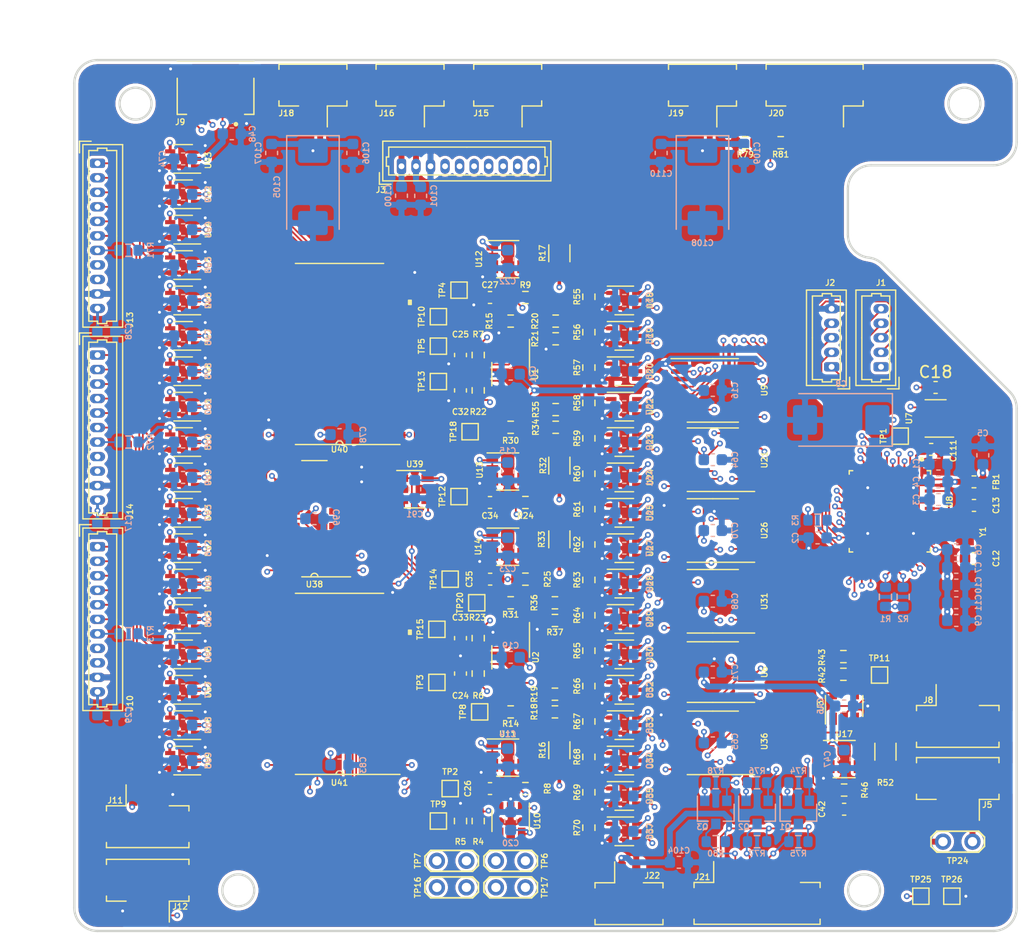
<source format=kicad_pcb>
(kicad_pcb (version 20171130) (host pcbnew "(5.1.10)-1")
  (title_block (title "Big Red Satellite Flight Computer - Layout") (date 2023-08-16) (rev A) (company "UNL Aerospace Club | Advanced eXperimental Payloads") (comment 1 "Copyright (c) 2023") (comment 2 "Designer: WSA") (comment 3 "Reviewer: WSA") (comment 4 "Approved: WSA"))
  (layers (0 F.Cu signal) (1 In1.Cu signal) (2 In2.Cu signal) (31 B.Cu signal) (34 B.Paste user) (35 F.Paste user) (36 B.SilkS user) (37 F.SilkS user) (38 B.Mask user) (39 F.Mask user) (44 Edge.Cuts user))
  (net 0 "")
  (net 1 GND)
  (net 2 VAA)
  (net 3 PAYLOAD_RST)
  (net 4 +3V3)
  (net 5 "Net-(C12-Pad1)")
  (net 6 "Net-(C13-Pad2)")
  (net 7 GAAS_VOLTAGE)
  (net 8 P_1_VOLTAGE)
  (net 9 GAAS_CURRENT)
  (net 10 P_1_CURRENT)
  (net 11 P_2_VOLTAGE)
  (net 12 P_3_VOLTAGE)
  (net 13 P_2_CURRENT)
  (net 14 P_3_CURRENT)
  (net 15 "Net-(C42-Pad1)")
  (net 16 VDDF)
  (net 17 +5V)
  (net 18 TDI)
  (net 19 TDO)
  (net 20 TEST)
  (net 21 TX_OUT)
  (net 22 RX_IN)
  (net 23 TCK)
  (net 24 TMS)
  (net 25 "Net-(J5-Pad2)")
  (net 26 "Net-(J5-Pad1)")
  (net 27 "Net-(J8-Pad2)")
  (net 28 "Net-(J8-Pad1)")
  (net 29 "/Ground Switcher/SCL")
  (net 30 "/Ground Switcher/SDA")
  (net 31 "Net-(J11-Pad2)")
  (net 32 "/Curve Tracer/GAAS_POS")
  (net 33 "Net-(J12-Pad2)")
  (net 34 "/Ground Switcher/GAAS_TEMP")
  (net 35 "Net-(J20-Pad3)")
  (net 36 "Net-(J21-Pad6)")
  (net 37 "Net-(J21-Pad4)")
  (net 38 "Net-(J21-Pad3)")
  (net 39 "Net-(J21-Pad2)")
  (net 40 /Microcontroller/MAG_INT)
  (net 41 /Microcontroller/UNSET)
  (net 42 /Microcontroller/SET)
  (net 43 /Microcontroller/NC_V)
  (net 44 /Microcontroller/NO_V)
  (net 45 "/EPS Connections/BUSY")
  (net 46 "/EPS Connections/TX")
  (net 47 "/EPS Connections/RX")
  (net 48 "Net-(R4-Pad2)")
  (net 49 "Net-(R14-Pad2)")
  (net 50 "Net-(R14-Pad1)")
  (net 51 "Net-(R15-Pad2)")
  (net 52 "Net-(R15-Pad1)")
  (net 53 "Net-(R16-Pad2)")
  (net 54 "/Curve Tracer/GAAS_LADDER")
  (net 55 "/Curve Tracer/P_1_LADDER")
  (net 56 "Net-(R30-Pad2)")
  (net 57 "Net-(R30-Pad1)")
  (net 58 "Net-(R31-Pad2)")
  (net 59 "Net-(R31-Pad1)")
  (net 60 "Net-(R32-Pad2)")
  (net 61 "/Curve Tracer/P_2_LADDER")
  (net 62 "/Curve Tracer/P_3_LADDER")
  (net 63 "Net-(R42-Pad2)")
  (net 64 "Net-(R52-Pad2)")
  (net 65 "Net-(R55-Pad1)")
  (net 66 "Net-(R56-Pad1)")
  (net 67 "Net-(R57-Pad1)")
  (net 68 "Net-(R59-Pad1)")
  (net 69 "Net-(R60-Pad1)")
  (net 70 "Net-(R61-Pad1)")
  (net 71 "Net-(R63-Pad1)")
  (net 72 "Net-(R64-Pad1)")
  (net 73 "Net-(R65-Pad1)")
  (net 74 "Net-(R67-Pad1)")
  (net 75 "Net-(R68-Pad1)")
  (net 76 "Net-(R69-Pad1)")
  (net 77 "Net-(R71-Pad2)")
  (net 78 "Net-(R72-Pad2)")
  (net 79 "Net-(R73-Pad2)")
  (net 80 "/EPS Connections/READ_BUSS")
  (net 81 "Net-(U23-Pad4)")
  (net 82 "Net-(U24-Pad4)")
  (net 83 "Net-(U25-Pad4)")
  (net 84 "Net-(U26-Pad6)")
  (net 85 "Net-(U18-Pad4)")
  (net 86 "Net-(U19-Pad4)")
  (net 87 "Net-(U20-Pad4)")
  (net 88 "Net-(U21-Pad6)")
  (net 89 "Net-(U33-Pad4)")
  (net 90 "Net-(U34-Pad4)")
  (net 91 "Net-(U35-Pad4)")
  (net 92 "Net-(U36-Pad6)")
  (net 93 "Net-(U28-Pad4)")
  (net 94 "Net-(U29-Pad4)")
  (net 95 "Net-(U30-Pad4)")
  (net 96 "Net-(U31-Pad6)")
  (net 97 /Microcontroller/CT_GOOD)
  (net 98 "/Ground Switcher/MUX_GOOD")
  (net 99 "/Ground Switcher/MUX_CLOCK")
  (net 100 "/Curve Tracer/GAAS_ON")
  (net 101 "/Curve Tracer/S1_CT")
  (net 102 "/Curve Tracer/READ_VOLTAGE")
  (net 103 "/Curve Tracer/READ_CURRENT")
  (net 104 "/Curve Tracer/S0_CT")
  (net 105 "/Passive ADCS/PANEL_3_CURRENT")
  (net 106 "Net-(U8-Pad45)")
  (net 107 "Net-(U8-Pad42)")
  (net 108 "Net-(U8-Pad40)")
  (net 109 "Net-(U8-Pad38)")
  (net 110 "Net-(U8-Pad19)")
  (net 111 /Microcontroller/TRACE_DIR)
  (net 112 /Microcontroller/LADDER_CLOCK)
  (net 113 "Net-(U11-Pad6)")
  (net 114 "Net-(U12-Pad6)")
  (net 115 "Net-(U13-Pad6)")
  (net 116 "Net-(U14-Pad6)")
  (net 117 "Net-(U17-Pad6)")
  (net 118 "Net-(U18-Pad5)")
  (net 119 "Net-(U19-Pad5)")
  (net 120 "Net-(U20-Pad5)")
  (net 121 "Net-(U21-Pad13)")
  (net 122 "Net-(U21-Pad12)")
  (net 123 "Net-(U21-Pad7)")
  (net 124 "Net-(U21-Pad5)")
  (net 125 "Net-(U21-Pad4)")
  (net 126 "Net-(U21-Pad3)")
  (net 127 "Net-(U22-Pad5)")
  (net 128 "Net-(U23-Pad5)")
  (net 129 "Net-(U24-Pad5)")
  (net 130 "Net-(U25-Pad5)")
  (net 131 "Net-(U26-Pad13)")
  (net 132 "Net-(U26-Pad12)")
  (net 133 "Net-(U26-Pad7)")
  (net 134 "Net-(U26-Pad5)")
  (net 135 "Net-(U26-Pad4)")
  (net 136 "Net-(U26-Pad3)")
  (net 137 "Net-(U27-Pad5)")
  (net 138 "Net-(U28-Pad5)")
  (net 139 "Net-(U29-Pad5)")
  (net 140 "Net-(U30-Pad5)")
  (net 141 "Net-(U31-Pad13)")
  (net 142 "Net-(U31-Pad12)")
  (net 143 "Net-(U31-Pad7)")
  (net 144 "Net-(U31-Pad5)")
  (net 145 "Net-(U31-Pad4)")
  (net 146 "Net-(U31-Pad3)")
  (net 147 "Net-(U32-Pad5)")
  (net 148 "Net-(U33-Pad5)")
  (net 149 "Net-(U34-Pad5)")
  (net 150 "Net-(U35-Pad5)")
  (net 151 "Net-(U36-Pad13)")
  (net 152 "Net-(U36-Pad12)")
  (net 153 "Net-(U36-Pad7)")
  (net 154 "Net-(U36-Pad5)")
  (net 155 "Net-(U36-Pad4)")
  (net 156 "Net-(U36-Pad3)")
  (net 157 "Net-(U37-Pad5)")
  (net 158 "Net-(U38-Pad14)")
  (net 159 "Net-(U38-Pad13)")
  (net 160 "Net-(U38-Pad12)")
  (net 161 "Net-(U38-Pad11)")
  (net 162 "Net-(U38-Pad6)")
  (net 163 "Net-(U38-Pad5)")
  (net 164 "Net-(U38-Pad4)")
  (net 165 "Net-(U38-Pad3)")
  (net 166 "Net-(U39-Pad2)")
  (net 167 "Net-(U39-Pad1)")
  (net 168 "Net-(U40-Pad20)")
  (net 169 "Net-(U40-Pad19)")
  (net 170 "Net-(U40-Pad18)")
  (net 171 "Net-(U40-Pad17)")
  (net 172 "Net-(U40-Pad16)")
  (net 173 "Net-(U40-Pad15)")
  (net 174 "Net-(U40-Pad14)")
  (net 175 "Net-(U40-Pad13)")
  (net 176 "Net-(U40-Pad10)")
  (net 177 "Net-(U40-Pad9)")
  (net 178 "Net-(U40-Pad8)")
  (net 179 "Net-(U40-Pad7)")
  (net 180 "Net-(U40-Pad6)")
  (net 181 "Net-(U40-Pad5)")
  (net 182 "Net-(U40-Pad4)")
  (net 183 "Net-(U41-Pad20)")
  (net 184 "Net-(U41-Pad19)")
  (net 185 "Net-(U41-Pad18)")
  (net 186 "Net-(U41-Pad17)")
  (net 187 "Net-(U41-Pad16)")
  (net 188 "Net-(U41-Pad15)")
  (net 189 "Net-(U41-Pad14)")
  (net 190 "Net-(U41-Pad13)")
  (net 191 "Net-(U41-Pad10)")
  (net 192 "Net-(U41-Pad9)")
  (net 193 "Net-(U41-Pad8)")
  (net 194 "Net-(U41-Pad7)")
  (net 195 "Net-(U41-Pad6)")
  (net 196 "Net-(U41-Pad5)")
  (net 197 "Net-(U41-Pad4)")
  (net 198 VBUS)
  (net 199 "Net-(R17-Pad1)")
  (net 200 "Net-(R33-Pad1)")
  (net 201 "Net-(R46-Pad2)")
  (net 202 "Net-(C111-Pad2)")
  (net 203 "Net-(R6-Pad2)")
  (net 204 "Net-(R7-Pad2)")
  (net 205 "Net-(R8-Pad2)")
  (net 206 "Net-(R9-Pad2)")
  (net 207 "Net-(R22-Pad2)")
  (net 208 "Net-(R23-Pad2)")
  (net 209 "Net-(R24-Pad2)")
  (net 210 "Net-(R25-Pad2)")
  (net 211 VPP)
  (net 212 P3_CP)
  (net 213 P3_P1)
  (net 214 P3_P2)
  (net 215 P3_P3)
  (net 216 P3_P6)
  (net 217 P3_P5)
  (net 218 P3_P4)
  (net 219 P1_CP)
  (net 220 P1_P1)
  (net 221 P1_P2)
  (net 222 P1_P3)
  (net 223 P1_P6)
  (net 224 P1_P5)
  (net 225 P1_P4)
  (net 226 P2_CP)
  (net 227 P2_P1)
  (net 228 P2_P2)
  (net 229 P2_P3)
  (net 230 P2_P6)
  (net 231 P2_P5)
  (net 232 P2_P4)
  (net 233 "Net-(U8-Pad26)")
  (net 234 "Net-(U8-Pad39)")
  (module Capacitor_SMD:C_0603_1608Metric (layer F.Cu) (at 187.452 98.298 180)
    (fp_text reference C18 (at 0 1.3335) (layer F.SilkS))
    (fp_text value 0.1u)
    (pad 2 smd roundrect (at 0.775 0 180) (size 0.9 0.95) (layers F.Cu F.Paste F.Mask) (net 4 +3V3))
    (pad 1 smd roundrect (at -0.775 0 180) (size 0.9 0.95) (layers F.Cu F.Paste F.Mask) (net 1 GND))
  )
  (module TestPoint:TestPoint_Pad_1.0x1.0mm (layer F.Cu) (at 182.626 123.063)
    (fp_text reference TP11 (at 0 -1.448) (layer F.SilkS) (effects (font (size 0.5 0.5) (thickness 0.1))))
    (fp_text value I)
    (pad 1 smd rect (at 0 0) (size 1 1) (layers F.Cu F.Mask) (net 63 "Net-(R42-Pad2)"))
  )
  (module Capacitor_SMD:C_0603_1608Metric (layer B.Cu) (at 116.078 126.492)
    (fp_text reference C29 (at 1.905 0 270) (layer B.SilkS) (effects (font (size 0.5 0.5) (thickness 0.1)) (justify mirror)))
    (fp_text value 0.1u)
    (pad 2 smd roundrect (at 0.775 0) (size 0.9 0.95) (layers B.Cu B.Paste B.Mask) (net 1 GND))
    (pad 1 smd roundrect (at -0.775 0) (size 0.9 0.95) (layers B.Cu B.Paste B.Mask) (net 198 VBUS))
  )
  (module Capacitor_SMD:C_0603_1608Metric (layer B.Cu) (at 116.078 93.472)
    (fp_text reference C28 (at 1.905 0 90) (layer B.SilkS) (effects (font (size 0.5 0.5) (thickness 0.1)) (justify mirror)))
    (fp_text value 0.1u)
    (pad 2 smd roundrect (at 0.775 0) (size 0.9 0.95) (layers B.Cu B.Paste B.Mask) (net 1 GND))
    (pad 1 smd roundrect (at -0.775 0) (size 0.9 0.95) (layers B.Cu B.Paste B.Mask) (net 198 VBUS))
  )
  (module Capacitor_SMD:C_0603_1608Metric (layer B.Cu) (at 116.078 109.982)
    (fp_text reference C17 (at 1.905 0 90) (layer B.SilkS) (effects (font (size 0.5 0.5) (thickness 0.1)) (justify mirror)))
    (fp_text value 0.1u)
    (pad 2 smd roundrect (at 0.775 0) (size 0.9 0.95) (layers B.Cu B.Paste B.Mask) (net 1 GND))
    (pad 1 smd roundrect (at -0.775 0) (size 0.9 0.95) (layers B.Cu B.Paste B.Mask) (net 198 VBUS))
  )
  (module TestPoint:TestPoint_Pad_1.0x1.0mm (layer F.Cu) (at 144.653 135.636)
    (fp_text reference TP9 (at 0 -1.448) (layer F.SilkS) (effects (font (size 0.5 0.5) (thickness 0.1))))
    (fp_text value "Voltage Test+")
    (pad 1 smd rect (at 0 0) (size 1 1) (layers F.Cu F.Mask) (net 48 "Net-(R4-Pad2)"))
  )
  (module Connector_Molex:Molex_PicoBlade_53047-1010_1x10_P1.25mm_Vertical (layer F.Cu) (at 141.478 79.248)
    (fp_text reference J3 (at -1.778 2.032) (layer F.SilkS) (effects (font (size 0.5 0.5) (thickness 0.1))))
    (fp_text value Conn_01x10_Male)
    (pad 10 thru_hole oval (at 11.25 0) (size 0.8 1.3) (drill 0.5) (layers *.Cu *.Mask) (net 43 /Microcontroller/NC_V))
    (pad 9 thru_hole oval (at 10 0) (size 0.8 1.3) (drill 0.5) (layers *.Cu *.Mask) (net 44 /Microcontroller/NO_V))
    (pad 8 thru_hole oval (at 8.75 0) (size 0.8 1.3) (drill 0.5) (layers *.Cu *.Mask) (net 41 /Microcontroller/UNSET))
    (pad 7 thru_hole oval (at 7.5 0) (size 0.8 1.3) (drill 0.5) (layers *.Cu *.Mask) (net 42 /Microcontroller/SET))
    (pad 6 thru_hole oval (at 6.25 0) (size 0.8 1.3) (drill 0.5) (layers *.Cu *.Mask) (net 40 /Microcontroller/MAG_INT))
    (pad 5 thru_hole oval (at 5 0) (size 0.8 1.3) (drill 0.5) (layers *.Cu *.Mask) (net 30 "/Ground Switcher/SDA"))
    (pad 4 thru_hole oval (at 3.75 0) (size 0.8 1.3) (drill 0.5) (layers *.Cu *.Mask) (net 29 "/Ground Switcher/SCL"))
    (pad 3 thru_hole oval (at 2.5 0) (size 0.8 1.3) (drill 0.5) (layers *.Cu *.Mask) (net 1 GND))
    (pad 2 thru_hole oval (at 1.25 0) (size 0.8 1.3) (drill 0.5) (layers *.Cu *.Mask) (net 211 VPP))
    (pad 1 thru_hole roundrect (at 0 0) (size 0.8 1.3) (drill 0.5) (layers *.Cu *.Mask) (net 16 VDDF))
  )
  (module TestPoint:TestPoint_2Pads_Pitch2.54mm_Drill0.8mm (layer F.Cu) (at 190.627 137.414 180)
    (fp_text reference TP24 (at 1.27 -1.651) (layer F.SilkS) (effects (font (size 0.5 0.5) (thickness 0.1))))
    (fp_text value "Current Test")
    (pad 2 thru_hole circle (at 2.54 0 180) (size 1.4 1.4) (drill 0.8) (layers *.Cu *.Mask) (net 64 "Net-(R52-Pad2)"))
    (pad 1 thru_hole circle (at 0 0 180) (size 1.4 1.4) (drill 0.8) (layers *.Cu *.Mask) (net 26 "Net-(J5-Pad1)"))
  )
  (module TestPoint:TestPoint_2Pads_Pitch2.54mm_Drill0.8mm (layer F.Cu) (at 149.606 141.351)
    (fp_text reference TP17 (at 4.191 0 90) (layer F.SilkS) (effects (font (size 0.5 0.5) (thickness 0.1))))
    (fp_text value "Current Test")
    (pad 2 thru_hole circle (at 2.54 0) (size 1.4 1.4) (drill 0.8) (layers *.Cu *.Mask) (net 200 "Net-(R33-Pad1)"))
    (pad 1 thru_hole circle (at 0 0) (size 1.4 1.4) (drill 0.8) (layers *.Cu *.Mask) (net 212 P3_CP))
  )
  (module TestPoint:TestPoint_2Pads_Pitch2.54mm_Drill0.8mm (layer F.Cu) (at 144.526 141.351)
    (fp_text reference TP16 (at -1.651 0 90) (layer F.SilkS) (effects (font (size 0.5 0.5) (thickness 0.1))))
    (fp_text value "Current Test")
    (pad 2 thru_hole circle (at 2.54 0) (size 1.4 1.4) (drill 0.8) (layers *.Cu *.Mask) (net 60 "Net-(R32-Pad2)"))
    (pad 1 thru_hole circle (at 0 0) (size 1.4 1.4) (drill 0.8) (layers *.Cu *.Mask) (net 226 P2_CP))
  )
  (module TestPoint:TestPoint_2Pads_Pitch2.54mm_Drill0.8mm (layer F.Cu) (at 144.526 139.065)
    (fp_text reference TP7 (at -1.651 0 90) (layer F.SilkS) (effects (font (size 0.5 0.5) (thickness 0.1))))
    (fp_text value "Current Test")
    (pad 2 thru_hole circle (at 2.54 0) (size 1.4 1.4) (drill 0.8) (layers *.Cu *.Mask) (net 199 "Net-(R17-Pad1)"))
    (pad 1 thru_hole circle (at 0 0) (size 1.4 1.4) (drill 0.8) (layers *.Cu *.Mask) (net 219 P1_CP))
  )
  (module TestPoint:TestPoint_2Pads_Pitch2.54mm_Drill0.8mm (layer F.Cu) (at 149.606 139.065)
    (fp_text reference TP6 (at 4.191 0 90) (layer F.SilkS) (effects (font (size 0.5 0.5) (thickness 0.1))))
    (fp_text value "Current Test")
    (pad 2 thru_hole circle (at 2.54 0) (size 1.4 1.4) (drill 0.8) (layers *.Cu *.Mask) (net 53 "Net-(R16-Pad2)"))
    (pad 1 thru_hole circle (at 0 0) (size 1.4 1.4) (drill 0.8) (layers *.Cu *.Mask) (net 32 "/Curve Tracer/GAAS_POS"))
  )
  (module TestPoint:TestPoint_Pad_1.0x1.0mm (layer F.Cu) (at 188.849 142.113)
    (fp_text reference TP26 (at 0 -1.448) (layer F.SilkS) (effects (font (size 0.5 0.5) (thickness 0.1))))
    (fp_text value GND)
    (pad 1 smd rect (at 0 0) (size 1 1) (layers F.Cu F.Mask) (net 1 GND))
  )
  (module TestPoint:TestPoint_Pad_1.0x1.0mm (layer F.Cu) (at 186.182 142.113)
    (fp_text reference TP25 (at 0 -1.448) (layer F.SilkS) (effects (font (size 0.5 0.5) (thickness 0.1))))
    (fp_text value 3V3)
    (pad 1 smd rect (at 0 0) (size 1 1) (layers F.Cu F.Mask) (net 4 +3V3))
  )
  (module TestPoint:TestPoint_Pad_1.0x1.0mm (layer F.Cu) (at 147.955 116.84 90)
    (fp_text reference TP20 (at 0 -1.448 90) (layer F.SilkS) (effects (font (size 0.5 0.5) (thickness 0.1))))
    (fp_text value "Voltage Test+")
    (pad 1 smd rect (at 0 0 90) (size 1 1) (layers F.Cu F.Mask) (net 58 "Net-(R31-Pad2)"))
  )
  (module TestPoint:TestPoint_Pad_1.0x1.0mm (layer F.Cu) (at 147.3835 102.108 90)
    (fp_text reference TP18 (at 0 -1.448 90) (layer F.SilkS) (effects (font (size 0.5 0.5) (thickness 0.1))))
    (fp_text value "Voltage Test+")
    (pad 1 smd rect (at 0 0 90) (size 1 1) (layers F.Cu F.Mask) (net 56 "Net-(R30-Pad2)"))
  )
  (module TestPoint:TestPoint_Pad_1.0x1.0mm (layer F.Cu) (at 144.526 119.126 90)
    (fp_text reference TP15 (at 0 -1.448 90) (layer F.SilkS) (effects (font (size 0.5 0.5) (thickness 0.1))))
    (fp_text value V)
    (pad 1 smd rect (at 0 0 90) (size 1 1) (layers F.Cu F.Mask) (net 12 P_3_VOLTAGE))
  )
  (module TestPoint:TestPoint_Pad_1.0x1.0mm (layer F.Cu) (at 145.669 114.808 90)
    (fp_text reference TP14 (at 0 -1.448 90) (layer F.SilkS) (effects (font (size 0.5 0.5) (thickness 0.1))))
    (fp_text value I)
    (pad 1 smd rect (at 0 0 90) (size 1 1) (layers F.Cu F.Mask) (net 14 P_3_CURRENT))
  )
  (module TestPoint:TestPoint_Pad_1.0x1.0mm (layer F.Cu) (at 144.653 97.79 90)
    (fp_text reference TP13 (at 0 -1.448 90) (layer F.SilkS) (effects (font (size 0.5 0.5) (thickness 0.1))))
    (fp_text value V)
    (pad 1 smd rect (at 0 0 90) (size 1 1) (layers F.Cu F.Mask) (net 11 P_2_VOLTAGE))
  )
  (module TestPoint:TestPoint_Pad_1.0x1.0mm (layer F.Cu) (at 146.431 107.696 90)
    (fp_text reference TP12 (at 0 -1.448 90) (layer F.SilkS) (effects (font (size 0.5 0.5) (thickness 0.1))))
    (fp_text value I)
    (pad 1 smd rect (at 0 0 90) (size 1 1) (layers F.Cu F.Mask) (net 13 P_2_CURRENT))
  )
  (module TestPoint:TestPoint_Pad_1.0x1.0mm (layer F.Cu) (at 144.653 92.202 90)
    (fp_text reference TP10 (at 0 -1.448 90) (layer F.SilkS) (effects (font (size 0.5 0.5) (thickness 0.1))))
    (fp_text value "Voltage Test+")
    (pad 1 smd rect (at 0 0 90) (size 1 1) (layers F.Cu F.Mask) (net 51 "Net-(R15-Pad2)"))
  )
  (module TestPoint:TestPoint_Pad_1.0x1.0mm (layer F.Cu) (at 148.209 126.238 90)
    (fp_text reference TP8 (at 0 -1.448 90) (layer F.SilkS) (effects (font (size 0.5 0.5) (thickness 0.1))))
    (fp_text value "Voltage Test+")
    (pad 1 smd rect (at 0 0 90) (size 1 1) (layers F.Cu F.Mask) (net 49 "Net-(R14-Pad2)"))
  )
  (module TestPoint:TestPoint_Pad_1.0x1.0mm (layer F.Cu) (at 144.653 94.742 90)
    (fp_text reference TP5 (at 0 -1.448 90) (layer F.SilkS) (effects (font (size 0.5 0.5) (thickness 0.1))))
    (fp_text value V)
    (pad 1 smd rect (at 0 0 90) (size 1 1) (layers F.Cu F.Mask) (net 8 P_1_VOLTAGE))
  )
  (module TestPoint:TestPoint_Pad_1.0x1.0mm (layer F.Cu) (at 146.431 89.916 90)
    (fp_text reference TP4 (at 0 -1.448 90) (layer F.SilkS) (effects (font (size 0.5 0.5) (thickness 0.1))))
    (fp_text value I)
    (pad 1 smd rect (at 0 0 90) (size 1 1) (layers F.Cu F.Mask) (net 10 P_1_CURRENT))
  )
  (module TestPoint:TestPoint_Pad_1.0x1.0mm (layer F.Cu) (at 144.526 123.698 90)
    (fp_text reference TP3 (at 0 -1.448 90) (layer F.SilkS) (effects (font (size 0.5 0.5) (thickness 0.1))))
    (fp_text value V)
    (pad 1 smd rect (at 0 0 90) (size 1 1) (layers F.Cu F.Mask) (net 7 GAAS_VOLTAGE))
  )
  (module TestPoint:TestPoint_Pad_1.0x1.0mm (layer F.Cu) (at 145.669 132.842)
    (fp_text reference TP2 (at 0 -1.448) (layer F.SilkS) (effects (font (size 0.5 0.5) (thickness 0.1))))
    (fp_text value I)
    (pad 1 smd rect (at 0 0) (size 1 1) (layers F.Cu F.Mask) (net 9 GAAS_CURRENT))
  )
  (module TestPoint:TestPoint_Pad_1.0x1.0mm (layer F.Cu) (at 184.404 102.489 90)
    (fp_text reference TP1 (at 0 -1.448 90) (layer F.SilkS) (effects (font (size 0.5 0.5) (thickness 0.1))))
    (fp_text value VREF)
    (pad 1 smd rect (at 0 0 90) (size 1 1) (layers F.Cu F.Mask) (net 202 "Net-(C111-Pad2)"))
  )
  (module Package_TO_SOT_SMD:SOT-23-5 (layer F.Cu) (at 179.578 125.73 90)
    (fp_text reference U3 (at 0 -2.032 90) (layer F.SilkS) (effects (font (size 0.5 0.5) (thickness 0.1))))
    (fp_text value TLV7031DBV)
    (pad 5 smd rect (at 1.1 -0.95 90) (size 1.06 0.65) (layers F.Cu F.Paste F.Mask) (net 198 VBUS))
    (pad 4 smd rect (at 1.1 0.95 90) (size 1.06 0.65) (layers F.Cu F.Paste F.Mask) (net 63 "Net-(R42-Pad2)"))
    (pad 3 smd rect (at -1.1 0.95 90) (size 1.06 0.65) (layers F.Cu F.Paste F.Mask) (net 15 "Net-(C42-Pad1)"))
    (pad 2 smd rect (at -1.1 0 90) (size 1.06 0.65) (layers F.Cu F.Paste F.Mask) (net 1 GND))
    (pad 1 smd rect (at -1.1 -0.95 90) (size 1.06 0.65) (layers F.Cu F.Paste F.Mask) (net 105 "/Passive ADCS/PANEL_3_CURRENT"))
  )
  (module Connector_Molex:Molex_PicoBlade_53047-0510_1x05_P1.25mm_Vertical (layer F.Cu) (at 178.4985 96.52 90)
    (fp_text reference J2 (at 7.239 -0.127 180) (layer F.SilkS) (effects (font (size 0.5 0.5) (thickness 0.1))))
    (fp_text value Conn_01x05_Male)
    (pad 5 thru_hole oval (at 5 0 90) (size 0.8 1.3) (drill 0.5) (layers *.Cu *.Mask) (net 1 GND))
    (pad 4 thru_hole oval (at 3.75 0 90) (size 0.8 1.3) (drill 0.5) (layers *.Cu *.Mask) (net 3 PAYLOAD_RST))
    (pad 3 thru_hole oval (at 2.5 0 90) (size 0.8 1.3) (drill 0.5) (layers *.Cu *.Mask) (net 20 TEST))
    (pad 2 thru_hole oval (at 1.25 0 90) (size 0.8 1.3) (drill 0.5) (layers *.Cu *.Mask) (net 23 TCK))
    (pad 1 thru_hole roundrect (at 0 0 90) (size 0.8 1.3) (drill 0.5) (layers *.Cu *.Mask) (net 24 TMS))
  )
  (module Connector_Molex:Molex_PicoBlade_53047-0510_1x05_P1.25mm_Vertical (layer F.Cu) (at 182.753 96.52 90)
    (fp_text reference J1 (at 7.239 0 180) (layer F.SilkS) (effects (font (size 0.5 0.5) (thickness 0.1))))
    (fp_text value Conn_01x05_Male)
    (pad 5 thru_hole oval (at 5 0 90) (size 0.8 1.3) (drill 0.5) (layers *.Cu *.Mask) (net 18 TDI))
    (pad 4 thru_hole oval (at 3.75 0 90) (size 0.8 1.3) (drill 0.5) (layers *.Cu *.Mask) (net 19 TDO))
    (pad 3 thru_hole oval (at 2.5 0 90) (size 0.8 1.3) (drill 0.5) (layers *.Cu *.Mask) (net 21 TX_OUT))
    (pad 2 thru_hole oval (at 1.25 0 90) (size 0.8 1.3) (drill 0.5) (layers *.Cu *.Mask) (net 22 RX_IN))
    (pad 1 thru_hole roundrect (at 0 0 90) (size 0.8 1.3) (drill 0.5) (layers *.Cu *.Mask) (net 4 +3V3))
  )
  (module Capacitor_SMD:C_0603_1608Metric (layer F.Cu) (at 187.071 103.632 180)
    (fp_text reference C111 (at -1.905 -0.127 90) (layer F.SilkS) (effects (font (size 0.5 0.5) (thickness 0.1))))
    (fp_text value 0.1u)
    (pad 2 smd roundrect (at 0.775 0 180) (size 0.9 0.95) (layers F.Cu F.Paste F.Mask) (net 202 "Net-(C111-Pad2)"))
    (pad 1 smd roundrect (at -0.775 0 180) (size 0.9 0.95) (layers F.Cu F.Paste F.Mask) (net 1 GND))
  )
  (module Package_SO:VSSOP-8_3.0x3.0mm_P0.65mm (layer F.Cu) (at 150.876 121.539 270)
    (fp_text reference U2 (at 0 -2.159 90) (layer F.SilkS) (effects (font (size 0.5 0.5) (thickness 0.1))))
    (fp_text value OPA2387)
    (pad 8 smd rect (at 2.2 -0.975 180) (size 0.45 1.45) (layers F.Cu F.Paste F.Mask) (net 198 VBUS))
    (pad 7 smd rect (at 2.2 -0.325 180) (size 0.45 1.45) (layers F.Cu F.Paste F.Mask) (net 203 "Net-(R6-Pad2)"))
    (pad 6 smd rect (at 2.2 0.325 180) (size 0.45 1.45) (layers F.Cu F.Paste F.Mask) (net 203 "Net-(R6-Pad2)"))
    (pad 5 smd rect (at 2.2 0.975 180) (size 0.45 1.45) (layers F.Cu F.Paste F.Mask) (net 50 "Net-(R14-Pad1)"))
    (pad 4 smd rect (at -2.2 0.975 180) (size 0.45 1.45) (layers F.Cu F.Paste F.Mask) (net 1 GND))
    (pad 3 smd rect (at -2.2 0.325 180) (size 0.45 1.45) (layers F.Cu F.Paste F.Mask) (net 59 "Net-(R31-Pad1)"))
    (pad 2 smd rect (at -2.2 -0.325 180) (size 0.45 1.45) (layers F.Cu F.Paste F.Mask) (net 208 "Net-(R23-Pad2)"))
    (pad 1 smd rect (at -2.2 -0.975 180) (size 0.45 1.45) (layers F.Cu F.Paste F.Mask) (net 208 "Net-(R23-Pad2)"))
  )
  (module Connector_Hirose:Hirose_DF13C_CL535-0403-5-51_1x03-1MP_P1.25mm_Vertical (layer F.Cu) (at 189.357 126.238)
    (fp_text reference J8 (at -2.54 -1.016) (layer F.SilkS) (effects (font (size 0.5 0.5) (thickness 0.1))))
    (fp_text value Conn_01x03_Male)
    (pad 3 smd rect (at 1.25 -1.45) (size 0.7 1.8) (layers F.Cu F.Paste F.Mask) (net 1 GND))
    (pad 2 smd rect (at 0 -1.45) (size 0.7 1.8) (layers F.Cu F.Paste F.Mask) (net 27 "Net-(J8-Pad2)"))
    (pad 1 smd rect (at -1.25 -1.45) (size 0.7 1.8) (layers F.Cu F.Paste F.Mask) (net 28 "Net-(J8-Pad1)"))
    (pad MP smd rect (at -3.5 1.25) (size 1.6 2.2) (layers F.Cu F.Paste F.Mask))
    (pad MP smd rect (at 3.5 1.25) (size 1.6 2.2) (layers F.Cu F.Paste F.Mask))
  )
  (module Connector_Hirose:Hirose_DF13C_CL535-0403-5-51_1x03-1MP_P1.25mm_Vertical (layer F.Cu) (at 189.357 133.223 180)
    (fp_text reference J5 (at -2.54 -1.016) (layer F.SilkS) (effects (font (size 0.5 0.5) (thickness 0.1))))
    (fp_text value "Panel 3")
    (pad 3 smd rect (at 1.25 -1.45 180) (size 0.7 1.8) (layers F.Cu F.Paste F.Mask) (net 1 GND))
    (pad 2 smd rect (at 0 -1.45 180) (size 0.7 1.8) (layers F.Cu F.Paste F.Mask) (net 25 "Net-(J5-Pad2)"))
    (pad 1 smd rect (at -1.25 -1.45 180) (size 0.7 1.8) (layers F.Cu F.Paste F.Mask) (net 26 "Net-(J5-Pad1)"))
    (pad MP smd rect (at -3.5 1.25 180) (size 1.6 2.2) (layers F.Cu F.Paste F.Mask))
    (pad MP smd rect (at 3.5 1.25 180) (size 1.6 2.2) (layers F.Cu F.Paste F.Mask))
  )
  (module Connector_Molex:Molex_PicoBlade_53047-1110_1x11_P1.25mm_Vertical (layer F.Cu) (at 115.316 95.504 270)
    (fp_text reference J14 (at 13.462 -2.794 90) (layer F.SilkS) (effects (font (size 0.5 0.5) (thickness 0.1))))
    (fp_text value "Perovskite 2")
    (pad 11 thru_hole oval (at 12.5 0 270) (size 0.8 1.3) (drill 0.5) (layers *.Cu *.Mask) (net 198 VBUS))
    (pad 10 thru_hole oval (at 11.25 0 270) (size 0.8 1.3) (drill 0.5) (layers *.Cu *.Mask) (net 1 GND))
    (pad 9 thru_hole oval (at 10 0 270) (size 0.8 1.3) (drill 0.5) (layers *.Cu *.Mask) (net 29 "/Ground Switcher/SCL"))
    (pad 8 thru_hole oval (at 8.75 0 270) (size 0.8 1.3) (drill 0.5) (layers *.Cu *.Mask) (net 30 "/Ground Switcher/SDA"))
    (pad 7 thru_hole oval (at 7.5 0 270) (size 0.8 1.3) (drill 0.5) (layers *.Cu *.Mask) (net 226 P2_CP))
    (pad 6 thru_hole oval (at 6.25 0 270) (size 0.8 1.3) (drill 0.5) (layers *.Cu *.Mask) (net 227 P2_P1))
    (pad 5 thru_hole oval (at 5 0 270) (size 0.8 1.3) (drill 0.5) (layers *.Cu *.Mask) (net 228 P2_P2))
    (pad 4 thru_hole oval (at 3.75 0 270) (size 0.8 1.3) (drill 0.5) (layers *.Cu *.Mask) (net 229 P2_P3))
    (pad 3 thru_hole oval (at 2.5 0 270) (size 0.8 1.3) (drill 0.5) (layers *.Cu *.Mask) (net 230 P2_P6))
    (pad 2 thru_hole oval (at 1.25 0 270) (size 0.8 1.3) (drill 0.5) (layers *.Cu *.Mask) (net 231 P2_P5))
    (pad 1 thru_hole roundrect (at 0 0 270) (size 0.8 1.3) (drill 0.5) (layers *.Cu *.Mask) (net 232 P2_P4))
  )
  (module Connector_Molex:Molex_PicoBlade_53047-1110_1x11_P1.25mm_Vertical (layer F.Cu) (at 115.316 78.994 270)
    (fp_text reference J13 (at 13.462 -2.794 90) (layer F.SilkS) (effects (font (size 0.5 0.5) (thickness 0.1))))
    (fp_text value "Perovskite 1")
    (pad 11 thru_hole oval (at 12.5 0 270) (size 0.8 1.3) (drill 0.5) (layers *.Cu *.Mask) (net 198 VBUS))
    (pad 10 thru_hole oval (at 11.25 0 270) (size 0.8 1.3) (drill 0.5) (layers *.Cu *.Mask) (net 1 GND))
    (pad 9 thru_hole oval (at 10 0 270) (size 0.8 1.3) (drill 0.5) (layers *.Cu *.Mask) (net 29 "/Ground Switcher/SCL"))
    (pad 8 thru_hole oval (at 8.75 0 270) (size 0.8 1.3) (drill 0.5) (layers *.Cu *.Mask) (net 30 "/Ground Switcher/SDA"))
    (pad 7 thru_hole oval (at 7.5 0 270) (size 0.8 1.3) (drill 0.5) (layers *.Cu *.Mask) (net 219 P1_CP))
    (pad 6 thru_hole oval (at 6.25 0 270) (size 0.8 1.3) (drill 0.5) (layers *.Cu *.Mask) (net 220 P1_P1))
    (pad 5 thru_hole oval (at 5 0 270) (size 0.8 1.3) (drill 0.5) (layers *.Cu *.Mask) (net 221 P1_P2))
    (pad 4 thru_hole oval (at 3.75 0 270) (size 0.8 1.3) (drill 0.5) (layers *.Cu *.Mask) (net 222 P1_P3))
    (pad 3 thru_hole oval (at 2.5 0 270) (size 0.8 1.3) (drill 0.5) (layers *.Cu *.Mask) (net 223 P1_P6))
    (pad 2 thru_hole oval (at 1.25 0 270) (size 0.8 1.3) (drill 0.5) (layers *.Cu *.Mask) (net 224 P1_P5))
    (pad 1 thru_hole roundrect (at 0 0 270) (size 0.8 1.3) (drill 0.5) (layers *.Cu *.Mask) (net 225 P1_P4))
  )
  (module Connector_Molex:Molex_PicoBlade_53047-1110_1x11_P1.25mm_Vertical (layer F.Cu) (at 115.316 112.014 270)
    (fp_text reference J10 (at 13.462 -2.794 270) (layer F.SilkS) (effects (font (size 0.5 0.5) (thickness 0.1))))
    (fp_text value "Perovskite 3")
    (pad 11 thru_hole oval (at 12.5 0 270) (size 0.8 1.3) (drill 0.5) (layers *.Cu *.Mask) (net 198 VBUS))
    (pad 10 thru_hole oval (at 11.25 0 270) (size 0.8 1.3) (drill 0.5) (layers *.Cu *.Mask) (net 1 GND))
    (pad 9 thru_hole oval (at 10 0 270) (size 0.8 1.3) (drill 0.5) (layers *.Cu *.Mask) (net 29 "/Ground Switcher/SCL"))
    (pad 8 thru_hole oval (at 8.75 0 270) (size 0.8 1.3) (drill 0.5) (layers *.Cu *.Mask) (net 30 "/Ground Switcher/SDA"))
    (pad 7 thru_hole oval (at 7.5 0 270) (size 0.8 1.3) (drill 0.5) (layers *.Cu *.Mask) (net 212 P3_CP))
    (pad 6 thru_hole oval (at 6.25 0 270) (size 0.8 1.3) (drill 0.5) (layers *.Cu *.Mask) (net 213 P3_P1))
    (pad 5 thru_hole oval (at 5 0 270) (size 0.8 1.3) (drill 0.5) (layers *.Cu *.Mask) (net 214 P3_P2))
    (pad 4 thru_hole oval (at 3.75 0 270) (size 0.8 1.3) (drill 0.5) (layers *.Cu *.Mask) (net 215 P3_P3))
    (pad 3 thru_hole oval (at 2.5 0 270) (size 0.8 1.3) (drill 0.5) (layers *.Cu *.Mask) (net 216 P3_P6))
    (pad 2 thru_hole oval (at 1.25 0 270) (size 0.8 1.3) (drill 0.5) (layers *.Cu *.Mask) (net 217 P3_P5))
    (pad 1 thru_hole roundrect (at 0 0 270) (size 0.8 1.3) (drill 0.5) (layers *.Cu *.Mask) (net 218 P3_P4))
  )
  (module CM8V-T1A-32:XTAL_CM8V-T1A-32.768KHZ-7PF-20PPM-TA-QC (layer F.Cu) (at 189.992 110.744 270)
    (fp_text reference Y1 (at 0 -1.524 90) (layer F.SilkS) (effects (font (size 0.5 0.5) (thickness 0.1))))
    (fp_text value CM8V-T1A)
    (pad 2 smd rect (at 0.75 0 270) (size 0.8 1.5) (layers F.Cu F.Paste F.Mask) (net 5 "Net-(C12-Pad1)"))
    (pad 1 smd rect (at -0.75 0 270) (size 0.8 1.5) (layers F.Cu F.Paste F.Mask) (net 6 "Net-(C13-Pad2)"))
  )
  (module ul_ADG839YKSZ-REEL7:ADG839YKSZ-REEL7 (layer F.Cu) (at 122.682 130.429 180)
    (fp_text reference U59 (at -2.159 0 90) (layer F.SilkS) (effects (font (size 0.5 0.5) (thickness 0.1))))
    (fp_text value ADG839YKSZ-REEL7 hide)
    (pad 6 smd rect (at 1.11125 -0.649999 180) (size 0.8763 0.3556) (layers F.Cu F.Paste F.Mask) (net 1 GND))
    (pad 5 smd rect (at 1.11125 0 180) (size 0.8763 0.3556) (layers F.Cu F.Paste F.Mask) (net 213 P3_P1))
    (pad 4 smd rect (at 1.11125 0.649999 180) (size 0.8763 0.3556) (layers F.Cu F.Paste F.Mask) (net 79 "Net-(R73-Pad2)"))
    (pad 3 smd rect (at -1.11125 0.649999 180) (size 0.8763 0.3556) (layers F.Cu F.Paste F.Mask) (net 1 GND))
    (pad 2 smd rect (at -1.11125 0 180) (size 0.8763 0.3556) (layers F.Cu F.Paste F.Mask) (net 198 VBUS))
    (pad 1 smd rect (at -1.11125 -0.649999 180) (size 0.8763 0.3556) (layers F.Cu F.Paste F.Mask) (net 185 "Net-(U41-Pad18)"))
  )
  (module ul_ADG839YKSZ-REEL7:ADG839YKSZ-REEL7 (layer F.Cu) (at 122.682 127.381 180)
    (fp_text reference U58 (at -2.159 0 90) (layer F.SilkS) (effects (font (size 0.5 0.5) (thickness 0.1))))
    (fp_text value ADG839YKSZ-REEL7 hide)
    (pad 6 smd rect (at 1.11125 -0.649999 180) (size 0.8763 0.3556) (layers F.Cu F.Paste F.Mask) (net 1 GND))
    (pad 5 smd rect (at 1.11125 0 180) (size 0.8763 0.3556) (layers F.Cu F.Paste F.Mask) (net 214 P3_P2))
    (pad 4 smd rect (at 1.11125 0.649999 180) (size 0.8763 0.3556) (layers F.Cu F.Paste F.Mask) (net 79 "Net-(R73-Pad2)"))
    (pad 3 smd rect (at -1.11125 0.649999 180) (size 0.8763 0.3556) (layers F.Cu F.Paste F.Mask) (net 1 GND))
    (pad 2 smd rect (at -1.11125 0 180) (size 0.8763 0.3556) (layers F.Cu F.Paste F.Mask) (net 198 VBUS))
    (pad 1 smd rect (at -1.11125 -0.649999 180) (size 0.8763 0.3556) (layers F.Cu F.Paste F.Mask) (net 197 "Net-(U41-Pad4)"))
  )
  (module ul_ADG839YKSZ-REEL7:ADG839YKSZ-REEL7 (layer F.Cu) (at 122.682 124.333 180)
    (fp_text reference U57 (at -2.159 0 90) (layer F.SilkS) (effects (font (size 0.5 0.5) (thickness 0.1))))
    (fp_text value ADG839YKSZ-REEL7 hide)
    (pad 6 smd rect (at 1.11125 -0.649999 180) (size 0.8763 0.3556) (layers F.Cu F.Paste F.Mask) (net 1 GND))
    (pad 5 smd rect (at 1.11125 0 180) (size 0.8763 0.3556) (layers F.Cu F.Paste F.Mask) (net 215 P3_P3))
    (pad 4 smd rect (at 1.11125 0.649999 180) (size 0.8763 0.3556) (layers F.Cu F.Paste F.Mask) (net 79 "Net-(R73-Pad2)"))
    (pad 3 smd rect (at -1.11125 0.649999 180) (size 0.8763 0.3556) (layers F.Cu F.Paste F.Mask) (net 1 GND))
    (pad 2 smd rect (at -1.11125 0 180) (size 0.8763 0.3556) (layers F.Cu F.Paste F.Mask) (net 198 VBUS))
    (pad 1 smd rect (at -1.11125 -0.649999 180) (size 0.8763 0.3556) (layers F.Cu F.Paste F.Mask) (net 196 "Net-(U41-Pad5)"))
  )
  (module ul_ADG839YKSZ-REEL7:ADG839YKSZ-REEL7 (layer F.Cu) (at 122.682 121.285 180)
    (fp_text reference U56 (at -2.159 0 90) (layer F.SilkS) (effects (font (size 0.5 0.5) (thickness 0.1))))
    (fp_text value ADG839YKSZ-REEL7 hide)
    (pad 6 smd rect (at 1.11125 -0.649999 180) (size 0.8763 0.3556) (layers F.Cu F.Paste F.Mask) (net 1 GND))
    (pad 5 smd rect (at 1.11125 0 180) (size 0.8763 0.3556) (layers F.Cu F.Paste F.Mask) (net 216 P3_P6))
    (pad 4 smd rect (at 1.11125 0.649999 180) (size 0.8763 0.3556) (layers F.Cu F.Paste F.Mask) (net 79 "Net-(R73-Pad2)"))
    (pad 3 smd rect (at -1.11125 0.649999 180) (size 0.8763 0.3556) (layers F.Cu F.Paste F.Mask) (net 1 GND))
    (pad 2 smd rect (at -1.11125 0 180) (size 0.8763 0.3556) (layers F.Cu F.Paste F.Mask) (net 198 VBUS))
    (pad 1 smd rect (at -1.11125 -0.649999 180) (size 0.8763 0.3556) (layers F.Cu F.Paste F.Mask) (net 195 "Net-(U41-Pad6)"))
  )
  (module ul_ADG839YKSZ-REEL7:ADG839YKSZ-REEL7 (layer F.Cu) (at 122.682 118.237 180)
    (fp_text reference U55 (at -2.159 0 90) (layer F.SilkS) (effects (font (size 0.5 0.5) (thickness 0.1))))
    (fp_text value ADG839YKSZ-REEL7 hide)
    (pad 6 smd rect (at 1.11125 -0.649999 180) (size 0.8763 0.3556) (layers F.Cu F.Paste F.Mask) (net 1 GND))
    (pad 5 smd rect (at 1.11125 0 180) (size 0.8763 0.3556) (layers F.Cu F.Paste F.Mask) (net 217 P3_P5))
    (pad 4 smd rect (at 1.11125 0.649999 180) (size 0.8763 0.3556) (layers F.Cu F.Paste F.Mask) (net 79 "Net-(R73-Pad2)"))
    (pad 3 smd rect (at -1.11125 0.649999 180) (size 0.8763 0.3556) (layers F.Cu F.Paste F.Mask) (net 1 GND))
    (pad 2 smd rect (at -1.11125 0 180) (size 0.8763 0.3556) (layers F.Cu F.Paste F.Mask) (net 198 VBUS))
    (pad 1 smd rect (at -1.11125 -0.649999 180) (size 0.8763 0.3556) (layers F.Cu F.Paste F.Mask) (net 194 "Net-(U41-Pad7)"))
  )
  (module ul_ADG839YKSZ-REEL7:ADG839YKSZ-REEL7 (layer F.Cu) (at 122.682 115.189 180)
    (fp_text reference U54 (at -2.159 0 90) (layer F.SilkS) (effects (font (size 0.5 0.5) (thickness 0.1))))
    (fp_text value ADG839YKSZ-REEL7 hide)
    (pad 6 smd rect (at 1.11125 -0.649999 180) (size 0.8763 0.3556) (layers F.Cu F.Paste F.Mask) (net 1 GND))
    (pad 5 smd rect (at 1.11125 0 180) (size 0.8763 0.3556) (layers F.Cu F.Paste F.Mask) (net 218 P3_P4))
    (pad 4 smd rect (at 1.11125 0.649999 180) (size 0.8763 0.3556) (layers F.Cu F.Paste F.Mask) (net 79 "Net-(R73-Pad2)"))
    (pad 3 smd rect (at -1.11125 0.649999 180) (size 0.8763 0.3556) (layers F.Cu F.Paste F.Mask) (net 1 GND))
    (pad 2 smd rect (at -1.11125 0 180) (size 0.8763 0.3556) (layers F.Cu F.Paste F.Mask) (net 198 VBUS))
    (pad 1 smd rect (at -1.11125 -0.649999 180) (size 0.8763 0.3556) (layers F.Cu F.Paste F.Mask) (net 193 "Net-(U41-Pad8)"))
  )
  (module ul_ADG839YKSZ-REEL7:ADG839YKSZ-REEL7 (layer F.Cu) (at 122.682 109.093 180)
    (fp_text reference U53 (at -2.159 0 90) (layer F.SilkS) (effects (font (size 0.5 0.5) (thickness 0.1))))
    (fp_text value ADG839YKSZ-REEL7 hide)
    (pad 6 smd rect (at 1.11125 -0.649999 180) (size 0.8763 0.3556) (layers F.Cu F.Paste F.Mask) (net 1 GND))
    (pad 5 smd rect (at 1.11125 0 180) (size 0.8763 0.3556) (layers F.Cu F.Paste F.Mask) (net 228 P2_P2))
    (pad 4 smd rect (at 1.11125 0.649999 180) (size 0.8763 0.3556) (layers F.Cu F.Paste F.Mask) (net 78 "Net-(R72-Pad2)"))
    (pad 3 smd rect (at -1.11125 0.649999 180) (size 0.8763 0.3556) (layers F.Cu F.Paste F.Mask) (net 1 GND))
    (pad 2 smd rect (at -1.11125 0 180) (size 0.8763 0.3556) (layers F.Cu F.Paste F.Mask) (net 198 VBUS))
    (pad 1 smd rect (at -1.11125 -0.649999 180) (size 0.8763 0.3556) (layers F.Cu F.Paste F.Mask) (net 191 "Net-(U41-Pad10)"))
  )
  (module ul_ADG839YKSZ-REEL7:ADG839YKSZ-REEL7 (layer F.Cu) (at 122.682 112.141 180)
    (fp_text reference U52 (at -2.159 0 90) (layer F.SilkS) (effects (font (size 0.5 0.5) (thickness 0.1))))
    (fp_text value ADG839YKSZ-REEL7 hide)
    (pad 6 smd rect (at 1.11125 -0.649999 180) (size 0.8763 0.3556) (layers F.Cu F.Paste F.Mask) (net 1 GND))
    (pad 5 smd rect (at 1.11125 0 180) (size 0.8763 0.3556) (layers F.Cu F.Paste F.Mask) (net 227 P2_P1))
    (pad 4 smd rect (at 1.11125 0.649999 180) (size 0.8763 0.3556) (layers F.Cu F.Paste F.Mask) (net 78 "Net-(R72-Pad2)"))
    (pad 3 smd rect (at -1.11125 0.649999 180) (size 0.8763 0.3556) (layers F.Cu F.Paste F.Mask) (net 1 GND))
    (pad 2 smd rect (at -1.11125 0 180) (size 0.8763 0.3556) (layers F.Cu F.Paste F.Mask) (net 198 VBUS))
    (pad 1 smd rect (at -1.11125 -0.649999 180) (size 0.8763 0.3556) (layers F.Cu F.Paste F.Mask) (net 192 "Net-(U41-Pad9)"))
  )
  (module ul_ADG839YKSZ-REEL7:ADG839YKSZ-REEL7 (layer F.Cu) (at 122.682 99.949 180)
    (fp_text reference U51 (at -2.159 0 90) (layer F.SilkS) (effects (font (size 0.5 0.5) (thickness 0.1))))
    (fp_text value ADG839YKSZ-REEL7 hide)
    (pad 6 smd rect (at 1.11125 -0.649999 180) (size 0.8763 0.3556) (layers F.Cu F.Paste F.Mask) (net 1 GND))
    (pad 5 smd rect (at 1.11125 0 180) (size 0.8763 0.3556) (layers F.Cu F.Paste F.Mask) (net 231 P2_P5))
    (pad 4 smd rect (at 1.11125 0.649999 180) (size 0.8763 0.3556) (layers F.Cu F.Paste F.Mask) (net 78 "Net-(R72-Pad2)"))
    (pad 3 smd rect (at -1.11125 0.649999 180) (size 0.8763 0.3556) (layers F.Cu F.Paste F.Mask) (net 1 GND))
    (pad 2 smd rect (at -1.11125 0 180) (size 0.8763 0.3556) (layers F.Cu F.Paste F.Mask) (net 198 VBUS))
    (pad 1 smd rect (at -1.11125 -0.649999 180) (size 0.8763 0.3556) (layers F.Cu F.Paste F.Mask) (net 168 "Net-(U40-Pad20)"))
  )
  (module ul_ADG839YKSZ-REEL7:ADG839YKSZ-REEL7 (layer F.Cu) (at 122.682 102.997 180)
    (fp_text reference U50 (at -2.159 0 90) (layer F.SilkS) (effects (font (size 0.5 0.5) (thickness 0.1))))
    (fp_text value ADG839YKSZ-REEL7 hide)
    (pad 6 smd rect (at 1.11125 -0.649999 180) (size 0.8763 0.3556) (layers F.Cu F.Paste F.Mask) (net 1 GND))
    (pad 5 smd rect (at 1.11125 0 180) (size 0.8763 0.3556) (layers F.Cu F.Paste F.Mask) (net 230 P2_P6))
    (pad 4 smd rect (at 1.11125 0.649999 180) (size 0.8763 0.3556) (layers F.Cu F.Paste F.Mask) (net 78 "Net-(R72-Pad2)"))
    (pad 3 smd rect (at -1.11125 0.649999 180) (size 0.8763 0.3556) (layers F.Cu F.Paste F.Mask) (net 1 GND))
    (pad 2 smd rect (at -1.11125 0 180) (size 0.8763 0.3556) (layers F.Cu F.Paste F.Mask) (net 198 VBUS))
    (pad 1 smd rect (at -1.11125 -0.649999 180) (size 0.8763 0.3556) (layers F.Cu F.Paste F.Mask) (net 171 "Net-(U40-Pad17)"))
  )
  (module ul_ADG839YKSZ-REEL7:ADG839YKSZ-REEL7 (layer F.Cu) (at 122.682 106.045 180)
    (fp_text reference U49 (at -2.159 0 90) (layer F.SilkS) (effects (font (size 0.5 0.5) (thickness 0.1))))
    (fp_text value ADG839YKSZ-REEL7 hide)
    (pad 6 smd rect (at 1.11125 -0.649999 180) (size 0.8763 0.3556) (layers F.Cu F.Paste F.Mask) (net 1 GND))
    (pad 5 smd rect (at 1.11125 0 180) (size 0.8763 0.3556) (layers F.Cu F.Paste F.Mask) (net 229 P2_P3))
    (pad 4 smd rect (at 1.11125 0.649999 180) (size 0.8763 0.3556) (layers F.Cu F.Paste F.Mask) (net 78 "Net-(R72-Pad2)"))
    (pad 3 smd rect (at -1.11125 0.649999 180) (size 0.8763 0.3556) (layers F.Cu F.Paste F.Mask) (net 1 GND))
    (pad 2 smd rect (at -1.11125 0 180) (size 0.8763 0.3556) (layers F.Cu F.Paste F.Mask) (net 198 VBUS))
    (pad 1 smd rect (at -1.11125 -0.649999 180) (size 0.8763 0.3556) (layers F.Cu F.Paste F.Mask) (net 170 "Net-(U40-Pad18)"))
  )
  (module ul_ADG839YKSZ-REEL7:ADG839YKSZ-REEL7 (layer F.Cu) (at 122.682 96.901 180)
    (fp_text reference U48 (at -2.159 0 90) (layer F.SilkS) (effects (font (size 0.5 0.5) (thickness 0.1))))
    (fp_text value ADG839YKSZ-REEL7 hide)
    (pad 6 smd rect (at 1.11125 -0.649999 180) (size 0.8763 0.3556) (layers F.Cu F.Paste F.Mask) (net 1 GND))
    (pad 5 smd rect (at 1.11125 0 180) (size 0.8763 0.3556) (layers F.Cu F.Paste F.Mask) (net 232 P2_P4))
    (pad 4 smd rect (at 1.11125 0.649999 180) (size 0.8763 0.3556) (layers F.Cu F.Paste F.Mask) (net 78 "Net-(R72-Pad2)"))
    (pad 3 smd rect (at -1.11125 0.649999 180) (size 0.8763 0.3556) (layers F.Cu F.Paste F.Mask) (net 1 GND))
    (pad 2 smd rect (at -1.11125 0 180) (size 0.8763 0.3556) (layers F.Cu F.Paste F.Mask) (net 198 VBUS))
    (pad 1 smd rect (at -1.11125 -0.649999 180) (size 0.8763 0.3556) (layers F.Cu F.Paste F.Mask) (net 182 "Net-(U40-Pad4)"))
  )
  (module ul_ADG839YKSZ-REEL7:ADG839YKSZ-REEL7 (layer F.Cu) (at 122.682 93.853 180)
    (fp_text reference U47 (at -2.159 -0.127 90) (layer F.SilkS) (effects (font (size 0.5 0.5) (thickness 0.1))))
    (fp_text value ADG839YKSZ-REEL7 hide)
    (pad 6 smd rect (at 1.11125 -0.649999 180) (size 0.8763 0.3556) (layers F.Cu F.Paste F.Mask) (net 1 GND))
    (pad 5 smd rect (at 1.11125 0 180) (size 0.8763 0.3556) (layers F.Cu F.Paste F.Mask) (net 220 P1_P1))
    (pad 4 smd rect (at 1.11125 0.649999 180) (size 0.8763 0.3556) (layers F.Cu F.Paste F.Mask) (net 77 "Net-(R71-Pad2)"))
    (pad 3 smd rect (at -1.11125 0.649999 180) (size 0.8763 0.3556) (layers F.Cu F.Paste F.Mask) (net 1 GND))
    (pad 2 smd rect (at -1.11125 0 180) (size 0.8763 0.3556) (layers F.Cu F.Paste F.Mask) (net 198 VBUS))
    (pad 1 smd rect (at -1.11125 -0.649999 180) (size 0.8763 0.3556) (layers F.Cu F.Paste F.Mask) (net 181 "Net-(U40-Pad5)"))
  )
  (module ul_ADG839YKSZ-REEL7:ADG839YKSZ-REEL7 (layer F.Cu) (at 122.682 90.805 180)
    (fp_text reference U46 (at -2.159 0 90) (layer F.SilkS) (effects (font (size 0.5 0.5) (thickness 0.1))))
    (fp_text value ADG839YKSZ-REEL7 hide)
    (pad 6 smd rect (at 1.11125 -0.649999 180) (size 0.8763 0.3556) (layers F.Cu F.Paste F.Mask) (net 1 GND))
    (pad 5 smd rect (at 1.11125 0 180) (size 0.8763 0.3556) (layers F.Cu F.Paste F.Mask) (net 221 P1_P2))
    (pad 4 smd rect (at 1.11125 0.649999 180) (size 0.8763 0.3556) (layers F.Cu F.Paste F.Mask) (net 77 "Net-(R71-Pad2)"))
    (pad 3 smd rect (at -1.11125 0.649999 180) (size 0.8763 0.3556) (layers F.Cu F.Paste F.Mask) (net 1 GND))
    (pad 2 smd rect (at -1.11125 0 180) (size 0.8763 0.3556) (layers F.Cu F.Paste F.Mask) (net 198 VBUS))
    (pad 1 smd rect (at -1.11125 -0.649999 180) (size 0.8763 0.3556) (layers F.Cu F.Paste F.Mask) (net 180 "Net-(U40-Pad6)"))
  )
  (module ul_ADG839YKSZ-REEL7:ADG839YKSZ-REEL7 (layer F.Cu) (at 122.682 87.757 180)
    (fp_text reference U45 (at -2.159 0 90) (layer F.SilkS) (effects (font (size 0.5 0.5) (thickness 0.1))))
    (fp_text value ADG839YKSZ-REEL7 hide)
    (pad 6 smd rect (at 1.11125 -0.649999 180) (size 0.8763 0.3556) (layers F.Cu F.Paste F.Mask) (net 1 GND))
    (pad 5 smd rect (at 1.11125 0 180) (size 0.8763 0.3556) (layers F.Cu F.Paste F.Mask) (net 222 P1_P3))
    (pad 4 smd rect (at 1.11125 0.649999 180) (size 0.8763 0.3556) (layers F.Cu F.Paste F.Mask) (net 77 "Net-(R71-Pad2)"))
    (pad 3 smd rect (at -1.11125 0.649999 180) (size 0.8763 0.3556) (layers F.Cu F.Paste F.Mask) (net 1 GND))
    (pad 2 smd rect (at -1.11125 0 180) (size 0.8763 0.3556) (layers F.Cu F.Paste F.Mask) (net 198 VBUS))
    (pad 1 smd rect (at -1.11125 -0.649999 180) (size 0.8763 0.3556) (layers F.Cu F.Paste F.Mask) (net 179 "Net-(U40-Pad7)"))
  )
  (module ul_ADG839YKSZ-REEL7:ADG839YKSZ-REEL7 (layer F.Cu) (at 122.682 84.709 180)
    (fp_text reference U44 (at -2.159 0 90) (layer F.SilkS) (effects (font (size 0.5 0.5) (thickness 0.1))))
    (fp_text value ADG839YKSZ-REEL7 hide)
    (pad 6 smd rect (at 1.11125 -0.649999 180) (size 0.8763 0.3556) (layers F.Cu F.Paste F.Mask) (net 1 GND))
    (pad 5 smd rect (at 1.11125 0 180) (size 0.8763 0.3556) (layers F.Cu F.Paste F.Mask) (net 223 P1_P6))
    (pad 4 smd rect (at 1.11125 0.649999 180) (size 0.8763 0.3556) (layers F.Cu F.Paste F.Mask) (net 77 "Net-(R71-Pad2)"))
    (pad 3 smd rect (at -1.11125 0.649999 180) (size 0.8763 0.3556) (layers F.Cu F.Paste F.Mask) (net 1 GND))
    (pad 2 smd rect (at -1.11125 0 180) (size 0.8763 0.3556) (layers F.Cu F.Paste F.Mask) (net 198 VBUS))
    (pad 1 smd rect (at -1.11125 -0.649999 180) (size 0.8763 0.3556) (layers F.Cu F.Paste F.Mask) (net 178 "Net-(U40-Pad8)"))
  )
  (module ul_ADG839YKSZ-REEL7:ADG839YKSZ-REEL7 (layer F.Cu) (at 122.682 78.613 180)
    (fp_text reference U43 (at -2.159 -0.127 90) (layer F.SilkS) (effects (font (size 0.5 0.5) (thickness 0.1))))
    (fp_text value ADG839YKSZ-REEL7 hide)
    (pad 6 smd rect (at 1.11125 -0.649999 180) (size 0.8763 0.3556) (layers F.Cu F.Paste F.Mask) (net 1 GND))
    (pad 5 smd rect (at 1.11125 0 180) (size 0.8763 0.3556) (layers F.Cu F.Paste F.Mask) (net 225 P1_P4))
    (pad 4 smd rect (at 1.11125 0.649999 180) (size 0.8763 0.3556) (layers F.Cu F.Paste F.Mask) (net 77 "Net-(R71-Pad2)"))
    (pad 3 smd rect (at -1.11125 0.649999 180) (size 0.8763 0.3556) (layers F.Cu F.Paste F.Mask) (net 1 GND))
    (pad 2 smd rect (at -1.11125 0 180) (size 0.8763 0.3556) (layers F.Cu F.Paste F.Mask) (net 198 VBUS))
    (pad 1 smd rect (at -1.11125 -0.649999 180) (size 0.8763 0.3556) (layers F.Cu F.Paste F.Mask) (net 176 "Net-(U40-Pad10)"))
  )
  (module ul_ADG839YKSZ-REEL7:ADG839YKSZ-REEL7 (layer F.Cu) (at 122.682 81.661 180)
    (fp_text reference U42 (at -2.159 0 90) (layer F.SilkS) (effects (font (size 0.5 0.5) (thickness 0.1))))
    (fp_text value ADG839YKSZ-REEL7 hide)
    (pad 6 smd rect (at 1.11125 -0.649999 180) (size 0.8763 0.3556) (layers F.Cu F.Paste F.Mask) (net 1 GND))
    (pad 5 smd rect (at 1.11125 0 180) (size 0.8763 0.3556) (layers F.Cu F.Paste F.Mask) (net 224 P1_P5))
    (pad 4 smd rect (at 1.11125 0.649999 180) (size 0.8763 0.3556) (layers F.Cu F.Paste F.Mask) (net 77 "Net-(R71-Pad2)"))
    (pad 3 smd rect (at -1.11125 0.649999 180) (size 0.8763 0.3556) (layers F.Cu F.Paste F.Mask) (net 1 GND))
    (pad 2 smd rect (at -1.11125 0 180) (size 0.8763 0.3556) (layers F.Cu F.Paste F.Mask) (net 198 VBUS))
    (pad 1 smd rect (at -1.11125 -0.649999 180) (size 0.8763 0.3556) (layers F.Cu F.Paste F.Mask) (net 177 "Net-(U40-Pad9)"))
  )
  (module ul_CD4514BM:CD4514BM (layer F.Cu) (at 136.144 123.825 180)
    (fp_text reference U41 (at 0 -8.509) (layer F.SilkS) (effects (font (size 0.5 0.5) (thickness 0.1))))
    (fp_text value CD4514BM)
    (pad 24 smd rect (at 4.5212 -6.985 180) (size 2.3114 0.5588) (layers F.Cu F.Paste F.Mask) (net 198 VBUS))
    (pad 23 smd rect (at 4.5212 -5.715 180) (size 2.3114 0.5588) (layers F.Cu F.Paste F.Mask) (net 1 GND))
    (pad 22 smd rect (at 4.5212 -4.445 180) (size 2.3114 0.5588) (layers F.Cu F.Paste F.Mask) (net 162 "Net-(U38-Pad6)"))
    (pad 21 smd rect (at 4.5212 -3.175 180) (size 2.3114 0.5588) (layers F.Cu F.Paste F.Mask) (net 163 "Net-(U38-Pad5)"))
    (pad 20 smd rect (at 4.5212 -1.905 180) (size 2.3114 0.5588) (layers F.Cu F.Paste F.Mask) (net 183 "Net-(U41-Pad20)"))
    (pad 19 smd rect (at 4.5212 -0.635 180) (size 2.3114 0.5588) (layers F.Cu F.Paste F.Mask) (net 184 "Net-(U41-Pad19)"))
    (pad 18 smd rect (at 4.5212 0.635 180) (size 2.3114 0.5588) (layers F.Cu F.Paste F.Mask) (net 185 "Net-(U41-Pad18)"))
    (pad 17 smd rect (at 4.5212 1.905 180) (size 2.3114 0.5588) (layers F.Cu F.Paste F.Mask) (net 186 "Net-(U41-Pad17)"))
    (pad 16 smd rect (at 4.5212 3.175 180) (size 2.3114 0.5588) (layers F.Cu F.Paste F.Mask) (net 187 "Net-(U41-Pad16)"))
    (pad 15 smd rect (at 4.5212 4.445 180) (size 2.3114 0.5588) (layers F.Cu F.Paste F.Mask) (net 188 "Net-(U41-Pad15)"))
    (pad 14 smd rect (at 4.5212 5.715 180) (size 2.3114 0.5588) (layers F.Cu F.Paste F.Mask) (net 189 "Net-(U41-Pad14)"))
    (pad 13 smd rect (at 4.5212 6.985 180) (size 2.3114 0.5588) (layers F.Cu F.Paste F.Mask) (net 190 "Net-(U41-Pad13)"))
    (pad 12 smd rect (at -4.5212 6.985 180) (size 2.3114 0.5588) (layers F.Cu F.Paste F.Mask) (net 1 GND))
    (pad 11 smd rect (at -4.5212 5.715 180) (size 2.3114 0.5588) (layers F.Cu F.Paste F.Mask) (net 167 "Net-(U39-Pad1)"))
    (pad 10 smd rect (at -4.5212 4.445 180) (size 2.3114 0.5588) (layers F.Cu F.Paste F.Mask) (net 191 "Net-(U41-Pad10)"))
    (pad 9 smd rect (at -4.5212 3.175 180) (size 2.3114 0.5588) (layers F.Cu F.Paste F.Mask) (net 192 "Net-(U41-Pad9)"))
    (pad 8 smd rect (at -4.5212 1.905 180) (size 2.3114 0.5588) (layers F.Cu F.Paste F.Mask) (net 193 "Net-(U41-Pad8)"))
    (pad 7 smd rect (at -4.5212 0.635 180) (size 2.3114 0.5588) (layers F.Cu F.Paste F.Mask) (net 194 "Net-(U41-Pad7)"))
    (pad 6 smd rect (at -4.5212 -0.635 180) (size 2.3114 0.5588) (layers F.Cu F.Paste F.Mask) (net 195 "Net-(U41-Pad6)"))
    (pad 5 smd rect (at -4.5212 -1.905 180) (size 2.3114 0.5588) (layers F.Cu F.Paste F.Mask) (net 196 "Net-(U41-Pad5)"))
    (pad 4 smd rect (at -4.5212 -3.175 180) (size 2.3114 0.5588) (layers F.Cu F.Paste F.Mask) (net 197 "Net-(U41-Pad4)"))
    (pad 3 smd rect (at -4.5212 -4.445 180) (size 2.3114 0.5588) (layers F.Cu F.Paste F.Mask) (net 164 "Net-(U38-Pad4)"))
    (pad 2 smd rect (at -4.5212 -5.715 180) (size 2.3114 0.5588) (layers F.Cu F.Paste F.Mask) (net 165 "Net-(U38-Pad3)"))
    (pad 1 smd rect (at -4.5212 -6.985 180) (size 2.3114 0.5588) (layers F.Cu F.Paste F.Mask) (net 198 VBUS))
  )
  (module ul_CD4514BM:CD4514BM (layer F.Cu) (at 136.144 95.4158 180)
    (fp_text reference U40 (at 0 -8.2162) (layer F.SilkS) (effects (font (size 0.5 0.5) (thickness 0.1))))
    (fp_text value CD4514BM)
    (pad 24 smd rect (at 4.5212 -6.985 180) (size 2.3114 0.5588) (layers F.Cu F.Paste F.Mask) (net 198 VBUS))
    (pad 23 smd rect (at 4.5212 -5.715 180) (size 2.3114 0.5588) (layers F.Cu F.Paste F.Mask) (net 1 GND))
    (pad 22 smd rect (at 4.5212 -4.445 180) (size 2.3114 0.5588) (layers F.Cu F.Paste F.Mask) (net 158 "Net-(U38-Pad14)"))
    (pad 21 smd rect (at 4.5212 -3.175 180) (size 2.3114 0.5588) (layers F.Cu F.Paste F.Mask) (net 159 "Net-(U38-Pad13)"))
    (pad 20 smd rect (at 4.5212 -1.905 180) (size 2.3114 0.5588) (layers F.Cu F.Paste F.Mask) (net 168 "Net-(U40-Pad20)"))
    (pad 19 smd rect (at 4.5212 -0.635 180) (size 2.3114 0.5588) (layers F.Cu F.Paste F.Mask) (net 169 "Net-(U40-Pad19)"))
    (pad 18 smd rect (at 4.5212 0.635 180) (size 2.3114 0.5588) (layers F.Cu F.Paste F.Mask) (net 170 "Net-(U40-Pad18)"))
    (pad 17 smd rect (at 4.5212 1.905 180) (size 2.3114 0.5588) (layers F.Cu F.Paste F.Mask) (net 171 "Net-(U40-Pad17)"))
    (pad 16 smd rect (at 4.5212 3.175 180) (size 2.3114 0.5588) (layers F.Cu F.Paste F.Mask) (net 172 "Net-(U40-Pad16)"))
    (pad 15 smd rect (at 4.5212 4.445 180) (size 2.3114 0.5588) (layers F.Cu F.Paste F.Mask) (net 173 "Net-(U40-Pad15)"))
    (pad 14 smd rect (at 4.5212 5.715 180) (size 2.3114 0.5588) (layers F.Cu F.Paste F.Mask) (net 174 "Net-(U40-Pad14)"))
    (pad 13 smd rect (at 4.5212 6.985 180) (size 2.3114 0.5588) (layers F.Cu F.Paste F.Mask) (net 175 "Net-(U40-Pad13)"))
    (pad 12 smd rect (at -4.5212 6.985 180) (size 2.3114 0.5588) (layers F.Cu F.Paste F.Mask) (net 1 GND))
    (pad 11 smd rect (at -4.5212 5.715 180) (size 2.3114 0.5588) (layers F.Cu F.Paste F.Mask) (net 166 "Net-(U39-Pad2)"))
    (pad 10 smd rect (at -4.5212 4.445 180) (size 2.3114 0.5588) (layers F.Cu F.Paste F.Mask) (net 176 "Net-(U40-Pad10)"))
    (pad 9 smd rect (at -4.5212 3.175 180) (size 2.3114 0.5588) (layers F.Cu F.Paste F.Mask) (net 177 "Net-(U40-Pad9)"))
    (pad 8 smd rect (at -4.5212 1.905 180) (size 2.3114 0.5588) (layers F.Cu F.Paste F.Mask) (net 178 "Net-(U40-Pad8)"))
    (pad 7 smd rect (at -4.5212 0.635 180) (size 2.3114 0.5588) (layers F.Cu F.Paste F.Mask) (net 179 "Net-(U40-Pad7)"))
    (pad 6 smd rect (at -4.5212 -0.635 180) (size 2.3114 0.5588) (layers F.Cu F.Paste F.Mask) (net 180 "Net-(U40-Pad6)"))
    (pad 5 smd rect (at -4.5212 -1.905 180) (size 2.3114 0.5588) (layers F.Cu F.Paste F.Mask) (net 181 "Net-(U40-Pad5)"))
    (pad 4 smd rect (at -4.5212 -3.175 180) (size 2.3114 0.5588) (layers F.Cu F.Paste F.Mask) (net 182 "Net-(U40-Pad4)"))
    (pad 3 smd rect (at -4.5212 -4.445 180) (size 2.3114 0.5588) (layers F.Cu F.Paste F.Mask) (net 160 "Net-(U38-Pad12)"))
    (pad 2 smd rect (at -4.5212 -5.715 180) (size 2.3114 0.5588) (layers F.Cu F.Paste F.Mask) (net 161 "Net-(U38-Pad11)"))
    (pad 1 smd rect (at -4.5212 -6.985 180) (size 2.3114 0.5588) (layers F.Cu F.Paste F.Mask) (net 198 VBUS))
  )
  (module Package_TO_SOT_SMD:SOT-23-5 (layer F.Cu) (at 142.621 107.061)
    (fp_text reference U39 (at 0 -2.159) (layer F.SilkS) (effects (font (size 0.5 0.5) (thickness 0.1))))
    (fp_text value 74AHC1G08)
    (pad 5 smd rect (at 1.1 -0.95) (size 1.06 0.65) (layers F.Cu F.Paste F.Mask) (net 198 VBUS))
    (pad 4 smd rect (at 1.1 0.95) (size 1.06 0.65) (layers F.Cu F.Paste F.Mask) (net 98 "/Ground Switcher/MUX_GOOD"))
    (pad 3 smd rect (at -1.1 0.95) (size 1.06 0.65) (layers F.Cu F.Paste F.Mask) (net 1 GND))
    (pad 2 smd rect (at -1.1 0) (size 1.06 0.65) (layers F.Cu F.Paste F.Mask) (net 166 "Net-(U39-Pad2)"))
    (pad 1 smd rect (at -1.1 -0.95) (size 1.06 0.65) (layers F.Cu F.Paste F.Mask) (net 167 "Net-(U39-Pad1)"))
  )
  (module ul_CD4518BM96:CD4518BM96 (layer F.Cu) (at 133.985 109.601 180)
    (fp_text reference U38 (at 0 -5.6515) (layer F.SilkS) (effects (font (size 0.5 0.5) (thickness 0.1))))
    (fp_text value CD4518BM96)
    (pad 16 smd rect (at 2.3622 -4.445 180) (size 2.1844 0.5588) (layers F.Cu F.Paste F.Mask) (net 198 VBUS))
    (pad 15 smd rect (at 2.3622 -3.175 180) (size 2.1844 0.5588) (layers F.Cu F.Paste F.Mask) (net 1 GND))
    (pad 14 smd rect (at 2.3622 -1.905 180) (size 2.1844 0.5588) (layers F.Cu F.Paste F.Mask) (net 158 "Net-(U38-Pad14)"))
    (pad 13 smd rect (at 2.3622 -0.635 180) (size 2.1844 0.5588) (layers F.Cu F.Paste F.Mask) (net 159 "Net-(U38-Pad13)"))
    (pad 12 smd rect (at 2.3622 0.635 180) (size 2.1844 0.5588) (layers F.Cu F.Paste F.Mask) (net 160 "Net-(U38-Pad12)"))
    (pad 11 smd rect (at 2.3622 1.905 180) (size 2.1844 0.5588) (layers F.Cu F.Paste F.Mask) (net 161 "Net-(U38-Pad11)"))
    (pad 10 smd rect (at 2.3622 3.175 180) (size 2.1844 0.5588) (layers F.Cu F.Paste F.Mask) (net 198 VBUS))
    (pad 9 smd rect (at 2.3622 4.445 180) (size 2.1844 0.5588) (layers F.Cu F.Paste F.Mask) (net 99 "/Ground Switcher/MUX_CLOCK"))
    (pad 8 smd rect (at -2.3622 4.445 180) (size 2.1844 0.5588) (layers F.Cu F.Paste F.Mask) (net 1 GND))
    (pad 7 smd rect (at -2.3622 3.175 180) (size 2.1844 0.5588) (layers F.Cu F.Paste F.Mask) (net 1 GND))
    (pad 6 smd rect (at -2.3622 1.905 180) (size 2.1844 0.5588) (layers F.Cu F.Paste F.Mask) (net 162 "Net-(U38-Pad6)"))
    (pad 5 smd rect (at -2.3622 0.635 180) (size 2.1844 0.5588) (layers F.Cu F.Paste F.Mask) (net 163 "Net-(U38-Pad5)"))
    (pad 4 smd rect (at -2.3622 -0.635 180) (size 2.1844 0.5588) (layers F.Cu F.Paste F.Mask) (net 164 "Net-(U38-Pad4)"))
    (pad 3 smd rect (at -2.3622 -1.905 180) (size 2.1844 0.5588) (layers F.Cu F.Paste F.Mask) (net 165 "Net-(U38-Pad3)"))
    (pad 2 smd rect (at -2.3622 -3.175 180) (size 2.1844 0.5588) (layers F.Cu F.Paste F.Mask) (net 198 VBUS))
    (pad 1 smd rect (at -2.3622 -4.445 180) (size 2.1844 0.5588) (layers F.Cu F.Paste F.Mask) (net 99 "/Ground Switcher/MUX_CLOCK"))
  )
  (module ul_ADG841YKSZ-500RL7:ADG841YKSZ-500RL7 (layer F.Cu) (at 160.655 136.525)
    (fp_text reference U37 (at 2.2225 0 90) (layer F.SilkS) (effects (font (size 0.5 0.5) (thickness 0.1))))
    (fp_text value ADG841YKSZ-500RL7 hide)
    (pad 6 smd rect (at 1.11125 -0.649999) (size 0.8763 0.3556) (layers F.Cu F.Paste F.Mask) (net 4 +3V3))
    (pad 5 smd rect (at 1.11125 0) (size 0.8763 0.3556) (layers F.Cu F.Paste F.Mask) (net 157 "Net-(U37-Pad5)"))
    (pad 4 smd rect (at 1.11125 0.649999) (size 0.8763 0.3556) (layers F.Cu F.Paste F.Mask) (net 92 "Net-(U36-Pad6)"))
    (pad 3 smd rect (at -1.11125 0.649999) (size 0.8763 0.3556) (layers F.Cu F.Paste F.Mask) (net 1 GND))
    (pad 2 smd rect (at -1.11125 0) (size 0.8763 0.3556) (layers F.Cu F.Paste F.Mask) (net 1 GND))
    (pad 1 smd rect (at -1.11125 -0.649999) (size 0.8763 0.3556) (layers F.Cu F.Paste F.Mask) (net 76 "Net-(R69-Pad1)"))
  )
  (module Package_SO:TSSOP-16_4.4x5mm_P0.65mm (layer F.Cu) (at 168.275 128.905 180)
    (fp_text reference U36 (at -4.445 0.127 90) (layer F.SilkS) (effects (font (size 0.5 0.5) (thickness 0.1))))
    (fp_text value CD4516B_PW_16)
    (pad 16 smd roundrect (at 2.8625 -2.275 180) (size 1.475 0.4) (layers F.Cu F.Paste F.Mask) (net 4 +3V3))
    (pad 15 smd roundrect (at 2.8625 -1.625 180) (size 1.475 0.4) (layers F.Cu F.Paste F.Mask) (net 112 /Microcontroller/LADDER_CLOCK))
    (pad 14 smd roundrect (at 2.8625 -0.975 180) (size 1.475 0.4) (layers F.Cu F.Paste F.Mask) (net 90 "Net-(U34-Pad4)"))
    (pad 13 smd roundrect (at 2.8625 -0.325 180) (size 1.475 0.4) (layers F.Cu F.Paste F.Mask) (net 151 "Net-(U36-Pad13)"))
    (pad 12 smd roundrect (at 2.8625 0.325 180) (size 1.475 0.4) (layers F.Cu F.Paste F.Mask) (net 152 "Net-(U36-Pad12)"))
    (pad 11 smd roundrect (at 2.8625 0.975 180) (size 1.475 0.4) (layers F.Cu F.Paste F.Mask) (net 91 "Net-(U35-Pad4)"))
    (pad 10 smd roundrect (at 2.8625 1.625 180) (size 1.475 0.4) (layers F.Cu F.Paste F.Mask) (net 111 /Microcontroller/TRACE_DIR))
    (pad 9 smd roundrect (at 2.8625 2.275 180) (size 1.475 0.4) (layers F.Cu F.Paste F.Mask) (net 1 GND))
    (pad 8 smd roundrect (at -2.8625 2.275 180) (size 1.475 0.4) (layers F.Cu F.Paste F.Mask) (net 1 GND))
    (pad 7 smd roundrect (at -2.8625 1.625 180) (size 1.475 0.4) (layers F.Cu F.Paste F.Mask) (net 153 "Net-(U36-Pad7)"))
    (pad 6 smd roundrect (at -2.8625 0.975 180) (size 1.475 0.4) (layers F.Cu F.Paste F.Mask) (net 92 "Net-(U36-Pad6)"))
    (pad 5 smd roundrect (at -2.8625 0.325 180) (size 1.475 0.4) (layers F.Cu F.Paste F.Mask) (net 154 "Net-(U36-Pad5)"))
    (pad 4 smd roundrect (at -2.8625 -0.325 180) (size 1.475 0.4) (layers F.Cu F.Paste F.Mask) (net 155 "Net-(U36-Pad4)"))
    (pad 3 smd roundrect (at -2.8625 -0.975 180) (size 1.475 0.4) (layers F.Cu F.Paste F.Mask) (net 156 "Net-(U36-Pad3)"))
    (pad 2 smd roundrect (at -2.8625 -1.625 180) (size 1.475 0.4) (layers F.Cu F.Paste F.Mask) (net 89 "Net-(U33-Pad4)"))
    (pad 1 smd roundrect (at -2.8625 -2.275 180) (size 1.475 0.4) (layers F.Cu F.Paste F.Mask) (net 1 GND))
  )
  (module ul_ADG841YKSZ-500RL7:ADG841YKSZ-500RL7 (layer F.Cu) (at 160.655 133.477)
    (fp_text reference U35 (at 2.2225 0 90) (layer F.SilkS) (effects (font (size 0.5 0.5) (thickness 0.1))))
    (fp_text value ADG841YKSZ-500RL7 hide)
    (pad 6 smd rect (at 1.11125 -0.649999) (size 0.8763 0.3556) (layers F.Cu F.Paste F.Mask) (net 4 +3V3))
    (pad 5 smd rect (at 1.11125 0) (size 0.8763 0.3556) (layers F.Cu F.Paste F.Mask) (net 150 "Net-(U35-Pad5)"))
    (pad 4 smd rect (at 1.11125 0.649999) (size 0.8763 0.3556) (layers F.Cu F.Paste F.Mask) (net 91 "Net-(U35-Pad4)"))
    (pad 3 smd rect (at -1.11125 0.649999) (size 0.8763 0.3556) (layers F.Cu F.Paste F.Mask) (net 1 GND))
    (pad 2 smd rect (at -1.11125 0) (size 0.8763 0.3556) (layers F.Cu F.Paste F.Mask) (net 76 "Net-(R69-Pad1)"))
    (pad 1 smd rect (at -1.11125 -0.649999) (size 0.8763 0.3556) (layers F.Cu F.Paste F.Mask) (net 75 "Net-(R68-Pad1)"))
  )
  (module ul_ADG841YKSZ-500RL7:ADG841YKSZ-500RL7 (layer F.Cu) (at 160.655 130.429)
    (fp_text reference U34 (at 2.2225 0 90) (layer F.SilkS) (effects (font (size 0.5 0.5) (thickness 0.1))))
    (fp_text value ADG841YKSZ-500RL7 hide)
    (pad 6 smd rect (at 1.11125 -0.649999) (size 0.8763 0.3556) (layers F.Cu F.Paste F.Mask) (net 4 +3V3))
    (pad 5 smd rect (at 1.11125 0) (size 0.8763 0.3556) (layers F.Cu F.Paste F.Mask) (net 149 "Net-(U34-Pad5)"))
    (pad 4 smd rect (at 1.11125 0.649999) (size 0.8763 0.3556) (layers F.Cu F.Paste F.Mask) (net 90 "Net-(U34-Pad4)"))
    (pad 3 smd rect (at -1.11125 0.649999) (size 0.8763 0.3556) (layers F.Cu F.Paste F.Mask) (net 1 GND))
    (pad 2 smd rect (at -1.11125 0) (size 0.8763 0.3556) (layers F.Cu F.Paste F.Mask) (net 75 "Net-(R68-Pad1)"))
    (pad 1 smd rect (at -1.11125 -0.649999) (size 0.8763 0.3556) (layers F.Cu F.Paste F.Mask) (net 74 "Net-(R67-Pad1)"))
  )
  (module ul_ADG841YKSZ-500RL7:ADG841YKSZ-500RL7 (layer F.Cu) (at 160.655 127.381)
    (fp_text reference U33 (at 2.2225 0 90) (layer F.SilkS) (effects (font (size 0.5 0.5) (thickness 0.1))))
    (fp_text value ADG841YKSZ-500RL7 hide)
    (pad 6 smd rect (at 1.11125 -0.649999) (size 0.8763 0.3556) (layers F.Cu F.Paste F.Mask) (net 4 +3V3))
    (pad 5 smd rect (at 1.11125 0) (size 0.8763 0.3556) (layers F.Cu F.Paste F.Mask) (net 148 "Net-(U33-Pad5)"))
    (pad 4 smd rect (at 1.11125 0.649999) (size 0.8763 0.3556) (layers F.Cu F.Paste F.Mask) (net 89 "Net-(U33-Pad4)"))
    (pad 3 smd rect (at -1.11125 0.649999) (size 0.8763 0.3556) (layers F.Cu F.Paste F.Mask) (net 1 GND))
    (pad 2 smd rect (at -1.11125 0) (size 0.8763 0.3556) (layers F.Cu F.Paste F.Mask) (net 74 "Net-(R67-Pad1)"))
    (pad 1 smd rect (at -1.11125 -0.649999) (size 0.8763 0.3556) (layers F.Cu F.Paste F.Mask) (net 54 "/Curve Tracer/GAAS_LADDER"))
  )
  (module ul_ADG841YKSZ-500RL7:ADG841YKSZ-500RL7 (layer F.Cu) (at 160.655 124.333)
    (fp_text reference U32 (at 2.2225 0 90) (layer F.SilkS) (effects (font (size 0.5 0.5) (thickness 0.1))))
    (fp_text value ADG841YKSZ-500RL7 hide)
    (pad 6 smd rect (at 1.11125 -0.649999) (size 0.8763 0.3556) (layers F.Cu F.Paste F.Mask) (net 198 VBUS))
    (pad 5 smd rect (at 1.11125 0) (size 0.8763 0.3556) (layers F.Cu F.Paste F.Mask) (net 147 "Net-(U32-Pad5)"))
    (pad 4 smd rect (at 1.11125 0.649999) (size 0.8763 0.3556) (layers F.Cu F.Paste F.Mask) (net 96 "Net-(U31-Pad6)"))
    (pad 3 smd rect (at -1.11125 0.649999) (size 0.8763 0.3556) (layers F.Cu F.Paste F.Mask) (net 1 GND))
    (pad 2 smd rect (at -1.11125 0) (size 0.8763 0.3556) (layers F.Cu F.Paste F.Mask) (net 1 GND))
    (pad 1 smd rect (at -1.11125 -0.649999) (size 0.8763 0.3556) (layers F.Cu F.Paste F.Mask) (net 73 "Net-(R65-Pad1)"))
  )
  (module Package_SO:TSSOP-16_4.4x5mm_P0.65mm (layer F.Cu) (at 168.275 116.713 180)
    (fp_text reference U31 (at -4.445 0 90) (layer F.SilkS) (effects (font (size 0.5 0.5) (thickness 0.1))))
    (fp_text value CD4516B_PW_16)
    (pad 16 smd roundrect (at 2.8625 -2.275 180) (size 1.475 0.4) (layers F.Cu F.Paste F.Mask) (net 198 VBUS))
    (pad 15 smd roundrect (at 2.8625 -1.625 180) (size 1.475 0.4) (layers F.Cu F.Paste F.Mask) (net 112 /Microcontroller/LADDER_CLOCK))
    (pad 14 smd roundrect (at 2.8625 -0.975 180) (size 1.475 0.4) (layers F.Cu F.Paste F.Mask) (net 94 "Net-(U29-Pad4)"))
    (pad 13 smd roundrect (at 2.8625 -0.325 180) (size 1.475 0.4) (layers F.Cu F.Paste F.Mask) (net 141 "Net-(U31-Pad13)"))
    (pad 12 smd roundrect (at 2.8625 0.325 180) (size 1.475 0.4) (layers F.Cu F.Paste F.Mask) (net 142 "Net-(U31-Pad12)"))
    (pad 11 smd roundrect (at 2.8625 0.975 180) (size 1.475 0.4) (layers F.Cu F.Paste F.Mask) (net 95 "Net-(U30-Pad4)"))
    (pad 10 smd roundrect (at 2.8625 1.625 180) (size 1.475 0.4) (layers F.Cu F.Paste F.Mask) (net 111 /Microcontroller/TRACE_DIR))
    (pad 9 smd roundrect (at 2.8625 2.275 180) (size 1.475 0.4) (layers F.Cu F.Paste F.Mask) (net 1 GND))
    (pad 8 smd roundrect (at -2.8625 2.275 180) (size 1.475 0.4) (layers F.Cu F.Paste F.Mask) (net 1 GND))
    (pad 7 smd roundrect (at -2.8625 1.625 180) (size 1.475 0.4) (layers F.Cu F.Paste F.Mask) (net 143 "Net-(U31-Pad7)"))
    (pad 6 smd roundrect (at -2.8625 0.975 180) (size 1.475 0.4) (layers F.Cu F.Paste F.Mask) (net 96 "Net-(U31-Pad6)"))
    (pad 5 smd roundrect (at -2.8625 0.325 180) (size 1.475 0.4) (layers F.Cu F.Paste F.Mask) (net 144 "Net-(U31-Pad5)"))
    (pad 4 smd roundrect (at -2.8625 -0.325 180) (size 1.475 0.4) (layers F.Cu F.Paste F.Mask) (net 145 "Net-(U31-Pad4)"))
    (pad 3 smd roundrect (at -2.8625 -0.975 180) (size 1.475 0.4) (layers F.Cu F.Paste F.Mask) (net 146 "Net-(U31-Pad3)"))
    (pad 2 smd roundrect (at -2.8625 -1.625 180) (size 1.475 0.4) (layers F.Cu F.Paste F.Mask) (net 93 "Net-(U28-Pad4)"))
    (pad 1 smd roundrect (at -2.8625 -2.275 180) (size 1.475 0.4) (layers F.Cu F.Paste F.Mask) (net 1 GND))
  )
  (module ul_ADG841YKSZ-500RL7:ADG841YKSZ-500RL7 (layer F.Cu) (at 160.655 121.285)
    (fp_text reference U30 (at 2.2225 0 90) (layer F.SilkS) (effects (font (size 0.5 0.5) (thickness 0.1))))
    (fp_text value ADG841YKSZ-500RL7 hide)
    (pad 6 smd rect (at 1.11125 -0.649999) (size 0.8763 0.3556) (layers F.Cu F.Paste F.Mask) (net 198 VBUS))
    (pad 5 smd rect (at 1.11125 0) (size 0.8763 0.3556) (layers F.Cu F.Paste F.Mask) (net 140 "Net-(U30-Pad5)"))
    (pad 4 smd rect (at 1.11125 0.649999) (size 0.8763 0.3556) (layers F.Cu F.Paste F.Mask) (net 95 "Net-(U30-Pad4)"))
    (pad 3 smd rect (at -1.11125 0.649999) (size 0.8763 0.3556) (layers F.Cu F.Paste F.Mask) (net 1 GND))
    (pad 2 smd rect (at -1.11125 0) (size 0.8763 0.3556) (layers F.Cu F.Paste F.Mask) (net 73 "Net-(R65-Pad1)"))
    (pad 1 smd rect (at -1.11125 -0.649999) (size 0.8763 0.3556) (layers F.Cu F.Paste F.Mask) (net 72 "Net-(R64-Pad1)"))
  )
  (module ul_ADG841YKSZ-500RL7:ADG841YKSZ-500RL7 (layer F.Cu) (at 160.655 118.237)
    (fp_text reference U29 (at 2.2225 0 90) (layer F.SilkS) (effects (font (size 0.5 0.5) (thickness 0.1))))
    (fp_text value ADG841YKSZ-500RL7 hide)
    (pad 6 smd rect (at 1.11125 -0.649999) (size 0.8763 0.3556) (layers F.Cu F.Paste F.Mask) (net 198 VBUS))
    (pad 5 smd rect (at 1.11125 0) (size 0.8763 0.3556) (layers F.Cu F.Paste F.Mask) (net 139 "Net-(U29-Pad5)"))
    (pad 4 smd rect (at 1.11125 0.649999) (size 0.8763 0.3556) (layers F.Cu F.Paste F.Mask) (net 94 "Net-(U29-Pad4)"))
    (pad 3 smd rect (at -1.11125 0.649999) (size 0.8763 0.3556) (layers F.Cu F.Paste F.Mask) (net 1 GND))
    (pad 2 smd rect (at -1.11125 0) (size 0.8763 0.3556) (layers F.Cu F.Paste F.Mask) (net 72 "Net-(R64-Pad1)"))
    (pad 1 smd rect (at -1.11125 -0.649999) (size 0.8763 0.3556) (layers F.Cu F.Paste F.Mask) (net 71 "Net-(R63-Pad1)"))
  )
  (module ul_ADG841YKSZ-500RL7:ADG841YKSZ-500RL7 (layer F.Cu) (at 160.655 115.189)
    (fp_text reference U28 (at 2.2225 0 90) (layer F.SilkS) (effects (font (size 0.5 0.5) (thickness 0.1))))
    (fp_text value ADG841YKSZ-500RL7 hide)
    (pad 6 smd rect (at 1.11125 -0.649999) (size 0.8763 0.3556) (layers F.Cu F.Paste F.Mask) (net 198 VBUS))
    (pad 5 smd rect (at 1.11125 0) (size 0.8763 0.3556) (layers F.Cu F.Paste F.Mask) (net 138 "Net-(U28-Pad5)"))
    (pad 4 smd rect (at 1.11125 0.649999) (size 0.8763 0.3556) (layers F.Cu F.Paste F.Mask) (net 93 "Net-(U28-Pad4)"))
    (pad 3 smd rect (at -1.11125 0.649999) (size 0.8763 0.3556) (layers F.Cu F.Paste F.Mask) (net 1 GND))
    (pad 2 smd rect (at -1.11125 0) (size 0.8763 0.3556) (layers F.Cu F.Paste F.Mask) (net 71 "Net-(R63-Pad1)"))
    (pad 1 smd rect (at -1.11125 -0.649999) (size 0.8763 0.3556) (layers F.Cu F.Paste F.Mask) (net 62 "/Curve Tracer/P_3_LADDER"))
  )
  (module ul_ADG841YKSZ-500RL7:ADG841YKSZ-500RL7 (layer F.Cu) (at 160.655 112.141)
    (fp_text reference U27 (at 2.2225 0 90) (layer F.SilkS) (effects (font (size 0.5 0.5) (thickness 0.1))))
    (fp_text value ADG841YKSZ-500RL7 hide)
    (pad 6 smd rect (at 1.11125 -0.649999) (size 0.8763 0.3556) (layers F.Cu F.Paste F.Mask) (net 198 VBUS))
    (pad 5 smd rect (at 1.11125 0) (size 0.8763 0.3556) (layers F.Cu F.Paste F.Mask) (net 137 "Net-(U27-Pad5)"))
    (pad 4 smd rect (at 1.11125 0.649999) (size 0.8763 0.3556) (layers F.Cu F.Paste F.Mask) (net 84 "Net-(U26-Pad6)"))
    (pad 3 smd rect (at -1.11125 0.649999) (size 0.8763 0.3556) (layers F.Cu F.Paste F.Mask) (net 1 GND))
    (pad 2 smd rect (at -1.11125 0) (size 0.8763 0.3556) (layers F.Cu F.Paste F.Mask) (net 1 GND))
    (pad 1 smd rect (at -1.11125 -0.649999) (size 0.8763 0.3556) (layers F.Cu F.Paste F.Mask) (net 70 "Net-(R61-Pad1)"))
  )
  (module Package_SO:TSSOP-16_4.4x5mm_P0.65mm (layer F.Cu) (at 168.275 110.617 180)
    (fp_text reference U26 (at -4.445 0 90) (layer F.SilkS) (effects (font (size 0.5 0.5) (thickness 0.1))))
    (fp_text value CD4516B_PW_16)
    (pad 16 smd roundrect (at 2.8625 -2.275 180) (size 1.475 0.4) (layers F.Cu F.Paste F.Mask) (net 198 VBUS))
    (pad 15 smd roundrect (at 2.8625 -1.625 180) (size 1.475 0.4) (layers F.Cu F.Paste F.Mask) (net 112 /Microcontroller/LADDER_CLOCK))
    (pad 14 smd roundrect (at 2.8625 -0.975 180) (size 1.475 0.4) (layers F.Cu F.Paste F.Mask) (net 82 "Net-(U24-Pad4)"))
    (pad 13 smd roundrect (at 2.8625 -0.325 180) (size 1.475 0.4) (layers F.Cu F.Paste F.Mask) (net 131 "Net-(U26-Pad13)"))
    (pad 12 smd roundrect (at 2.8625 0.325 180) (size 1.475 0.4) (layers F.Cu F.Paste F.Mask) (net 132 "Net-(U26-Pad12)"))
    (pad 11 smd roundrect (at 2.8625 0.975 180) (size 1.475 0.4) (layers F.Cu F.Paste F.Mask) (net 83 "Net-(U25-Pad4)"))
    (pad 10 smd roundrect (at 2.8625 1.625 180) (size 1.475 0.4) (layers F.Cu F.Paste F.Mask) (net 111 /Microcontroller/TRACE_DIR))
    (pad 9 smd roundrect (at 2.8625 2.275 180) (size 1.475 0.4) (layers F.Cu F.Paste F.Mask) (net 1 GND))
    (pad 8 smd roundrect (at -2.8625 2.275 180) (size 1.475 0.4) (layers F.Cu F.Paste F.Mask) (net 1 GND))
    (pad 7 smd roundrect (at -2.8625 1.625 180) (size 1.475 0.4) (layers F.Cu F.Paste F.Mask) (net 133 "Net-(U26-Pad7)"))
    (pad 6 smd roundrect (at -2.8625 0.975 180) (size 1.475 0.4) (layers F.Cu F.Paste F.Mask) (net 84 "Net-(U26-Pad6)"))
    (pad 5 smd roundrect (at -2.8625 0.325 180) (size 1.475 0.4) (layers F.Cu F.Paste F.Mask) (net 134 "Net-(U26-Pad5)"))
    (pad 4 smd roundrect (at -2.8625 -0.325 180) (size 1.475 0.4) (layers F.Cu F.Paste F.Mask) (net 135 "Net-(U26-Pad4)"))
    (pad 3 smd roundrect (at -2.8625 -0.975 180) (size 1.475 0.4) (layers F.Cu F.Paste F.Mask) (net 136 "Net-(U26-Pad3)"))
    (pad 2 smd roundrect (at -2.8625 -1.625 180) (size 1.475 0.4) (layers F.Cu F.Paste F.Mask) (net 81 "Net-(U23-Pad4)"))
    (pad 1 smd roundrect (at -2.8625 -2.275 180) (size 1.475 0.4) (layers F.Cu F.Paste F.Mask) (net 1 GND))
  )
  (module ul_ADG841YKSZ-500RL7:ADG841YKSZ-500RL7 (layer F.Cu) (at 160.655 109.093)
    (fp_text reference U25 (at 2.2225 0 90) (layer F.SilkS) (effects (font (size 0.5 0.5) (thickness 0.1))))
    (fp_text value ADG841YKSZ-500RL7 hide)
    (pad 6 smd rect (at 1.11125 -0.649999) (size 0.8763 0.3556) (layers F.Cu F.Paste F.Mask) (net 198 VBUS))
    (pad 5 smd rect (at 1.11125 0) (size 0.8763 0.3556) (layers F.Cu F.Paste F.Mask) (net 130 "Net-(U25-Pad5)"))
    (pad 4 smd rect (at 1.11125 0.649999) (size 0.8763 0.3556) (layers F.Cu F.Paste F.Mask) (net 83 "Net-(U25-Pad4)"))
    (pad 3 smd rect (at -1.11125 0.649999) (size 0.8763 0.3556) (layers F.Cu F.Paste F.Mask) (net 1 GND))
    (pad 2 smd rect (at -1.11125 0) (size 0.8763 0.3556) (layers F.Cu F.Paste F.Mask) (net 70 "Net-(R61-Pad1)"))
    (pad 1 smd rect (at -1.11125 -0.649999) (size 0.8763 0.3556) (layers F.Cu F.Paste F.Mask) (net 69 "Net-(R60-Pad1)"))
  )
  (module ul_ADG841YKSZ-500RL7:ADG841YKSZ-500RL7 (layer F.Cu) (at 160.655 106.045)
    (fp_text reference U24 (at 2.2225 0 90) (layer F.SilkS) (effects (font (size 0.5 0.5) (thickness 0.1))))
    (fp_text value ADG841YKSZ-500RL7 hide)
    (pad 6 smd rect (at 1.11125 -0.649999) (size 0.8763 0.3556) (layers F.Cu F.Paste F.Mask) (net 198 VBUS))
    (pad 5 smd rect (at 1.11125 0) (size 0.8763 0.3556) (layers F.Cu F.Paste F.Mask) (net 129 "Net-(U24-Pad5)"))
    (pad 4 smd rect (at 1.11125 0.649999) (size 0.8763 0.3556) (layers F.Cu F.Paste F.Mask) (net 82 "Net-(U24-Pad4)"))
    (pad 3 smd rect (at -1.11125 0.649999) (size 0.8763 0.3556) (layers F.Cu F.Paste F.Mask) (net 1 GND))
    (pad 2 smd rect (at -1.11125 0) (size 0.8763 0.3556) (layers F.Cu F.Paste F.Mask) (net 69 "Net-(R60-Pad1)"))
    (pad 1 smd rect (at -1.11125 -0.649999) (size 0.8763 0.3556) (layers F.Cu F.Paste F.Mask) (net 68 "Net-(R59-Pad1)"))
  )
  (module ul_ADG841YKSZ-500RL7:ADG841YKSZ-500RL7 (layer F.Cu) (at 160.655 102.997)
    (fp_text reference U23 (at 2.2225 0 90) (layer F.SilkS) (effects (font (size 0.5 0.5) (thickness 0.1))))
    (fp_text value ADG841YKSZ-500RL7 hide)
    (pad 6 smd rect (at 1.11125 -0.649999) (size 0.8763 0.3556) (layers F.Cu F.Paste F.Mask) (net 198 VBUS))
    (pad 5 smd rect (at 1.11125 0) (size 0.8763 0.3556) (layers F.Cu F.Paste F.Mask) (net 128 "Net-(U23-Pad5)"))
    (pad 4 smd rect (at 1.11125 0.649999) (size 0.8763 0.3556) (layers F.Cu F.Paste F.Mask) (net 81 "Net-(U23-Pad4)"))
    (pad 3 smd rect (at -1.11125 0.649999) (size 0.8763 0.3556) (layers F.Cu F.Paste F.Mask) (net 1 GND))
    (pad 2 smd rect (at -1.11125 0) (size 0.8763 0.3556) (layers F.Cu F.Paste F.Mask) (net 68 "Net-(R59-Pad1)"))
    (pad 1 smd rect (at -1.11125 -0.649999) (size 0.8763 0.3556) (layers F.Cu F.Paste F.Mask) (net 61 "/Curve Tracer/P_2_LADDER"))
  )
  (module ul_ADG841YKSZ-500RL7:ADG841YKSZ-500RL7 (layer F.Cu) (at 160.655 99.949)
    (fp_text reference U22 (at 2.2225 0 90) (layer F.SilkS) (effects (font (size 0.5 0.5) (thickness 0.1))))
    (fp_text value ADG841YKSZ-500RL7 hide)
    (pad 6 smd rect (at 1.11125 -0.649999) (size 0.8763 0.3556) (layers F.Cu F.Paste F.Mask) (net 198 VBUS))
    (pad 5 smd rect (at 1.11125 0) (size 0.8763 0.3556) (layers F.Cu F.Paste F.Mask) (net 127 "Net-(U22-Pad5)"))
    (pad 4 smd rect (at 1.11125 0.649999) (size 0.8763 0.3556) (layers F.Cu F.Paste F.Mask) (net 88 "Net-(U21-Pad6)"))
    (pad 3 smd rect (at -1.11125 0.649999) (size 0.8763 0.3556) (layers F.Cu F.Paste F.Mask) (net 1 GND))
    (pad 2 smd rect (at -1.11125 0) (size 0.8763 0.3556) (layers F.Cu F.Paste F.Mask) (net 1 GND))
    (pad 1 smd rect (at -1.11125 -0.649999) (size 0.8763 0.3556) (layers F.Cu F.Paste F.Mask) (net 67 "Net-(R57-Pad1)"))
  )
  (module Package_SO:TSSOP-16_4.4x5mm_P0.65mm (layer F.Cu) (at 168.275 104.521 180)
    (fp_text reference U21 (at -4.445 0 90) (layer F.SilkS) (effects (font (size 0.5 0.5) (thickness 0.1))))
    (fp_text value CD4516B_PW_16)
    (pad 16 smd roundrect (at 2.8625 -2.275 180) (size 1.475 0.4) (layers F.Cu F.Paste F.Mask) (net 198 VBUS))
    (pad 15 smd roundrect (at 2.8625 -1.625 180) (size 1.475 0.4) (layers F.Cu F.Paste F.Mask) (net 112 /Microcontroller/LADDER_CLOCK))
    (pad 14 smd roundrect (at 2.8625 -0.975 180) (size 1.475 0.4) (layers F.Cu F.Paste F.Mask) (net 86 "Net-(U19-Pad4)"))
    (pad 13 smd roundrect (at 2.8625 -0.325 180) (size 1.475 0.4) (layers F.Cu F.Paste F.Mask) (net 121 "Net-(U21-Pad13)"))
    (pad 12 smd roundrect (at 2.8625 0.325 180) (size 1.475 0.4) (layers F.Cu F.Paste F.Mask) (net 122 "Net-(U21-Pad12)"))
    (pad 11 smd roundrect (at 2.8625 0.975 180) (size 1.475 0.4) (layers F.Cu F.Paste F.Mask) (net 87 "Net-(U20-Pad4)"))
    (pad 10 smd roundrect (at 2.8625 1.625 180) (size 1.475 0.4) (layers F.Cu F.Paste F.Mask) (net 111 /Microcontroller/TRACE_DIR))
    (pad 9 smd roundrect (at 2.8625 2.275 180) (size 1.475 0.4) (layers F.Cu F.Paste F.Mask) (net 1 GND))
    (pad 8 smd roundrect (at -2.8625 2.275 180) (size 1.475 0.4) (layers F.Cu F.Paste F.Mask) (net 1 GND))
    (pad 7 smd roundrect (at -2.8625 1.625 180) (size 1.475 0.4) (layers F.Cu F.Paste F.Mask) (net 123 "Net-(U21-Pad7)"))
    (pad 6 smd roundrect (at -2.8625 0.975 180) (size 1.475 0.4) (layers F.Cu F.Paste F.Mask) (net 88 "Net-(U21-Pad6)"))
    (pad 5 smd roundrect (at -2.8625 0.325 180) (size 1.475 0.4) (layers F.Cu F.Paste F.Mask) (net 124 "Net-(U21-Pad5)"))
    (pad 4 smd roundrect (at -2.8625 -0.325 180) (size 1.475 0.4) (layers F.Cu F.Paste F.Mask) (net 125 "Net-(U21-Pad4)"))
    (pad 3 smd roundrect (at -2.8625 -0.975 180) (size 1.475 0.4) (layers F.Cu F.Paste F.Mask) (net 126 "Net-(U21-Pad3)"))
    (pad 2 smd roundrect (at -2.8625 -1.625 180) (size 1.475 0.4) (layers F.Cu F.Paste F.Mask) (net 85 "Net-(U18-Pad4)"))
    (pad 1 smd roundrect (at -2.8625 -2.275 180) (size 1.475 0.4) (layers F.Cu F.Paste F.Mask) (net 1 GND))
  )
  (module ul_ADG841YKSZ-500RL7:ADG841YKSZ-500RL7 (layer F.Cu) (at 160.655 96.901)
    (fp_text reference U20 (at 2.2225 0 90) (layer F.SilkS) (effects (font (size 0.5 0.5) (thickness 0.1))))
    (fp_text value ADG841YKSZ-500RL7 hide)
    (pad 6 smd rect (at 1.11125 -0.649999) (size 0.8763 0.3556) (layers F.Cu F.Paste F.Mask) (net 198 VBUS))
    (pad 5 smd rect (at 1.11125 0) (size 0.8763 0.3556) (layers F.Cu F.Paste F.Mask) (net 120 "Net-(U20-Pad5)"))
    (pad 4 smd rect (at 1.11125 0.649999) (size 0.8763 0.3556) (layers F.Cu F.Paste F.Mask) (net 87 "Net-(U20-Pad4)"))
    (pad 3 smd rect (at -1.11125 0.649999) (size 0.8763 0.3556) (layers F.Cu F.Paste F.Mask) (net 1 GND))
    (pad 2 smd rect (at -1.11125 0) (size 0.8763 0.3556) (layers F.Cu F.Paste F.Mask) (net 67 "Net-(R57-Pad1)"))
    (pad 1 smd rect (at -1.11125 -0.649999) (size 0.8763 0.3556) (layers F.Cu F.Paste F.Mask) (net 66 "Net-(R56-Pad1)"))
  )
  (module ul_ADG841YKSZ-500RL7:ADG841YKSZ-500RL7 (layer F.Cu) (at 160.655 93.853)
    (fp_text reference U19 (at 2.2225 0 90) (layer F.SilkS) (effects (font (size 0.5 0.5) (thickness 0.1))))
    (fp_text value ADG841YKSZ-500RL7 hide)
    (pad 6 smd rect (at 1.11125 -0.649999) (size 0.8763 0.3556) (layers F.Cu F.Paste F.Mask) (net 198 VBUS))
    (pad 5 smd rect (at 1.11125 0) (size 0.8763 0.3556) (layers F.Cu F.Paste F.Mask) (net 119 "Net-(U19-Pad5)"))
    (pad 4 smd rect (at 1.11125 0.649999) (size 0.8763 0.3556) (layers F.Cu F.Paste F.Mask) (net 86 "Net-(U19-Pad4)"))
    (pad 3 smd rect (at -1.11125 0.649999) (size 0.8763 0.3556) (layers F.Cu F.Paste F.Mask) (net 1 GND))
    (pad 2 smd rect (at -1.11125 0) (size 0.8763 0.3556) (layers F.Cu F.Paste F.Mask) (net 66 "Net-(R56-Pad1)"))
    (pad 1 smd rect (at -1.11125 -0.649999) (size 0.8763 0.3556) (layers F.Cu F.Paste F.Mask) (net 65 "Net-(R55-Pad1)"))
  )
  (module ul_ADG841YKSZ-500RL7:ADG841YKSZ-500RL7 (layer F.Cu) (at 160.655 90.805)
    (fp_text reference U18 (at 2.2225 0 90) (layer F.SilkS) (effects (font (size 0.5 0.5) (thickness 0.1))))
    (fp_text value ADG841YKSZ-500RL7 hide)
    (pad 6 smd rect (at 1.11125 -0.649999) (size 0.8763 0.3556) (layers F.Cu F.Paste F.Mask) (net 198 VBUS))
    (pad 5 smd rect (at 1.11125 0) (size 0.8763 0.3556) (layers F.Cu F.Paste F.Mask) (net 118 "Net-(U18-Pad5)"))
    (pad 4 smd rect (at 1.11125 0.649999) (size 0.8763 0.3556) (layers F.Cu F.Paste F.Mask) (net 85 "Net-(U18-Pad4)"))
    (pad 3 smd rect (at -1.11125 0.649999) (size 0.8763 0.3556) (layers F.Cu F.Paste F.Mask) (net 1 GND))
    (pad 2 smd rect (at -1.11125 0) (size 0.8763 0.3556) (layers F.Cu F.Paste F.Mask) (net 65 "Net-(R55-Pad1)"))
    (pad 1 smd rect (at -1.11125 -0.649999) (size 0.8763 0.3556) (layers F.Cu F.Paste F.Mask) (net 55 "/Curve Tracer/P_1_LADDER"))
  )
  (module ul_INA190A4IDDFR:INA190A4IDDFR (layer F.Cu) (at 179.578 130.302)
    (fp_text reference U17 (at 0 -2.159) (layer F.SilkS) (effects (font (size 0.5 0.5) (thickness 0.1))))
    (fp_text value INA190A4IDDFR)
    (pad 8 smd rect (at 1.32715 -0.974999) (size 1.0033 0.4572) (layers F.Cu F.Paste F.Mask) (net 28 "Net-(J8-Pad1)"))
    (pad 7 smd rect (at 1.32715 -0.325001) (size 1.0033 0.4572) (layers F.Cu F.Paste F.Mask) (net 64 "Net-(R52-Pad2)"))
    (pad 6 smd rect (at 1.32715 0.325001) (size 1.0033 0.4572) (layers F.Cu F.Paste F.Mask) (net 117 "Net-(U17-Pad6)"))
    (pad 5 smd rect (at 1.32715 0.974999) (size 1.0033 0.4572) (layers F.Cu F.Paste F.Mask) (net 201 "Net-(R46-Pad2)"))
    (pad 4 smd rect (at -1.32715 0.974999) (size 1.0033 0.4572) (layers F.Cu F.Paste F.Mask) (net 1 GND))
    (pad 3 smd rect (at -1.32715 0.325001) (size 1.0033 0.4572) (layers F.Cu F.Paste F.Mask) (net 1 GND))
    (pad 2 smd rect (at -1.32715 -0.325001) (size 1.0033 0.4572) (layers F.Cu F.Paste F.Mask) (net 198 VBUS))
    (pad 1 smd rect (at -1.32715 -0.974999) (size 1.0033 0.4572) (layers F.Cu F.Paste F.Mask) (net 198 VBUS))
  )
  (module ul_INA190A4IDDFR:INA190A4IDDFR (layer F.Cu) (at 150.622 112.014)
    (fp_text reference U14 (at -2.54 0 90) (layer F.SilkS) (effects (font (size 0.5 0.5) (thickness 0.1))))
    (fp_text value INA190A4IDDFR)
    (pad 8 smd rect (at 1.32715 -0.974999) (size 1.0033 0.4572) (layers F.Cu F.Paste F.Mask) (net 62 "/Curve Tracer/P_3_LADDER"))
    (pad 7 smd rect (at 1.32715 -0.325001) (size 1.0033 0.4572) (layers F.Cu F.Paste F.Mask) (net 200 "Net-(R33-Pad1)"))
    (pad 6 smd rect (at 1.32715 0.325001) (size 1.0033 0.4572) (layers F.Cu F.Paste F.Mask) (net 116 "Net-(U14-Pad6)"))
    (pad 5 smd rect (at 1.32715 0.974999) (size 1.0033 0.4572) (layers F.Cu F.Paste F.Mask) (net 210 "Net-(R25-Pad2)"))
    (pad 4 smd rect (at -1.32715 0.974999) (size 1.0033 0.4572) (layers F.Cu F.Paste F.Mask) (net 1 GND))
    (pad 3 smd rect (at -1.32715 0.325001) (size 1.0033 0.4572) (layers F.Cu F.Paste F.Mask) (net 1 GND))
    (pad 2 smd rect (at -1.32715 -0.325001) (size 1.0033 0.4572) (layers F.Cu F.Paste F.Mask) (net 198 VBUS))
    (pad 1 smd rect (at -1.32715 -0.974999) (size 1.0033 0.4572) (layers F.Cu F.Paste F.Mask) (net 198 VBUS))
  )
  (module ul_INA190A4IDDFR:INA190A4IDDFR (layer F.Cu) (at 150.622 105.537)
    (fp_text reference U13 (at -2.413 -0.127 90) (layer F.SilkS) (effects (font (size 0.5 0.5) (thickness 0.1))))
    (fp_text value INA190A4IDDFR)
    (pad 8 smd rect (at 1.32715 -0.974999) (size 1.0033 0.4572) (layers F.Cu F.Paste F.Mask) (net 61 "/Curve Tracer/P_2_LADDER"))
    (pad 7 smd rect (at 1.32715 -0.325001) (size 1.0033 0.4572) (layers F.Cu F.Paste F.Mask) (net 60 "Net-(R32-Pad2)"))
    (pad 6 smd rect (at 1.32715 0.325001) (size 1.0033 0.4572) (layers F.Cu F.Paste F.Mask) (net 115 "Net-(U13-Pad6)"))
    (pad 5 smd rect (at 1.32715 0.974999) (size 1.0033 0.4572) (layers F.Cu F.Paste F.Mask) (net 209 "Net-(R24-Pad2)"))
    (pad 4 smd rect (at -1.32715 0.974999) (size 1.0033 0.4572) (layers F.Cu F.Paste F.Mask) (net 1 GND))
    (pad 3 smd rect (at -1.32715 0.325001) (size 1.0033 0.4572) (layers F.Cu F.Paste F.Mask) (net 1 GND))
    (pad 2 smd rect (at -1.32715 -0.325001) (size 1.0033 0.4572) (layers F.Cu F.Paste F.Mask) (net 198 VBUS))
    (pad 1 smd rect (at -1.32715 -0.974999) (size 1.0033 0.4572) (layers F.Cu F.Paste F.Mask) (net 198 VBUS))
  )
  (module ul_INA190A4IDDFR:INA190A4IDDFR (layer F.Cu) (at 150.622 87.249)
    (fp_text reference U12 (at -2.4765 0 90) (layer F.SilkS) (effects (font (size 0.5 0.5) (thickness 0.1))))
    (fp_text value INA190A4IDDFR)
    (pad 8 smd rect (at 1.32715 -0.974999) (size 1.0033 0.4572) (layers F.Cu F.Paste F.Mask) (net 55 "/Curve Tracer/P_1_LADDER"))
    (pad 7 smd rect (at 1.32715 -0.325001) (size 1.0033 0.4572) (layers F.Cu F.Paste F.Mask) (net 199 "Net-(R17-Pad1)"))
    (pad 6 smd rect (at 1.32715 0.325001) (size 1.0033 0.4572) (layers F.Cu F.Paste F.Mask) (net 114 "Net-(U12-Pad6)"))
    (pad 5 smd rect (at 1.32715 0.974999) (size 1.0033 0.4572) (layers F.Cu F.Paste F.Mask) (net 206 "Net-(R9-Pad2)"))
    (pad 4 smd rect (at -1.32715 0.974999) (size 1.0033 0.4572) (layers F.Cu F.Paste F.Mask) (net 1 GND))
    (pad 3 smd rect (at -1.32715 0.325001) (size 1.0033 0.4572) (layers F.Cu F.Paste F.Mask) (net 1 GND))
    (pad 2 smd rect (at -1.32715 -0.325001) (size 1.0033 0.4572) (layers F.Cu F.Paste F.Mask) (net 198 VBUS))
    (pad 1 smd rect (at -1.32715 -0.974999) (size 1.0033 0.4572) (layers F.Cu F.Paste F.Mask) (net 198 VBUS))
  )
  (module ul_INA190A4IDDFR:INA190A4IDDFR (layer F.Cu) (at 150.622 130.175)
    (fp_text reference U11 (at 0 -2.032) (layer F.SilkS) (effects (font (size 0.5 0.5) (thickness 0.1))))
    (fp_text value INA190A4IDDFR)
    (pad 8 smd rect (at 1.32715 -0.974999) (size 1.0033 0.4572) (layers F.Cu F.Paste F.Mask) (net 54 "/Curve Tracer/GAAS_LADDER"))
    (pad 7 smd rect (at 1.32715 -0.325001) (size 1.0033 0.4572) (layers F.Cu F.Paste F.Mask) (net 53 "Net-(R16-Pad2)"))
    (pad 6 smd rect (at 1.32715 0.325001) (size 1.0033 0.4572) (layers F.Cu F.Paste F.Mask) (net 113 "Net-(U11-Pad6)"))
    (pad 5 smd rect (at 1.32715 0.974999) (size 1.0033 0.4572) (layers F.Cu F.Paste F.Mask) (net 205 "Net-(R8-Pad2)"))
    (pad 4 smd rect (at -1.32715 0.974999) (size 1.0033 0.4572) (layers F.Cu F.Paste F.Mask) (net 1 GND))
    (pad 3 smd rect (at -1.32715 0.325001) (size 1.0033 0.4572) (layers F.Cu F.Paste F.Mask) (net 1 GND))
    (pad 2 smd rect (at -1.32715 -0.325001) (size 1.0033 0.4572) (layers F.Cu F.Paste F.Mask) (net 4 +3V3))
    (pad 1 smd rect (at -1.32715 -0.974999) (size 1.0033 0.4572) (layers F.Cu F.Paste F.Mask) (net 4 +3V3))
  )
  (module Package_TO_SOT_SMD:SOT-23-5 (layer F.Cu) (at 150.876 135.636 270)
    (fp_text reference U10 (at 0 -2.286 90) (layer F.SilkS) (effects (font (size 0.5 0.5) (thickness 0.1))))
    (fp_text value TLV7031DBV)
    (pad 5 smd rect (at 1.1 -0.95 270) (size 1.06 0.65) (layers F.Cu F.Paste F.Mask) (net 4 +3V3))
    (pad 4 smd rect (at 1.1 0.95 270) (size 1.06 0.65) (layers F.Cu F.Paste F.Mask) (net 48 "Net-(R4-Pad2)"))
    (pad 3 smd rect (at -1.1 0.95 270) (size 1.06 0.65) (layers F.Cu F.Paste F.Mask) (net 9 GAAS_CURRENT))
    (pad 2 smd rect (at -1.1 0 270) (size 1.06 0.65) (layers F.Cu F.Paste F.Mask) (net 1 GND))
    (pad 1 smd rect (at -1.1 -0.95 270) (size 1.06 0.65) (layers F.Cu F.Paste F.Mask) (net 100 "/Curve Tracer/GAAS_ON"))
  )
  (module Package_SO:TSSOP-16_4.4x5mm_P0.65mm (layer F.Cu) (at 168.275 98.552)
    (fp_text reference U9 (at 4.445 0 90) (layer F.SilkS) (effects (font (size 0.5 0.5) (thickness 0.1))))
    (fp_text value SN74CBT3253)
    (pad 16 smd roundrect (at 2.8625 -2.275) (size 1.475 0.4) (layers F.Cu F.Paste F.Mask) (net 4 +3V3))
    (pad 15 smd roundrect (at 2.8625 -1.625) (size 1.475 0.4) (layers F.Cu F.Paste F.Mask) (net 4 +3V3))
    (pad 14 smd roundrect (at 2.8625 -0.975) (size 1.475 0.4) (layers F.Cu F.Paste F.Mask) (net 104 "/Curve Tracer/S0_CT"))
    (pad 13 smd roundrect (at 2.8625 -0.325) (size 1.475 0.4) (layers F.Cu F.Paste F.Mask) (net 8 P_1_VOLTAGE))
    (pad 12 smd roundrect (at 2.8625 0.325) (size 1.475 0.4) (layers F.Cu F.Paste F.Mask) (net 11 P_2_VOLTAGE))
    (pad 11 smd roundrect (at 2.8625 0.975) (size 1.475 0.4) (layers F.Cu F.Paste F.Mask) (net 12 P_3_VOLTAGE))
    (pad 10 smd roundrect (at 2.8625 1.625) (size 1.475 0.4) (layers F.Cu F.Paste F.Mask) (net 7 GAAS_VOLTAGE))
    (pad 9 smd roundrect (at 2.8625 2.275) (size 1.475 0.4) (layers F.Cu F.Paste F.Mask) (net 102 "/Curve Tracer/READ_VOLTAGE"))
    (pad 8 smd roundrect (at -2.8625 2.275) (size 1.475 0.4) (layers F.Cu F.Paste F.Mask) (net 1 GND))
    (pad 7 smd roundrect (at -2.8625 1.625) (size 1.475 0.4) (layers F.Cu F.Paste F.Mask) (net 103 "/Curve Tracer/READ_CURRENT"))
    (pad 6 smd roundrect (at -2.8625 0.975) (size 1.475 0.4) (layers F.Cu F.Paste F.Mask) (net 9 GAAS_CURRENT))
    (pad 5 smd roundrect (at -2.8625 0.325) (size 1.475 0.4) (layers F.Cu F.Paste F.Mask) (net 14 P_3_CURRENT))
    (pad 4 smd roundrect (at -2.8625 -0.325) (size 1.475 0.4) (layers F.Cu F.Paste F.Mask) (net 13 P_2_CURRENT))
    (pad 3 smd roundrect (at -2.8625 -0.975) (size 1.475 0.4) (layers F.Cu F.Paste F.Mask) (net 10 P_1_CURRENT))
    (pad 2 smd roundrect (at -2.8625 -1.625) (size 1.475 0.4) (layers F.Cu F.Paste F.Mask) (net 101 "/Curve Tracer/S1_CT"))
    (pad 1 smd roundrect (at -2.8625 -2.275) (size 1.475 0.4) (layers F.Cu F.Paste F.Mask) (net 4 +3V3))
  )
  (module MSP430FR5969IRGZR:QFN50P700X700X100-49N (layer F.Cu) (at 183.515 108.966 270)
    (fp_text reference U8 (at -0.825 -5.135 90) (layer F.SilkS) (effects (font (size 0.5 0.5) (thickness 0.1))))
    (fp_text value MSP430FR5969IRGZR)
    (pad 49 smd rect (at 0 0 270) (size 5.15 5.15) (layers F.Cu F.Mask) (net 1 GND))
    (pad 36 smd roundrect (at 3.435 -2.75 270) (size 0.86 0.26) (layers F.Cu F.Paste F.Mask) (roundrect_rratio 0.03) (net 1 GND))
    (pad 35 smd roundrect (at 3.435 -2.25 270) (size 0.86 0.26) (layers F.Cu F.Paste F.Mask) (roundrect_rratio 0.03) (net 105 "/Passive ADCS/PANEL_3_CURRENT"))
    (pad 34 smd roundrect (at 3.435 -1.75 270) (size 0.86 0.26) (layers F.Cu F.Paste F.Mask) (roundrect_rratio 0.03) (net 45 "/EPS Connections/BUSY"))
    (pad 33 smd roundrect (at 3.435 -1.25 270) (size 0.86 0.26) (layers F.Cu F.Paste F.Mask) (roundrect_rratio 0.03) (net 34 "/Ground Switcher/GAAS_TEMP"))
    (pad 32 smd roundrect (at 3.435 -0.75 270) (size 0.86 0.26) (layers F.Cu F.Paste F.Mask) (roundrect_rratio 0.03) (net 29 "/Ground Switcher/SCL"))
    (pad 31 smd roundrect (at 3.435 -0.25 270) (size 0.86 0.26) (layers F.Cu F.Paste F.Mask) (roundrect_rratio 0.03) (net 30 "/Ground Switcher/SDA"))
    (pad 30 smd roundrect (at 3.435 0.25 270) (size 0.86 0.26) (layers F.Cu F.Paste F.Mask) (roundrect_rratio 0.03) (net 99 "/Ground Switcher/MUX_CLOCK"))
    (pad 29 smd roundrect (at 3.435 0.75 270) (size 0.86 0.26) (layers F.Cu F.Paste F.Mask) (roundrect_rratio 0.03) (net 98 "/Ground Switcher/MUX_GOOD"))
    (pad 28 smd roundrect (at 3.435 1.25 270) (size 0.86 0.26) (layers F.Cu F.Paste F.Mask) (roundrect_rratio 0.03) (net 100 "/Curve Tracer/GAAS_ON"))
    (pad 27 smd roundrect (at 3.435 1.75 270) (size 0.86 0.26) (layers F.Cu F.Paste F.Mask) (roundrect_rratio 0.03) (net 97 /Microcontroller/CT_GOOD))
    (pad 26 smd roundrect (at 3.435 2.25 270) (size 0.86 0.26) (layers F.Cu F.Paste F.Mask) (roundrect_rratio 0.03) (net 233 "Net-(U8-Pad26)"))
    (pad 25 smd roundrect (at 3.435 2.75 270) (size 0.86 0.26) (layers F.Cu F.Paste F.Mask) (roundrect_rratio 0.03) (net 22 RX_IN))
    (pad 12 smd roundrect (at -3.435 2.75 270) (size 0.86 0.26) (layers F.Cu F.Paste F.Mask) (roundrect_rratio 0.03) (net 19 TDO))
    (pad 11 smd roundrect (at -3.435 2.25 270) (size 0.86 0.26) (layers F.Cu F.Paste F.Mask) (roundrect_rratio 0.03) (net 102 "/Curve Tracer/READ_VOLTAGE"))
    (pad 10 smd roundrect (at -3.435 1.75 270) (size 0.86 0.26) (layers F.Cu F.Paste F.Mask) (roundrect_rratio 0.03) (net 103 "/Curve Tracer/READ_CURRENT"))
    (pad 9 smd roundrect (at -3.435 1.25 270) (size 0.86 0.26) (layers F.Cu F.Paste F.Mask) (roundrect_rratio 0.03) (net 101 "/Curve Tracer/S1_CT"))
    (pad 8 smd roundrect (at -3.435 0.75 270) (size 0.86 0.26) (layers F.Cu F.Paste F.Mask) (roundrect_rratio 0.03) (net 104 "/Curve Tracer/S0_CT"))
    (pad 7 smd roundrect (at -3.435 0.25 270) (size 0.86 0.26) (layers F.Cu F.Paste F.Mask) (roundrect_rratio 0.03) (net 40 /Microcontroller/MAG_INT))
    (pad 6 smd roundrect (at -3.435 -0.25 270) (size 0.86 0.26) (layers F.Cu F.Paste F.Mask) (roundrect_rratio 0.03) (net 42 /Microcontroller/SET))
    (pad 5 smd roundrect (at -3.435 -0.75 270) (size 0.86 0.26) (layers F.Cu F.Paste F.Mask) (roundrect_rratio 0.03) (net 41 /Microcontroller/UNSET))
    (pad 4 smd roundrect (at -3.435 -1.25 270) (size 0.86 0.26) (layers F.Cu F.Paste F.Mask) (roundrect_rratio 0.03) (net 44 /Microcontroller/NO_V))
    (pad 3 smd roundrect (at -3.435 -1.75 270) (size 0.86 0.26) (layers F.Cu F.Paste F.Mask) (roundrect_rratio 0.03) (net 43 /Microcontroller/NC_V))
    (pad 2 smd roundrect (at -3.435 -2.25 270) (size 0.86 0.26) (layers F.Cu F.Paste F.Mask) (roundrect_rratio 0.03) (net 202 "Net-(C111-Pad2)"))
    (pad 1 smd roundrect (at -3.435 -2.75 270) (size 0.86 0.26) (layers F.Cu F.Paste F.Mask) (roundrect_rratio 0.03) (net 1 GND))
    (pad 48 smd roundrect (at -2.75 -3.435) (size 0.86 0.26) (layers F.Cu F.Paste F.Mask) (roundrect_rratio 0.03) (net 2 VAA))
    (pad 47 smd roundrect (at -2.25 -3.435) (size 0.86 0.26) (layers F.Cu F.Paste F.Mask) (roundrect_rratio 0.03) (net 1 GND))
    (pad 46 smd roundrect (at -1.75 -3.435) (size 0.86 0.26) (layers F.Cu F.Paste F.Mask) (roundrect_rratio 0.03) (net 6 "Net-(C13-Pad2)"))
    (pad 45 smd roundrect (at -1.25 -3.435) (size 0.86 0.26) (layers F.Cu F.Paste F.Mask) (roundrect_rratio 0.03) (net 106 "Net-(U8-Pad45)"))
    (pad 44 smd roundrect (at -0.75 -3.435) (size 0.86 0.26) (layers F.Cu F.Paste F.Mask) (roundrect_rratio 0.03) (net 1 GND))
    (pad 43 smd roundrect (at -0.25 -3.435) (size 0.86 0.26) (layers F.Cu F.Paste F.Mask) (roundrect_rratio 0.03) (net 5 "Net-(C12-Pad1)"))
    (pad 42 smd roundrect (at 0.25 -3.435) (size 0.86 0.26) (layers F.Cu F.Paste F.Mask) (roundrect_rratio 0.03) (net 107 "Net-(U8-Pad42)"))
    (pad 41 smd roundrect (at 0.75 -3.435) (size 0.86 0.26) (layers F.Cu F.Paste F.Mask) (roundrect_rratio 0.03) (net 1 GND))
    (pad 40 smd roundrect (at 1.25 -3.435) (size 0.86 0.26) (layers F.Cu F.Paste F.Mask) (roundrect_rratio 0.03) (net 108 "Net-(U8-Pad40)"))
    (pad 39 smd roundrect (at 1.75 -3.435) (size 0.86 0.26) (layers F.Cu F.Paste F.Mask) (roundrect_rratio 0.03) (net 234 "Net-(U8-Pad39)"))
    (pad 38 smd roundrect (at 2.25 -3.435) (size 0.86 0.26) (layers F.Cu F.Paste F.Mask) (roundrect_rratio 0.03) (net 109 "Net-(U8-Pad38)"))
    (pad 37 smd roundrect (at 2.75 -3.435) (size 0.86 0.26) (layers F.Cu F.Paste F.Mask) (roundrect_rratio 0.03) (net 4 +3V3))
    (pad 24 smd roundrect (at 2.75 3.435) (size 0.86 0.26) (layers F.Cu F.Paste F.Mask) (roundrect_rratio 0.03) (net 21 TX_OUT))
    (pad 23 smd roundrect (at 2.25 3.435) (size 0.86 0.26) (layers F.Cu F.Paste F.Mask) (roundrect_rratio 0.03) (net 3 PAYLOAD_RST))
    (pad 22 smd roundrect (at 1.75 3.435) (size 0.86 0.26) (layers F.Cu F.Paste F.Mask) (roundrect_rratio 0.03) (net 20 TEST))
    (pad 21 smd roundrect (at 1.25 3.435) (size 0.86 0.26) (layers F.Cu F.Paste F.Mask) (roundrect_rratio 0.03) (net 47 "/EPS Connections/RX"))
    (pad 20 smd roundrect (at 0.75 3.435) (size 0.86 0.26) (layers F.Cu F.Paste F.Mask) (roundrect_rratio 0.03) (net 46 "/EPS Connections/TX"))
    (pad 19 smd roundrect (at 0.25 3.435) (size 0.86 0.26) (layers F.Cu F.Paste F.Mask) (roundrect_rratio 0.03) (net 110 "Net-(U8-Pad19)"))
    (pad 18 smd roundrect (at -0.25 3.435) (size 0.86 0.26) (layers F.Cu F.Paste F.Mask) (roundrect_rratio 0.03) (net 111 /Microcontroller/TRACE_DIR))
    (pad 17 smd roundrect (at -0.75 3.435) (size 0.86 0.26) (layers F.Cu F.Paste F.Mask) (roundrect_rratio 0.03) (net 112 /Microcontroller/LADDER_CLOCK))
    (pad 16 smd roundrect (at -1.25 3.435) (size 0.86 0.26) (layers F.Cu F.Paste F.Mask) (roundrect_rratio 0.03) (net 80 "/EPS Connections/READ_BUSS"))
    (pad 15 smd roundrect (at -1.75 3.435) (size 0.86 0.26) (layers F.Cu F.Paste F.Mask) (roundrect_rratio 0.03) (net 23 TCK))
    (pad 14 smd roundrect (at -2.25 3.435) (size 0.86 0.26) (layers F.Cu F.Paste F.Mask) (roundrect_rratio 0.03) (net 24 TMS))
    (pad 13 smd roundrect (at -2.75 3.435) (size 0.86 0.26) (layers F.Cu F.Paste F.Mask) (roundrect_rratio 0.03) (net 18 TDI))
  )
  (module Package_TO_SOT_SMD:SOT-23-6 (layer F.Cu) (at 187.452 100.965 180)
    (fp_text reference U7 (at 2.286 0 90) (layer F.SilkS) (effects (font (size 0.5 0.5) (thickness 0.1))))
    (fp_text value LT6654AHS6-3.3)
    (pad 5 smd rect (at 1.1 0 180) (size 1.06 0.65) (layers F.Cu F.Paste F.Mask))
    (pad 6 smd rect (at 1.1 -0.95 180) (size 1.06 0.65) (layers F.Cu F.Paste F.Mask) (net 202 "Net-(C111-Pad2)"))
    (pad 4 smd rect (at 1.1 0.95 180) (size 1.06 0.65) (layers F.Cu F.Paste F.Mask) (net 4 +3V3))
    (pad 3 smd rect (at -1.1 0.95 180) (size 1.06 0.65) (layers F.Cu F.Paste F.Mask))
    (pad 2 smd rect (at -1.1 0 180) (size 1.06 0.65) (layers F.Cu F.Paste F.Mask) (net 1 GND))
    (pad 1 smd rect (at -1.1 -0.95 180) (size 1.06 0.65) (layers F.Cu F.Paste F.Mask) (net 1 GND))
  )
  (module Package_SO:TSSOP-14_4.4x5mm_P0.65mm (layer F.Cu) (at 168.275 122.809 180)
    (fp_text reference U6 (at -4.445 0 90) (layer F.SilkS) (effects (font (size 0.5 0.5) (thickness 0.1))))
    (fp_text value 4012)
    (pad 14 smd roundrect (at 2.8625 -1.95 180) (size 1.475 0.4) (layers F.Cu F.Paste F.Mask) (net 198 VBUS))
    (pad 13 smd roundrect (at 2.8625 -1.3 180) (size 1.475 0.4) (layers F.Cu F.Paste F.Mask))
    (pad 12 smd roundrect (at 2.8625 -0.65 180) (size 1.475 0.4) (layers F.Cu F.Paste F.Mask))
    (pad 11 smd roundrect (at 2.8625 0 180) (size 1.475 0.4) (layers F.Cu F.Paste F.Mask))
    (pad 10 smd roundrect (at 2.8625 0.65 180) (size 1.475 0.4) (layers F.Cu F.Paste F.Mask))
    (pad 9 smd roundrect (at 2.8625 1.3 180) (size 1.475 0.4) (layers F.Cu F.Paste F.Mask))
    (pad 8 smd roundrect (at 2.8625 1.95 180) (size 1.475 0.4) (layers F.Cu F.Paste F.Mask))
    (pad 7 smd roundrect (at -2.8625 1.95 180) (size 1.475 0.4) (layers F.Cu F.Paste F.Mask) (net 1 GND))
    (pad 6 smd roundrect (at -2.8625 1.3 180) (size 1.475 0.4) (layers F.Cu F.Paste F.Mask))
    (pad 5 smd roundrect (at -2.8625 0.65 180) (size 1.475 0.4) (layers F.Cu F.Paste F.Mask) (net 88 "Net-(U21-Pad6)"))
    (pad 4 smd roundrect (at -2.8625 0 180) (size 1.475 0.4) (layers F.Cu F.Paste F.Mask) (net 84 "Net-(U26-Pad6)"))
    (pad 3 smd roundrect (at -2.8625 -0.65 180) (size 1.475 0.4) (layers F.Cu F.Paste F.Mask) (net 96 "Net-(U31-Pad6)"))
    (pad 2 smd roundrect (at -2.8625 -1.3 180) (size 1.475 0.4) (layers F.Cu F.Paste F.Mask) (net 92 "Net-(U36-Pad6)"))
    (pad 1 smd roundrect (at -2.8625 -1.95 180) (size 1.475 0.4) (layers F.Cu F.Paste F.Mask) (net 97 /Microcontroller/CT_GOOD))
  )
  (module Package_SO:VSSOP-8_3.0x3.0mm_P0.65mm (layer F.Cu) (at 150.876 97.155 270)
    (fp_text reference U1 (at 0 -2.0955 90) (layer F.SilkS) (effects (font (size 0.5 0.5) (thickness 0.1))))
    (fp_text value OPA2387)
    (pad 8 smd rect (at 2.2 -0.975 180) (size 0.45 1.45) (layers F.Cu F.Paste F.Mask) (net 4 +3V3))
    (pad 7 smd rect (at 2.2 -0.325 180) (size 0.45 1.45) (layers F.Cu F.Paste F.Mask) (net 207 "Net-(R22-Pad2)"))
    (pad 6 smd rect (at 2.2 0.325 180) (size 0.45 1.45) (layers F.Cu F.Paste F.Mask) (net 207 "Net-(R22-Pad2)"))
    (pad 5 smd rect (at 2.2 0.975 180) (size 0.45 1.45) (layers F.Cu F.Paste F.Mask) (net 57 "Net-(R30-Pad1)"))
    (pad 4 smd rect (at -2.2 0.975 180) (size 0.45 1.45) (layers F.Cu F.Paste F.Mask) (net 1 GND))
    (pad 3 smd rect (at -2.2 0.325 180) (size 0.45 1.45) (layers F.Cu F.Paste F.Mask) (net 52 "Net-(R15-Pad1)"))
    (pad 2 smd rect (at -2.2 -0.325 180) (size 0.45 1.45) (layers F.Cu F.Paste F.Mask) (net 204 "Net-(R7-Pad2)"))
    (pad 1 smd rect (at -2.2 -0.975 180) (size 0.45 1.45) (layers F.Cu F.Paste F.Mask) (net 204 "Net-(R7-Pad2)"))
  )
  (module Resistor_SMD:R_0603_1608Metric (layer F.Cu) (at 174.117 77.216)
    (fp_text reference R81 (at 0 1.016) (layer F.SilkS) (effects (font (size 0.5 0.5) (thickness 0.1))))
    (fp_text value 3M)
    (pad 2 smd roundrect (at 0.825 0) (size 0.8 0.95) (layers F.Cu F.Paste F.Mask) (net 35 "Net-(J20-Pad3)"))
    (pad 1 smd roundrect (at -0.825 0) (size 0.8 0.95) (layers F.Cu F.Paste F.Mask) (net 80 "/EPS Connections/READ_BUSS"))
  )
  (module Resistor_SMD:R_0603_1608Metric (layer B.Cu) (at 168.529 137.414)
    (fp_text reference R80 (at 0 1.016) (layer B.SilkS) (effects (font (size 0.5 0.5) (thickness 0.1)) (justify mirror)))
    (fp_text value 10k)
    (pad 2 smd roundrect (at 0.825 0) (size 0.8 0.95) (layers B.Cu B.Paste B.Mask) (net 17 +5V))
    (pad 1 smd roundrect (at -0.825 0) (size 0.8 0.95) (layers B.Cu B.Paste B.Mask) (net 39 "Net-(J21-Pad2)"))
  )
  (module Resistor_SMD:R_0603_1608Metric (layer F.Cu) (at 171.069 77.216 180)
    (fp_text reference R79 (at 0 -1.016) (layer F.SilkS) (effects (font (size 0.5 0.5) (thickness 0.1))))
    (fp_text value 1M)
    (pad 2 smd roundrect (at 0.825 0 180) (size 0.8 0.95) (layers F.Cu F.Paste F.Mask) (net 1 GND))
    (pad 1 smd roundrect (at -0.825 0 180) (size 0.8 0.95) (layers F.Cu F.Paste F.Mask) (net 80 "/EPS Connections/READ_BUSS"))
  )
  (module Resistor_SMD:R_0603_1608Metric (layer B.Cu) (at 168.529 132.334 180)
    (fp_text reference R78 (at 0 1.016) (layer B.SilkS) (effects (font (size 0.5 0.5) (thickness 0.1)) (justify mirror)))
    (fp_text value 10k)
    (pad 2 smd roundrect (at 0.825 0 180) (size 0.8 0.95) (layers B.Cu B.Paste B.Mask) (net 4 +3V3))
    (pad 1 smd roundrect (at -0.825 0 180) (size 0.8 0.95) (layers B.Cu B.Paste B.Mask) (net 47 "/EPS Connections/RX"))
  )
  (module Resistor_SMD:R_0603_1608Metric (layer B.Cu) (at 172.085 137.414)
    (fp_text reference R77 (at 0 1.016) (layer B.SilkS) (effects (font (size 0.5 0.5) (thickness 0.1)) (justify mirror)))
    (fp_text value 10k)
    (pad 2 smd roundrect (at 0.825 0) (size 0.8 0.95) (layers B.Cu B.Paste B.Mask) (net 17 +5V))
    (pad 1 smd roundrect (at -0.825 0) (size 0.8 0.95) (layers B.Cu B.Paste B.Mask) (net 38 "Net-(J21-Pad3)"))
  )
  (module Resistor_SMD:R_0603_1608Metric (layer B.Cu) (at 172.085 132.334 180)
    (fp_text reference R76 (at 0 1.016) (layer B.SilkS) (effects (font (size 0.5 0.5) (thickness 0.1)) (justify mirror)))
    (fp_text value 10k)
    (pad 2 smd roundrect (at 0.825 0 180) (size 0.8 0.95) (layers B.Cu B.Paste B.Mask) (net 4 +3V3))
    (pad 1 smd roundrect (at -0.825 0 180) (size 0.8 0.95) (layers B.Cu B.Paste B.Mask) (net 46 "/EPS Connections/TX"))
  )
  (module Resistor_SMD:R_0603_1608Metric (layer B.Cu) (at 175.641 137.414)
    (fp_text reference R75 (at 0 1.016) (layer B.SilkS) (effects (font (size 0.5 0.5) (thickness 0.1)) (justify mirror)))
    (fp_text value 10k)
    (pad 2 smd roundrect (at 0.825 0) (size 0.8 0.95) (layers B.Cu B.Paste B.Mask) (net 17 +5V))
    (pad 1 smd roundrect (at -0.825 0) (size 0.8 0.95) (layers B.Cu B.Paste B.Mask) (net 37 "Net-(J21-Pad4)"))
  )
  (module Resistor_SMD:R_0603_1608Metric (layer B.Cu) (at 175.641 132.334 180)
    (fp_text reference R74 (at 0 1.016) (layer B.SilkS) (effects (font (size 0.5 0.5) (thickness 0.1)) (justify mirror)))
    (fp_text value 10k)
    (pad 2 smd roundrect (at 0.825 0 180) (size 0.8 0.95) (layers B.Cu B.Paste B.Mask) (net 4 +3V3))
    (pad 1 smd roundrect (at -0.825 0 180) (size 0.8 0.95) (layers B.Cu B.Paste B.Mask) (net 45 "/EPS Connections/BUSY"))
  )
  (module Resistor_SMD:R_0603_1608Metric (layer B.Cu) (at 117.983 119.507)
    (fp_text reference R73 (at 1.905 0 270) (layer B.SilkS) (effects (font (size 0.5 0.5) (thickness 0.1)) (justify mirror)))
    (fp_text value 10k)
    (pad 2 smd roundrect (at 0.825 0) (size 0.8 0.95) (layers B.Cu B.Paste B.Mask) (net 79 "Net-(R73-Pad2)"))
    (pad 1 smd roundrect (at -0.825 0) (size 0.8 0.95) (layers B.Cu B.Paste B.Mask) (net 212 P3_CP))
  )
  (module Resistor_SMD:R_0603_1608Metric (layer B.Cu) (at 117.983 102.997)
    (fp_text reference R72 (at 1.905 0 270) (layer B.SilkS) (effects (font (size 0.5 0.5) (thickness 0.1)) (justify mirror)))
    (fp_text value 10k)
    (pad 2 smd roundrect (at 0.825 0) (size 0.8 0.95) (layers B.Cu B.Paste B.Mask) (net 78 "Net-(R72-Pad2)"))
    (pad 1 smd roundrect (at -0.825 0) (size 0.8 0.95) (layers B.Cu B.Paste B.Mask) (net 226 P2_CP))
  )
  (module Resistor_SMD:R_0603_1608Metric (layer B.Cu) (at 117.983 86.487)
    (fp_text reference R71 (at 1.905 0 270) (layer B.SilkS) (effects (font (size 0.5 0.5) (thickness 0.1)) (justify mirror)))
    (fp_text value 10k)
    (pad 2 smd roundrect (at 0.825 0) (size 0.8 0.95) (layers B.Cu B.Paste B.Mask) (net 77 "Net-(R71-Pad2)"))
    (pad 1 smd roundrect (at -0.825 0) (size 0.8 0.95) (layers B.Cu B.Paste B.Mask) (net 219 P1_CP))
  )
  (module Resistor_SMD:R_0603_1608Metric (layer F.Cu) (at 157.607 136.2075 90)
    (fp_text reference R70 (at 0 -1.016 90) (layer F.SilkS) (effects (font (size 0.5 0.5) (thickness 0.1))))
    (fp_text value 1M)
    (pad 2 smd roundrect (at 0.825 0 90) (size 0.8 0.95) (layers F.Cu F.Paste F.Mask) (net 76 "Net-(R69-Pad1)"))
    (pad 1 smd roundrect (at -0.825 0 90) (size 0.8 0.95) (layers F.Cu F.Paste F.Mask) (net 1 GND))
  )
  (module Resistor_SMD:R_0603_1608Metric (layer F.Cu) (at 157.607 133.1595 90)
    (fp_text reference R69 (at 0 -1.016 90) (layer F.SilkS) (effects (font (size 0.5 0.5) (thickness 0.1))))
    (fp_text value 500)
    (pad 2 smd roundrect (at 0.825 0 90) (size 0.8 0.95) (layers F.Cu F.Paste F.Mask) (net 75 "Net-(R68-Pad1)"))
    (pad 1 smd roundrect (at -0.825 0 90) (size 0.8 0.95) (layers F.Cu F.Paste F.Mask) (net 76 "Net-(R69-Pad1)"))
  )
  (module Resistor_SMD:R_0603_1608Metric (layer F.Cu) (at 157.607 130.1115 90)
    (fp_text reference R68 (at 0 -1.016 90) (layer F.SilkS) (effects (font (size 0.5 0.5) (thickness 0.1))))
    (fp_text value 250)
    (pad 2 smd roundrect (at 0.825 0 90) (size 0.8 0.95) (layers F.Cu F.Paste F.Mask) (net 74 "Net-(R67-Pad1)"))
    (pad 1 smd roundrect (at -0.825 0 90) (size 0.8 0.95) (layers F.Cu F.Paste F.Mask) (net 75 "Net-(R68-Pad1)"))
  )
  (module Resistor_SMD:R_0603_1608Metric (layer F.Cu) (at 157.607 127.0635 90)
    (fp_text reference R67 (at 0 -1.016 90) (layer F.SilkS) (effects (font (size 0.5 0.5) (thickness 0.1))))
    (fp_text value 1M)
    (pad 2 smd roundrect (at 0.825 0 90) (size 0.8 0.95) (layers F.Cu F.Paste F.Mask) (net 54 "/Curve Tracer/GAAS_LADDER"))
    (pad 1 smd roundrect (at -0.825 0 90) (size 0.8 0.95) (layers F.Cu F.Paste F.Mask) (net 74 "Net-(R67-Pad1)"))
  )
  (module Resistor_SMD:R_0603_1608Metric (layer F.Cu) (at 157.607 124.0155 90)
    (fp_text reference R66 (at 0 -1.016 90) (layer F.SilkS) (effects (font (size 0.5 0.5) (thickness 0.1))))
    (fp_text value 1M)
    (pad 2 smd roundrect (at 0.825 0 90) (size 0.8 0.95) (layers F.Cu F.Paste F.Mask) (net 73 "Net-(R65-Pad1)"))
    (pad 1 smd roundrect (at -0.825 0 90) (size 0.8 0.95) (layers F.Cu F.Paste F.Mask) (net 1 GND))
  )
  (module Resistor_SMD:R_0603_1608Metric (layer F.Cu) (at 157.607 120.9675 90)
    (fp_text reference R65 (at 0 -1.016 90) (layer F.SilkS) (effects (font (size 0.5 0.5) (thickness 0.1))))
    (fp_text value 500)
    (pad 2 smd roundrect (at 0.825 0 90) (size 0.8 0.95) (layers F.Cu F.Paste F.Mask) (net 72 "Net-(R64-Pad1)"))
    (pad 1 smd roundrect (at -0.825 0 90) (size 0.8 0.95) (layers F.Cu F.Paste F.Mask) (net 73 "Net-(R65-Pad1)"))
  )
  (module Resistor_SMD:R_0603_1608Metric (layer F.Cu) (at 157.607 117.9195 90)
    (fp_text reference R64 (at 0 -1.016 90) (layer F.SilkS) (effects (font (size 0.5 0.5) (thickness 0.1))))
    (fp_text value 250)
    (pad 2 smd roundrect (at 0.825 0 90) (size 0.8 0.95) (layers F.Cu F.Paste F.Mask) (net 71 "Net-(R63-Pad1)"))
    (pad 1 smd roundrect (at -0.825 0 90) (size 0.8 0.95) (layers F.Cu F.Paste F.Mask) (net 72 "Net-(R64-Pad1)"))
  )
  (module Resistor_SMD:R_0603_1608Metric (layer F.Cu) (at 157.607 114.8715 90)
    (fp_text reference R63 (at 0 -1.016 90) (layer F.SilkS) (effects (font (size 0.5 0.5) (thickness 0.1))))
    (fp_text value 1M)
    (pad 2 smd roundrect (at 0.825 0 90) (size 0.8 0.95) (layers F.Cu F.Paste F.Mask) (net 62 "/Curve Tracer/P_3_LADDER"))
    (pad 1 smd roundrect (at -0.825 0 90) (size 0.8 0.95) (layers F.Cu F.Paste F.Mask) (net 71 "Net-(R63-Pad1)"))
  )
  (module Resistor_SMD:R_0603_1608Metric (layer F.Cu) (at 157.607 111.8235 90)
    (fp_text reference R62 (at 0 -1.016 90) (layer F.SilkS) (effects (font (size 0.5 0.5) (thickness 0.1))))
    (fp_text value 1M)
    (pad 2 smd roundrect (at 0.825 0 90) (size 0.8 0.95) (layers F.Cu F.Paste F.Mask) (net 70 "Net-(R61-Pad1)"))
    (pad 1 smd roundrect (at -0.825 0 90) (size 0.8 0.95) (layers F.Cu F.Paste F.Mask) (net 1 GND))
  )
  (module Resistor_SMD:R_0603_1608Metric (layer F.Cu) (at 157.607 108.7755 90)
    (fp_text reference R61 (at 0 -1.016 90) (layer F.SilkS) (effects (font (size 0.5 0.5) (thickness 0.1))))
    (fp_text value 500)
    (pad 2 smd roundrect (at 0.825 0 90) (size 0.8 0.95) (layers F.Cu F.Paste F.Mask) (net 69 "Net-(R60-Pad1)"))
    (pad 1 smd roundrect (at -0.825 0 90) (size 0.8 0.95) (layers F.Cu F.Paste F.Mask) (net 70 "Net-(R61-Pad1)"))
  )
  (module Resistor_SMD:R_0603_1608Metric (layer F.Cu) (at 157.607 105.7275 90)
    (fp_text reference R60 (at 0 -1.016 90) (layer F.SilkS) (effects (font (size 0.5 0.5) (thickness 0.1))))
    (fp_text value 250)
    (pad 2 smd roundrect (at 0.825 0 90) (size 0.8 0.95) (layers F.Cu F.Paste F.Mask) (net 68 "Net-(R59-Pad1)"))
    (pad 1 smd roundrect (at -0.825 0 90) (size 0.8 0.95) (layers F.Cu F.Paste F.Mask) (net 69 "Net-(R60-Pad1)"))
  )
  (module Resistor_SMD:R_0603_1608Metric (layer F.Cu) (at 157.607 102.6795 90)
    (fp_text reference R59 (at 0 -1.016 90) (layer F.SilkS) (effects (font (size 0.5 0.5) (thickness 0.1))))
    (fp_text value 1M)
    (pad 2 smd roundrect (at 0.825 0 90) (size 0.8 0.95) (layers F.Cu F.Paste F.Mask) (net 61 "/Curve Tracer/P_2_LADDER"))
    (pad 1 smd roundrect (at -0.825 0 90) (size 0.8 0.95) (layers F.Cu F.Paste F.Mask) (net 68 "Net-(R59-Pad1)"))
  )
  (module Resistor_SMD:R_0603_1608Metric (layer F.Cu) (at 157.607 99.6315 90)
    (fp_text reference R58 (at 0 -1.016 90) (layer F.SilkS) (effects (font (size 0.5 0.5) (thickness 0.1))))
    (fp_text value 1M)
    (pad 2 smd roundrect (at 0.825 0 90) (size 0.8 0.95) (layers F.Cu F.Paste F.Mask) (net 67 "Net-(R57-Pad1)"))
    (pad 1 smd roundrect (at -0.825 0 90) (size 0.8 0.95) (layers F.Cu F.Paste F.Mask) (net 1 GND))
  )
  (module Resistor_SMD:R_0603_1608Metric (layer F.Cu) (at 157.607 96.5835 90)
    (fp_text reference R57 (at 0 -1.016 90) (layer F.SilkS) (effects (font (size 0.5 0.5) (thickness 0.1))))
    (fp_text value 500)
    (pad 2 smd roundrect (at 0.825 0 90) (size 0.8 0.95) (layers F.Cu F.Paste F.Mask) (net 66 "Net-(R56-Pad1)"))
    (pad 1 smd roundrect (at -0.825 0 90) (size 0.8 0.95) (layers F.Cu F.Paste F.Mask) (net 67 "Net-(R57-Pad1)"))
  )
  (module Resistor_SMD:R_0603_1608Metric (layer F.Cu) (at 157.607 93.5355 90)
    (fp_text reference R56 (at 0 -1.016 90) (layer F.SilkS) (effects (font (size 0.5 0.5) (thickness 0.1))))
    (fp_text value 250)
    (pad 2 smd roundrect (at 0.825 0 90) (size 0.8 0.95) (layers F.Cu F.Paste F.Mask) (net 65 "Net-(R55-Pad1)"))
    (pad 1 smd roundrect (at -0.825 0 90) (size 0.8 0.95) (layers F.Cu F.Paste F.Mask) (net 66 "Net-(R56-Pad1)"))
  )
  (module Resistor_SMD:R_0603_1608Metric (layer F.Cu) (at 157.607 90.4875 90)
    (fp_text reference R55 (at 0 -1.016 90) (layer F.SilkS) (effects (font (size 0.5 0.5) (thickness 0.1))))
    (fp_text value 1M)
    (pad 2 smd roundrect (at 0.825 0 90) (size 0.8 0.95) (layers F.Cu F.Paste F.Mask) (net 55 "/Curve Tracer/P_1_LADDER"))
    (pad 1 smd roundrect (at -0.825 0 90) (size 0.8 0.95) (layers F.Cu F.Paste F.Mask) (net 65 "Net-(R55-Pad1)"))
  )
  (module Resistor_SMD:R_1206_3216Metric (layer F.Cu) (at 183.134 129.667 270)
    (fp_text reference R52 (at 2.667 0 180) (layer F.SilkS) (effects (font (size 0.5 0.5) (thickness 0.1))))
    (fp_text value 510m)
    (pad 2 smd roundrect (at 1.4625 0 270) (size 1.125 1.75) (layers F.Cu F.Paste F.Mask) (roundrect_rratio 0.2222204444444444) (net 64 "Net-(R52-Pad2)"))
    (pad 1 smd roundrect (at -1.4625 0 270) (size 1.125 1.75) (layers F.Cu F.Paste F.Mask) (roundrect_rratio 0.2222204444444444) (net 28 "Net-(J8-Pad1)"))
  )
  (module Resistor_SMD:R_0603_1608Metric (layer F.Cu) (at 179.578 132.969)
    (fp_text reference R46 (at 1.778 0 90) (layer F.SilkS) (effects (font (size 0.5 0.5) (thickness 0.1))))
    (fp_text value 470)
    (pad 2 smd roundrect (at 0.825 0) (size 0.8 0.95) (layers F.Cu F.Paste F.Mask) (net 201 "Net-(R46-Pad2)"))
    (pad 1 smd roundrect (at -0.825 0) (size 0.8 0.95) (layers F.Cu F.Paste F.Mask) (net 15 "Net-(C42-Pad1)"))
  )
  (module Resistor_SMD:R_0603_1608Metric (layer F.Cu) (at 179.5145 121.4755 180)
    (fp_text reference R43 (at 1.8415 -0.0635 270) (layer F.SilkS) (effects (font (size 0.5 0.5) (thickness 0.1))))
    (fp_text value 470)
    (pad 2 smd roundrect (at 0.825 0 180) (size 0.8 0.95) (layers F.Cu F.Paste F.Mask) (net 1 GND))
    (pad 1 smd roundrect (at -0.825 0 180) (size 0.8 0.95) (layers F.Cu F.Paste F.Mask) (net 63 "Net-(R42-Pad2)"))
  )
  (module Resistor_SMD:R_0603_1608Metric (layer F.Cu) (at 179.5145 122.9995)
    (fp_text reference R42 (at -1.8415 0.0635 -90) (layer F.SilkS) (effects (font (size 0.5 0.5) (thickness 0.1))))
    (fp_text value 470)
    (pad 2 smd roundrect (at 0.825 0) (size 0.8 0.95) (layers F.Cu F.Paste F.Mask) (net 63 "Net-(R42-Pad2)"))
    (pad 1 smd roundrect (at -0.825 0) (size 0.8 0.95) (layers F.Cu F.Paste F.Mask) (net 198 VBUS))
  )
  (module Resistor_SMD:R_0603_1608Metric (layer F.Cu) (at 154.686 118.364)
    (fp_text reference R37 (at 0 1.016 180) (layer F.SilkS) (effects (font (size 0.5 0.5) (thickness 0.1))))
    (fp_text value 10M)
    (pad 2 smd roundrect (at 0.825 0) (size 0.8 0.95) (layers F.Cu F.Paste F.Mask) (net 58 "Net-(R31-Pad2)"))
    (pad 1 smd roundrect (at -0.825 0) (size 0.8 0.95) (layers F.Cu F.Paste F.Mask) (net 1 GND))
  )
  (module Resistor_SMD:R_0603_1608Metric (layer F.Cu) (at 154.686 116.84)
    (fp_text reference R36 (at -1.778 0 90) (layer F.SilkS) (effects (font (size 0.5 0.5) (thickness 0.1))))
    (fp_text value 10M)
    (pad 2 smd roundrect (at 0.825 0) (size 0.8 0.95) (layers F.Cu F.Paste F.Mask) (net 62 "/Curve Tracer/P_3_LADDER"))
    (pad 1 smd roundrect (at -0.825 0) (size 0.8 0.95) (layers F.Cu F.Paste F.Mask) (net 58 "Net-(R31-Pad2)"))
  )
  (module Resistor_SMD:R_0603_1608Metric (layer F.Cu) (at 154.7495 100.203 180)
    (fp_text reference R35 (at 1.7145 0 90) (layer F.SilkS) (effects (font (size 0.5 0.5) (thickness 0.1))))
    (fp_text value 10M)
    (pad 2 smd roundrect (at 0.825 0 180) (size 0.8 0.95) (layers F.Cu F.Paste F.Mask) (net 56 "Net-(R30-Pad2)"))
    (pad 1 smd roundrect (at -0.825 0 180) (size 0.8 0.95) (layers F.Cu F.Paste F.Mask) (net 1 GND))
  )
  (module Resistor_SMD:R_0603_1608Metric (layer F.Cu) (at 154.7495 101.727)
    (fp_text reference R34 (at -1.7145 0 90) (layer F.SilkS) (effects (font (size 0.5 0.5) (thickness 0.1))))
    (fp_text value 10M)
    (pad 2 smd roundrect (at 0.825 0) (size 0.8 0.95) (layers F.Cu F.Paste F.Mask) (net 61 "/Curve Tracer/P_2_LADDER"))
    (pad 1 smd roundrect (at -0.825 0) (size 0.8 0.95) (layers F.Cu F.Paste F.Mask) (net 56 "Net-(R30-Pad2)"))
  )
  (module Resistor_SMD:R_1206_3216Metric (layer F.Cu) (at 155.067 111.379 90)
    (fp_text reference R33 (at 0 -1.524 90) (layer F.SilkS) (effects (font (size 0.5 0.5) (thickness 0.1))))
    (fp_text value 510m)
    (pad 2 smd roundrect (at 1.4625 0 90) (size 1.125 1.75) (layers F.Cu F.Paste F.Mask) (roundrect_rratio 0.2222204444444444) (net 62 "/Curve Tracer/P_3_LADDER"))
    (pad 1 smd roundrect (at -1.4625 0 90) (size 1.125 1.75) (layers F.Cu F.Paste F.Mask) (roundrect_rratio 0.2222204444444444) (net 200 "Net-(R33-Pad1)"))
  )
  (module Resistor_SMD:R_1206_3216Metric (layer F.Cu) (at 155.067 105.029 270)
    (fp_text reference R32 (at 0 1.397 90) (layer F.SilkS) (effects (font (size 0.5 0.5) (thickness 0.1))))
    (fp_text value 510m)
    (pad 2 smd roundrect (at 1.4625 0 270) (size 1.125 1.75) (layers F.Cu F.Paste F.Mask) (roundrect_rratio 0.2222204444444444) (net 60 "Net-(R32-Pad2)"))
    (pad 1 smd roundrect (at -1.4625 0 270) (size 1.125 1.75) (layers F.Cu F.Paste F.Mask) (roundrect_rratio 0.2222204444444444) (net 61 "/Curve Tracer/P_2_LADDER"))
  )
  (module Resistor_SMD:R_0603_1608Metric (layer F.Cu) (at 150.876 116.84)
    (fp_text reference R31 (at 0 1.016) (layer F.SilkS) (effects (font (size 0.5 0.5) (thickness 0.1))))
    (fp_text value 470)
    (pad 2 smd roundrect (at 0.825 0) (size 0.8 0.95) (layers F.Cu F.Paste F.Mask) (net 58 "Net-(R31-Pad2)"))
    (pad 1 smd roundrect (at -0.825 0) (size 0.8 0.95) (layers F.Cu F.Paste F.Mask) (net 59 "Net-(R31-Pad1)"))
  )
  (module Resistor_SMD:R_0603_1608Metric (layer F.Cu) (at 150.876 101.727)
    (fp_text reference R30 (at 0 1.143) (layer F.SilkS) (effects (font (size 0.5 0.5) (thickness 0.1))))
    (fp_text value 470)
    (pad 2 smd roundrect (at 0.825 0) (size 0.8 0.95) (layers F.Cu F.Paste F.Mask) (net 56 "Net-(R30-Pad2)"))
    (pad 1 smd roundrect (at -0.825 0) (size 0.8 0.95) (layers F.Cu F.Paste F.Mask) (net 57 "Net-(R30-Pad1)"))
  )
  (module Resistor_SMD:R_0603_1608Metric (layer F.Cu) (at 152.146 114.808)
    (fp_text reference R25 (at 1.905 0 90) (layer F.SilkS) (effects (font (size 0.5 0.5) (thickness 0.1))))
    (fp_text value 470)
    (pad 2 smd roundrect (at 0.825 0) (size 0.8 0.95) (layers F.Cu F.Paste F.Mask) (net 210 "Net-(R25-Pad2)"))
    (pad 1 smd roundrect (at -0.825 0) (size 0.8 0.95) (layers F.Cu F.Paste F.Mask) (net 14 P_3_CURRENT))
  )
  (module Resistor_SMD:R_0603_1608Metric (layer F.Cu) (at 152.146 108.204)
    (fp_text reference R24 (at 0 1.143) (layer F.SilkS) (effects (font (size 0.5 0.5) (thickness 0.1))))
    (fp_text value 470)
    (pad 2 smd roundrect (at 0.825 0) (size 0.8 0.95) (layers F.Cu F.Paste F.Mask) (net 209 "Net-(R24-Pad2)"))
    (pad 1 smd roundrect (at -0.825 0) (size 0.8 0.95) (layers F.Cu F.Paste F.Mask) (net 13 P_2_CURRENT))
  )
  (module Resistor_SMD:R_0603_1608Metric (layer F.Cu) (at 148.082 119.888 270)
    (fp_text reference R23 (at -1.778 0.0635 180) (layer F.SilkS) (effects (font (size 0.5 0.5) (thickness 0.1))))
    (fp_text value 470)
    (pad 2 smd roundrect (at 0.825 0 270) (size 0.8 0.95) (layers F.Cu F.Paste F.Mask) (net 208 "Net-(R23-Pad2)"))
    (pad 1 smd roundrect (at -0.825 0 270) (size 0.8 0.95) (layers F.Cu F.Paste F.Mask) (net 12 P_3_VOLTAGE))
  )
  (module Resistor_SMD:R_0603_1608Metric (layer F.Cu) (at 148.082 98.552 90)
    (fp_text reference R22 (at -1.8415 0 180) (layer F.SilkS) (effects (font (size 0.5 0.5) (thickness 0.1))))
    (fp_text value 470)
    (pad 2 smd roundrect (at 0.825 0 90) (size 0.8 0.95) (layers F.Cu F.Paste F.Mask) (net 207 "Net-(R22-Pad2)"))
    (pad 1 smd roundrect (at -0.825 0 90) (size 0.8 0.95) (layers F.Cu F.Paste F.Mask) (net 11 P_2_VOLTAGE))
  )
  (module Resistor_SMD:R_0603_1608Metric (layer F.Cu) (at 154.749 94.107)
    (fp_text reference R21 (at -1.7775 0 90) (layer F.SilkS) (effects (font (size 0.5 0.5) (thickness 0.1))))
    (fp_text value 10M)
    (pad 2 smd roundrect (at 0.825 0) (size 0.8 0.95) (layers F.Cu F.Paste F.Mask) (net 51 "Net-(R15-Pad2)"))
    (pad 1 smd roundrect (at -0.825 0) (size 0.8 0.95) (layers F.Cu F.Paste F.Mask) (net 1 GND))
  )
  (module Resistor_SMD:R_0603_1608Metric (layer F.Cu) (at 154.749 92.583)
    (fp_text reference R20 (at -1.7775 0 90) (layer F.SilkS) (effects (font (size 0.5 0.5) (thickness 0.1))))
    (fp_text value 10M)
    (pad 2 smd roundrect (at 0.825 0) (size 0.8 0.95) (layers F.Cu F.Paste F.Mask) (net 55 "/Curve Tracer/P_1_LADDER"))
    (pad 1 smd roundrect (at -0.825 0) (size 0.8 0.95) (layers F.Cu F.Paste F.Mask) (net 51 "Net-(R15-Pad2)"))
  )
  (module Resistor_SMD:R_0603_1608Metric (layer F.Cu) (at 154.686 124.714 180)
    (fp_text reference R19 (at 1.778 0 90) (layer F.SilkS) (effects (font (size 0.5 0.5) (thickness 0.1))))
    (fp_text value 10M)
    (pad 2 smd roundrect (at 0.825 0 180) (size 0.8 0.95) (layers F.Cu F.Paste F.Mask) (net 49 "Net-(R14-Pad2)"))
    (pad 1 smd roundrect (at -0.825 0 180) (size 0.8 0.95) (layers F.Cu F.Paste F.Mask) (net 1 GND))
  )
  (module Resistor_SMD:R_0603_1608Metric (layer F.Cu) (at 154.686 126.238)
    (fp_text reference R18 (at -1.778 0 90) (layer F.SilkS) (effects (font (size 0.5 0.5) (thickness 0.1))))
    (fp_text value 10M)
    (pad 2 smd roundrect (at 0.825 0) (size 0.8 0.95) (layers F.Cu F.Paste F.Mask) (net 54 "/Curve Tracer/GAAS_LADDER"))
    (pad 1 smd roundrect (at -0.825 0) (size 0.8 0.95) (layers F.Cu F.Paste F.Mask) (net 49 "Net-(R14-Pad2)"))
  )
  (module Resistor_SMD:R_1206_3216Metric (layer F.Cu) (at 155.067 86.741 90)
    (fp_text reference R17 (at 0 -1.4605 90) (layer F.SilkS) (effects (font (size 0.5 0.5) (thickness 0.1))))
    (fp_text value 510m)
    (pad 2 smd roundrect (at 1.4625 0 90) (size 1.125 1.75) (layers F.Cu F.Paste F.Mask) (roundrect_rratio 0.2222204444444444) (net 55 "/Curve Tracer/P_1_LADDER"))
    (pad 1 smd roundrect (at -1.4625 0 90) (size 1.125 1.75) (layers F.Cu F.Paste F.Mask) (roundrect_rratio 0.2222204444444444) (net 199 "Net-(R17-Pad1)"))
  )
  (module Resistor_SMD:R_1206_3216Metric (layer F.Cu) (at 155.067 129.54 270)
    (fp_text reference R16 (at 0 1.4605 90) (layer F.SilkS) (effects (font (size 0.5 0.5) (thickness 0.1))))
    (fp_text value 510m)
    (pad 2 smd roundrect (at 1.4625 0 270) (size 1.125 1.75) (layers F.Cu F.Paste F.Mask) (roundrect_rratio 0.2222204444444444) (net 53 "Net-(R16-Pad2)"))
    (pad 1 smd roundrect (at -1.4625 0 270) (size 1.125 1.75) (layers F.Cu F.Paste F.Mask) (roundrect_rratio 0.2222204444444444) (net 54 "/Curve Tracer/GAAS_LADDER"))
  )
  (module Resistor_SMD:R_0603_1608Metric (layer F.Cu) (at 150.876 92.583)
    (fp_text reference R15 (at -1.8415 0 270) (layer F.SilkS) (effects (font (size 0.5 0.5) (thickness 0.1))))
    (fp_text value 470)
    (pad 2 smd roundrect (at 0.825 0) (size 0.8 0.95) (layers F.Cu F.Paste F.Mask) (net 51 "Net-(R15-Pad2)"))
    (pad 1 smd roundrect (at -0.825 0) (size 0.8 0.95) (layers F.Cu F.Paste F.Mask) (net 52 "Net-(R15-Pad1)"))
  )
  (module Resistor_SMD:R_0603_1608Metric (layer F.Cu) (at 150.876 126.238)
    (fp_text reference R14 (at 0 1.016 180) (layer F.SilkS) (effects (font (size 0.5 0.5) (thickness 0.1))))
    (fp_text value 470)
    (pad 2 smd roundrect (at 0.825 0) (size 0.8 0.95) (layers F.Cu F.Paste F.Mask) (net 49 "Net-(R14-Pad2)"))
    (pad 1 smd roundrect (at -0.825 0) (size 0.8 0.95) (layers F.Cu F.Paste F.Mask) (net 50 "Net-(R14-Pad1)"))
  )
  (module Resistor_SMD:R_0603_1608Metric (layer F.Cu) (at 152.146 90.551)
    (fp_text reference R9 (at 0 -1.0795) (layer F.SilkS) (effects (font (size 0.5 0.5) (thickness 0.1))))
    (fp_text value 470)
    (pad 2 smd roundrect (at 0.825 0) (size 0.8 0.95) (layers F.Cu F.Paste F.Mask) (net 206 "Net-(R9-Pad2)"))
    (pad 1 smd roundrect (at -0.825 0) (size 0.8 0.95) (layers F.Cu F.Paste F.Mask) (net 10 P_1_CURRENT))
  )
  (module Resistor_SMD:R_0603_1608Metric (layer F.Cu) (at 152.146 132.842)
    (fp_text reference R8 (at 1.905 0 90) (layer F.SilkS) (effects (font (size 0.5 0.5) (thickness 0.1))))
    (fp_text value 470)
    (pad 2 smd roundrect (at 0.825 0) (size 0.8 0.95) (layers F.Cu F.Paste F.Mask) (net 205 "Net-(R8-Pad2)"))
    (pad 1 smd roundrect (at -0.825 0) (size 0.8 0.95) (layers F.Cu F.Paste F.Mask) (net 9 GAAS_CURRENT))
  )
  (module Resistor_SMD:R_0603_1608Metric (layer F.Cu) (at 148.082 95.504 270)
    (fp_text reference R7 (at -1.778 0 180) (layer F.SilkS) (effects (font (size 0.5 0.5) (thickness 0.1))))
    (fp_text value 470)
    (pad 2 smd roundrect (at 0.825 0 270) (size 0.8 0.95) (layers F.Cu F.Paste F.Mask) (net 204 "Net-(R7-Pad2)"))
    (pad 1 smd roundrect (at -0.825 0 270) (size 0.8 0.95) (layers F.Cu F.Paste F.Mask) (net 8 P_1_VOLTAGE))
  )
  (module Resistor_SMD:R_0603_1608Metric (layer F.Cu) (at 148.082 122.936 90)
    (fp_text reference R6 (at -1.905 0 180) (layer F.SilkS) (effects (font (size 0.5 0.5) (thickness 0.1))))
    (fp_text value 470)
    (pad 2 smd roundrect (at 0.825 0 90) (size 0.8 0.95) (layers F.Cu F.Paste F.Mask) (net 203 "Net-(R6-Pad2)"))
    (pad 1 smd roundrect (at -0.825 0 90) (size 0.8 0.95) (layers F.Cu F.Paste F.Mask) (net 7 GAAS_VOLTAGE))
  )
  (module Resistor_SMD:R_0603_1608Metric (layer F.Cu) (at 146.558 135.636 90)
    (fp_text reference R5 (at -1.778 0 180) (layer F.SilkS) (effects (font (size 0.5 0.5) (thickness 0.1))))
    (fp_text value 470)
    (pad 2 smd roundrect (at 0.825 0 90) (size 0.8 0.95) (layers F.Cu F.Paste F.Mask) (net 1 GND))
    (pad 1 smd roundrect (at -0.825 0 90) (size 0.8 0.95) (layers F.Cu F.Paste F.Mask) (net 48 "Net-(R4-Pad2)"))
  )
  (module Resistor_SMD:R_0603_1608Metric (layer F.Cu) (at 148.082 135.636 270)
    (fp_text reference R4 (at 1.778 0 180) (layer F.SilkS) (effects (font (size 0.5 0.5) (thickness 0.1))))
    (fp_text value 470)
    (pad 2 smd roundrect (at 0.825 0 270) (size 0.8 0.95) (layers F.Cu F.Paste F.Mask) (net 48 "Net-(R4-Pad2)"))
    (pad 1 smd roundrect (at -0.825 0 270) (size 0.8 0.95) (layers F.Cu F.Paste F.Mask) (net 4 +3V3))
  )
  (module Resistor_SMD:R_0603_1608Metric (layer B.Cu) (at 177.292 109.728 180)
    (fp_text reference R3 (at 1.905 0 90) (layer B.SilkS) (effects (font (size 0.5 0.5) (thickness 0.1)) (justify mirror)))
    (fp_text value 10k)
    (pad 2 smd roundrect (at 0.825 0 180) (size 0.8 0.95) (layers B.Cu B.Paste B.Mask) (net 4 +3V3))
    (pad 1 smd roundrect (at -0.825 0 180) (size 0.8 0.95) (layers B.Cu B.Paste B.Mask) (net 3 PAYLOAD_RST))
  )
  (module Resistor_SMD:R_0603_1608Metric (layer B.Cu) (at 184.658 116.332 270)
    (fp_text reference R2 (at 1.905 0) (layer B.SilkS) (effects (font (size 0.5 0.5) (thickness 0.1)) (justify mirror)))
    (fp_text value 4k7)
    (pad 2 smd roundrect (at 0.825 0 270) (size 0.8 0.95) (layers B.Cu B.Paste B.Mask) (net 4 +3V3))
    (pad 1 smd roundrect (at -0.825 0 270) (size 0.8 0.95) (layers B.Cu B.Paste B.Mask) (net 29 "/Ground Switcher/SCL"))
  )
  (module Resistor_SMD:R_0603_1608Metric (layer B.Cu) (at 183.134 116.332 270)
    (fp_text reference R1 (at 1.905 0) (layer B.SilkS) (effects (font (size 0.5 0.5) (thickness 0.1)) (justify mirror)))
    (fp_text value 4k7)
    (pad 2 smd roundrect (at 0.825 0 270) (size 0.8 0.95) (layers B.Cu B.Paste B.Mask) (net 4 +3V3))
    (pad 1 smd roundrect (at -0.825 0 270) (size 0.8 0.95) (layers B.Cu B.Paste B.Mask) (net 30 "/Ground Switcher/SDA"))
  )
  (module Package_TO_SOT_SMD:SOT-23 (layer B.Cu) (at 168.529 134.89 270)
    (fp_text reference Q3 (at 1.254 1.143) (layer B.SilkS) (effects (font (size 0.5 0.5) (thickness 0.1)) (justify mirror)))
    (fp_text value BSS138)
    (pad 3 smd rect (at 1 0 270) (size 0.9 0.8) (layers B.Cu B.Paste B.Mask) (net 39 "Net-(J21-Pad2)"))
    (pad 2 smd rect (at -1 -0.95 270) (size 0.9 0.8) (layers B.Cu B.Paste B.Mask) (net 47 "/EPS Connections/RX"))
    (pad 1 smd rect (at -1 0.95 270) (size 0.9 0.8) (layers B.Cu B.Paste B.Mask) (net 4 +3V3))
  )
  (module Package_TO_SOT_SMD:SOT-23 (layer B.Cu) (at 172.085 134.89 270)
    (fp_text reference Q2 (at 1.254 1.143) (layer B.SilkS) (effects (font (size 0.5 0.5) (thickness 0.1)) (justify mirror)))
    (fp_text value BSS138)
    (pad 3 smd rect (at 1 0 270) (size 0.9 0.8) (layers B.Cu B.Paste B.Mask) (net 38 "Net-(J21-Pad3)"))
    (pad 2 smd rect (at -1 -0.95 270) (size 0.9 0.8) (layers B.Cu B.Paste B.Mask) (net 46 "/EPS Connections/TX"))
    (pad 1 smd rect (at -1 0.95 270) (size 0.9 0.8) (layers B.Cu B.Paste B.Mask) (net 4 +3V3))
  )
  (module Package_TO_SOT_SMD:SOT-23 (layer B.Cu) (at 175.641 134.89 270)
    (fp_text reference Q1 (at 1.254 1.143) (layer B.SilkS) (effects (font (size 0.5 0.5) (thickness 0.1)) (justify mirror)))
    (fp_text value BSS138)
    (pad 3 smd rect (at 1 0 270) (size 0.9 0.8) (layers B.Cu B.Paste B.Mask) (net 37 "Net-(J21-Pad4)"))
    (pad 2 smd rect (at -1 -0.95 270) (size 0.9 0.8) (layers B.Cu B.Paste B.Mask) (net 45 "/EPS Connections/BUSY"))
    (pad 1 smd rect (at -1 0.95 270) (size 0.9 0.8) (layers B.Cu B.Paste B.Mask) (net 4 +3V3))
  )
  (module Connector_Hirose:Hirose_DF13C_CL535-0402-2-51_1x02-1MP_P1.25mm_Vertical (layer F.Cu) (at 161.0614 141.5034)
    (fp_text reference J22 (at 2.0066 -1.1684) (layer F.SilkS) (effects (font (size 0.5 0.5) (thickness 0.1))))
    (fp_text value Power)
    (pad 2 smd rect (at 0.625 -1.45) (size 0.7 1.8) (layers F.Cu F.Paste F.Mask) (net 1 GND))
    (pad 1 smd rect (at -0.625 -1.45) (size 0.7 1.8) (layers F.Cu F.Paste F.Mask) (net 17 +5V))
    (pad MP smd rect (at -2.875 1.25) (size 1.6 2.2) (layers F.Cu F.Paste F.Mask))
    (pad MP smd rect (at 2.875 1.25) (size 1.6 2.2) (layers F.Cu F.Paste F.Mask))
  )
  (module Connector_Hirose:Hirose_DF13C_CL535-0406-3-51_1x06-1MP_P1.25mm_Vertical (layer F.Cu) (at 172.085 141.478)
    (fp_text reference J21 (at -4.699 -1.016) (layer F.SilkS) (effects (font (size 0.5 0.5) (thickness 0.1))))
    (fp_text value "EPS Serial")
    (pad 6 smd rect (at 3.125 -1.45) (size 0.7 1.8) (layers F.Cu F.Paste F.Mask) (net 36 "Net-(J21-Pad6)"))
    (pad 5 smd rect (at 1.875 -1.45) (size 0.7 1.8) (layers F.Cu F.Paste F.Mask) (net 1 GND))
    (pad 4 smd rect (at 0.625 -1.45) (size 0.7 1.8) (layers F.Cu F.Paste F.Mask) (net 37 "Net-(J21-Pad4)"))
    (pad 3 smd rect (at -0.625 -1.45) (size 0.7 1.8) (layers F.Cu F.Paste F.Mask) (net 38 "Net-(J21-Pad3)"))
    (pad 2 smd rect (at -1.875 -1.45) (size 0.7 1.8) (layers F.Cu F.Paste F.Mask) (net 39 "Net-(J21-Pad2)"))
    (pad 1 smd rect (at -3.125 -1.45) (size 0.7 1.8) (layers F.Cu F.Paste F.Mask) (net 17 +5V))
    (pad MP smd rect (at -5.375 1.25) (size 1.6 2.2) (layers F.Cu F.Paste F.Mask))
    (pad MP smd rect (at 5.375 1.25) (size 1.6 2.2) (layers F.Cu F.Paste F.Mask))
  )
  (module Connector_Hirose:Hirose_DF13C_CL535-0404-8-51_1x04-1MP_P1.25mm_Vertical (layer F.Cu) (at 177.038 73.5076 180)
    (fp_text reference J20 (at 3.302 -1.1684) (layer F.SilkS) (effects (font (size 0.5 0.5) (thickness 0.1))))
    (fp_text value BUSS+)
    (pad 4 smd rect (at 1.875 -1.45 180) (size 0.7 1.8) (layers F.Cu F.Paste F.Mask) (net 35 "Net-(J20-Pad3)"))
    (pad 3 smd rect (at 0.625 -1.45 180) (size 0.7 1.8) (layers F.Cu F.Paste F.Mask) (net 35 "Net-(J20-Pad3)"))
    (pad 2 smd rect (at -0.625 -1.45 180) (size 0.7 1.8) (layers F.Cu F.Paste F.Mask) (net 1 GND))
    (pad 1 smd rect (at -1.875 -1.45 180) (size 0.7 1.8) (layers F.Cu F.Paste F.Mask) (net 1 GND))
    (pad MP smd rect (at -4.125 1.25 180) (size 1.6 2.2) (layers F.Cu F.Paste F.Mask))
    (pad MP smd rect (at 4.125 1.25 180) (size 1.6 2.2) (layers F.Cu F.Paste F.Mask))
  )
  (module Connector_Hirose:Hirose_DF13C_CL535-0402-2-51_1x02-1MP_P1.25mm_Vertical (layer F.Cu) (at 167.386 73.512 180)
    (fp_text reference J19 (at 2.286 -1.164) (layer F.SilkS) (effects (font (size 0.5 0.5) (thickness 0.1))))
    (fp_text value Power)
    (pad 2 smd rect (at 0.625 -1.45 180) (size 0.7 1.8) (layers F.Cu F.Paste F.Mask) (net 1 GND))
    (pad 1 smd rect (at -0.625 -1.45 180) (size 0.7 1.8) (layers F.Cu F.Paste F.Mask) (net 4 +3V3))
    (pad MP smd rect (at -2.875 1.25 180) (size 1.6 2.2) (layers F.Cu F.Paste F.Mask))
    (pad MP smd rect (at 2.875 1.25 180) (size 1.6 2.2) (layers F.Cu F.Paste F.Mask))
  )
  (module Connector_Hirose:Hirose_DF13C_CL535-0402-2-51_1x02-1MP_P1.25mm_Vertical (layer F.Cu) (at 133.858 73.5076 180)
    (fp_text reference J18 (at 2.286 -1.1684) (layer F.SilkS) (effects (font (size 0.5 0.5) (thickness 0.1))))
    (fp_text value Power)
    (pad 2 smd rect (at 0.625 -1.45 180) (size 0.7 1.8) (layers F.Cu F.Paste F.Mask) (net 1 GND))
    (pad 1 smd rect (at -0.625 -1.45 180) (size 0.7 1.8) (layers F.Cu F.Paste F.Mask) (net 198 VBUS))
    (pad MP smd rect (at -2.875 1.25 180) (size 1.6 2.2) (layers F.Cu F.Paste F.Mask))
    (pad MP smd rect (at 2.875 1.25 180) (size 1.6 2.2) (layers F.Cu F.Paste F.Mask))
  )
  (module Connector_Hirose:Hirose_DF13C_CL535-0402-2-51_1x02-1MP_P1.25mm_Vertical (layer F.Cu) (at 142.2146 73.5076 180)
    (fp_text reference J16 (at 2.0066 -1.1684) (layer F.SilkS) (effects (font (size 0.5 0.5) (thickness 0.1))))
    (fp_text value Power)
    (pad 2 smd rect (at 0.625 -1.45 180) (size 0.7 1.8) (layers F.Cu F.Paste F.Mask) (net 1 GND))
    (pad 1 smd rect (at -0.625 -1.45 180) (size 0.7 1.8) (layers F.Cu F.Paste F.Mask) (net 16 VDDF))
    (pad MP smd rect (at -2.875 1.25 180) (size 1.6 2.2) (layers F.Cu F.Paste F.Mask))
    (pad MP smd rect (at 2.875 1.25 180) (size 1.6 2.2) (layers F.Cu F.Paste F.Mask))
  )
  (module Connector_Hirose:Hirose_DF13C_CL535-0402-2-51_1x02-1MP_P1.25mm_Vertical (layer F.Cu) (at 150.622 73.5076 180)
    (fp_text reference J15 (at 2.286 -1.1684) (layer F.SilkS) (effects (font (size 0.5 0.5) (thickness 0.1))))
    (fp_text value Power)
    (pad 2 smd rect (at 0.625 -1.45 180) (size 0.7 1.8) (layers F.Cu F.Paste F.Mask) (net 1 GND))
    (pad 1 smd rect (at -0.625 -1.45 180) (size 0.7 1.8) (layers F.Cu F.Paste F.Mask) (net 211 VPP))
    (pad MP smd rect (at -2.875 1.25 180) (size 1.6 2.2) (layers F.Cu F.Paste F.Mask))
    (pad MP smd rect (at 2.875 1.25 180) (size 1.6 2.2) (layers F.Cu F.Paste F.Mask))
  )
  (module Connector_Hirose:Hirose_DF13C_CL535-0403-5-51_1x03-1MP_P1.25mm_Vertical (layer F.Cu) (at 119.634 141.986 180)
    (fp_text reference J12 (at -2.794 -1.016) (layer F.SilkS) (effects (font (size 0.5 0.5) (thickness 0.1))))
    (fp_text value "GaAs Temperature")
    (pad 3 smd rect (at 1.25 -1.45 180) (size 0.7 1.8) (layers F.Cu F.Paste F.Mask) (net 1 GND))
    (pad 2 smd rect (at 0 -1.45 180) (size 0.7 1.8) (layers F.Cu F.Paste F.Mask) (net 33 "Net-(J12-Pad2)"))
    (pad 1 smd rect (at -1.25 -1.45 180) (size 0.7 1.8) (layers F.Cu F.Paste F.Mask) (net 34 "/Ground Switcher/GAAS_TEMP"))
    (pad MP smd rect (at -3.5 1.25 180) (size 1.6 2.2) (layers F.Cu F.Paste F.Mask))
    (pad MP smd rect (at 3.5 1.25 180) (size 1.6 2.2) (layers F.Cu F.Paste F.Mask))
  )
  (module Connector_Hirose:Hirose_DF13C_CL535-0403-5-51_1x03-1MP_P1.25mm_Vertical (layer F.Cu) (at 119.634 134.874)
    (fp_text reference J11 (at -2.794 -1.016) (layer F.SilkS) (effects (font (size 0.5 0.5) (thickness 0.1))))
    (fp_text value "GaAs Panel")
    (pad 3 smd rect (at 1.25 -1.45) (size 0.7 1.8) (layers F.Cu F.Paste F.Mask) (net 1 GND))
    (pad 2 smd rect (at 0 -1.45) (size 0.7 1.8) (layers F.Cu F.Paste F.Mask) (net 31 "Net-(J11-Pad2)"))
    (pad 1 smd rect (at -1.25 -1.45) (size 0.7 1.8) (layers F.Cu F.Paste F.Mask) (net 32 "/Curve Tracer/GAAS_POS"))
    (pad MP smd rect (at -3.5 1.25) (size 1.6 2.2) (layers F.Cu F.Paste F.Mask))
    (pad MP smd rect (at 3.5 1.25) (size 1.6 2.2) (layers F.Cu F.Paste F.Mask))
  )
  (module 0781710004:MOLEX_0781710004 (layer F.Cu) (at 125.476 74.676 180)
    (fp_text reference J9 (at 3.048 -0.762) (layer F.SilkS) (effects (font (size 0.5 0.5) (thickness 0.1))))
    (fp_text value 0781710004)
    (pad 1 smd rect (at -1.8 0 180) (size 0.6 0.85) (layers F.Cu F.Paste F.Mask) (net 1 GND))
    (pad S2 smd rect (at -2.95 3.775 180) (size 0.7 0.8) (layers F.Cu F.Paste F.Mask) (net 1 GND))
    (pad S1 smd rect (at 2.95 3.775 180) (size 0.7 0.8) (layers F.Cu F.Paste F.Mask) (net 1 GND))
    (pad 2 smd rect (at -0.6 0 180) (size 0.6 0.85) (layers F.Cu F.Paste F.Mask) (net 198 VBUS))
    (pad 3 smd rect (at 0.6 0 180) (size 0.6 0.85) (layers F.Cu F.Paste F.Mask) (net 29 "/Ground Switcher/SCL"))
    (pad 4 smd rect (at 1.8 0 180) (size 0.6 0.85) (layers F.Cu F.Paste F.Mask) (net 30 "/Ground Switcher/SDA"))
  )
  (module Inductor_SMD:L_0603_1608Metric (layer F.Cu) (at 190.754 106.426 180)
    (fp_text reference FB1 (at -1.905 0 90) (layer F.SilkS) (effects (font (size 0.5 0.5) (thickness 0.1))))
    (fp_text value Ferrite_Bead_Small)
    (pad 2 smd roundrect (at 0.7875 0 180) (size 0.875 0.95) (layers F.Cu F.Paste F.Mask) (net 2 VAA))
    (pad 1 smd roundrect (at -0.7875 0 180) (size 0.875 0.95) (layers F.Cu F.Paste F.Mask) (net 4 +3V3))
  )
  (module Capacitor_SMD:C_0603_1608Metric (layer B.Cu) (at 163.83 78.105 270)
    (fp_text reference C110 (at 1.778 0 180) (layer B.SilkS) (effects (font (size 0.5 0.5) (thickness 0.1)) (justify mirror)))
    (fp_text value 0.1u)
    (pad 2 smd roundrect (at 0.775 0 270) (size 0.9 0.95) (layers B.Cu B.Paste B.Mask) (net 1 GND))
    (pad 1 smd roundrect (at -0.775 0 270) (size 0.9 0.95) (layers B.Cu B.Paste B.Mask) (net 4 +3V3))
  )
  (module Capacitor_SMD:C_0603_1608Metric (layer B.Cu) (at 170.942 78.105 270)
    (fp_text reference C109 (at 0 -1.143 270) (layer B.SilkS) (effects (font (size 0.5 0.5) (thickness 0.1)) (justify mirror)))
    (fp_text value 10u)
    (pad 2 smd roundrect (at 0.775 0 270) (size 0.9 0.95) (layers B.Cu B.Paste B.Mask) (net 1 GND))
    (pad 1 smd roundrect (at -0.775 0 270) (size 0.9 0.95) (layers B.Cu B.Paste B.Mask) (net 4 +3V3))
  )
  (module Capacitor_Tantalum_SMD:CP_EIA-7343-43_Kemet-X (layer B.Cu) (at 167.386 81.026 270)
    (fp_text reference C108 (at 4.826 0 180) (layer B.SilkS) (effects (font (size 0.5 0.5) (thickness 0.1)) (justify mirror)))
    (fp_text value 47u)
    (pad 2 smd roundrect (at 3.1125 0 270) (size 2.075 2.55) (layers B.Cu B.Paste B.Mask) (roundrect_rratio 0.1204819277108434) (net 1 GND))
    (pad 1 smd roundrect (at -3.1125 0 270) (size 2.075 2.55) (layers B.Cu B.Paste B.Mask) (roundrect_rratio 0.1204819277108434) (net 4 +3V3))
  )
  (module Capacitor_SMD:C_0603_1608Metric (layer B.Cu) (at 130.302 78.105 270)
    (fp_text reference C107 (at 0 1.143 270) (layer B.SilkS) (effects (font (size 0.5 0.5) (thickness 0.1)) (justify mirror)))
    (fp_text value 0.1u)
    (pad 2 smd roundrect (at 0.775 0 270) (size 0.9 0.95) (layers B.Cu B.Paste B.Mask) (net 1 GND))
    (pad 1 smd roundrect (at -0.775 0 270) (size 0.9 0.95) (layers B.Cu B.Paste B.Mask) (net 198 VBUS))
  )
  (module Capacitor_SMD:C_0603_1608Metric (layer B.Cu) (at 137.287 78.105 270)
    (fp_text reference C106 (at 0 -1.143 90) (layer B.SilkS) (effects (font (size 0.5 0.5) (thickness 0.1)) (justify mirror)))
    (fp_text value 10u)
    (pad 2 smd roundrect (at 0.775 0 270) (size 0.9 0.95) (layers B.Cu B.Paste B.Mask) (net 1 GND))
    (pad 1 smd roundrect (at -0.775 0 270) (size 0.9 0.95) (layers B.Cu B.Paste B.Mask) (net 198 VBUS))
  )
  (module Capacitor_Tantalum_SMD:CP_EIA-7343-43_Kemet-X (layer B.Cu) (at 133.858 81.026 270)
    (fp_text reference C105 (at 0 3.1 270) (layer B.SilkS) (effects (font (size 0.5 0.5) (thickness 0.1)) (justify mirror)))
    (fp_text value 47u)
    (pad 2 smd roundrect (at 3.1125 0 270) (size 2.075 2.55) (layers B.Cu B.Paste B.Mask) (roundrect_rratio 0.1204819277108434) (net 1 GND))
    (pad 1 smd roundrect (at -3.1125 0 270) (size 2.075 2.55) (layers B.Cu B.Paste B.Mask) (roundrect_rratio 0.1204819277108434) (net 198 VBUS))
  )
  (module Capacitor_SMD:C_0603_1608Metric (layer B.Cu) (at 165.354 139.192)
    (fp_text reference C104 (at 0 -1.016) (layer B.SilkS) (effects (font (size 0.5 0.5) (thickness 0.1)) (justify mirror)))
    (fp_text value 0.1u)
    (pad 2 smd roundrect (at 0.775 0) (size 0.9 0.95) (layers B.Cu B.Paste B.Mask) (net 1 GND))
    (pad 1 smd roundrect (at -0.775 0) (size 0.9 0.95) (layers B.Cu B.Paste B.Mask) (net 17 +5V))
  )
  (module Capacitor_SMD:C_0603_1608Metric (layer B.Cu) (at 143.129 81.801 270)
    (fp_text reference C101 (at 0 -1.143 270) (layer B.SilkS) (effects (font (size 0.5 0.5) (thickness 0.1)) (justify mirror)))
    (fp_text value 0.1u)
    (pad 2 smd roundrect (at 0.775 0 270) (size 0.9 0.95) (layers B.Cu B.Paste B.Mask) (net 1 GND))
    (pad 1 smd roundrect (at -0.775 0 270) (size 0.9 0.95) (layers B.Cu B.Paste B.Mask) (net 211 VPP))
  )
  (module Capacitor_SMD:C_0603_1608Metric (layer B.Cu) (at 141.478 81.788 270)
    (fp_text reference C100 (at 0 1.143 90) (layer B.SilkS) (effects (font (size 0.5 0.5) (thickness 0.1)) (justify mirror)))
    (fp_text value 10u)
    (pad 2 smd roundrect (at 0.775 0 270) (size 0.9 0.95) (layers B.Cu B.Paste B.Mask) (net 1 GND))
    (pad 1 smd roundrect (at -0.775 0 270) (size 0.9 0.95) (layers B.Cu B.Paste B.Mask) (net 16 VDDF))
  )
  (module Capacitor_SMD:C_0603_1608Metric (layer B.Cu) (at 133.985 109.601)
    (fp_text reference C99 (at 1.905 -0.127 90) (layer B.SilkS) (effects (font (size 0.5 0.5) (thickness 0.1)) (justify mirror)))
    (fp_text value 0.1u)
    (pad 2 smd roundrect (at 0.775 0) (size 0.9 0.95) (layers B.Cu B.Paste B.Mask) (net 1 GND))
    (pad 1 smd roundrect (at -0.775 0) (size 0.9 0.95) (layers B.Cu B.Paste B.Mask) (net 198 VBUS))
  )
  (module Capacitor_SMD:C_0603_1608Metric (layer B.Cu) (at 122.682 109.093 180)
    (fp_text reference C97 (at -2.159 0 90) (layer B.SilkS) (effects (font (size 0.5 0.5) (thickness 0.1)) (justify mirror)))
    (fp_text value 0.1u)
    (pad 2 smd roundrect (at 0.775 0 180) (size 0.9 0.95) (layers B.Cu B.Paste B.Mask) (net 1 GND))
    (pad 1 smd roundrect (at -0.775 0 180) (size 0.9 0.95) (layers B.Cu B.Paste B.Mask) (net 198 VBUS))
  )
  (module Capacitor_SMD:C_0603_1608Metric (layer B.Cu) (at 122.682 93.853 180)
    (fp_text reference C96 (at -2.159 -0.127 90) (layer B.SilkS) (effects (font (size 0.5 0.5) (thickness 0.1)) (justify mirror)))
    (fp_text value 0.1u)
    (pad 2 smd roundrect (at 0.775 0 180) (size 0.9 0.95) (layers B.Cu B.Paste B.Mask) (net 1 GND))
    (pad 1 smd roundrect (at -0.775 0 180) (size 0.9 0.95) (layers B.Cu B.Paste B.Mask) (net 198 VBUS))
  )
  (module Capacitor_SMD:C_0603_1608Metric (layer B.Cu) (at 122.682 130.429 180)
    (fp_text reference C93 (at -2.159 0 90) (layer B.SilkS) (effects (font (size 0.5 0.5) (thickness 0.1)) (justify mirror)))
    (fp_text value 0.1u)
    (pad 2 smd roundrect (at 0.775 0 180) (size 0.9 0.95) (layers B.Cu B.Paste B.Mask) (net 1 GND))
    (pad 1 smd roundrect (at -0.775 0 180) (size 0.9 0.95) (layers B.Cu B.Paste B.Mask) (net 198 VBUS))
  )
  (module Capacitor_SMD:C_0603_1608Metric (layer B.Cu) (at 122.695 90.805 180)
    (fp_text reference C92 (at -2.146 0 90) (layer B.SilkS) (effects (font (size 0.5 0.5) (thickness 0.1)) (justify mirror)))
    (fp_text value 0.1u)
    (pad 2 smd roundrect (at 0.775 0 180) (size 0.9 0.95) (layers B.Cu B.Paste B.Mask) (net 1 GND))
    (pad 1 smd roundrect (at -0.775 0 180) (size 0.9 0.95) (layers B.Cu B.Paste B.Mask) (net 198 VBUS))
  )
  (module Capacitor_SMD:C_0603_1608Metric (layer B.Cu) (at 142.621 107.061 270)
    (fp_text reference C91 (at 2.159 0 180) (layer B.SilkS) (effects (font (size 0.5 0.5) (thickness 0.1)) (justify mirror)))
    (fp_text value 0.1u)
    (pad 2 smd roundrect (at 0.775 0 270) (size 0.9 0.95) (layers B.Cu B.Paste B.Mask) (net 1 GND))
    (pad 1 smd roundrect (at -0.775 0 270) (size 0.9 0.95) (layers B.Cu B.Paste B.Mask) (net 198 VBUS))
  )
  (module Capacitor_SMD:C_0603_1608Metric (layer B.Cu) (at 122.682 121.285 180)
    (fp_text reference C90 (at -2.159 0 90) (layer B.SilkS) (effects (font (size 0.5 0.5) (thickness 0.1)) (justify mirror)))
    (fp_text value 0.1u)
    (pad 2 smd roundrect (at 0.775 0 180) (size 0.9 0.95) (layers B.Cu B.Paste B.Mask) (net 1 GND))
    (pad 1 smd roundrect (at -0.775 0 180) (size 0.9 0.95) (layers B.Cu B.Paste B.Mask) (net 198 VBUS))
  )
  (module Capacitor_SMD:C_0603_1608Metric (layer B.Cu) (at 122.682 106.045 180)
    (fp_text reference C89 (at -2.159 0 90) (layer B.SilkS) (effects (font (size 0.5 0.5) (thickness 0.1)) (justify mirror)))
    (fp_text value 0.1u)
    (pad 2 smd roundrect (at 0.775 0 180) (size 0.9 0.95) (layers B.Cu B.Paste B.Mask) (net 1 GND))
    (pad 1 smd roundrect (at -0.775 0 180) (size 0.9 0.95) (layers B.Cu B.Paste B.Mask) (net 198 VBUS))
  )
  (module Capacitor_SMD:C_0603_1608Metric (layer B.Cu) (at 122.682 87.757 180)
    (fp_text reference C88 (at -2.159 0 90) (layer B.SilkS) (effects (font (size 0.5 0.5) (thickness 0.1)) (justify mirror)))
    (fp_text value 0.1u)
    (pad 2 smd roundrect (at 0.775 0 180) (size 0.9 0.95) (layers B.Cu B.Paste B.Mask) (net 1 GND))
    (pad 1 smd roundrect (at -0.775 0 180) (size 0.9 0.95) (layers B.Cu B.Paste B.Mask) (net 198 VBUS))
  )
  (module Capacitor_SMD:C_0603_1608Metric (layer B.Cu) (at 122.682 118.237 180)
    (fp_text reference C86 (at -2.159 0 90) (layer B.SilkS) (effects (font (size 0.5 0.5) (thickness 0.1)) (justify mirror)))
    (fp_text value 0.1u)
    (pad 2 smd roundrect (at 0.775 0 180) (size 0.9 0.95) (layers B.Cu B.Paste B.Mask) (net 1 GND))
    (pad 1 smd roundrect (at -0.775 0 180) (size 0.9 0.95) (layers B.Cu B.Paste B.Mask) (net 198 VBUS))
  )
  (module Capacitor_SMD:C_0603_1608Metric (layer B.Cu) (at 122.682 102.997 180)
    (fp_text reference C85 (at -2.159 0 90) (layer B.SilkS) (effects (font (size 0.5 0.5) (thickness 0.1)) (justify mirror)))
    (fp_text value 0.1u)
    (pad 2 smd roundrect (at 0.775 0 180) (size 0.9 0.95) (layers B.Cu B.Paste B.Mask) (net 1 GND))
    (pad 1 smd roundrect (at -0.775 0 180) (size 0.9 0.95) (layers B.Cu B.Paste B.Mask) (net 198 VBUS))
  )
  (module Capacitor_SMD:C_0603_1608Metric (layer B.Cu) (at 122.682 84.709 180)
    (fp_text reference C84 (at -2.159 0 90) (layer B.SilkS) (effects (font (size 0.5 0.5) (thickness 0.1)) (justify mirror)))
    (fp_text value 0.1u)
    (pad 2 smd roundrect (at 0.775 0 180) (size 0.9 0.95) (layers B.Cu B.Paste B.Mask) (net 1 GND))
    (pad 1 smd roundrect (at -0.775 0 180) (size 0.9 0.95) (layers B.Cu B.Paste B.Mask) (net 198 VBUS))
  )
  (module Capacitor_SMD:C_0603_1608Metric (layer B.Cu) (at 136.144 130.81)
    (fp_text reference C83 (at 2.032 0 90) (layer B.SilkS) (effects (font (size 0.5 0.5) (thickness 0.1)) (justify mirror)))
    (fp_text value 0.1u)
    (pad 2 smd roundrect (at 0.775 0) (size 0.9 0.95) (layers B.Cu B.Paste B.Mask) (net 1 GND))
    (pad 1 smd roundrect (at -0.775 0) (size 0.9 0.95) (layers B.Cu B.Paste B.Mask) (net 198 VBUS))
  )
  (module Capacitor_SMD:C_0603_1608Metric (layer B.Cu) (at 122.682 127.381 180)
    (fp_text reference C82 (at -2.159 0 90) (layer B.SilkS) (effects (font (size 0.5 0.5) (thickness 0.1)) (justify mirror)))
    (fp_text value 0.1u)
    (pad 2 smd roundrect (at 0.775 0 180) (size 0.9 0.95) (layers B.Cu B.Paste B.Mask) (net 1 GND))
    (pad 1 smd roundrect (at -0.775 0 180) (size 0.9 0.95) (layers B.Cu B.Paste B.Mask) (net 198 VBUS))
  )
  (module Capacitor_SMD:C_0603_1608Metric (layer B.Cu) (at 122.682 115.189 180)
    (fp_text reference C81 (at -2.159 0 90) (layer B.SilkS) (effects (font (size 0.5 0.5) (thickness 0.1)) (justify mirror)))
    (fp_text value 0.1u)
    (pad 2 smd roundrect (at 0.775 0 180) (size 0.9 0.95) (layers B.Cu B.Paste B.Mask) (net 1 GND))
    (pad 1 smd roundrect (at -0.775 0 180) (size 0.9 0.95) (layers B.Cu B.Paste B.Mask) (net 198 VBUS))
  )
  (module Capacitor_SMD:C_0603_1608Metric (layer B.Cu) (at 122.682 99.949 180)
    (fp_text reference C80 (at -2.159 0 90) (layer B.SilkS) (effects (font (size 0.5 0.5) (thickness 0.1)) (justify mirror)))
    (fp_text value 0.1u)
    (pad 2 smd roundrect (at 0.775 0 180) (size 0.9 0.95) (layers B.Cu B.Paste B.Mask) (net 1 GND))
    (pad 1 smd roundrect (at -0.775 0 180) (size 0.9 0.95) (layers B.Cu B.Paste B.Mask) (net 198 VBUS))
  )
  (module Capacitor_SMD:C_0603_1608Metric (layer B.Cu) (at 122.682 81.661 180)
    (fp_text reference C79 (at -2.159 0 90) (layer B.SilkS) (effects (font (size 0.5 0.5) (thickness 0.1)) (justify mirror)))
    (fp_text value 0.1u)
    (pad 2 smd roundrect (at 0.775 0 180) (size 0.9 0.95) (layers B.Cu B.Paste B.Mask) (net 1 GND))
    (pad 1 smd roundrect (at -0.775 0 180) (size 0.9 0.95) (layers B.Cu B.Paste B.Mask) (net 198 VBUS))
  )
  (module Capacitor_SMD:C_0603_1608Metric (layer B.Cu) (at 136.144 102.362)
    (fp_text reference C78 (at 2.032 0 90) (layer B.SilkS) (effects (font (size 0.5 0.5) (thickness 0.1)) (justify mirror)))
    (fp_text value 0.1u)
    (pad 2 smd roundrect (at 0.775 0) (size 0.9 0.95) (layers B.Cu B.Paste B.Mask) (net 1 GND))
    (pad 1 smd roundrect (at -0.775 0) (size 0.9 0.95) (layers B.Cu B.Paste B.Mask) (net 198 VBUS))
  )
  (module Capacitor_SMD:C_0603_1608Metric (layer B.Cu) (at 122.682 124.333 180)
    (fp_text reference C77 (at -2.159 0 90) (layer B.SilkS) (effects (font (size 0.5 0.5) (thickness 0.1)) (justify mirror)))
    (fp_text value 0.1u)
    (pad 2 smd roundrect (at 0.775 0 180) (size 0.9 0.95) (layers B.Cu B.Paste B.Mask) (net 1 GND))
    (pad 1 smd roundrect (at -0.775 0 180) (size 0.9 0.95) (layers B.Cu B.Paste B.Mask) (net 198 VBUS))
  )
  (module Capacitor_SMD:C_0603_1608Metric (layer B.Cu) (at 122.682 112.141 180)
    (fp_text reference C76 (at -2.159 0 90) (layer B.SilkS) (effects (font (size 0.5 0.5) (thickness 0.1)) (justify mirror)))
    (fp_text value 0.1u)
    (pad 2 smd roundrect (at 0.775 0 180) (size 0.9 0.95) (layers B.Cu B.Paste B.Mask) (net 1 GND))
    (pad 1 smd roundrect (at -0.775 0 180) (size 0.9 0.95) (layers B.Cu B.Paste B.Mask) (net 198 VBUS))
  )
  (module Capacitor_SMD:C_0603_1608Metric (layer B.Cu) (at 122.682 96.901 180)
    (fp_text reference C75 (at -2.159 0 90) (layer B.SilkS) (effects (font (size 0.5 0.5) (thickness 0.1)) (justify mirror)))
    (fp_text value 0.1u)
    (pad 2 smd roundrect (at 0.775 0 180) (size 0.9 0.95) (layers B.Cu B.Paste B.Mask) (net 1 GND))
    (pad 1 smd roundrect (at -0.775 0 180) (size 0.9 0.95) (layers B.Cu B.Paste B.Mask) (net 198 VBUS))
  )
  (module Capacitor_SMD:C_0603_1608Metric (layer B.Cu) (at 122.682 78.613 180)
    (fp_text reference C74 (at 1.778 0 270) (layer B.SilkS) (effects (font (size 0.5 0.5) (thickness 0.1)) (justify mirror)))
    (fp_text value 0.1u)
    (pad 2 smd roundrect (at 0.775 0 180) (size 0.9 0.95) (layers B.Cu B.Paste B.Mask) (net 1 GND))
    (pad 1 smd roundrect (at -0.775 0 180) (size 0.9 0.95) (layers B.Cu B.Paste B.Mask) (net 198 VBUS))
  )
  (module Capacitor_SMD:C_0603_1608Metric (layer B.Cu) (at 168.275 122.809)
    (fp_text reference C71 (at 1.905 0 90) (layer B.SilkS) (effects (font (size 0.5 0.5) (thickness 0.1)) (justify mirror)))
    (fp_text value 0.1u)
    (pad 2 smd roundrect (at 0.775 0) (size 0.9 0.95) (layers B.Cu B.Paste B.Mask) (net 1 GND))
    (pad 1 smd roundrect (at -0.775 0) (size 0.9 0.95) (layers B.Cu B.Paste B.Mask) (net 198 VBUS))
  )
  (module Capacitor_SMD:C_0603_1608Metric (layer B.Cu) (at 168.275 110.617)
    (fp_text reference C70 (at 1.905 0 90) (layer B.SilkS) (effects (font (size 0.5 0.5) (thickness 0.1)) (justify mirror)))
    (fp_text value 0.1u)
    (pad 2 smd roundrect (at 0.775 0) (size 0.9 0.95) (layers B.Cu B.Paste B.Mask) (net 1 GND))
    (pad 1 smd roundrect (at -0.775 0) (size 0.9 0.95) (layers B.Cu B.Paste B.Mask) (net 198 VBUS))
  )
  (module Capacitor_SMD:C_0603_1608Metric (layer B.Cu) (at 160.655 115.189 180)
    (fp_text reference C69 (at -2.159 0 90) (layer B.SilkS) (effects (font (size 0.5 0.5) (thickness 0.1)) (justify mirror)))
    (fp_text value 0.1u)
    (pad 2 smd roundrect (at 0.775 0 180) (size 0.9 0.95) (layers B.Cu B.Paste B.Mask) (net 1 GND))
    (pad 1 smd roundrect (at -0.775 0 180) (size 0.9 0.95) (layers B.Cu B.Paste B.Mask) (net 198 VBUS))
  )
  (module Capacitor_SMD:C_0603_1608Metric (layer B.Cu) (at 168.275 116.713)
    (fp_text reference C68 (at 1.905 0 90) (layer B.SilkS) (effects (font (size 0.5 0.5) (thickness 0.1)) (justify mirror)))
    (fp_text value 0.1u)
    (pad 2 smd roundrect (at 0.775 0) (size 0.9 0.95) (layers B.Cu B.Paste B.Mask) (net 1 GND))
    (pad 1 smd roundrect (at -0.775 0) (size 0.9 0.95) (layers B.Cu B.Paste B.Mask) (net 198 VBUS))
  )
  (module Capacitor_SMD:C_0603_1608Metric (layer B.Cu) (at 160.655 112.141 180)
    (fp_text reference C67 (at -2.159 0 90) (layer B.SilkS) (effects (font (size 0.5 0.5) (thickness 0.1)) (justify mirror)))
    (fp_text value 0.1u)
    (pad 2 smd roundrect (at 0.775 0 180) (size 0.9 0.95) (layers B.Cu B.Paste B.Mask) (net 1 GND))
    (pad 1 smd roundrect (at -0.775 0 180) (size 0.9 0.95) (layers B.Cu B.Paste B.Mask) (net 198 VBUS))
  )
  (module Capacitor_SMD:C_0603_1608Metric (layer B.Cu) (at 160.655 136.525 180)
    (fp_text reference C66 (at -2.159 0 90) (layer B.SilkS) (effects (font (size 0.5 0.5) (thickness 0.1)) (justify mirror)))
    (fp_text value 0.1u)
    (pad 2 smd roundrect (at 0.775 0 180) (size 0.9 0.95) (layers B.Cu B.Paste B.Mask) (net 1 GND))
    (pad 1 smd roundrect (at -0.775 0 180) (size 0.9 0.95) (layers B.Cu B.Paste B.Mask) (net 4 +3V3))
  )
  (module Capacitor_SMD:C_0603_1608Metric (layer B.Cu) (at 168.275 128.905)
    (fp_text reference C65 (at 1.905 -0.127 90) (layer B.SilkS) (effects (font (size 0.5 0.5) (thickness 0.1)) (justify mirror)))
    (fp_text value 0.1u)
    (pad 2 smd roundrect (at 0.775 0) (size 0.9 0.95) (layers B.Cu B.Paste B.Mask) (net 1 GND))
    (pad 1 smd roundrect (at -0.775 0) (size 0.9 0.95) (layers B.Cu B.Paste B.Mask) (net 4 +3V3))
  )
  (module Capacitor_SMD:C_0603_1608Metric (layer B.Cu) (at 168.275 104.521)
    (fp_text reference C64 (at 1.905 0 90) (layer B.SilkS) (effects (font (size 0.5 0.5) (thickness 0.1)) (justify mirror)))
    (fp_text value 0.1u)
    (pad 2 smd roundrect (at 0.775 0) (size 0.9 0.95) (layers B.Cu B.Paste B.Mask) (net 1 GND))
    (pad 1 smd roundrect (at -0.775 0) (size 0.9 0.95) (layers B.Cu B.Paste B.Mask) (net 198 VBUS))
  )
  (module Capacitor_SMD:C_0603_1608Metric (layer B.Cu) (at 160.655 109.093 180)
    (fp_text reference C63 (at -2.159 0 90) (layer B.SilkS) (effects (font (size 0.5 0.5) (thickness 0.1)) (justify mirror)))
    (fp_text value 0.1u)
    (pad 2 smd roundrect (at 0.775 0 180) (size 0.9 0.95) (layers B.Cu B.Paste B.Mask) (net 1 GND))
    (pad 1 smd roundrect (at -0.775 0 180) (size 0.9 0.95) (layers B.Cu B.Paste B.Mask) (net 198 VBUS))
  )
  (module Capacitor_SMD:C_0603_1608Metric (layer B.Cu) (at 160.655 133.477 180)
    (fp_text reference C62 (at -2.159 0 90) (layer B.SilkS) (effects (font (size 0.5 0.5) (thickness 0.1)) (justify mirror)))
    (fp_text value 0.1u)
    (pad 2 smd roundrect (at 0.775 0 180) (size 0.9 0.95) (layers B.Cu B.Paste B.Mask) (net 1 GND))
    (pad 1 smd roundrect (at -0.775 0 180) (size 0.9 0.95) (layers B.Cu B.Paste B.Mask) (net 4 +3V3))
  )
  (module Capacitor_SMD:C_0603_1608Metric (layer B.Cu) (at 160.655 106.045 180)
    (fp_text reference C61 (at -2.159 -0.0635 90) (layer B.SilkS) (effects (font (size 0.5 0.5) (thickness 0.1)) (justify mirror)))
    (fp_text value 0.1u)
    (pad 2 smd roundrect (at 0.775 0 180) (size 0.9 0.95) (layers B.Cu B.Paste B.Mask) (net 1 GND))
    (pad 1 smd roundrect (at -0.775 0 180) (size 0.9 0.95) (layers B.Cu B.Paste B.Mask) (net 198 VBUS))
  )
  (module Capacitor_SMD:C_0603_1608Metric (layer B.Cu) (at 160.655 130.429 180)
    (fp_text reference C60 (at -2.159 0 90) (layer B.SilkS) (effects (font (size 0.5 0.5) (thickness 0.1)) (justify mirror)))
    (fp_text value 0.1u)
    (pad 2 smd roundrect (at 0.775 0 180) (size 0.9 0.95) (layers B.Cu B.Paste B.Mask) (net 1 GND))
    (pad 1 smd roundrect (at -0.775 0 180) (size 0.9 0.95) (layers B.Cu B.Paste B.Mask) (net 4 +3V3))
  )
  (module Capacitor_SMD:C_0603_1608Metric (layer B.Cu) (at 160.655 102.997 180)
    (fp_text reference C59 (at -2.159 0 90) (layer B.SilkS) (effects (font (size 0.5 0.5) (thickness 0.1)) (justify mirror)))
    (fp_text value 0.1u)
    (pad 2 smd roundrect (at 0.775 0 180) (size 0.9 0.95) (layers B.Cu B.Paste B.Mask) (net 1 GND))
    (pad 1 smd roundrect (at -0.775 0 180) (size 0.9 0.95) (layers B.Cu B.Paste B.Mask) (net 198 VBUS))
  )
  (module Capacitor_SMD:C_0603_1608Metric (layer B.Cu) (at 160.655 127.381 180)
    (fp_text reference C58 (at -2.159 0 90) (layer B.SilkS) (effects (font (size 0.5 0.5) (thickness 0.1)) (justify mirror)))
    (fp_text value 0.1u)
    (pad 2 smd roundrect (at 0.775 0 180) (size 0.9 0.95) (layers B.Cu B.Paste B.Mask) (net 1 GND))
    (pad 1 smd roundrect (at -0.775 0 180) (size 0.9 0.95) (layers B.Cu B.Paste B.Mask) (net 4 +3V3))
  )
  (module Capacitor_SMD:C_0603_1608Metric (layer B.Cu) (at 160.655 99.949 180)
    (fp_text reference C57 (at -2.159 0 90) (layer B.SilkS) (effects (font (size 0.5 0.5) (thickness 0.1)) (justify mirror)))
    (fp_text value 0.1u)
    (pad 2 smd roundrect (at 0.775 0 180) (size 0.9 0.95) (layers B.Cu B.Paste B.Mask) (net 1 GND))
    (pad 1 smd roundrect (at -0.775 0 180) (size 0.9 0.95) (layers B.Cu B.Paste B.Mask) (net 198 VBUS))
  )
  (module Capacitor_SMD:C_0603_1608Metric (layer B.Cu) (at 160.655 124.333 180)
    (fp_text reference C56 (at -2.159 0 90) (layer B.SilkS) (effects (font (size 0.5 0.5) (thickness 0.1)) (justify mirror)))
    (fp_text value 0.1u)
    (pad 2 smd roundrect (at 0.775 0 180) (size 0.9 0.95) (layers B.Cu B.Paste B.Mask) (net 1 GND))
    (pad 1 smd roundrect (at -0.775 0 180) (size 0.9 0.95) (layers B.Cu B.Paste B.Mask) (net 198 VBUS))
  )
  (module Capacitor_SMD:C_0603_1608Metric (layer B.Cu) (at 160.655 96.901 180)
    (fp_text reference C55 (at -2.159 0 90) (layer B.SilkS) (effects (font (size 0.5 0.5) (thickness 0.1)) (justify mirror)))
    (fp_text value 0.1u)
    (pad 2 smd roundrect (at 0.775 0 180) (size 0.9 0.95) (layers B.Cu B.Paste B.Mask) (net 1 GND))
    (pad 1 smd roundrect (at -0.775 0 180) (size 0.9 0.95) (layers B.Cu B.Paste B.Mask) (net 198 VBUS))
  )
  (module Capacitor_SMD:C_0603_1608Metric (layer B.Cu) (at 160.655 121.285 180)
    (fp_text reference C54 (at -2.159 0 90) (layer B.SilkS) (effects (font (size 0.5 0.5) (thickness 0.1)) (justify mirror)))
    (fp_text value 0.1u)
    (pad 2 smd roundrect (at 0.775 0 180) (size 0.9 0.95) (layers B.Cu B.Paste B.Mask) (net 1 GND))
    (pad 1 smd roundrect (at -0.775 0 180) (size 0.9 0.95) (layers B.Cu B.Paste B.Mask) (net 198 VBUS))
  )
  (module Capacitor_SMD:C_0603_1608Metric (layer B.Cu) (at 160.655 93.853 180)
    (fp_text reference C53 (at -2.159 0 90) (layer B.SilkS) (effects (font (size 0.5 0.5) (thickness 0.1)) (justify mirror)))
    (fp_text value 0.1u)
    (pad 2 smd roundrect (at 0.775 0 180) (size 0.9 0.95) (layers B.Cu B.Paste B.Mask) (net 1 GND))
    (pad 1 smd roundrect (at -0.775 0 180) (size 0.9 0.95) (layers B.Cu B.Paste B.Mask) (net 198 VBUS))
  )
  (module Capacitor_SMD:C_0603_1608Metric (layer B.Cu) (at 160.655 118.237 180)
    (fp_text reference C52 (at -2.159 0 90) (layer B.SilkS) (effects (font (size 0.5 0.5) (thickness 0.1)) (justify mirror)))
    (fp_text value 0.1u)
    (pad 2 smd roundrect (at 0.775 0 180) (size 0.9 0.95) (layers B.Cu B.Paste B.Mask) (net 1 GND))
    (pad 1 smd roundrect (at -0.775 0 180) (size 0.9 0.95) (layers B.Cu B.Paste B.Mask) (net 198 VBUS))
  )
  (module Capacitor_SMD:C_0603_1608Metric (layer B.Cu) (at 160.655 90.805 180)
    (fp_text reference C51 (at -2.159 0 90) (layer B.SilkS) (effects (font (size 0.5 0.5) (thickness 0.1)) (justify mirror)))
    (fp_text value 0.1u)
    (pad 2 smd roundrect (at 0.775 0 180) (size 0.9 0.95) (layers B.Cu B.Paste B.Mask) (net 1 GND))
    (pad 1 smd roundrect (at -0.775 0 180) (size 0.9 0.95) (layers B.Cu B.Paste B.Mask) (net 198 VBUS))
  )
  (module Capacitor_SMD:C_0603_1608Metric (layer B.Cu) (at 126.873 76.454)
    (fp_text reference C48 (at 1.778 0 90) (layer B.SilkS) (effects (font (size 0.5 0.5) (thickness 0.1)) (justify mirror)))
    (fp_text value 1u)
    (pad 2 smd roundrect (at 0.775 0) (size 0.9 0.95) (layers B.Cu B.Paste B.Mask) (net 1 GND))
    (pad 1 smd roundrect (at -0.775 0) (size 0.9 0.95) (layers B.Cu B.Paste B.Mask) (net 198 VBUS))
  )
  (module Capacitor_SMD:C_0603_1608Metric (layer B.Cu) (at 179.578 130.302 270)
    (fp_text reference C47 (at 0 1.43 90) (layer B.SilkS) (effects (font (size 0.5 0.5) (thickness 0.1)) (justify mirror)))
    (fp_text value 1u)
    (pad 2 smd roundrect (at 0.775 0 270) (size 0.9 0.95) (layers B.Cu B.Paste B.Mask) (net 1 GND))
    (pad 1 smd roundrect (at -0.775 0 270) (size 0.9 0.95) (layers B.Cu B.Paste B.Mask) (net 198 VBUS))
  )
  (module Capacitor_SMD:C_0603_1608Metric (layer B.Cu) (at 179.578 125.73)
    (fp_text reference C46 (at -2.032 0 -90) (layer B.SilkS) (effects (font (size 0.5 0.5) (thickness 0.1)) (justify mirror)))
    (fp_text value 1u)
    (pad 2 smd roundrect (at 0.775 0) (size 0.9 0.95) (layers B.Cu B.Paste B.Mask) (net 1 GND))
    (pad 1 smd roundrect (at -0.775 0) (size 0.9 0.95) (layers B.Cu B.Paste B.Mask) (net 198 VBUS))
  )
  (module Capacitor_SMD:C_0603_1608Metric (layer F.Cu) (at 179.578 134.62)
    (fp_text reference C42 (at -1.905 0 90) (layer F.SilkS) (effects (font (size 0.5 0.5) (thickness 0.1))))
    (fp_text value 10n)
    (pad 2 smd roundrect (at 0.775 0) (size 0.9 0.95) (layers F.Cu F.Paste F.Mask) (net 1 GND))
    (pad 1 smd roundrect (at -0.775 0) (size 0.9 0.95) (layers F.Cu F.Paste F.Mask) (net 15 "Net-(C42-Pad1)"))
  )
  (module Capacitor_SMD:C_0603_1608Metric (layer F.Cu) (at 149.111 114.808 180)
    (fp_text reference C35 (at 1.791 0 90) (layer F.SilkS) (effects (font (size 0.5 0.5) (thickness 0.1))))
    (fp_text value 10n)
    (pad 2 smd roundrect (at 0.775 0 180) (size 0.9 0.95) (layers F.Cu F.Paste F.Mask) (net 1 GND))
    (pad 1 smd roundrect (at -0.775 0 180) (size 0.9 0.95) (layers F.Cu F.Paste F.Mask) (net 14 P_3_CURRENT))
  )
  (module Capacitor_SMD:C_0603_1608Metric (layer F.Cu) (at 149.098 108.204 180)
    (fp_text reference C34 (at 0 -1.143) (layer F.SilkS) (effects (font (size 0.5 0.5) (thickness 0.1))))
    (fp_text value 10n)
    (pad 2 smd roundrect (at 0.775 0 180) (size 0.9 0.95) (layers F.Cu F.Paste F.Mask) (net 1 GND))
    (pad 1 smd roundrect (at -0.775 0 180) (size 0.9 0.95) (layers F.Cu F.Paste F.Mask) (net 13 P_2_CURRENT))
  )
  (module Capacitor_SMD:C_0603_1608Metric (layer F.Cu) (at 146.558 119.888 270)
    (fp_text reference C33 (at -1.778 0 180) (layer F.SilkS) (effects (font (size 0.5 0.5) (thickness 0.1))))
    (fp_text value 10n)
    (pad 2 smd roundrect (at 0.775 0 270) (size 0.9 0.95) (layers F.Cu F.Paste F.Mask) (net 1 GND))
    (pad 1 smd roundrect (at -0.775 0 270) (size 0.9 0.95) (layers F.Cu F.Paste F.Mask) (net 12 P_3_VOLTAGE))
  )
  (module Capacitor_SMD:C_0603_1608Metric (layer F.Cu) (at 146.558 98.552 270)
    (fp_text reference C32 (at 1.8415 0 180) (layer F.SilkS) (effects (font (size 0.5 0.5) (thickness 0.1))))
    (fp_text value 10n)
    (pad 2 smd roundrect (at 0.775 0 270) (size 0.9 0.95) (layers F.Cu F.Paste F.Mask) (net 1 GND))
    (pad 1 smd roundrect (at -0.775 0 270) (size 0.9 0.95) (layers F.Cu F.Paste F.Mask) (net 11 P_2_VOLTAGE))
  )
  (module Capacitor_SMD:C_0603_1608Metric (layer F.Cu) (at 149.098 90.551 180)
    (fp_text reference C27 (at 0 1.0795) (layer F.SilkS) (effects (font (size 0.5 0.5) (thickness 0.1))))
    (fp_text value 10n)
    (pad 2 smd roundrect (at 0.775 0 180) (size 0.9 0.95) (layers F.Cu F.Paste F.Mask) (net 1 GND))
    (pad 1 smd roundrect (at -0.775 0 180) (size 0.9 0.95) (layers F.Cu F.Paste F.Mask) (net 10 P_1_CURRENT))
  )
  (module Capacitor_SMD:C_0603_1608Metric (layer F.Cu) (at 149.098 132.842 180)
    (fp_text reference C26 (at 1.905 0 90) (layer F.SilkS) (effects (font (size 0.5 0.5) (thickness 0.1))))
    (fp_text value 10n)
    (pad 2 smd roundrect (at 0.775 0 180) (size 0.9 0.95) (layers F.Cu F.Paste F.Mask) (net 1 GND))
    (pad 1 smd roundrect (at -0.775 0 180) (size 0.9 0.95) (layers F.Cu F.Paste F.Mask) (net 9 GAAS_CURRENT))
  )
  (module Capacitor_SMD:C_0603_1608Metric (layer F.Cu) (at 146.558 95.504 270)
    (fp_text reference C25 (at -1.778 0 180) (layer F.SilkS) (effects (font (size 0.5 0.5) (thickness 0.1))))
    (fp_text value 10n)
    (pad 2 smd roundrect (at 0.775 0 270) (size 0.9 0.95) (layers F.Cu F.Paste F.Mask) (net 1 GND))
    (pad 1 smd roundrect (at -0.775 0 270) (size 0.9 0.95) (layers F.Cu F.Paste F.Mask) (net 8 P_1_VOLTAGE))
  )
  (module Capacitor_SMD:C_0603_1608Metric (layer F.Cu) (at 146.558 122.936 90)
    (fp_text reference C24 (at -1.905 0 180) (layer F.SilkS) (effects (font (size 0.5 0.5) (thickness 0.1))))
    (fp_text value 10n)
    (pad 2 smd roundrect (at 0.775 0 90) (size 0.9 0.95) (layers F.Cu F.Paste F.Mask) (net 1 GND))
    (pad 1 smd roundrect (at -0.775 0 90) (size 0.9 0.95) (layers F.Cu F.Paste F.Mask) (net 7 GAAS_VOLTAGE))
  )
  (module Capacitor_SMD:C_0603_1608Metric (layer B.Cu) (at 150.622 112.014 270)
    (fp_text reference C23 (at 1.905 0 180) (layer B.SilkS) (effects (font (size 0.5 0.5) (thickness 0.1)) (justify mirror)))
    (fp_text value 0.1u)
    (pad 2 smd roundrect (at 0.775 0 270) (size 0.9 0.95) (layers B.Cu B.Paste B.Mask) (net 1 GND))
    (pad 1 smd roundrect (at -0.775 0 270) (size 0.9 0.95) (layers B.Cu B.Paste B.Mask) (net 198 VBUS))
  )
  (module Capacitor_SMD:C_0603_1608Metric (layer B.Cu) (at 150.622 87.249 270)
    (fp_text reference C22 (at 1.905 0 180) (layer B.SilkS) (effects (font (size 0.5 0.5) (thickness 0.1)) (justify mirror)))
    (fp_text value 0.1u)
    (pad 2 smd roundrect (at 0.775 0 270) (size 0.9 0.95) (layers B.Cu B.Paste B.Mask) (net 1 GND))
    (pad 1 smd roundrect (at -0.775 0 270) (size 0.9 0.95) (layers B.Cu B.Paste B.Mask) (net 198 VBUS))
  )
  (module Capacitor_SMD:C_0603_1608Metric (layer B.Cu) (at 150.876 97.155 180)
    (fp_text reference C21 (at -1.905 0 90) (layer B.SilkS) (effects (font (size 0.5 0.5) (thickness 0.1)) (justify mirror)))
    (fp_text value 0.1u)
    (pad 2 smd roundrect (at 0.775 0 180) (size 0.9 0.95) (layers B.Cu B.Paste B.Mask) (net 1 GND))
    (pad 1 smd roundrect (at -0.775 0 180) (size 0.9 0.95) (layers B.Cu B.Paste B.Mask) (net 4 +3V3))
  )
  (module Capacitor_SMD:C_0603_1608Metric (layer B.Cu) (at 150.876 135.636 90)
    (fp_text reference C20 (at -1.905 0) (layer B.SilkS) (effects (font (size 0.5 0.5) (thickness 0.1)) (justify mirror)))
    (fp_text value 0.1u)
    (pad 2 smd roundrect (at 0.775 0 90) (size 0.9 0.95) (layers B.Cu B.Paste B.Mask) (net 1 GND))
    (pad 1 smd roundrect (at -0.775 0 90) (size 0.9 0.95) (layers B.Cu B.Paste B.Mask) (net 4 +3V3))
  )
  (module Capacitor_SMD:C_0603_1608Metric (layer B.Cu) (at 150.876 121.539 180)
    (fp_text reference C19 (at 0 1.016) (layer B.SilkS) (effects (font (size 0.5 0.5) (thickness 0.1)) (justify mirror)))
    (fp_text value 0.1u)
    (pad 2 smd roundrect (at 0.775 0 180) (size 0.9 0.95) (layers B.Cu B.Paste B.Mask) (net 1 GND))
    (pad 1 smd roundrect (at -0.775 0 180) (size 0.9 0.95) (layers B.Cu B.Paste B.Mask) (net 198 VBUS))
  )
  (module Capacitor_SMD:C_0603_1608Metric (layer B.Cu) (at 168.275 98.552)
    (fp_text reference C16 (at 1.905 0 90) (layer B.SilkS) (effects (font (size 0.5 0.5) (thickness 0.1)) (justify mirror)))
    (fp_text value 0.1u)
    (pad 2 smd roundrect (at 0.775 0) (size 0.9 0.95) (layers B.Cu B.Paste B.Mask) (net 1 GND))
    (pad 1 smd roundrect (at -0.775 0) (size 0.9 0.95) (layers B.Cu B.Paste B.Mask) (net 4 +3V3))
  )
  (module Capacitor_SMD:C_0603_1608Metric (layer B.Cu) (at 150.622 105.537 270)
    (fp_text reference C15 (at -1.778 0 180) (layer B.SilkS) (effects (font (size 0.5 0.5) (thickness 0.1)) (justify mirror)))
    (fp_text value 0.1u)
    (pad 1 smd roundrect (at -0.775 0 270) (size 0.9 0.95) (layers B.Cu B.Paste B.Mask) (net 198 VBUS))
    (pad 2 smd roundrect (at 0.775 0 270) (size 0.9 0.95) (layers B.Cu B.Paste B.Mask) (net 1 GND))
  )
  (module Capacitor_SMD:C_0603_1608Metric (layer B.Cu) (at 150.622 130.175 270)
    (fp_text reference C14 (at -2.032 0 180) (layer B.SilkS) (effects (font (size 0.5 0.5) (thickness 0.1)) (justify mirror)))
    (fp_text value 0.1u)
    (pad 2 smd roundrect (at 0.775 0 270) (size 0.9 0.95) (layers B.Cu B.Paste B.Mask) (net 1 GND))
    (pad 1 smd roundrect (at -0.775 0 270) (size 0.9 0.95) (layers B.Cu B.Paste B.Mask) (net 4 +3V3))
  )
  (module Capacitor_SMD:C_0603_1608Metric (layer F.Cu) (at 190.754 108.458 180)
    (fp_text reference C13 (at -1.905 0 90) (layer F.SilkS) (effects (font (size 0.5 0.5) (thickness 0.1))))
    (fp_text value 10p)
    (pad 2 smd roundrect (at 0.775 0 180) (size 0.9 0.95) (layers F.Cu F.Paste F.Mask) (net 6 "Net-(C13-Pad2)"))
    (pad 1 smd roundrect (at -0.775 0 180) (size 0.9 0.95) (layers F.Cu F.Paste F.Mask) (net 1 GND))
  )
  (module Capacitor_SMD:C_0603_1608Metric (layer F.Cu) (at 190.754 113.03)
    (fp_text reference C12 (at 1.905 0 90) (layer F.SilkS) (effects (font (size 0.5 0.5) (thickness 0.1))))
    (fp_text value 10p)
    (pad 2 smd roundrect (at 0.775 0) (size 0.9 0.95) (layers F.Cu F.Paste F.Mask) (net 1 GND))
    (pad 1 smd roundrect (at -0.775 0) (size 0.9 0.95) (layers F.Cu F.Paste F.Mask) (net 5 "Net-(C12-Pad1)"))
  )
  (module Capacitor_SMD:C_0603_1608Metric (layer B.Cu) (at 189.23 116.84 180)
    (fp_text reference C11 (at -1.905 0 90) (layer B.SilkS) (effects (font (size 0.5 0.5) (thickness 0.1)) (justify mirror)))
    (fp_text value 0.1u)
    (pad 2 smd roundrect (at 0.775 0 180) (size 0.9 0.95) (layers B.Cu B.Paste B.Mask) (net 4 +3V3))
    (pad 1 smd roundrect (at -0.775 0 180) (size 0.9 0.95) (layers B.Cu B.Paste B.Mask) (net 1 GND))
  )
  (module Capacitor_SMD:C_0603_1608Metric (layer B.Cu) (at 189.23 115.316 180)
    (fp_text reference C10 (at -1.905 0 90) (layer B.SilkS) (effects (font (size 0.5 0.5) (thickness 0.1)) (justify mirror)))
    (fp_text value 10u)
    (pad 2 smd roundrect (at 0.775 0 180) (size 0.9 0.95) (layers B.Cu B.Paste B.Mask) (net 4 +3V3))
    (pad 1 smd roundrect (at -0.775 0 180) (size 0.9 0.95) (layers B.Cu B.Paste B.Mask) (net 1 GND))
  )
  (module Capacitor_SMD:C_0603_1608Metric (layer B.Cu) (at 189.23 118.364 180)
    (fp_text reference C9 (at -1.905 0 90) (layer B.SilkS) (effects (font (size 0.5 0.5) (thickness 0.1)) (justify mirror)))
    (fp_text value 0.1u)
    (pad 2 smd roundrect (at 0.775 0 180) (size 0.9 0.95) (layers B.Cu B.Paste B.Mask) (net 4 +3V3))
    (pad 1 smd roundrect (at -0.775 0 180) (size 0.9 0.95) (layers B.Cu B.Paste B.Mask) (net 1 GND))
  )
  (module Capacitor_Tantalum_SMD:CP_EIA-7343-43_Kemet-X (layer B.Cu) (at 179.324 101.092 180)
    (fp_text reference C8 (at 0 3.1) (layer B.SilkS) (effects (font (size 0.5 0.5) (thickness 0.1)) (justify mirror)))
    (fp_text value 47u)
    (pad 2 smd roundrect (at 3.1125 0 180) (size 2.075 2.55) (layers B.Cu B.Paste B.Mask) (roundrect_rratio 0.1204819277108434) (net 1 GND))
    (pad 1 smd roundrect (at -3.1125 0 180) (size 2.075 2.55) (layers B.Cu B.Paste B.Mask) (roundrect_rratio 0.1204819277108434) (net 4 +3V3))
  )
  (module Capacitor_SMD:C_0603_1608Metric (layer B.Cu) (at 189.23 113.792)
    (fp_text reference C7 (at 1.905 0 90) (layer B.SilkS) (effects (font (size 0.5 0.5) (thickness 0.1)) (justify mirror)))
    (fp_text value 1u)
    (pad 2 smd roundrect (at 0.775 0) (size 0.9 0.95) (layers B.Cu B.Paste B.Mask) (net 1 GND))
    (pad 1 smd roundrect (at -0.775 0) (size 0.9 0.95) (layers B.Cu B.Paste B.Mask) (net 4 +3V3))
  )
  (module Capacitor_SMD:C_0603_1608Metric (layer B.Cu) (at 189.23 112.268)
    (fp_text reference C6 (at 1.905 0 90) (layer B.SilkS) (effects (font (size 0.5 0.5) (thickness 0.1)) (justify mirror)))
    (fp_text value 0.1u)
    (pad 2 smd roundrect (at 0.775 0) (size 0.9 0.95) (layers B.Cu B.Paste B.Mask) (net 1 GND))
    (pad 1 smd roundrect (at -0.775 0) (size 0.9 0.95) (layers B.Cu B.Paste B.Mask) (net 4 +3V3))
  )
  (module Capacitor_SMD:C_0603_1608Metric (layer B.Cu) (at 191.516 104.14 90)
    (fp_text reference C5 (at 1.905 0 180) (layer B.SilkS) (effects (font (size 0.5 0.5) (thickness 0.1)) (justify mirror)))
    (fp_text value 0.1u)
    (pad 2 smd roundrect (at 0.775 0 90) (size 0.9 0.95) (layers B.Cu B.Paste B.Mask) (net 1 GND))
    (pad 1 smd roundrect (at -0.775 0 90) (size 0.9 0.95) (layers B.Cu B.Paste B.Mask) (net 4 +3V3))
  )
  (module Capacitor_SMD:C_0603_1608Metric (layer B.Cu) (at 187.706 106.426 180)
    (fp_text reference C4 (at 1.905 0 90) (layer B.SilkS) (effects (font (size 0.5 0.5) (thickness 0.1)) (justify mirror)))
    (fp_text value 0.1u)
    (pad 2 smd roundrect (at 0.775 0 180) (size 0.9 0.95) (layers B.Cu B.Paste B.Mask) (net 1 GND))
    (pad 1 smd roundrect (at -0.775 0 180) (size 0.9 0.95) (layers B.Cu B.Paste B.Mask) (net 2 VAA))
  )
  (module Capacitor_SMD:C_0603_1608Metric (layer B.Cu) (at 187.706 107.95 180)
    (fp_text reference C3 (at 1.905 0 90) (layer B.SilkS) (effects (font (size 0.5 0.5) (thickness 0.1)) (justify mirror)))
    (fp_text value 1u)
    (pad 2 smd roundrect (at 0.775 0 180) (size 0.9 0.95) (layers B.Cu B.Paste B.Mask) (net 1 GND))
    (pad 1 smd roundrect (at -0.775 0 180) (size 0.9 0.95) (layers B.Cu B.Paste B.Mask) (net 2 VAA))
  )
  (module Capacitor_SMD:C_0603_1608Metric (layer B.Cu) (at 177.292 111.252)
    (fp_text reference C2 (at -1.905 0 90) (layer B.SilkS) (effects (font (size 0.5 0.5) (thickness 0.1)) (justify mirror)))
    (fp_text value 0.1u)
    (pad 2 smd roundrect (at 0.775 0) (size 0.9 0.95) (layers B.Cu B.Paste B.Mask) (net 3 PAYLOAD_RST))
    (pad 1 smd roundrect (at -0.775 0) (size 0.9 0.95) (layers B.Cu B.Paste B.Mask) (net 1 GND))
  )
  (module Capacitor_SMD:C_0603_1608Metric (layer B.Cu) (at 187.693 104.902 180)
    (fp_text reference C1 (at 1.892 0 90) (layer B.SilkS) (effects (font (size 0.5 0.5) (thickness 0.1)) (justify mirror)))
    (fp_text value 10u)
    (pad 2 smd roundrect (at 0.775 0 180) (size 0.9 0.95) (layers B.Cu B.Paste B.Mask) (net 1 GND))
    (pad 1 smd roundrect (at -0.775 0 180) (size 0.9 0.95) (layers B.Cu B.Paste B.Mask) (net 2 VAA))
  )
  (gr_line (start 113.316 143.103999) (end 113.316 72.104) (layer Edge.Cuts) (width 0.2))
  (gr_arc (start 181.902929 85.126709) (end 179.902929 85.126709) (angle -83.89169034) (layer Edge.Cuts) (width 0.2))
  (gr_arc (start 192.431729 77.166036) (end 192.431729 79.166036) (angle -90) (layer Edge.Cuts) (width 0.2))
  (gr_arc (start 192.431729 72.104) (end 194.431729 72.104) (angle -90) (layer Edge.Cuts) (width 0.2))
  (gr_line (start 179.902929 81.166036) (end 179.902929 85.126709) (layer Edge.Cuts) (width 0.2))
  (gr_arc (start 181.902929 81.166036) (end 181.902929 79.166036) (angle -90) (layer Edge.Cuts) (width 0.2))
  (gr_line (start 192.431729 79.166036) (end 181.902929 79.166036) (layer Edge.Cuts) (width 0.2))
  (gr_circle (center 181.292429 141.603999) (end 182.667429 141.603999) (layer Edge.Cuts) (width 0.2))
  (gr_line (start 194.431729 72.104) (end 194.431729 77.166036) (layer Edge.Cuts) (width 0.2))
  (gr_circle (center 118.589729 73.855) (end 119.964729 73.855) (layer Edge.Cuts) (width 0.2))
  (gr_circle (center 189.931729 73.854922) (end 191.306729 73.854922) (layer Edge.Cuts) (width 0.2))
  (gr_arc (start 192.431729 100.094657) (end 194.431729 100.094657) (angle -44.90542239) (layer Edge.Cuts) (width 0.2))
  (gr_circle (center 127.431729 141.603999) (end 128.806729 141.603999) (layer Edge.Cuts) (width 0.2))
  (gr_line (start 194.431729 100.094657) (end 194.431729 143.103999) (layer Edge.Cuts) (width 0.2))
  (gr_arc (start 115.316 72.104) (end 115.316 70.104) (angle -90) (layer Edge.Cuts) (width 0.2))
  (gr_arc (start 115.316 143.103999) (end 113.316 143.103999) (angle -90) (layer Edge.Cuts) (width 0.2))
  (gr_arc (start 192.431729 143.103999) (end 192.431729 145.103999) (angle -90) (layer Edge.Cuts) (width 0.2))
  (gr_arc (start 181.477296 89.103999) (end 182.893842 87.692122) (angle -38.98626795) (layer Edge.Cuts) (width 0.2))
  (gr_line (start 182.893842 87.692122) (end 193.848275 98.68278) (layer Edge.Cuts) (width 0.2))
  (gr_line (start 192.431729 145.103999) (end 115.316 145.103999) (layer Edge.Cuts) (width 0.2))
  (gr_line (start 115.316 70.104) (end 192.431729 70.104) (layer Edge.Cuts) (width 0.2))
  (via (at 181.61 110.871) (size 0.508) (drill 0.254) (layers F.Cu B.Cu) (net 1))
  (via (at 185.547 110.871) (size 0.508) (drill 0.254) (layers F.Cu B.Cu) (net 1))
  (via (at 185.547 106.934) (size 0.508) (drill 0.254) (layers F.Cu B.Cu) (net 1))
  (via (at 181.61 106.934) (size 0.508) (drill 0.254) (layers F.Cu B.Cu) (net 1))
  (via (at 128.143 75.565) (size 0.508) (drill 0.254) (layers F.Cu B.Cu) (net 1))
  (segment (start 127.276 74.698) (end 128.143 75.565) (width 0.1524) (layer F.Cu) (net 1))
  (segment (start 127.276 74.676) (end 127.276 74.698) (width 0.1524) (layer F.Cu) (net 1))
  (segment (start 128.426 70.901) (end 122.526 70.901) (width 0.1524) (layer F.Cu) (net 1))
  (via (at 121.6025 70.866) (size 0.508) (drill 0.254) (layers F.Cu B.Cu) (net 1))
  (segment (start 121.6375 70.901) (end 121.6025 70.866) (width 0.1524) (layer F.Cu) (net 1))
  (segment (start 122.526 70.901) (end 121.6375 70.901) (width 0.1524) (layer F.Cu) (net 1))
  (segment (start 158.1145 99.949) (end 157.607 100.4565) (width 0.1524) (layer F.Cu) (net 1))
  (segment (start 159.54375 99.949) (end 158.1145 99.949) (width 0.1524) (layer F.Cu) (net 1))
  (segment (start 159.54375 100.598999) (end 159.54375 99.949) (width 0.1524) (layer F.Cu) (net 1))
  (segment (start 158.1145 112.141) (end 157.607 112.6485) (width 0.1524) (layer F.Cu) (net 1))
  (segment (start 159.54375 112.141) (end 158.1145 112.141) (width 0.1524) (layer F.Cu) (net 1))
  (segment (start 159.54375 112.141) (end 159.54375 112.790999) (width 0.1524) (layer F.Cu) (net 1))
  (segment (start 158.1145 124.333) (end 157.607 124.8405) (width 0.1524) (layer F.Cu) (net 1))
  (segment (start 159.54375 124.333) (end 158.1145 124.333) (width 0.1524) (layer F.Cu) (net 1))
  (segment (start 159.54375 124.333) (end 159.54375 124.982999) (width 0.1524) (layer F.Cu) (net 1))
  (segment (start 158.1145 136.525) (end 157.607 137.0325) (width 0.1524) (layer F.Cu) (net 1))
  (segment (start 159.54375 136.525) (end 158.1145 136.525) (width 0.1524) (layer F.Cu) (net 1))
  (segment (start 159.54375 136.525) (end 159.54375 137.174999) (width 0.1524) (layer F.Cu) (net 1))
  (via (at 145.542 96.266) (size 0.508) (drill 0.254) (layers F.Cu B.Cu) (net 1))
  (segment (start 145.555 96.279) (end 145.542 96.266) (width 0.1524) (layer F.Cu) (net 1))
  (segment (start 146.558 96.279) (end 145.555 96.279) (width 0.1524) (layer F.Cu) (net 1))
  (via (at 145.542 99.441) (size 0.508) (drill 0.254) (layers F.Cu B.Cu) (net 1))
  (segment (start 145.656 99.327) (end 145.542 99.441) (width 0.1524) (layer F.Cu) (net 1))
  (segment (start 146.558 99.327) (end 145.656 99.327) (width 0.1524) (layer F.Cu) (net 1))
  (via (at 149.86 93.599) (size 0.508) (drill 0.254) (layers F.Cu B.Cu) (net 1))
  (segment (start 149.901 93.64) (end 149.86 93.599) (width 0.1524) (layer F.Cu) (net 1))
  (segment (start 149.901 94.955) (end 149.901 93.64) (width 0.1524) (layer F.Cu) (net 1))
  (via (at 149.352 97.155) (size 0.508) (drill 0.254) (layers F.Cu B.Cu) (net 1))
  (segment (start 150.101 97.155) (end 149.352 97.155) (width 0.1524) (layer B.Cu) (net 1))
  (via (at 153.924 94.996) (size 0.508) (drill 0.254) (layers F.Cu B.Cu) (net 1))
  (segment (start 153.924 94.107) (end 153.924 94.996) (width 0.1524) (layer F.Cu) (net 1))
  (via (at 147.701 91.186) (size 0.508) (drill 0.254) (layers F.Cu B.Cu) (net 1))
  (segment (start 148.323 90.564) (end 147.701 91.186) (width 0.1524) (layer F.Cu) (net 1))
  (segment (start 148.323 90.551) (end 148.323 90.564) (width 0.1524) (layer F.Cu) (net 1))
  (via (at 158.75 91.567) (size 0.508) (drill 0.254) (layers F.Cu B.Cu) (net 1))
  (segment (start 158.862001 91.454999) (end 158.75 91.567) (width 0.1524) (layer F.Cu) (net 1))
  (segment (start 159.54375 91.454999) (end 158.862001 91.454999) (width 0.1524) (layer F.Cu) (net 1))
  (via (at 158.75 94.615) (size 0.508) (drill 0.254) (layers F.Cu B.Cu) (net 1))
  (segment (start 158.862001 94.502999) (end 158.75 94.615) (width 0.1524) (layer F.Cu) (net 1))
  (segment (start 159.54375 94.502999) (end 158.862001 94.502999) (width 0.1524) (layer F.Cu) (net 1))
  (via (at 158.75 97.663) (size 0.508) (drill 0.254) (layers F.Cu B.Cu) (net 1))
  (segment (start 158.862001 97.550999) (end 158.75 97.663) (width 0.1524) (layer F.Cu) (net 1))
  (segment (start 159.54375 97.550999) (end 158.862001 97.550999) (width 0.1524) (layer F.Cu) (net 1))
  (segment (start 159.512 96.901) (end 158.75 97.663) (width 0.1524) (layer B.Cu) (net 1))
  (segment (start 159.88 96.901) (end 159.512 96.901) (width 0.1524) (layer B.Cu) (net 1))
  (segment (start 159.512 93.853) (end 158.75 94.615) (width 0.1524) (layer B.Cu) (net 1))
  (segment (start 159.88 93.853) (end 159.512 93.853) (width 0.1524) (layer B.Cu) (net 1))
  (segment (start 159.512 90.805) (end 158.75 91.567) (width 0.1524) (layer B.Cu) (net 1))
  (segment (start 159.88 90.805) (end 159.512 90.805) (width 0.1524) (layer B.Cu) (net 1))
  (via (at 158.75 100.965) (size 0.508) (drill 0.254) (layers F.Cu B.Cu) (net 1))
  (segment (start 159.116001 100.598999) (end 158.75 100.965) (width 0.1524) (layer F.Cu) (net 1))
  (segment (start 159.54375 100.598999) (end 159.116001 100.598999) (width 0.1524) (layer F.Cu) (net 1))
  (segment (start 159.116001 103.646999) (end 158.75 104.013) (width 0.1524) (layer F.Cu) (net 1))
  (via (at 158.75 104.013) (size 0.508) (drill 0.254) (layers F.Cu B.Cu) (net 1))
  (segment (start 159.54375 103.646999) (end 159.116001 103.646999) (width 0.1524) (layer F.Cu) (net 1))
  (via (at 158.75 107.061) (size 0.508) (drill 0.254) (layers F.Cu B.Cu) (net 1))
  (segment (start 159.116001 106.694999) (end 158.75 107.061) (width 0.1524) (layer F.Cu) (net 1))
  (segment (start 159.54375 106.694999) (end 159.116001 106.694999) (width 0.1524) (layer F.Cu) (net 1))
  (segment (start 159.116001 109.742999) (end 158.75 110.109) (width 0.1524) (layer F.Cu) (net 1))
  (via (at 158.75 110.109) (size 0.508) (drill 0.254) (layers F.Cu B.Cu) (net 1))
  (segment (start 159.54375 109.742999) (end 159.116001 109.742999) (width 0.1524) (layer F.Cu) (net 1))
  (via (at 158.75 113.03) (size 0.508) (drill 0.254) (layers F.Cu B.Cu) (net 1))
  (segment (start 158.989001 112.790999) (end 158.75 113.03) (width 0.1524) (layer F.Cu) (net 1))
  (segment (start 159.54375 112.790999) (end 158.989001 112.790999) (width 0.1524) (layer F.Cu) (net 1))
  (via (at 158.75 116.205) (size 0.508) (drill 0.254) (layers F.Cu B.Cu) (net 1))
  (segment (start 159.116001 115.838999) (end 158.75 116.205) (width 0.1524) (layer F.Cu) (net 1))
  (segment (start 159.54375 115.838999) (end 159.116001 115.838999) (width 0.1524) (layer F.Cu) (net 1))
  (via (at 158.75 119.253) (size 0.508) (drill 0.254) (layers F.Cu B.Cu) (net 1))
  (segment (start 159.116001 118.886999) (end 158.75 119.253) (width 0.1524) (layer F.Cu) (net 1))
  (segment (start 159.54375 118.886999) (end 159.116001 118.886999) (width 0.1524) (layer F.Cu) (net 1))
  (via (at 158.75 122.301) (size 0.508) (drill 0.254) (layers F.Cu B.Cu) (net 1))
  (segment (start 159.116001 121.934999) (end 158.75 122.301) (width 0.1524) (layer F.Cu) (net 1))
  (segment (start 159.54375 121.934999) (end 159.116001 121.934999) (width 0.1524) (layer F.Cu) (net 1))
  (via (at 158.75 125.476) (size 0.508) (drill 0.254) (layers F.Cu B.Cu) (net 1))
  (segment (start 159.243001 124.982999) (end 158.75 125.476) (width 0.1524) (layer F.Cu) (net 1))
  (segment (start 159.54375 124.982999) (end 159.243001 124.982999) (width 0.1524) (layer F.Cu) (net 1))
  (via (at 158.75 128.397) (size 0.508) (drill 0.254) (layers F.Cu B.Cu) (net 1))
  (segment (start 159.116001 128.030999) (end 158.75 128.397) (width 0.1524) (layer F.Cu) (net 1))
  (segment (start 159.54375 128.030999) (end 159.116001 128.030999) (width 0.1524) (layer F.Cu) (net 1))
  (via (at 158.75 131.445) (size 0.508) (drill 0.254) (layers F.Cu B.Cu) (net 1))
  (segment (start 159.116001 131.078999) (end 158.75 131.445) (width 0.1524) (layer F.Cu) (net 1))
  (segment (start 159.54375 131.078999) (end 159.116001 131.078999) (width 0.1524) (layer F.Cu) (net 1))
  (via (at 158.75 134.62) (size 0.508) (drill 0.254) (layers F.Cu B.Cu) (net 1))
  (segment (start 159.243001 134.126999) (end 158.75 134.62) (width 0.1524) (layer F.Cu) (net 1))
  (segment (start 159.54375 134.126999) (end 159.243001 134.126999) (width 0.1524) (layer F.Cu) (net 1))
  (via (at 158.75 137.541) (size 0.508) (drill 0.254) (layers F.Cu B.Cu) (net 1))
  (segment (start 159.116001 137.174999) (end 158.75 137.541) (width 0.1524) (layer F.Cu) (net 1))
  (segment (start 159.54375 137.174999) (end 159.116001 137.174999) (width 0.1524) (layer F.Cu) (net 1))
  (segment (start 159.766 136.525) (end 158.75 137.541) (width 0.1524) (layer B.Cu) (net 1))
  (segment (start 159.88 136.525) (end 159.766 136.525) (width 0.1524) (layer B.Cu) (net 1))
  (segment (start 159.88 133.49) (end 158.75 134.62) (width 0.1524) (layer B.Cu) (net 1))
  (segment (start 159.88 133.477) (end 159.88 133.49) (width 0.1524) (layer B.Cu) (net 1))
  (segment (start 159.766 130.429) (end 158.75 131.445) (width 0.1524) (layer B.Cu) (net 1))
  (segment (start 159.88 130.429) (end 159.766 130.429) (width 0.1524) (layer B.Cu) (net 1))
  (segment (start 159.766 127.381) (end 158.75 128.397) (width 0.1524) (layer B.Cu) (net 1))
  (segment (start 159.88 127.381) (end 159.766 127.381) (width 0.1524) (layer B.Cu) (net 1))
  (segment (start 159.88 124.333) (end 159.766 124.333) (width 0.1524) (layer B.Cu) (net 1))
  (segment (start 159.88 124.346) (end 158.75 125.476) (width 0.1524) (layer B.Cu) (net 1))
  (segment (start 159.88 124.333) (end 159.88 124.346) (width 0.1524) (layer B.Cu) (net 1))
  (segment (start 159.766 121.285) (end 158.75 122.301) (width 0.1524) (layer B.Cu) (net 1))
  (segment (start 159.88 121.285) (end 159.766 121.285) (width 0.1524) (layer B.Cu) (net 1))
  (segment (start 159.766 118.237) (end 158.75 119.253) (width 0.1524) (layer B.Cu) (net 1))
  (segment (start 159.88 118.237) (end 159.766 118.237) (width 0.1524) (layer B.Cu) (net 1))
  (segment (start 159.766 115.189) (end 158.75 116.205) (width 0.1524) (layer B.Cu) (net 1))
  (segment (start 159.88 115.189) (end 159.766 115.189) (width 0.1524) (layer B.Cu) (net 1))
  (segment (start 159.639 112.141) (end 158.75 113.03) (width 0.1524) (layer B.Cu) (net 1))
  (segment (start 159.88 112.141) (end 159.639 112.141) (width 0.1524) (layer B.Cu) (net 1))
  (segment (start 159.766 109.093) (end 158.75 110.109) (width 0.1524) (layer B.Cu) (net 1))
  (segment (start 159.88 109.093) (end 159.766 109.093) (width 0.1524) (layer B.Cu) (net 1))
  (segment (start 159.766 106.045) (end 158.75 107.061) (width 0.1524) (layer B.Cu) (net 1))
  (segment (start 159.88 106.045) (end 159.766 106.045) (width 0.1524) (layer B.Cu) (net 1))
  (segment (start 159.766 102.997) (end 158.75 104.013) (width 0.1524) (layer B.Cu) (net 1))
  (segment (start 159.88 102.997) (end 159.766 102.997) (width 0.1524) (layer B.Cu) (net 1))
  (segment (start 159.766 99.949) (end 158.75 100.965) (width 0.1524) (layer B.Cu) (net 1))
  (segment (start 159.88 99.949) (end 159.766 99.949) (width 0.1524) (layer B.Cu) (net 1))
  (via (at 129.921 112.776) (size 0.508) (drill 0.254) (layers F.Cu B.Cu) (net 1))
  (segment (start 131.6228 112.776) (end 129.921 112.776) (width 0.1524) (layer F.Cu) (net 1))
  (via (at 138.049 106.426) (size 0.508) (drill 0.254) (layers F.Cu B.Cu) (net 1))
  (segment (start 136.3472 106.426) (end 138.049 106.426) (width 0.1524) (layer F.Cu) (net 1))
  (via (at 138.049 105.156) (size 0.508) (drill 0.254) (layers F.Cu B.Cu) (net 1))
  (segment (start 136.3472 105.156) (end 138.049 105.156) (width 0.1524) (layer F.Cu) (net 1))
  (via (at 130.048 101.092) (size 0.508) (drill 0.254) (layers F.Cu B.Cu) (net 1))
  (segment (start 130.0868 101.1308) (end 130.048 101.092) (width 0.1524) (layer F.Cu) (net 1))
  (segment (start 131.6228 101.1308) (end 130.0868 101.1308) (width 0.1524) (layer F.Cu) (net 1))
  (via (at 142.621 88.392) (size 0.508) (drill 0.254) (layers F.Cu B.Cu) (net 1))
  (segment (start 142.5822 88.4308) (end 142.621 88.392) (width 0.1524) (layer F.Cu) (net 1))
  (segment (start 140.6652 88.4308) (end 142.5822 88.4308) (width 0.1524) (layer F.Cu) (net 1))
  (via (at 124.587 80.645) (size 0.508) (drill 0.254) (layers F.Cu B.Cu) (net 1))
  (segment (start 124.220999 81.011001) (end 124.587 80.645) (width 0.1524) (layer F.Cu) (net 1))
  (segment (start 123.79325 81.011001) (end 124.220999 81.011001) (width 0.1524) (layer F.Cu) (net 1))
  (segment (start 121.016001 82.310999) (end 120.65 82.677) (width 0.1524) (layer F.Cu) (net 1))
  (via (at 120.65 82.677) (size 0.508) (drill 0.254) (layers F.Cu B.Cu) (net 1))
  (segment (start 121.57075 82.310999) (end 121.016001 82.310999) (width 0.1524) (layer F.Cu) (net 1))
  (via (at 120.65 85.725) (size 0.508) (drill 0.254) (layers F.Cu B.Cu) (net 1))
  (segment (start 121.016001 85.358999) (end 120.65 85.725) (width 0.1524) (layer F.Cu) (net 1))
  (segment (start 121.57075 85.358999) (end 121.016001 85.358999) (width 0.1524) (layer F.Cu) (net 1))
  (via (at 120.65 88.773) (size 0.508) (drill 0.254) (layers F.Cu B.Cu) (net 1))
  (segment (start 121.016001 88.406999) (end 120.65 88.773) (width 0.1524) (layer F.Cu) (net 1))
  (segment (start 121.57075 88.406999) (end 121.016001 88.406999) (width 0.1524) (layer F.Cu) (net 1))
  (via (at 120.65 91.821) (size 0.508) (drill 0.254) (layers F.Cu B.Cu) (net 1))
  (segment (start 121.016001 91.454999) (end 120.65 91.821) (width 0.1524) (layer F.Cu) (net 1))
  (segment (start 121.57075 91.454999) (end 121.016001 91.454999) (width 0.1524) (layer F.Cu) (net 1))
  (via (at 120.65 94.869) (size 0.508) (drill 0.254) (layers F.Cu B.Cu) (net 1))
  (segment (start 121.016001 94.502999) (end 120.65 94.869) (width 0.1524) (layer F.Cu) (net 1))
  (segment (start 121.57075 94.502999) (end 121.016001 94.502999) (width 0.1524) (layer F.Cu) (net 1))
  (via (at 120.65 97.917) (size 0.508) (drill 0.254) (layers F.Cu B.Cu) (net 1))
  (segment (start 121.016001 97.550999) (end 120.65 97.917) (width 0.1524) (layer F.Cu) (net 1))
  (segment (start 121.57075 97.550999) (end 121.016001 97.550999) (width 0.1524) (layer F.Cu) (net 1))
  (via (at 120.65 100.965) (size 0.508) (drill 0.254) (layers F.Cu B.Cu) (net 1))
  (segment (start 121.016001 100.598999) (end 120.65 100.965) (width 0.1524) (layer F.Cu) (net 1))
  (segment (start 121.57075 100.598999) (end 121.016001 100.598999) (width 0.1524) (layer F.Cu) (net 1))
  (via (at 120.65 104.013) (size 0.508) (drill 0.254) (layers F.Cu B.Cu) (net 1))
  (segment (start 121.016001 103.646999) (end 120.65 104.013) (width 0.1524) (layer F.Cu) (net 1))
  (segment (start 121.57075 103.646999) (end 121.016001 103.646999) (width 0.1524) (layer F.Cu) (net 1))
  (via (at 120.65 107.061) (size 0.508) (drill 0.254) (layers F.Cu B.Cu) (net 1))
  (segment (start 121.016001 106.694999) (end 120.65 107.061) (width 0.1524) (layer F.Cu) (net 1))
  (segment (start 121.57075 106.694999) (end 121.016001 106.694999) (width 0.1524) (layer F.Cu) (net 1))
  (via (at 120.65 110.109) (size 0.508) (drill 0.254) (layers F.Cu B.Cu) (net 1))
  (segment (start 121.016001 109.742999) (end 120.65 110.109) (width 0.1524) (layer F.Cu) (net 1))
  (segment (start 121.57075 109.742999) (end 121.016001 109.742999) (width 0.1524) (layer F.Cu) (net 1))
  (via (at 120.65 113.157) (size 0.508) (drill 0.254) (layers F.Cu B.Cu) (net 1))
  (segment (start 121.016001 112.790999) (end 120.65 113.157) (width 0.1524) (layer F.Cu) (net 1))
  (segment (start 121.57075 112.790999) (end 121.016001 112.790999) (width 0.1524) (layer F.Cu) (net 1))
  (via (at 120.65 116.078) (size 0.508) (drill 0.254) (layers F.Cu B.Cu) (net 1))
  (segment (start 120.889001 115.838999) (end 120.65 116.078) (width 0.1524) (layer F.Cu) (net 1))
  (segment (start 121.57075 115.838999) (end 120.889001 115.838999) (width 0.1524) (layer F.Cu) (net 1))
  (via (at 120.65 119.253) (size 0.508) (drill 0.254) (layers F.Cu B.Cu) (net 1))
  (segment (start 121.016001 118.886999) (end 120.65 119.253) (width 0.1524) (layer F.Cu) (net 1))
  (segment (start 121.57075 118.886999) (end 121.016001 118.886999) (width 0.1524) (layer F.Cu) (net 1))
  (via (at 120.65 122.301) (size 0.508) (drill 0.254) (layers F.Cu B.Cu) (net 1))
  (segment (start 121.016001 121.934999) (end 120.65 122.301) (width 0.1524) (layer F.Cu) (net 1))
  (segment (start 121.57075 121.934999) (end 121.016001 121.934999) (width 0.1524) (layer F.Cu) (net 1))
  (via (at 120.65 125.349) (size 0.508) (drill 0.254) (layers F.Cu B.Cu) (net 1))
  (segment (start 121.016001 124.982999) (end 120.65 125.349) (width 0.1524) (layer F.Cu) (net 1))
  (segment (start 121.57075 124.982999) (end 121.016001 124.982999) (width 0.1524) (layer F.Cu) (net 1))
  (via (at 120.65 128.397) (size 0.508) (drill 0.254) (layers F.Cu B.Cu) (net 1))
  (segment (start 121.016001 128.030999) (end 120.65 128.397) (width 0.1524) (layer F.Cu) (net 1))
  (segment (start 121.57075 128.030999) (end 121.016001 128.030999) (width 0.1524) (layer F.Cu) (net 1))
  (via (at 120.65 131.445) (size 0.508) (drill 0.254) (layers F.Cu B.Cu) (net 1))
  (segment (start 121.016001 131.078999) (end 120.65 131.445) (width 0.1524) (layer F.Cu) (net 1))
  (segment (start 121.57075 131.078999) (end 121.016001 131.078999) (width 0.1524) (layer F.Cu) (net 1))
  (segment (start 121.666 130.429) (end 120.65 131.445) (width 0.1524) (layer B.Cu) (net 1))
  (segment (start 121.907 130.429) (end 121.666 130.429) (width 0.1524) (layer B.Cu) (net 1))
  (segment (start 121.666 127.381) (end 120.65 128.397) (width 0.1524) (layer B.Cu) (net 1))
  (segment (start 121.907 127.381) (end 121.666 127.381) (width 0.1524) (layer B.Cu) (net 1))
  (segment (start 121.666 124.333) (end 120.65 125.349) (width 0.1524) (layer B.Cu) (net 1))
  (segment (start 121.907 124.333) (end 121.666 124.333) (width 0.1524) (layer B.Cu) (net 1))
  (segment (start 121.666 121.285) (end 120.65 122.301) (width 0.1524) (layer B.Cu) (net 1))
  (segment (start 121.907 121.285) (end 121.666 121.285) (width 0.1524) (layer B.Cu) (net 1))
  (segment (start 121.666 118.237) (end 120.65 119.253) (width 0.1524) (layer B.Cu) (net 1))
  (segment (start 121.907 118.237) (end 121.666 118.237) (width 0.1524) (layer B.Cu) (net 1))
  (segment (start 121.539 115.189) (end 120.65 116.078) (width 0.1524) (layer B.Cu) (net 1))
  (segment (start 121.907 115.189) (end 121.539 115.189) (width 0.1524) (layer B.Cu) (net 1))
  (segment (start 121.666 112.141) (end 120.65 113.157) (width 0.1524) (layer B.Cu) (net 1))
  (segment (start 121.907 112.141) (end 121.666 112.141) (width 0.1524) (layer B.Cu) (net 1))
  (segment (start 121.666 109.093) (end 120.65 110.109) (width 0.1524) (layer B.Cu) (net 1))
  (segment (start 121.907 109.093) (end 121.666 109.093) (width 0.1524) (layer B.Cu) (net 1))
  (segment (start 121.666 106.045) (end 120.65 107.061) (width 0.1524) (layer B.Cu) (net 1))
  (segment (start 121.907 106.045) (end 121.666 106.045) (width 0.1524) (layer B.Cu) (net 1))
  (segment (start 121.666 102.997) (end 120.65 104.013) (width 0.1524) (layer B.Cu) (net 1))
  (segment (start 121.907 102.997) (end 121.666 102.997) (width 0.1524) (layer B.Cu) (net 1))
  (segment (start 121.666 99.949) (end 120.65 100.965) (width 0.1524) (layer B.Cu) (net 1))
  (segment (start 121.907 99.949) (end 121.666 99.949) (width 0.1524) (layer B.Cu) (net 1))
  (segment (start 121.666 96.901) (end 120.65 97.917) (width 0.1524) (layer B.Cu) (net 1))
  (segment (start 121.907 96.901) (end 121.666 96.901) (width 0.1524) (layer B.Cu) (net 1))
  (segment (start 121.666 93.853) (end 120.65 94.869) (width 0.1524) (layer B.Cu) (net 1))
  (segment (start 121.907 93.853) (end 121.666 93.853) (width 0.1524) (layer B.Cu) (net 1))
  (segment (start 121.666 90.805) (end 120.65 91.821) (width 0.1524) (layer B.Cu) (net 1))
  (segment (start 121.92 90.805) (end 121.666 90.805) (width 0.1524) (layer B.Cu) (net 1))
  (segment (start 121.666 87.757) (end 120.65 88.773) (width 0.1524) (layer B.Cu) (net 1))
  (segment (start 121.907 87.757) (end 121.666 87.757) (width 0.1524) (layer B.Cu) (net 1))
  (segment (start 121.666 84.709) (end 120.65 85.725) (width 0.1524) (layer B.Cu) (net 1))
  (segment (start 121.907 84.709) (end 121.666 84.709) (width 0.1524) (layer B.Cu) (net 1))
  (segment (start 121.666 81.661) (end 120.65 82.677) (width 0.1524) (layer B.Cu) (net 1))
  (segment (start 121.907 81.661) (end 121.666 81.661) (width 0.1524) (layer B.Cu) (net 1))
  (via (at 120.65 79.629) (size 0.508) (drill 0.254) (layers F.Cu B.Cu) (net 1))
  (segment (start 121.016001 79.262999) (end 120.65 79.629) (width 0.1524) (layer F.Cu) (net 1))
  (segment (start 121.57075 79.262999) (end 121.016001 79.262999) (width 0.1524) (layer F.Cu) (net 1))
  (segment (start 121.666 78.613) (end 120.65 79.629) (width 0.1524) (layer B.Cu) (net 1))
  (segment (start 121.907 78.613) (end 121.666 78.613) (width 0.1524) (layer B.Cu) (net 1))
  (via (at 124.587 77.47) (size 0.508) (drill 0.254) (layers F.Cu B.Cu) (net 1))
  (segment (start 124.093999 77.963001) (end 124.587 77.47) (width 0.1524) (layer F.Cu) (net 1))
  (segment (start 123.79325 77.963001) (end 124.093999 77.963001) (width 0.1524) (layer F.Cu) (net 1))
  (via (at 124.587 83.693) (size 0.508) (drill 0.254) (layers F.Cu B.Cu) (net 1))
  (segment (start 124.220999 84.059001) (end 124.587 83.693) (width 0.1524) (layer F.Cu) (net 1))
  (segment (start 123.79325 84.059001) (end 124.220999 84.059001) (width 0.1524) (layer F.Cu) (net 1))
  (via (at 124.587 86.614) (size 0.508) (drill 0.254) (layers F.Cu B.Cu) (net 1))
  (segment (start 124.093999 87.107001) (end 124.587 86.614) (width 0.1524) (layer F.Cu) (net 1))
  (segment (start 123.79325 87.107001) (end 124.093999 87.107001) (width 0.1524) (layer F.Cu) (net 1))
  (via (at 124.587 89.662) (size 0.508) (drill 0.254) (layers F.Cu B.Cu) (net 1))
  (segment (start 124.093999 90.155001) (end 124.587 89.662) (width 0.1524) (layer F.Cu) (net 1))
  (segment (start 123.79325 90.155001) (end 124.093999 90.155001) (width 0.1524) (layer F.Cu) (net 1))
  (via (at 124.587 92.71) (size 0.508) (drill 0.254) (layers F.Cu B.Cu) (net 1))
  (segment (start 124.093999 93.203001) (end 124.587 92.71) (width 0.1524) (layer F.Cu) (net 1))
  (segment (start 123.79325 93.203001) (end 124.093999 93.203001) (width 0.1524) (layer F.Cu) (net 1))
  (via (at 124.587 95.758) (size 0.508) (drill 0.254) (layers F.Cu B.Cu) (net 1))
  (segment (start 124.093999 96.251001) (end 124.587 95.758) (width 0.1524) (layer F.Cu) (net 1))
  (segment (start 123.79325 96.251001) (end 124.093999 96.251001) (width 0.1524) (layer F.Cu) (net 1))
  (via (at 124.587 98.806) (size 0.508) (drill 0.254) (layers F.Cu B.Cu) (net 1))
  (segment (start 124.093999 99.299001) (end 124.587 98.806) (width 0.1524) (layer F.Cu) (net 1))
  (segment (start 123.79325 99.299001) (end 124.093999 99.299001) (width 0.1524) (layer F.Cu) (net 1))
  (via (at 124.587 101.854) (size 0.508) (drill 0.254) (layers F.Cu B.Cu) (net 1))
  (segment (start 124.093999 102.347001) (end 124.587 101.854) (width 0.1524) (layer F.Cu) (net 1))
  (segment (start 123.79325 102.347001) (end 124.093999 102.347001) (width 0.1524) (layer F.Cu) (net 1))
  (via (at 124.587 104.902) (size 0.508) (drill 0.254) (layers F.Cu B.Cu) (net 1))
  (segment (start 124.093999 105.395001) (end 124.587 104.902) (width 0.1524) (layer F.Cu) (net 1))
  (segment (start 123.79325 105.395001) (end 124.093999 105.395001) (width 0.1524) (layer F.Cu) (net 1))
  (segment (start 124.093999 108.443001) (end 124.587 107.95) (width 0.1524) (layer F.Cu) (net 1))
  (via (at 124.587 107.95) (size 0.508) (drill 0.254) (layers F.Cu B.Cu) (net 1))
  (segment (start 123.79325 108.443001) (end 124.093999 108.443001) (width 0.1524) (layer F.Cu) (net 1))
  (via (at 124.587 110.998) (size 0.508) (drill 0.254) (layers F.Cu B.Cu) (net 1))
  (segment (start 124.093999 111.491001) (end 124.587 110.998) (width 0.1524) (layer F.Cu) (net 1))
  (segment (start 123.79325 111.491001) (end 124.093999 111.491001) (width 0.1524) (layer F.Cu) (net 1))
  (via (at 124.587 114.046) (size 0.508) (drill 0.254) (layers F.Cu B.Cu) (net 1))
  (segment (start 124.093999 114.539001) (end 124.587 114.046) (width 0.1524) (layer F.Cu) (net 1))
  (segment (start 123.79325 114.539001) (end 124.093999 114.539001) (width 0.1524) (layer F.Cu) (net 1))
  (via (at 124.587 117.094) (size 0.508) (drill 0.254) (layers F.Cu B.Cu) (net 1))
  (segment (start 124.093999 117.587001) (end 124.587 117.094) (width 0.1524) (layer F.Cu) (net 1))
  (segment (start 123.79325 117.587001) (end 124.093999 117.587001) (width 0.1524) (layer F.Cu) (net 1))
  (via (at 124.587 120.142) (size 0.508) (drill 0.254) (layers F.Cu B.Cu) (net 1))
  (segment (start 124.093999 120.635001) (end 124.587 120.142) (width 0.1524) (layer F.Cu) (net 1))
  (segment (start 123.79325 120.635001) (end 124.093999 120.635001) (width 0.1524) (layer F.Cu) (net 1))
  (via (at 124.587 123.19) (size 0.508) (drill 0.254) (layers F.Cu B.Cu) (net 1))
  (segment (start 124.093999 123.683001) (end 124.587 123.19) (width 0.1524) (layer F.Cu) (net 1))
  (segment (start 123.79325 123.683001) (end 124.093999 123.683001) (width 0.1524) (layer F.Cu) (net 1))
  (via (at 124.587 126.238) (size 0.508) (drill 0.254) (layers F.Cu B.Cu) (net 1))
  (segment (start 124.093999 126.731001) (end 124.587 126.238) (width 0.1524) (layer F.Cu) (net 1))
  (segment (start 123.79325 126.731001) (end 124.093999 126.731001) (width 0.1524) (layer F.Cu) (net 1))
  (via (at 124.587 129.286) (size 0.508) (drill 0.254) (layers F.Cu B.Cu) (net 1))
  (segment (start 124.093999 129.779001) (end 124.587 129.286) (width 0.1524) (layer F.Cu) (net 1))
  (segment (start 123.79325 129.779001) (end 124.093999 129.779001) (width 0.1524) (layer F.Cu) (net 1))
  (via (at 121.793 133.35) (size 0.508) (drill 0.254) (layers F.Cu B.Cu) (net 1))
  (segment (start 121.719 133.424) (end 121.793 133.35) (width 0.1524) (layer F.Cu) (net 1))
  (segment (start 120.884 133.424) (end 121.719 133.424) (width 0.1524) (layer F.Cu) (net 1))
  (via (at 117.475 143.383) (size 0.508) (drill 0.254) (layers F.Cu B.Cu) (net 1))
  (segment (start 117.528 143.436) (end 117.475 143.383) (width 0.1524) (layer F.Cu) (net 1))
  (segment (start 118.384 143.436) (end 117.528 143.436) (width 0.1524) (layer F.Cu) (net 1))
  (segment (start 178.25085 131.276999) (end 178.25085 130.627001) (width 0.1524) (layer F.Cu) (net 1))
  (via (at 177.8 131.953) (size 0.508) (drill 0.254) (layers F.Cu B.Cu) (net 1))
  (segment (start 178.25085 131.50215) (end 177.8 131.953) (width 0.1524) (layer F.Cu) (net 1))
  (segment (start 178.25085 131.276999) (end 178.25085 131.50215) (width 0.1524) (layer F.Cu) (net 1))
  (segment (start 178.676 131.077) (end 177.8 131.953) (width 0.1524) (layer B.Cu) (net 1))
  (segment (start 179.578 131.077) (end 178.676 131.077) (width 0.1524) (layer B.Cu) (net 1))
  (via (at 181.61 125.73) (size 0.508) (drill 0.254) (layers F.Cu B.Cu) (net 1))
  (segment (start 180.353 125.73) (end 181.61 125.73) (width 0.1524) (layer B.Cu) (net 1))
  (via (at 140.716 115.951) (size 0.508) (drill 0.254) (layers F.Cu B.Cu) (net 1))
  (segment (start 140.6652 116.0018) (end 140.716 115.951) (width 0.1524) (layer F.Cu) (net 1))
  (segment (start 140.6652 116.84) (end 140.6652 116.0018) (width 0.1524) (layer F.Cu) (net 1))
  (segment (start 149.29485 105.862001) (end 149.29485 106.511999) (width 0.1524) (layer F.Cu) (net 1))
  (via (at 148.209 106.553) (size 0.508) (drill 0.254) (layers F.Cu B.Cu) (net 1))
  (segment (start 148.250001 106.511999) (end 148.209 106.553) (width 0.1524) (layer F.Cu) (net 1))
  (segment (start 149.29485 106.511999) (end 148.250001 106.511999) (width 0.1524) (layer F.Cu) (net 1))
  (segment (start 148.45 106.312) (end 148.209 106.553) (width 0.1524) (layer B.Cu) (net 1))
  (segment (start 150.622 106.312) (end 148.45 106.312) (width 0.1524) (layer B.Cu) (net 1))
  (segment (start 149.29485 112.339001) (end 149.29485 112.988999) (width 0.1524) (layer F.Cu) (net 1))
  (via (at 148.209 113.284) (size 0.508) (drill 0.254) (layers F.Cu B.Cu) (net 1))
  (segment (start 148.504001 112.988999) (end 148.209 113.284) (width 0.1524) (layer F.Cu) (net 1))
  (segment (start 149.29485 112.988999) (end 148.504001 112.988999) (width 0.1524) (layer F.Cu) (net 1))
  (segment (start 148.704 112.789) (end 148.209 113.284) (width 0.1524) (layer B.Cu) (net 1))
  (segment (start 150.622 112.789) (end 148.704 112.789) (width 0.1524) (layer B.Cu) (net 1))
  (via (at 146.558 121.412) (size 0.508) (drill 0.254) (layers F.Cu B.Cu) (net 1))
  (segment (start 146.558 120.663) (end 146.558 121.412) (width 0.1524) (layer F.Cu) (net 1))
  (segment (start 146.558 122.161) (end 146.558 121.412) (width 0.1524) (layer F.Cu) (net 1))
  (via (at 149.352 119.38) (size 0.508) (drill 0.254) (layers F.Cu B.Cu) (net 1))
  (segment (start 149.393 119.339) (end 149.352 119.38) (width 0.1524) (layer F.Cu) (net 1))
  (segment (start 149.901 119.339) (end 149.393 119.339) (width 0.1524) (layer F.Cu) (net 1))
  (via (at 153.162 119.126) (size 0.508) (drill 0.254) (layers F.Cu B.Cu) (net 1))
  (segment (start 153.861 118.427) (end 153.162 119.126) (width 0.1524) (layer F.Cu) (net 1))
  (segment (start 153.861 118.364) (end 153.861 118.427) (width 0.1524) (layer F.Cu) (net 1))
  (segment (start 149.29485 130.500001) (end 149.29485 131.149999) (width 0.1524) (layer F.Cu) (net 1))
  (via (at 148.336 131.445) (size 0.508) (drill 0.254) (layers F.Cu B.Cu) (net 1))
  (segment (start 148.631001 131.149999) (end 148.336 131.445) (width 0.1524) (layer F.Cu) (net 1))
  (segment (start 149.29485 131.149999) (end 148.631001 131.149999) (width 0.1524) (layer F.Cu) (net 1))
  (segment (start 148.831 130.95) (end 148.336 131.445) (width 0.1524) (layer B.Cu) (net 1))
  (segment (start 150.622 130.95) (end 148.831 130.95) (width 0.1524) (layer B.Cu) (net 1))
  (segment (start 148.336 132.829) (end 148.323 132.842) (width 0.1524) (layer F.Cu) (net 1))
  (segment (start 148.336 131.445) (end 148.336 132.829) (width 0.1524) (layer F.Cu) (net 1))
  (via (at 150.876 133.731) (size 0.508) (drill 0.254) (layers F.Cu B.Cu) (net 1))
  (segment (start 150.876 134.536) (end 150.876 133.731) (width 0.1524) (layer F.Cu) (net 1))
  (segment (start 150.876 134.861) (end 150.876 133.731) (width 0.1524) (layer B.Cu) (net 1))
  (via (at 146.558 134.112) (size 0.508) (drill 0.254) (layers F.Cu B.Cu) (net 1))
  (segment (start 146.558 134.811) (end 146.558 134.112) (width 0.1524) (layer F.Cu) (net 1))
  (segment (start 149.29485 87.574001) (end 149.29485 88.223999) (width 0.1524) (layer F.Cu) (net 1))
  (segment (start 149.012001 88.223999) (end 148.463 88.773) (width 0.1524) (layer F.Cu) (net 1))
  (via (at 148.463 88.773) (size 0.508) (drill 0.254) (layers F.Cu B.Cu) (net 1))
  (segment (start 149.29485 88.223999) (end 149.012001 88.223999) (width 0.1524) (layer F.Cu) (net 1))
  (segment (start 149.212 88.024) (end 148.463 88.773) (width 0.1524) (layer B.Cu) (net 1))
  (segment (start 150.622 88.024) (end 149.212 88.024) (width 0.1524) (layer B.Cu) (net 1))
  (segment (start 184.265 108.216) (end 183.515 108.966) (width 0.1524) (layer F.Cu) (net 1))
  (segment (start 186.95 108.216) (end 184.265 108.216) (width 0.1524) (layer F.Cu) (net 1))
  (segment (start 183.515 109.221) (end 183.515 108.966) (width 0.1524) (layer F.Cu) (net 1))
  (segment (start 186.265 111.971) (end 183.515 109.221) (width 0.1524) (layer F.Cu) (net 1))
  (segment (start 186.265 112.401) (end 186.265 111.971) (width 0.1524) (layer F.Cu) (net 1))
  (segment (start 184.265 109.716) (end 183.515 108.966) (width 0.1524) (layer F.Cu) (net 1))
  (segment (start 186.95 109.716) (end 184.265 109.716) (width 0.1524) (layer F.Cu) (net 1))
  (segment (start 185.765 106.716) (end 183.515 108.966) (width 0.1524) (layer F.Cu) (net 1))
  (segment (start 186.95 106.716) (end 185.765 106.716) (width 0.1524) (layer F.Cu) (net 1))
  (segment (start 186.265 106.216) (end 183.515 108.966) (width 0.1524) (layer F.Cu) (net 1))
  (segment (start 186.265 105.531) (end 186.265 106.216) (width 0.1524) (layer F.Cu) (net 1))
  (segment (start 186.265 105.531) (end 186.265 104.946) (width 0.1524) (layer F.Cu) (net 1))
  (segment (start 186.265 104.946) (end 186.69 104.521) (width 0.1524) (layer F.Cu) (net 1))
  (segment (start 186.69 104.521) (end 187.579 104.521) (width 0.1524) (layer F.Cu) (net 1))
  (segment (start 187.846 104.254) (end 187.846 103.632) (width 0.1524) (layer F.Cu) (net 1))
  (segment (start 187.579 104.521) (end 187.846 104.254) (width 0.1524) (layer F.Cu) (net 1))
  (segment (start 187.846 103.632) (end 187.846 103.238) (width 0.1524) (layer F.Cu) (net 1))
  (segment (start 188.552 102.532) (end 188.552 101.915) (width 0.1524) (layer F.Cu) (net 1))
  (segment (start 187.846 103.238) (end 188.552 102.532) (width 0.1524) (layer F.Cu) (net 1))
  (via (at 176.53 112.141) (size 0.508) (drill 0.254) (layers F.Cu B.Cu) (net 1))
  (segment (start 176.517 112.128) (end 176.53 112.141) (width 0.1524) (layer B.Cu) (net 1))
  (segment (start 176.517 111.252) (end 176.517 112.128) (width 0.1524) (layer B.Cu) (net 1))
  (via (at 190.0555 142.113) (size 0.508) (drill 0.254) (layers F.Cu B.Cu) (net 1))
  (segment (start 188.849 142.113) (end 190.0555 142.113) (width 0.1524) (layer F.Cu) (net 1))
  (via (at 173.0375 131.191) (size 0.508) (drill 0.254) (layers F.Cu B.Cu) (net 1))
  (segment (start 173.0265 131.18) (end 173.0375 131.191) (width 0.1524) (layer F.Cu) (net 1))
  (segment (start 171.1375 131.18) (end 173.0265 131.18) (width 0.1524) (layer F.Cu) (net 1))
  (segment (start 127.648 76.06) (end 128.143 75.565) (width 0.1524) (layer B.Cu) (net 1))
  (segment (start 127.648 76.454) (end 127.648 76.06) (width 0.1524) (layer B.Cu) (net 1))
  (segment (start 148.323 106.667) (end 148.209 106.553) (width 0.1524) (layer F.Cu) (net 1))
  (segment (start 148.323 108.204) (end 148.323 106.667) (width 0.1524) (layer F.Cu) (net 1))
  (via (at 164.084 108.458) (size 0.508) (drill 0.254) (layers F.Cu B.Cu) (net 1))
  (segment (start 164.2 108.342) (end 164.084 108.458) (width 0.1524) (layer F.Cu) (net 1))
  (segment (start 165.4125 108.342) (end 164.2 108.342) (width 0.1524) (layer F.Cu) (net 1))
  (via (at 168.402 108.966) (size 0.508) (drill 0.254) (layers F.Cu B.Cu) (net 1))
  (segment (start 168.402 109.14075) (end 168.402 108.966) (width 0.1524) (layer B.Cu) (net 1))
  (segment (start 169.05 109.78875) (end 168.402 109.14075) (width 0.1524) (layer B.Cu) (net 1))
  (segment (start 169.05 110.617) (end 169.05 109.78875) (width 0.1524) (layer B.Cu) (net 1))
  (via (at 168.402 121.666) (size 0.508) (drill 0.254) (layers F.Cu B.Cu) (net 1))
  (segment (start 169.05 122.314) (end 168.402 121.666) (width 0.1524) (layer B.Cu) (net 1))
  (segment (start 169.05 122.809) (end 169.05 122.314) (width 0.1524) (layer B.Cu) (net 1))
  (via (at 163.83 126.492) (size 0.508) (drill 0.254) (layers F.Cu B.Cu) (net 1))
  (segment (start 163.968 126.63) (end 163.83 126.492) (width 0.1524) (layer F.Cu) (net 1))
  (segment (start 165.4125 126.63) (end 163.968 126.63) (width 0.1524) (layer F.Cu) (net 1))
  (segment (start 181.30519 126.03481) (end 181.61 125.73) (width 0.1524) (layer F.Cu) (net 1))
  (segment (start 180.056708 126.03481) (end 181.30519 126.03481) (width 0.1524) (layer F.Cu) (net 1))
  (segment (start 179.578 126.513518) (end 180.056708 126.03481) (width 0.1524) (layer F.Cu) (net 1))
  (segment (start 179.578 126.83) (end 179.578 126.513518) (width 0.1524) (layer F.Cu) (net 1))
  (segment (start 188.468 107.937) (end 188.481 107.95) (width 0.508) (layer B.Cu) (net 2))
  (segment (start 188.468 104.902) (end 188.468 107.937) (width 0.508) (layer B.Cu) (net 2))
  (via (at 189.103 106.426) (size 0.508) (drill 0.254) (layers F.Cu B.Cu) (net 2))
  (segment (start 188.481 106.426) (end 189.103 106.426) (width 0.508) (layer B.Cu) (net 2))
  (segment (start 189.103 106.426) (end 189.9665 106.426) (width 0.508) (layer F.Cu) (net 2))
  (segment (start 188.893 106.216) (end 189.103 106.426) (width 0.1524) (layer F.Cu) (net 2))
  (segment (start 186.95 106.216) (end 188.893 106.216) (width 0.1524) (layer F.Cu) (net 2))
  (via (at 179.1335 111.252) (size 0.508) (drill 0.254) (layers F.Cu B.Cu) (net 3))
  (segment (start 179.1695 111.216) (end 179.1335 111.252) (width 0.1524) (layer F.Cu) (net 3))
  (segment (start 180.08 111.216) (end 179.1695 111.216) (width 0.1524) (layer F.Cu) (net 3))
  (segment (start 179.1335 111.252) (end 178.067 111.252) (width 0.1524) (layer B.Cu) (net 3))
  (segment (start 178.117 111.202) (end 178.067 111.252) (width 0.1524) (layer B.Cu) (net 3))
  (segment (start 178.117 109.728) (end 178.117 111.202) (width 0.1524) (layer B.Cu) (net 3))
  (segment (start 178.00319 110.12169) (end 178.003191 104.598677) (width 0.1524) (layer F.Cu) (net 3))
  (segment (start 178.003191 104.598677) (end 178.86076 103.741108) (width 0.1524) (layer F.Cu) (net 3))
  (segment (start 178.86076 103.741108) (end 178.86076 99.649392) (width 0.1524) (layer F.Cu) (net 3))
  (segment (start 177.01027 94.25823) (end 178.4985 92.77) (width 0.1524) (layer F.Cu) (net 3))
  (segment (start 177.01027 97.798902) (end 177.01027 94.25823) (width 0.1524) (layer F.Cu) (net 3))
  (segment (start 178.86076 99.649392) (end 177.01027 97.798902) (width 0.1524) (layer F.Cu) (net 3))
  (segment (start 179.1335 111.252) (end 178.00319 110.12169) (width 0.1524) (layer F.Cu) (net 3))
  (segment (start 174.691 132.459) (end 174.816 132.334) (width 0.1524) (layer B.Cu) (net 4))
  (segment (start 174.691 133.89) (end 174.691 133.0935) (width 0.1524) (layer B.Cu) (net 4))
  (segment (start 171.135 132.459) (end 171.26 132.334) (width 0.1524) (layer B.Cu) (net 4))
  (segment (start 171.135 133.89) (end 171.135 133.0935) (width 0.1524) (layer B.Cu) (net 4))
  (segment (start 167.579 132.459) (end 167.704 132.334) (width 0.1524) (layer B.Cu) (net 4))
  (segment (start 167.579 133.89) (end 167.579 133.0935) (width 0.1524) (layer B.Cu) (net 4))
  (via (at 162.687 126.238) (size 0.508) (drill 0.254) (layers F.Cu B.Cu) (net 4))
  (segment (start 162.193999 126.731001) (end 162.687 126.238) (width 0.1524) (layer F.Cu) (net 4))
  (segment (start 161.76625 126.731001) (end 162.193999 126.731001) (width 0.1524) (layer F.Cu) (net 4))
  (via (at 162.687 129.286) (size 0.508) (drill 0.254) (layers F.Cu B.Cu) (net 4))
  (segment (start 162.193999 129.779001) (end 162.687 129.286) (width 0.1524) (layer F.Cu) (net 4))
  (segment (start 161.76625 129.779001) (end 162.193999 129.779001) (width 0.1524) (layer F.Cu) (net 4))
  (via (at 162.687 132.334) (size 0.508) (drill 0.254) (layers F.Cu B.Cu) (net 4))
  (segment (start 162.193999 132.827001) (end 162.687 132.334) (width 0.1524) (layer F.Cu) (net 4))
  (segment (start 161.76625 132.827001) (end 162.193999 132.827001) (width 0.1524) (layer F.Cu) (net 4))
  (via (at 162.687 135.382) (size 0.508) (drill 0.254) (layers F.Cu B.Cu) (net 4))
  (segment (start 162.193999 135.875001) (end 162.687 135.382) (width 0.1524) (layer F.Cu) (net 4))
  (segment (start 161.76625 135.875001) (end 162.193999 135.875001) (width 0.1524) (layer F.Cu) (net 4))
  (segment (start 161.544 136.525) (end 162.687 135.382) (width 0.1524) (layer B.Cu) (net 4))
  (segment (start 161.43 136.525) (end 161.544 136.525) (width 0.1524) (layer B.Cu) (net 4))
  (segment (start 161.544 133.477) (end 162.687 132.334) (width 0.1524) (layer B.Cu) (net 4))
  (segment (start 161.43 133.477) (end 161.544 133.477) (width 0.1524) (layer B.Cu) (net 4))
  (segment (start 161.544 130.429) (end 162.687 129.286) (width 0.1524) (layer B.Cu) (net 4))
  (segment (start 161.43 130.429) (end 161.544 130.429) (width 0.1524) (layer B.Cu) (net 4))
  (segment (start 161.544 127.381) (end 162.687 126.238) (width 0.1524) (layer B.Cu) (net 4))
  (segment (start 161.43 127.381) (end 161.544 127.381) (width 0.1524) (layer B.Cu) (net 4))
  (segment (start 188.455 112.268) (end 188.455 114.567) (width 0.508) (layer B.Cu) (net 4))
  (via (at 167.386 77.9135) (size 0.508) (drill 0.254) (layers F.Cu B.Cu) (net 4))
  (segment (start 168.011 77.2885) (end 167.386 77.9135) (width 0.508) (layer F.Cu) (net 4))
  (segment (start 168.011 74.962) (end 168.011 77.2885) (width 0.508) (layer F.Cu) (net 4))
  (segment (start 167.9695 77.33) (end 167.386 77.9135) (width 0.508) (layer B.Cu) (net 4))
  (segment (start 170.942 77.33) (end 167.9695 77.33) (width 0.508) (layer B.Cu) (net 4))
  (segment (start 166.8025 77.33) (end 167.386 77.9135) (width 0.508) (layer B.Cu) (net 4))
  (segment (start 163.83 77.33) (end 166.8025 77.33) (width 0.508) (layer B.Cu) (net 4))
  (segment (start 149.29485 129.849999) (end 149.29485 129.200001) (width 0.1524) (layer F.Cu) (net 4))
  (via (at 148.336 128.905) (size 0.508) (drill 0.254) (layers F.Cu B.Cu) (net 4))
  (segment (start 148.631001 129.200001) (end 148.336 128.905) (width 0.1524) (layer F.Cu) (net 4))
  (segment (start 149.29485 129.200001) (end 148.631001 129.200001) (width 0.1524) (layer F.Cu) (net 4))
  (segment (start 148.831 129.4) (end 148.336 128.905) (width 0.1524) (layer B.Cu) (net 4))
  (segment (start 150.622 129.4) (end 148.831 129.4) (width 0.1524) (layer B.Cu) (net 4))
  (via (at 148.971 134.747) (size 0.508) (drill 0.254) (layers F.Cu B.Cu) (net 4))
  (segment (start 148.907 134.811) (end 148.971 134.747) (width 0.1524) (layer F.Cu) (net 4))
  (segment (start 148.082 134.811) (end 148.907 134.811) (width 0.1524) (layer F.Cu) (net 4))
  (via (at 191.516 105.664) (size 0.508) (drill 0.254) (layers F.Cu B.Cu) (net 4))
  (segment (start 191.5415 105.6895) (end 191.516 105.664) (width 0.508) (layer F.Cu) (net 4))
  (segment (start 191.5415 106.426) (end 191.5415 105.6895) (width 0.508) (layer F.Cu) (net 4))
  (segment (start 191.516 105.664) (end 191.516 104.915) (width 0.508) (layer B.Cu) (net 4))
  (via (at 185.293 99.949) (size 0.508) (drill 0.254) (layers F.Cu B.Cu) (net 4))
  (segment (start 185.359 100.015) (end 185.293 99.949) (width 0.1524) (layer F.Cu) (net 4))
  (segment (start 186.352 100.015) (end 185.359 100.015) (width 0.1524) (layer F.Cu) (net 4))
  (via (at 185.801 98.298) (size 0.508) (drill 0.254) (layers F.Cu B.Cu) (net 4))
  (segment (start 186.677 98.298) (end 185.801 98.298) (width 0.1524) (layer F.Cu) (net 4))
  (via (at 183.8325 101.092) (size 0.508) (drill 0.254) (layers F.Cu B.Cu) (net 4))
  (segment (start 182.4365 101.092) (end 183.8325 101.092) (width 0.508) (layer B.Cu) (net 4))
  (segment (start 188.455 114.567) (end 188.455 117.615) (width 0.508) (layer B.Cu) (net 4))
  (via (at 188.455 114.567) (size 0.508) (drill 0.254) (layers F.Cu B.Cu) (net 4))
  (segment (start 188.455 117.615) (end 188.455 118.364) (width 0.508) (layer B.Cu) (net 4))
  (via (at 188.455 117.615) (size 0.508) (drill 0.254) (layers F.Cu B.Cu) (net 4))
  (via (at 187.452 112.268) (size 0.508) (drill 0.254) (layers F.Cu B.Cu) (net 4))
  (segment (start 186.95 111.766) (end 187.452 112.268) (width 0.1524) (layer F.Cu) (net 4))
  (segment (start 186.95 111.716) (end 186.95 111.766) (width 0.1524) (layer F.Cu) (net 4))
  (segment (start 188.455 112.268) (end 187.452 112.268) (width 0.1524) (layer B.Cu) (net 4))
  (via (at 176.4665 108.7755) (size 0.508) (drill 0.254) (layers F.Cu B.Cu) (net 4))
  (segment (start 176.467 108.776) (end 176.4665 108.7755) (width 0.1524) (layer B.Cu) (net 4))
  (segment (start 176.467 109.728) (end 176.467 108.776) (width 0.1524) (layer B.Cu) (net 4))
  (via (at 184.9755 142.113) (size 0.508) (drill 0.254) (layers F.Cu B.Cu) (net 4))
  (segment (start 186.182 142.113) (end 184.9755 142.113) (width 0.1524) (layer F.Cu) (net 4))
  (via (at 164.211 131.191) (size 0.508) (drill 0.254) (layers F.Cu B.Cu) (net 4))
  (segment (start 164.222 131.18) (end 164.211 131.191) (width 0.1524) (layer F.Cu) (net 4))
  (segment (start 165.4125 131.18) (end 164.222 131.18) (width 0.1524) (layer F.Cu) (net 4))
  (via (at 167.513 127.9525) (size 0.508) (drill 0.254) (layers F.Cu B.Cu) (net 4))
  (segment (start 167.5 127.9655) (end 167.513 127.9525) (width 0.1524) (layer B.Cu) (net 4))
  (segment (start 167.5 128.905) (end 167.5 127.9655) (width 0.1524) (layer B.Cu) (net 4))
  (segment (start 167.579 133.0935) (end 167.579 132.459) (width 0.1524) (layer B.Cu) (net 4))
  (via (at 167.579 133.0935) (size 0.508) (drill 0.254) (layers F.Cu B.Cu) (net 4))
  (segment (start 171.135 133.0935) (end 171.135 132.459) (width 0.1524) (layer B.Cu) (net 4))
  (via (at 171.135 133.0935) (size 0.508) (drill 0.254) (layers F.Cu B.Cu) (net 4))
  (segment (start 174.691 133.0935) (end 174.691 132.459) (width 0.1524) (layer B.Cu) (net 4))
  (via (at 174.691 133.0935) (size 0.508) (drill 0.254) (layers F.Cu B.Cu) (net 4))
  (via (at 172.4025 96.266) (size 0.508) (drill 0.254) (layers F.Cu B.Cu) (net 4))
  (segment (start 172.3915 96.277) (end 172.4025 96.266) (width 0.1524) (layer F.Cu) (net 4))
  (segment (start 171.1375 96.277) (end 172.3915 96.277) (width 0.1524) (layer F.Cu) (net 4))
  (segment (start 171.1375 96.927) (end 171.1375 96.277) (width 0.1524) (layer F.Cu) (net 4))
  (via (at 164.211 96.266) (size 0.508) (drill 0.254) (layers F.Cu B.Cu) (net 4))
  (segment (start 164.222 96.277) (end 164.211 96.266) (width 0.1524) (layer F.Cu) (net 4))
  (segment (start 165.4125 96.277) (end 164.222 96.277) (width 0.1524) (layer F.Cu) (net 4))
  (via (at 152.527 136.652) (size 0.508) (drill 0.254) (layers F.Cu B.Cu) (net 4))
  (segment (start 152.443 136.736) (end 152.527 136.652) (width 0.1524) (layer F.Cu) (net 4))
  (segment (start 151.826 136.736) (end 152.443 136.736) (width 0.1524) (layer F.Cu) (net 4))
  (segment (start 152.286 136.411) (end 152.527 136.652) (width 0.1524) (layer B.Cu) (net 4))
  (segment (start 150.876 136.411) (end 152.286 136.411) (width 0.1524) (layer B.Cu) (net 4))
  (segment (start 183.134 117.157) (end 183.96 117.157) (width 0.1524) (layer B.Cu) (net 4))
  (segment (start 183.96 117.157) (end 184.658 117.157) (width 0.1524) (layer B.Cu) (net 4))
  (via (at 183.96 117.157) (size 0.508) (drill 0.254) (layers F.Cu B.Cu) (net 4))
  (via (at 152.908 98.552) (size 0.508) (drill 0.254) (layers F.Cu B.Cu) (net 4))
  (segment (start 151.651 97.295) (end 152.908 98.552) (width 0.1524) (layer B.Cu) (net 4))
  (segment (start 151.651 97.155) (end 151.651 97.295) (width 0.1524) (layer B.Cu) (net 4))
  (segment (start 152.105 99.355) (end 152.908 98.552) (width 0.1524) (layer F.Cu) (net 4))
  (segment (start 151.851 99.355) (end 152.105 99.355) (width 0.1524) (layer F.Cu) (net 4))
  (segment (start 166.497 98.552) (end 164.211 96.266) (width 0.1524) (layer B.Cu) (net 4))
  (segment (start 167.5 98.552) (end 166.497 98.552) (width 0.1524) (layer B.Cu) (net 4))
  (segment (start 164.658741 95.818259) (end 164.211 96.266) (width 0.508) (layer B.Cu) (net 4))
  (segment (start 171.954759 95.818259) (end 164.658741 95.818259) (width 0.508) (layer B.Cu) (net 4))
  (segment (start 172.4025 96.266) (end 171.954759 95.818259) (width 0.508) (layer B.Cu) (net 4))
  (segment (start 163.741606 96.266) (end 164.211 96.266) (width 0.508) (layer B.Cu) (net 4))
  (segment (start 161.455606 98.552) (end 163.741606 96.266) (width 0.508) (layer B.Cu) (net 4))
  (segment (start 152.908 98.552) (end 161.455606 98.552) (width 0.508) (layer B.Cu) (net 4))
  (segment (start 189.992 113.017) (end 189.979 113.03) (width 0.1524) (layer F.Cu) (net 5))
  (segment (start 189.992 111.494) (end 189.992 113.017) (width 0.1524) (layer F.Cu) (net 5))
  (segment (start 186.95 108.716) (end 187.91319 108.716) (width 0.1524) (layer F.Cu) (net 5))
  (segment (start 187.91319 108.716) (end 188.29019 109.093) (width 0.1524) (layer F.Cu) (net 5))
  (segment (start 188.29019 109.093) (end 188.29019 110.94719) (width 0.1524) (layer F.Cu) (net 5))
  (segment (start 188.837 111.494) (end 189.992 111.494) (width 0.1524) (layer F.Cu) (net 5))
  (segment (start 188.29019 110.94719) (end 188.837 111.494) (width 0.1524) (layer F.Cu) (net 5))
  (segment (start 189.992 108.471) (end 189.979 108.458) (width 0.1524) (layer F.Cu) (net 6))
  (segment (start 189.992 109.994) (end 189.992 108.471) (width 0.1524) (layer F.Cu) (net 6))
  (segment (start 186.95 107.216) (end 188.242 107.216) (width 0.1524) (layer F.Cu) (net 6))
  (segment (start 188.242 107.216) (end 188.595 107.569) (width 0.1524) (layer F.Cu) (net 6))
  (segment (start 188.595 107.569) (end 188.595 109.728) (width 0.1524) (layer F.Cu) (net 6))
  (segment (start 188.861 109.994) (end 189.992 109.994) (width 0.1524) (layer F.Cu) (net 6))
  (segment (start 188.595 109.728) (end 188.861 109.994) (width 0.1524) (layer F.Cu) (net 6))
  (segment (start 146.608 123.761) (end 146.558 123.711) (width 0.1524) (layer F.Cu) (net 7))
  (segment (start 148.082 123.761) (end 146.608 123.761) (width 0.1524) (layer F.Cu) (net 7))
  (segment (start 146.545 123.698) (end 146.558 123.711) (width 0.1524) (layer F.Cu) (net 7))
  (segment (start 144.526 123.698) (end 146.545 123.698) (width 0.1524) (layer F.Cu) (net 7))
  (via (at 148.844 124.46) (size 0.508) (drill 0.254) (layers F.Cu B.Cu) (net 7))
  (segment (start 148.145 123.761) (end 148.844 124.46) (width 0.1524) (layer F.Cu) (net 7))
  (segment (start 148.082 123.761) (end 148.145 123.761) (width 0.1524) (layer F.Cu) (net 7))
  (via (at 172.466 94.234) (size 0.508) (drill 0.254) (layers F.Cu B.Cu) (net 7))
  (segment (start 173.68522 95.45322) (end 172.466 94.234) (width 0.1524) (layer F.Cu) (net 7))
  (segment (start 173.68522 98.36678) (end 173.68522 95.45322) (width 0.1524) (layer F.Cu) (net 7))
  (segment (start 171.875 100.177) (end 173.68522 98.36678) (width 0.1524) (layer F.Cu) (net 7))
  (segment (start 171.1375 100.177) (end 171.875 100.177) (width 0.1524) (layer F.Cu) (net 7))
  (segment (start 146.545 94.742) (end 146.558 94.729) (width 0.1524) (layer F.Cu) (net 8))
  (segment (start 144.653 94.742) (end 146.545 94.742) (width 0.1524) (layer F.Cu) (net 8))
  (segment (start 148.032 94.729) (end 148.082 94.679) (width 0.1524) (layer F.Cu) (net 8))
  (segment (start 146.558 94.729) (end 148.032 94.729) (width 0.1524) (layer F.Cu) (net 8))
  (via (at 148.844 93.98) (size 0.508) (drill 0.254) (layers F.Cu B.Cu) (net 8))
  (segment (start 148.145 94.679) (end 148.844 93.98) (width 0.1524) (layer F.Cu) (net 8))
  (segment (start 148.082 94.679) (end 148.145 94.679) (width 0.1524) (layer F.Cu) (net 8))
  (via (at 170.1546 94.234) (size 0.508) (drill 0.254) (layers F.Cu B.Cu) (net 8))
  (segment (start 170.1546 97.9816) (end 170.1546 94.234) (width 0.1524) (layer F.Cu) (net 8))
  (segment (start 170.4 98.227) (end 170.1546 97.9816) (width 0.1524) (layer F.Cu) (net 8))
  (segment (start 171.1375 98.227) (end 170.4 98.227) (width 0.1524) (layer F.Cu) (net 8))
  (segment (start 149.873 132.842) (end 151.321 132.842) (width 0.1524) (layer F.Cu) (net 9))
  (segment (start 149.926 132.895) (end 149.873 132.842) (width 0.1524) (layer F.Cu) (net 9))
  (segment (start 149.926 134.536) (end 149.926 132.895) (width 0.1524) (layer F.Cu) (net 9))
  (segment (start 149.16939 133.54561) (end 149.873 132.842) (width 0.1524) (layer F.Cu) (net 9))
  (segment (start 146.37261 133.54561) (end 149.16939 133.54561) (width 0.1524) (layer F.Cu) (net 9))
  (segment (start 145.669 132.842) (end 146.37261 133.54561) (width 0.1524) (layer F.Cu) (net 9))
  (segment (start 151.638 132.842) (end 152.146 133.35) (width 0.1524) (layer F.Cu) (net 9))
  (via (at 152.146 133.35) (size 0.508) (drill 0.254) (layers F.Cu B.Cu) (net 9))
  (segment (start 151.321 132.842) (end 151.638 132.842) (width 0.1524) (layer F.Cu) (net 9))
  (via (at 169.1894 94.251735) (size 0.508) (drill 0.254) (layers F.Cu B.Cu) (net 9))
  (segment (start 169.1894 96.623916) (end 169.1894 94.251735) (width 0.1524) (layer F.Cu) (net 9))
  (segment (start 166.286316 99.527) (end 169.1894 96.623916) (width 0.1524) (layer F.Cu) (net 9))
  (segment (start 165.4125 99.527) (end 166.286316 99.527) (width 0.1524) (layer F.Cu) (net 9))
  (segment (start 149.873 90.551) (end 151.321 90.551) (width 0.1524) (layer F.Cu) (net 10))
  (segment (start 149.16939 89.84739) (end 149.873 90.551) (width 0.1524) (layer F.Cu) (net 10))
  (segment (start 146.49961 89.84739) (end 149.16939 89.84739) (width 0.1524) (layer F.Cu) (net 10))
  (segment (start 146.431 89.916) (end 146.49961 89.84739) (width 0.1524) (layer F.Cu) (net 10))
  (via (at 151.892 91.44) (size 0.508) (drill 0.254) (layers F.Cu B.Cu) (net 10))
  (segment (start 151.321 90.869) (end 151.892 91.44) (width 0.1524) (layer F.Cu) (net 10))
  (segment (start 151.321 90.551) (end 151.321 90.869) (width 0.1524) (layer F.Cu) (net 10))
  (via (at 167.214681 96.73266) (size 0.508) (drill 0.254) (layers F.Cu B.Cu) (net 10))
  (segment (start 167.214681 97.151569) (end 167.214681 96.73266) (width 0.1524) (layer F.Cu) (net 10))
  (segment (start 166.78925 97.577) (end 167.214681 97.151569) (width 0.1524) (layer F.Cu) (net 10))
  (segment (start 165.4125 97.577) (end 166.78925 97.577) (width 0.1524) (layer F.Cu) (net 10))
  (segment (start 146.558 97.853) (end 148.082 99.377) (width 0.1524) (layer F.Cu) (net 11))
  (segment (start 146.558 97.777) (end 146.558 97.853) (width 0.1524) (layer F.Cu) (net 11))
  (segment (start 146.545 97.79) (end 146.558 97.777) (width 0.1524) (layer F.Cu) (net 11))
  (segment (start 144.653 97.79) (end 146.545 97.79) (width 0.1524) (layer F.Cu) (net 11))
  (via (at 149.098 99.568) (size 0.508) (drill 0.254) (layers F.Cu B.Cu) (net 11))
  (segment (start 148.907 99.377) (end 149.098 99.568) (width 0.1524) (layer F.Cu) (net 11))
  (segment (start 148.082 99.377) (end 148.907 99.377) (width 0.1524) (layer F.Cu) (net 11))
  (via (at 170.942 94.234) (size 0.508) (drill 0.254) (layers F.Cu B.Cu) (net 11))
  (segment (start 171.08475 94.234) (end 170.942 94.234) (width 0.1524) (layer F.Cu) (net 11))
  (segment (start 173.075601 97.894649) (end 173.075601 96.224851) (width 0.1524) (layer F.Cu) (net 11))
  (segment (start 173.075601 96.224851) (end 171.08475 94.234) (width 0.1524) (layer F.Cu) (net 11))
  (segment (start 172.09325 98.877) (end 173.075601 97.894649) (width 0.1524) (layer F.Cu) (net 11))
  (segment (start 171.1375 98.877) (end 172.09325 98.877) (width 0.1524) (layer F.Cu) (net 11))
  (segment (start 148.019 119.126) (end 148.082 119.063) (width 0.1524) (layer F.Cu) (net 12))
  (segment (start 144.526 119.126) (end 148.019 119.126) (width 0.1524) (layer F.Cu) (net 12))
  (via (at 149.098 118.364) (size 0.508) (drill 0.254) (layers F.Cu B.Cu) (net 12))
  (segment (start 148.399 119.063) (end 149.098 118.364) (width 0.1524) (layer F.Cu) (net 12))
  (segment (start 148.082 119.063) (end 148.399 119.063) (width 0.1524) (layer F.Cu) (net 12))
  (segment (start 173.380411 95.847161) (end 171.735625 94.202375) (width 0.1524) (layer F.Cu) (net 12))
  (segment (start 173.380411 98.021589) (end 173.380411 95.847161) (width 0.1524) (layer F.Cu) (net 12))
  (via (at 171.735625 94.202375) (size 0.508) (drill 0.254) (layers F.Cu B.Cu) (net 12))
  (segment (start 171.875 99.527) (end 173.380411 98.021589) (width 0.1524) (layer F.Cu) (net 12))
  (segment (start 171.1375 99.527) (end 171.875 99.527) (width 0.1524) (layer F.Cu) (net 12))
  (segment (start 149.873 108.204) (end 151.321 108.204) (width 0.1524) (layer F.Cu) (net 13))
  (segment (start 149.16939 108.90761) (end 149.873 108.204) (width 0.1524) (layer F.Cu) (net 13))
  (segment (start 147.64261 108.90761) (end 149.16939 108.90761) (width 0.1524) (layer F.Cu) (net 13))
  (segment (start 146.431 107.696) (end 147.64261 108.90761) (width 0.1524) (layer F.Cu) (net 13))
  (via (at 151.384 109.22) (size 0.508) (drill 0.254) (layers F.Cu B.Cu) (net 13))
  (segment (start 151.321 109.157) (end 151.384 109.22) (width 0.1524) (layer F.Cu) (net 13))
  (segment (start 151.321 108.204) (end 151.321 109.157) (width 0.1524) (layer F.Cu) (net 13))
  (via (at 167.894 96.774) (size 0.508) (drill 0.254) (layers F.Cu B.Cu) (net 13))
  (segment (start 167.894 96.903316) (end 167.894 96.774) (width 0.1524) (layer F.Cu) (net 13))
  (segment (start 166.570316 98.227) (end 167.894 96.903316) (width 0.1524) (layer F.Cu) (net 13))
  (segment (start 165.4125 98.227) (end 166.570316 98.227) (width 0.1524) (layer F.Cu) (net 13))
  (segment (start 149.886 114.808) (end 151.321 114.808) (width 0.1524) (layer F.Cu) (net 14))
  (segment (start 149.18239 115.51161) (end 149.886 114.808) (width 0.1524) (layer F.Cu) (net 14))
  (segment (start 146.37261 115.51161) (end 149.18239 115.51161) (width 0.1524) (layer F.Cu) (net 14))
  (segment (start 145.669 114.808) (end 146.37261 115.51161) (width 0.1524) (layer F.Cu) (net 14))
  (via (at 168.484681 96.47866) (size 0.508) (drill 0.254) (layers F.Cu B.Cu) (net 14))
  (segment (start 168.484681 96.897569) (end 168.484681 96.47866) (width 0.1524) (layer F.Cu) (net 14))
  (segment (start 166.50525 98.877) (end 168.484681 96.897569) (width 0.1524) (layer F.Cu) (net 14))
  (segment (start 165.4125 98.877) (end 166.50525 98.877) (width 0.1524) (layer F.Cu) (net 14))
  (via (at 150.622 114.808) (size 0.508) (drill 0.254) (layers F.Cu B.Cu) (net 14))
  (segment (start 180.528 127.5124) (end 180.0244 128.016) (width 0.1524) (layer F.Cu) (net 15))
  (segment (start 180.528 126.83) (end 180.528 127.5124) (width 0.1524) (layer F.Cu) (net 15))
  (segment (start 180.0244 128.016) (end 177.546 128.016) (width 0.1524) (layer F.Cu) (net 15))
  (segment (start 177.546 128.016) (end 176.911 128.651) (width 0.1524) (layer F.Cu) (net 15))
  (segment (start 176.911 128.651) (end 176.911 132.334) (width 0.1524) (layer F.Cu) (net 15))
  (segment (start 177.546 132.969) (end 178.753 132.969) (width 0.1524) (layer F.Cu) (net 15))
  (segment (start 176.911 132.334) (end 177.546 132.969) (width 0.1524) (layer F.Cu) (net 15))
  (segment (start 178.753 134.57) (end 178.803 134.62) (width 0.1524) (layer F.Cu) (net 15))
  (segment (start 178.753 132.969) (end 178.753 134.57) (width 0.1524) (layer F.Cu) (net 15))
  (segment (start 141.478 79.248) (end 141.478 81.013) (width 0.508) (layer B.Cu) (net 16))
  (segment (start 142.8396 74.9576) (end 142.8396 76.6164) (width 0.508) (layer F.Cu) (net 16))
  (segment (start 141.478 77.978) (end 141.478 79.248) (width 0.508) (layer F.Cu) (net 16))
  (segment (start 142.8396 76.6164) (end 141.478 77.978) (width 0.508) (layer F.Cu) (net 16))
  (via (at 160.401 138.811) (size 0.508) (drill 0.254) (layers F.Cu B.Cu) (net 17))
  (segment (start 160.4364 138.8464) (end 160.401 138.811) (width 0.508) (layer F.Cu) (net 17))
  (segment (start 160.4364 140.0534) (end 160.4364 138.8464) (width 0.508) (layer F.Cu) (net 17))
  (via (at 169.672 136.271) (size 0.508) (drill 0.254) (layers F.Cu B.Cu) (net 17))
  (segment (start 168.96 136.983) (end 169.672 136.271) (width 0.1524) (layer F.Cu) (net 17))
  (segment (start 168.96 140.028) (end 168.96 136.983) (width 0.1524) (layer F.Cu) (net 17))
  (via (at 176.53 136.144) (size 0.508) (drill 0.254) (layers F.Cu B.Cu) (net 17))
  (segment (start 176.403 136.271) (end 176.53 136.144) (width 0.1524) (layer F.Cu) (net 17))
  (via (at 173.101 136.271) (size 0.508) (drill 0.254) (layers F.Cu B.Cu) (net 17))
  (segment (start 172.91 136.462) (end 173.101 136.271) (width 0.1524) (layer B.Cu) (net 17))
  (segment (start 172.91 137.414) (end 172.91 136.462) (width 0.1524) (layer B.Cu) (net 17))
  (segment (start 173.101 136.271) (end 176.403 136.271) (width 0.1524) (layer F.Cu) (net 17))
  (segment (start 169.672 136.271) (end 173.101 136.271) (width 0.1524) (layer F.Cu) (net 17))
  (segment (start 176.466 136.208) (end 176.53 136.144) (width 0.1524) (layer B.Cu) (net 17))
  (segment (start 176.466 137.414) (end 176.466 136.208) (width 0.1524) (layer B.Cu) (net 17))
  (segment (start 169.354 136.589) (end 169.672 136.271) (width 0.1524) (layer B.Cu) (net 17))
  (segment (start 169.354 137.414) (end 169.354 136.589) (width 0.1524) (layer B.Cu) (net 17))
  (segment (start 160.401 138.811) (end 160.909 138.811) (width 0.508) (layer B.Cu) (net 17))
  (segment (start 161.29 139.192) (end 164.579 139.192) (width 0.508) (layer B.Cu) (net 17))
  (segment (start 160.909 138.811) (end 161.29 139.192) (width 0.508) (layer B.Cu) (net 17))
  (segment (start 164.579 139.192) (end 164.579 136.411) (width 0.508) (layer B.Cu) (net 17))
  (segment (start 164.579 136.411) (end 165.989 135.001) (width 0.508) (layer B.Cu) (net 17))
  (segment (start 169.672 135.451478) (end 169.672 136.271) (width 0.508) (layer B.Cu) (net 17))
  (segment (start 169.221522 135.001) (end 169.672 135.451478) (width 0.508) (layer B.Cu) (net 17))
  (segment (start 165.989 135.001) (end 169.221522 135.001) (width 0.508) (layer B.Cu) (net 17))
  (segment (start 182.753 91.631012) (end 182.753 91.52) (width 0.1524) (layer F.Cu) (net 18))
  (segment (start 180.08 94.304012) (end 182.753 91.631012) (width 0.1524) (layer F.Cu) (net 18))
  (segment (start 180.08 106.216) (end 180.08 94.304012) (width 0.1524) (layer F.Cu) (net 18))
  (segment (start 180.765 105.531) (end 180.38481 105.15081) (width 0.1524) (layer F.Cu) (net 19))
  (segment (start 182.753 92.881012) (end 182.753 92.77) (width 0.1524) (layer F.Cu) (net 19))
  (segment (start 180.38481 95.249202) (end 182.753 92.881012) (width 0.1524) (layer F.Cu) (net 19))
  (segment (start 180.38481 105.15081) (end 180.38481 95.249202) (width 0.1524) (layer F.Cu) (net 19))
  (segment (start 180.08 110.716) (end 179.65 110.716) (width 0.1524) (layer F.Cu) (net 20))
  (segment (start 177.31508 95.20342) (end 178.4985 94.02) (width 0.1524) (layer F.Cu) (net 20))
  (segment (start 177.31508 97.672646) (end 177.31508 95.20342) (width 0.1524) (layer F.Cu) (net 20))
  (segment (start 179.16557 99.523136) (end 177.31508 97.672646) (width 0.1524) (layer F.Cu) (net 20))
  (segment (start 179.16557 103.867364) (end 179.16557 99.523136) (width 0.1524) (layer F.Cu) (net 20))
  (segment (start 178.308 104.724934) (end 179.16557 103.867364) (width 0.1524) (layer F.Cu) (net 20))
  (segment (start 178.308 109.770751) (end 178.308 104.724934) (width 0.1524) (layer F.Cu) (net 20))
  (segment (start 179.253249 110.716) (end 178.308 109.770751) (width 0.1524) (layer F.Cu) (net 20))
  (segment (start 180.08 110.716) (end 179.253249 110.716) (width 0.1524) (layer F.Cu) (net 20))
  (segment (start 179.95 111.846) (end 179.01325 111.846) (width 0.1524) (layer F.Cu) (net 21))
  (segment (start 180.08 111.716) (end 179.95 111.846) (width 0.1524) (layer F.Cu) (net 21))
  (segment (start 177.698381 110.531131) (end 177.698382 104.47242) (width 0.1524) (layer F.Cu) (net 21))
  (segment (start 177.698382 104.47242) (end 178.55595 103.614852) (width 0.1524) (layer F.Cu) (net 21))
  (segment (start 178.55595 103.614852) (end 178.55595 99.775648) (width 0.1524) (layer F.Cu) (net 21))
  (segment (start 183.63161 93.14139) (end 182.753 94.02) (width 0.1524) (layer F.Cu) (net 21))
  (segment (start 183.63161 91.259622) (end 183.63161 93.14139) (width 0.1524) (layer F.Cu) (net 21))
  (segment (start 183.263378 90.89139) (end 183.63161 91.259622) (width 0.1524) (layer F.Cu) (net 21))
  (segment (start 177.988122 90.89139) (end 183.263378 90.89139) (width 0.1524) (layer F.Cu) (net 21))
  (segment (start 176.70546 92.174052) (end 177.988122 90.89139) (width 0.1524) (layer F.Cu) (net 21))
  (segment (start 176.70546 97.925158) (end 176.70546 92.174052) (width 0.1524) (layer F.Cu) (net 21))
  (segment (start 178.55595 99.775648) (end 176.70546 97.925158) (width 0.1524) (layer F.Cu) (net 21))
  (segment (start 179.01325 111.846) (end 177.698381 110.531131) (width 0.1524) (layer F.Cu) (net 21))
  (segment (start 183.93642 94.08658) (end 182.753 95.27) (width 0.1524) (layer F.Cu) (net 22))
  (segment (start 183.389635 90.586581) (end 183.93642 91.133366) (width 0.1524) (layer F.Cu) (net 22))
  (segment (start 177.861866 90.58658) (end 183.389635 90.586581) (width 0.1524) (layer F.Cu) (net 22))
  (segment (start 176.400651 92.047795) (end 177.861866 90.58658) (width 0.1524) (layer F.Cu) (net 22))
  (segment (start 176.40065 98.051414) (end 176.400651 92.047795) (width 0.1524) (layer F.Cu) (net 22))
  (segment (start 178.25114 99.901904) (end 176.40065 98.051414) (width 0.1524) (layer F.Cu) (net 22))
  (segment (start 183.93642 91.133366) (end 183.93642 94.08658) (width 0.1524) (layer F.Cu) (net 22))
  (segment (start 178.25114 103.488596) (end 178.25114 99.901904) (width 0.1524) (layer F.Cu) (net 22))
  (segment (start 177.393573 104.346163) (end 178.25114 103.488596) (width 0.1524) (layer F.Cu) (net 22))
  (segment (start 177.393572 110.657386) (end 177.393573 104.346163) (width 0.1524) (layer F.Cu) (net 22))
  (segment (start 179.137184 112.401) (end 177.393572 110.657386) (width 0.1524) (layer F.Cu) (net 22))
  (segment (start 180.765 112.401) (end 179.137184 112.401) (width 0.1524) (layer F.Cu) (net 22))
  (segment (start 179.11658 104.34742) (end 179.47038 103.99362) (width 0.1524) (layer F.Cu) (net 23))
  (segment (start 179.11658 106.68258) (end 179.11658 104.34742) (width 0.1524) (layer F.Cu) (net 23))
  (segment (start 179.65 107.216) (end 179.11658 106.68258) (width 0.1524) (layer F.Cu) (net 23))
  (segment (start 180.08 107.216) (end 179.65 107.216) (width 0.1524) (layer F.Cu) (net 23))
  (segment (start 179.47038 103.99362) (end 179.47038 99.39688) (width 0.1524) (layer F.Cu) (net 23))
  (segment (start 178.492352 95.27) (end 178.4985 95.27) (width 0.1524) (layer F.Cu) (net 23))
  (segment (start 177.61989 96.142462) (end 178.492352 95.27) (width 0.1524) (layer F.Cu) (net 23))
  (segment (start 177.61989 97.54639) (end 177.61989 96.142462) (width 0.1524) (layer F.Cu) (net 23))
  (segment (start 179.47038 99.39688) (end 177.61989 97.54639) (width 0.1524) (layer F.Cu) (net 23))
  (segment (start 179.42139 104.48711) (end 179.77519 104.13331) (width 0.1524) (layer F.Cu) (net 24))
  (segment (start 179.42139 106.48739) (end 179.42139 104.48711) (width 0.1524) (layer F.Cu) (net 24))
  (segment (start 179.65 106.716) (end 179.42139 106.48739) (width 0.1524) (layer F.Cu) (net 24))
  (segment (start 180.08 106.716) (end 179.65 106.716) (width 0.1524) (layer F.Cu) (net 24))
  (segment (start 179.77519 97.79669) (end 178.4985 96.52) (width 0.1524) (layer F.Cu) (net 24))
  (segment (start 179.77519 104.13331) (end 179.77519 97.79669) (width 0.1524) (layer F.Cu) (net 24))
  (segment (start 190.627 134.693) (end 190.607 134.673) (width 0.508) (layer F.Cu) (net 26))
  (segment (start 190.627 137.414) (end 190.627 134.693) (width 0.508) (layer F.Cu) (net 26))
  (segment (start 182.011499 129.327001) (end 183.134 128.2045) (width 0.1524) (layer F.Cu) (net 28))
  (segment (start 180.90515 129.327001) (end 182.011499 129.327001) (width 0.1524) (layer F.Cu) (net 28))
  (segment (start 188.107 124.788) (end 184.457 124.788) (width 0.508) (layer F.Cu) (net 28))
  (segment (start 183.134 126.111) (end 183.134 128.2045) (width 0.508) (layer F.Cu) (net 28))
  (segment (start 184.457 124.788) (end 183.134 126.111) (width 0.508) (layer F.Cu) (net 28))
  (via (at 125.222 75.692) (size 0.508) (drill 0.254) (layers F.Cu B.Cu) (net 29))
  (segment (start 124.876 75.346) (end 125.222 75.692) (width 0.1524) (layer F.Cu) (net 29))
  (segment (start 124.876 74.676) (end 124.876 75.346) (width 0.1524) (layer F.Cu) (net 29))
  (via (at 184.658 114.554) (size 0.508) (drill 0.254) (layers F.Cu B.Cu) (net 29))
  (segment (start 184.265 114.161) (end 184.658 114.554) (width 0.1524) (layer F.Cu) (net 29))
  (segment (start 184.265 112.401) (end 184.265 114.161) (width 0.1524) (layer F.Cu) (net 29))
  (segment (start 184.658 114.554) (end 184.658 115.507) (width 0.1524) (layer B.Cu) (net 29))
  (via (at 124.2695 76.1365) (size 0.508) (drill 0.254) (layers F.Cu B.Cu) (net 30))
  (segment (start 123.676 75.543) (end 124.2695 76.1365) (width 0.1524) (layer F.Cu) (net 30))
  (segment (start 123.676 74.676) (end 123.676 75.543) (width 0.1524) (layer F.Cu) (net 30))
  (via (at 183.134 114.554) (size 0.508) (drill 0.254) (layers F.Cu B.Cu) (net 30))
  (segment (start 183.765 113.923) (end 183.134 114.554) (width 0.1524) (layer F.Cu) (net 30))
  (segment (start 183.765 112.401) (end 183.765 113.923) (width 0.1524) (layer F.Cu) (net 30))
  (segment (start 183.134 114.554) (end 183.134 115.507) (width 0.1524) (layer B.Cu) (net 30))
  (via (at 118.30051 134.4295) (size 0.508) (drill 0.254) (layers F.Cu B.Cu) (net 32))
  (segment (start 118.384 134.34601) (end 118.30051 134.4295) (width 0.3048) (layer F.Cu) (net 32))
  (segment (start 118.384 133.424) (end 118.384 134.34601) (width 0.3048) (layer F.Cu) (net 32))
  (via (at 185.63015 114.328224) (size 0.508) (drill 0.254) (layers F.Cu B.Cu) (net 34))
  (segment (start 184.765 113.463074) (end 185.63015 114.328224) (width 0.1524) (layer F.Cu) (net 34))
  (segment (start 184.765 112.401) (end 184.765 113.463074) (width 0.1524) (layer F.Cu) (net 34))
  (via (at 122.174 143.764) (size 0.508) (drill 0.254) (layers F.Cu B.Cu) (net 34))
  (segment (start 121.212 143.764) (end 120.884 143.436) (width 0.1524) (layer F.Cu) (net 34))
  (segment (start 122.174 143.764) (end 121.212 143.764) (width 0.1524) (layer F.Cu) (net 34))
  (segment (start 176.413 74.9576) (end 175.163 74.9576) (width 0.1524) (layer F.Cu) (net 35))
  (segment (start 175.163 76.995) (end 174.942 77.216) (width 0.1524) (layer F.Cu) (net 35))
  (segment (start 175.163 74.9576) (end 175.163 76.995) (width 0.1524) (layer F.Cu) (net 35))
  (segment (start 174.816 136.715) (end 175.641 135.89) (width 0.1524) (layer B.Cu) (net 37))
  (segment (start 174.816 137.414) (end 174.816 136.715) (width 0.1524) (layer B.Cu) (net 37))
  (via (at 173.482 138.43) (size 0.508) (drill 0.254) (layers F.Cu B.Cu) (net 37))
  (segment (start 172.71 139.202) (end 173.482 138.43) (width 0.1524) (layer F.Cu) (net 37))
  (segment (start 172.71 140.028) (end 172.71 139.202) (width 0.1524) (layer F.Cu) (net 37))
  (segment (start 174.498 137.414) (end 174.816 137.414) (width 0.1524) (layer B.Cu) (net 37))
  (segment (start 173.482 138.43) (end 174.498 137.414) (width 0.1524) (layer B.Cu) (net 37))
  (segment (start 171.26 136.715) (end 172.085 135.89) (width 0.1524) (layer B.Cu) (net 38))
  (segment (start 171.26 137.414) (end 171.26 136.715) (width 0.1524) (layer B.Cu) (net 38))
  (via (at 171.196 138.43) (size 0.508) (drill 0.254) (layers F.Cu B.Cu) (net 38))
  (segment (start 171.46 138.694) (end 171.196 138.43) (width 0.1524) (layer F.Cu) (net 38))
  (segment (start 171.46 140.028) (end 171.46 138.694) (width 0.1524) (layer F.Cu) (net 38))
  (segment (start 171.196 137.478) (end 171.26 137.414) (width 0.1524) (layer B.Cu) (net 38))
  (segment (start 171.196 138.43) (end 171.196 137.478) (width 0.1524) (layer B.Cu) (net 38))
  (segment (start 167.704 136.715) (end 168.529 135.89) (width 0.1524) (layer B.Cu) (net 39))
  (segment (start 167.704 137.414) (end 167.704 136.715) (width 0.1524) (layer B.Cu) (net 39))
  (via (at 170.18 138.43) (size 0.508) (drill 0.254) (layers F.Cu B.Cu) (net 39))
  (segment (start 170.21 138.46) (end 170.18 138.43) (width 0.1524) (layer F.Cu) (net 39))
  (segment (start 170.21 140.028) (end 170.21 138.46) (width 0.1524) (layer F.Cu) (net 39))
  (segment (start 168.72 138.43) (end 167.704 137.414) (width 0.1524) (layer B.Cu) (net 39))
  (segment (start 170.18 138.43) (end 168.72 138.43) (width 0.1524) (layer B.Cu) (net 39))
  (via (at 183.261 104.013) (size 0.508) (drill 0.254) (layers F.Cu B.Cu) (net 40))
  (segment (start 183.265 104.017) (end 183.261 104.013) (width 0.1524) (layer F.Cu) (net 40))
  (segment (start 183.265 105.531) (end 183.265 104.017) (width 0.1524) (layer F.Cu) (net 40))
  (via (at 184.277 104.013) (size 0.508) (drill 0.254) (layers F.Cu B.Cu) (net 41))
  (segment (start 184.265 104.025) (end 184.277 104.013) (width 0.1524) (layer F.Cu) (net 41))
  (segment (start 184.265 105.531) (end 184.265 104.025) (width 0.1524) (layer F.Cu) (net 41))
  (via (at 183.769 104.648) (size 0.508) (drill 0.254) (layers F.Cu B.Cu) (net 42))
  (segment (start 183.765 104.652) (end 183.769 104.648) (width 0.1524) (layer F.Cu) (net 42))
  (segment (start 183.765 105.531) (end 183.765 104.652) (width 0.1524) (layer F.Cu) (net 42))
  (via (at 185.293 104.013) (size 0.508) (drill 0.254) (layers F.Cu B.Cu) (net 43))
  (segment (start 185.265 104.041) (end 185.293 104.013) (width 0.1524) (layer F.Cu) (net 43))
  (segment (start 185.265 105.531) (end 185.265 104.041) (width 0.1524) (layer F.Cu) (net 43))
  (via (at 184.7824 104.648) (size 0.508) (drill 0.254) (layers F.Cu B.Cu) (net 44))
  (segment (start 184.765 104.6654) (end 184.7824 104.648) (width 0.1524) (layer F.Cu) (net 44))
  (segment (start 184.765 105.531) (end 184.765 104.6654) (width 0.1524) (layer F.Cu) (net 44))
  (segment (start 176.591 132.459) (end 176.466 132.334) (width 0.1524) (layer B.Cu) (net 45))
  (segment (start 176.591 133.89) (end 176.591 132.459) (width 0.1524) (layer B.Cu) (net 45))
  (via (at 186.11275 113.86125) (size 0.508) (drill 0.254) (layers F.Cu B.Cu) (net 45))
  (segment (start 185.265 113.0135) (end 186.11275 113.86125) (width 0.1524) (layer F.Cu) (net 45))
  (segment (start 185.265 112.401) (end 185.265 113.0135) (width 0.1524) (layer F.Cu) (net 45))
  (via (at 176.403 130.429) (size 0.508) (drill 0.254) (layers F.Cu B.Cu) (net 45))
  (segment (start 176.466 130.492) (end 176.403 130.429) (width 0.1524) (layer B.Cu) (net 45))
  (segment (start 176.466 132.334) (end 176.466 130.492) (width 0.1524) (layer B.Cu) (net 45))
  (segment (start 173.035 132.459) (end 172.91 132.334) (width 0.1524) (layer B.Cu) (net 46))
  (segment (start 173.035 133.89) (end 173.035 132.459) (width 0.1524) (layer B.Cu) (net 46))
  (segment (start 179.2605 109.3265) (end 179.2605 109.1565) (width 0.1524) (layer F.Cu) (net 46))
  (via (at 179.197 109.1986) (size 0.508) (drill 0.254) (layers F.Cu B.Cu) (net 46))
  (segment (start 179.65 109.716) (end 179.2605 109.3265) (width 0.1524) (layer F.Cu) (net 46))
  (segment (start 180.08 109.716) (end 179.65 109.716) (width 0.1524) (layer F.Cu) (net 46))
  (via (at 173.736 131.191) (size 0.508) (drill 0.254) (layers F.Cu B.Cu) (net 46))
  (segment (start 173.736 131.508) (end 172.91 132.334) (width 0.1524) (layer B.Cu) (net 46))
  (segment (start 173.736 131.191) (end 173.736 131.508) (width 0.1524) (layer B.Cu) (net 46))
  (segment (start 169.479 132.459) (end 169.354 132.334) (width 0.1524) (layer B.Cu) (net 47))
  (segment (start 169.479 133.89) (end 169.479 132.459) (width 0.1524) (layer B.Cu) (net 47))
  (segment (start 179.467499 110.216) (end 179.153751 109.902252) (width 0.1524) (layer F.Cu) (net 47))
  (via (at 179.153751 109.902252) (size 0.508) (drill 0.254) (layers F.Cu B.Cu) (net 47))
  (segment (start 180.08 110.216) (end 179.467499 110.216) (width 0.1524) (layer F.Cu) (net 47))
  (via (at 170.307 132.334) (size 0.508) (drill 0.254) (layers F.Cu B.Cu) (net 47))
  (segment (start 170.307 132.334) (end 169.354 132.334) (width 0.1524) (layer B.Cu) (net 47))
  (segment (start 145.478 136.461) (end 144.653 135.636) (width 0.1524) (layer F.Cu) (net 48))
  (segment (start 146.558 136.461) (end 145.478 136.461) (width 0.1524) (layer F.Cu) (net 48))
  (segment (start 146.558 136.461) (end 148.082 136.461) (width 0.1524) (layer F.Cu) (net 48))
  (segment (start 149.651 136.461) (end 149.926 136.736) (width 0.1524) (layer F.Cu) (net 48))
  (segment (start 148.082 136.461) (end 149.651 136.461) (width 0.1524) (layer F.Cu) (net 48))
  (segment (start 151.701 126.238) (end 153.861 126.238) (width 0.1524) (layer F.Cu) (net 49))
  (segment (start 153.861 124.714) (end 153.861 126.238) (width 0.1524) (layer F.Cu) (net 49))
  (segment (start 150.99739 126.94161) (end 151.701 126.238) (width 0.1524) (layer F.Cu) (net 49))
  (segment (start 148.91261 126.94161) (end 150.99739 126.94161) (width 0.1524) (layer F.Cu) (net 49))
  (segment (start 148.209 126.238) (end 148.91261 126.94161) (width 0.1524) (layer F.Cu) (net 49))
  (segment (start 149.901 126.088) (end 150.051 126.238) (width 0.1524) (layer F.Cu) (net 50))
  (segment (start 149.901 123.739) (end 149.901 126.088) (width 0.1524) (layer F.Cu) (net 50))
  (segment (start 154.05 92.583) (end 155.574 94.107) (width 0.1524) (layer F.Cu) (net 51))
  (segment (start 153.924 92.583) (end 154.05 92.583) (width 0.1524) (layer F.Cu) (net 51))
  (segment (start 151.701 92.583) (end 153.924 92.583) (width 0.1524) (layer F.Cu) (net 51))
  (segment (start 150.99739 91.87939) (end 151.701 92.583) (width 0.1524) (layer F.Cu) (net 51))
  (segment (start 144.97561 91.87939) (end 150.99739 91.87939) (width 0.1524) (layer F.Cu) (net 51))
  (segment (start 144.653 92.202) (end 144.97561 91.87939) (width 0.1524) (layer F.Cu) (net 51))
  (segment (start 150.551 93.083) (end 150.051 92.583) (width 0.1524) (layer F.Cu) (net 52))
  (segment (start 150.551 94.955) (end 150.551 93.083) (width 0.1524) (layer F.Cu) (net 52))
  (segment (start 153.914499 129.849999) (end 155.067 131.0025) (width 0.1524) (layer F.Cu) (net 53))
  (segment (start 151.94915 129.849999) (end 153.914499 129.849999) (width 0.1524) (layer F.Cu) (net 53))
  (via (at 155.067 132.588) (size 0.508) (drill 0.254) (layers F.Cu B.Cu) (net 53))
  (segment (start 155.067 132.588) (end 155.067 131.0025) (width 0.3048) (layer F.Cu) (net 53))
  (segment (start 158.099501 126.731001) (end 157.607 126.2385) (width 0.1524) (layer F.Cu) (net 54))
  (segment (start 159.54375 126.731001) (end 158.099501 126.731001) (width 0.1524) (layer F.Cu) (net 54))
  (segment (start 153.944499 129.200001) (end 155.067 128.0775) (width 0.1524) (layer F.Cu) (net 54))
  (segment (start 151.94915 129.200001) (end 153.944499 129.200001) (width 0.1524) (layer F.Cu) (net 54))
  (segment (start 155.067 126.682) (end 155.511 126.238) (width 0.1524) (layer F.Cu) (net 54))
  (segment (start 155.067 128.0775) (end 155.067 126.682) (width 0.1524) (layer F.Cu) (net 54))
  (segment (start 157.6065 126.238) (end 157.607 126.2385) (width 0.1524) (layer F.Cu) (net 54))
  (segment (start 155.511 126.238) (end 157.6065 126.238) (width 0.1524) (layer F.Cu) (net 54))
  (segment (start 158.099501 90.155001) (end 157.607 89.6625) (width 0.1524) (layer F.Cu) (net 55))
  (segment (start 159.54375 90.155001) (end 158.099501 90.155001) (width 0.1524) (layer F.Cu) (net 55))
  (segment (start 154.071499 86.274001) (end 155.067 85.2785) (width 0.1524) (layer F.Cu) (net 55))
  (segment (start 151.94915 86.274001) (end 154.071499 86.274001) (width 0.1524) (layer F.Cu) (net 55))
  (segment (start 155.067 85.2785) (end 156.3985 85.2785) (width 0.1524) (layer F.Cu) (net 55))
  (segment (start 157.607 86.487) (end 157.607 89.6625) (width 0.1524) (layer F.Cu) (net 55))
  (segment (start 156.3985 85.2785) (end 157.607 86.487) (width 0.1524) (layer F.Cu) (net 55))
  (segment (start 155.574 92.583) (end 155.574 90.933) (width 0.1524) (layer F.Cu) (net 55))
  (segment (start 156.8445 89.6625) (end 157.607 89.6625) (width 0.1524) (layer F.Cu) (net 55))
  (segment (start 155.574 90.933) (end 156.8445 89.6625) (width 0.1524) (layer F.Cu) (net 55))
  (segment (start 153.9245 100.203) (end 153.9245 101.727) (width 0.1524) (layer F.Cu) (net 56))
  (segment (start 151.701 101.727) (end 153.9245 101.727) (width 0.1524) (layer F.Cu) (net 56))
  (segment (start 150.99739 102.43061) (end 151.701 101.727) (width 0.1524) (layer F.Cu) (net 56))
  (segment (start 147.70611 102.43061) (end 150.99739 102.43061) (width 0.1524) (layer F.Cu) (net 56))
  (segment (start 147.3835 102.108) (end 147.70611 102.43061) (width 0.1524) (layer F.Cu) (net 56))
  (segment (start 149.901 101.577) (end 150.051 101.727) (width 0.1524) (layer F.Cu) (net 57))
  (segment (start 149.901 99.355) (end 149.901 101.577) (width 0.1524) (layer F.Cu) (net 57))
  (segment (start 153.861 116.84) (end 151.701 116.84) (width 0.1524) (layer F.Cu) (net 58))
  (segment (start 155.385 118.364) (end 153.861 116.84) (width 0.1524) (layer F.Cu) (net 58))
  (segment (start 155.511 118.364) (end 155.385 118.364) (width 0.1524) (layer F.Cu) (net 58))
  (segment (start 150.99739 116.13639) (end 151.701 116.84) (width 0.1524) (layer F.Cu) (net 58))
  (segment (start 148.65861 116.13639) (end 150.99739 116.13639) (width 0.1524) (layer F.Cu) (net 58))
  (segment (start 147.955 116.84) (end 148.65861 116.13639) (width 0.1524) (layer F.Cu) (net 58))
  (segment (start 150.551 117.34) (end 150.051 116.84) (width 0.1524) (layer F.Cu) (net 59))
  (segment (start 150.551 119.339) (end 150.551 117.34) (width 0.1524) (layer F.Cu) (net 59))
  (segment (start 151.94915 105.211999) (end 154.233999 105.211999) (width 0.1524) (layer F.Cu) (net 60))
  (segment (start 155.067 106.045) (end 155.067 106.4915) (width 0.1524) (layer F.Cu) (net 60))
  (segment (start 154.233999 105.211999) (end 155.067 106.045) (width 0.1524) (layer F.Cu) (net 60))
  (via (at 155.067 107.95) (size 0.508) (drill 0.254) (layers F.Cu B.Cu) (net 60))
  (segment (start 155.067 107.95) (end 155.067 106.4915) (width 0.3048) (layer F.Cu) (net 60))
  (segment (start 154.071499 104.562001) (end 155.067 103.5665) (width 0.1524) (layer F.Cu) (net 61))
  (segment (start 151.94915 104.562001) (end 154.071499 104.562001) (width 0.1524) (layer F.Cu) (net 61))
  (segment (start 158.099501 102.347001) (end 157.607 101.8545) (width 0.1524) (layer F.Cu) (net 61))
  (segment (start 159.54375 102.347001) (end 158.099501 102.347001) (width 0.1524) (layer F.Cu) (net 61))
  (segment (start 155.702 101.8545) (end 155.5745 101.727) (width 0.1524) (layer F.Cu) (net 61))
  (segment (start 157.607 101.8545) (end 155.702 101.8545) (width 0.1524) (layer F.Cu) (net 61))
  (segment (start 155.067 102.2345) (end 155.5745 101.727) (width 0.1524) (layer F.Cu) (net 61))
  (segment (start 155.067 103.5665) (end 155.067 102.2345) (width 0.1524) (layer F.Cu) (net 61))
  (segment (start 158.099501 114.539001) (end 157.607 114.0465) (width 0.1524) (layer F.Cu) (net 62))
  (segment (start 159.54375 114.539001) (end 158.099501 114.539001) (width 0.1524) (layer F.Cu) (net 62))
  (segment (start 153.944499 111.039001) (end 155.067 109.9165) (width 0.1524) (layer F.Cu) (net 62))
  (segment (start 151.94915 111.039001) (end 153.944499 111.039001) (width 0.1524) (layer F.Cu) (net 62))
  (segment (start 157.607 113.729648) (end 156.337 112.459648) (width 0.1524) (layer F.Cu) (net 62))
  (segment (start 157.607 114.0465) (end 157.607 113.729648) (width 0.1524) (layer F.Cu) (net 62))
  (segment (start 156.337 111.1865) (end 155.067 109.9165) (width 0.1524) (layer F.Cu) (net 62))
  (segment (start 156.337 112.459648) (end 156.337 111.1865) (width 0.1524) (layer F.Cu) (net 62))
  (segment (start 155.511 116.1425) (end 157.607 114.0465) (width 0.1524) (layer F.Cu) (net 62))
  (segment (start 155.511 116.84) (end 155.511 116.1425) (width 0.1524) (layer F.Cu) (net 62))
  (segment (start 180.3395 121.4755) (end 180.3395 122.9995) (width 0.1524) (layer F.Cu) (net 63))
  (segment (start 180.528 123.188) (end 180.3395 122.9995) (width 0.1524) (layer F.Cu) (net 63))
  (segment (start 180.528 124.63) (end 180.528 123.188) (width 0.1524) (layer F.Cu) (net 63))
  (segment (start 182.5625 122.9995) (end 182.626 123.063) (width 0.1524) (layer F.Cu) (net 63))
  (segment (start 180.3395 122.9995) (end 182.5625 122.9995) (width 0.1524) (layer F.Cu) (net 63))
  (segment (start 181.981499 129.976999) (end 183.134 131.1295) (width 0.1524) (layer F.Cu) (net 64))
  (segment (start 180.90515 129.976999) (end 181.981499 129.976999) (width 0.1524) (layer F.Cu) (net 64))
  (segment (start 183.134 131.1295) (end 183.134 135.255) (width 0.508) (layer F.Cu) (net 64))
  (segment (start 185.293 137.414) (end 188.087 137.414) (width 0.508) (layer F.Cu) (net 64))
  (segment (start 183.134 135.255) (end 185.293 137.414) (width 0.508) (layer F.Cu) (net 64))
  (segment (start 157.607 91.3125) (end 157.607 92.7105) (width 0.508) (layer F.Cu) (net 65))
  (segment (start 158.1145 90.805) (end 157.607 91.3125) (width 0.1524) (layer F.Cu) (net 65))
  (segment (start 159.54375 90.805) (end 158.1145 90.805) (width 0.1524) (layer F.Cu) (net 65))
  (segment (start 158.099501 93.203001) (end 157.607 92.7105) (width 0.1524) (layer F.Cu) (net 65))
  (segment (start 159.54375 93.203001) (end 158.099501 93.203001) (width 0.1524) (layer F.Cu) (net 65))
  (segment (start 157.607 94.3605) (end 157.607 95.7585) (width 0.508) (layer F.Cu) (net 66))
  (segment (start 158.1145 93.853) (end 157.607 94.3605) (width 0.1524) (layer F.Cu) (net 66))
  (segment (start 159.54375 93.853) (end 158.1145 93.853) (width 0.1524) (layer F.Cu) (net 66))
  (segment (start 158.099501 96.251001) (end 157.607 95.7585) (width 0.1524) (layer F.Cu) (net 66))
  (segment (start 159.54375 96.251001) (end 158.099501 96.251001) (width 0.1524) (layer F.Cu) (net 66))
  (segment (start 157.607 97.4085) (end 157.607 98.8065) (width 0.508) (layer F.Cu) (net 67))
  (segment (start 158.1145 96.901) (end 157.607 97.4085) (width 0.1524) (layer F.Cu) (net 67))
  (segment (start 159.54375 96.901) (end 158.1145 96.901) (width 0.1524) (layer F.Cu) (net 67))
  (segment (start 158.099501 99.299001) (end 157.607 98.8065) (width 0.1524) (layer F.Cu) (net 67))
  (segment (start 159.54375 99.299001) (end 158.099501 99.299001) (width 0.1524) (layer F.Cu) (net 67))
  (segment (start 157.607 103.5045) (end 157.607 104.9025) (width 0.508) (layer F.Cu) (net 68))
  (segment (start 158.1145 102.997) (end 157.607 103.5045) (width 0.1524) (layer F.Cu) (net 68))
  (segment (start 159.54375 102.997) (end 158.1145 102.997) (width 0.1524) (layer F.Cu) (net 68))
  (segment (start 158.099501 105.395001) (end 157.607 104.9025) (width 0.1524) (layer F.Cu) (net 68))
  (segment (start 159.54375 105.395001) (end 158.099501 105.395001) (width 0.1524) (layer F.Cu) (net 68))
  (segment (start 157.607 106.5525) (end 157.607 107.9505) (width 0.508) (layer F.Cu) (net 69))
  (segment (start 158.1145 106.045) (end 157.607 106.5525) (width 0.1524) (layer F.Cu) (net 69))
  (segment (start 159.54375 106.045) (end 158.1145 106.045) (width 0.1524) (layer F.Cu) (net 69))
  (segment (start 158.099501 108.443001) (end 157.607 107.9505) (width 0.1524) (layer F.Cu) (net 69))
  (segment (start 159.54375 108.443001) (end 158.099501 108.443001) (width 0.1524) (layer F.Cu) (net 69))
  (segment (start 157.607 109.6005) (end 157.607 110.9985) (width 0.508) (layer F.Cu) (net 70))
  (segment (start 158.1145 109.093) (end 157.607 109.6005) (width 0.1524) (layer F.Cu) (net 70))
  (segment (start 159.54375 109.093) (end 158.1145 109.093) (width 0.1524) (layer F.Cu) (net 70))
  (segment (start 158.099501 111.491001) (end 157.607 110.9985) (width 0.1524) (layer F.Cu) (net 70))
  (segment (start 159.54375 111.491001) (end 158.099501 111.491001) (width 0.1524) (layer F.Cu) (net 70))
  (segment (start 157.607 115.6965) (end 157.607 117.0945) (width 0.508) (layer F.Cu) (net 71))
  (segment (start 158.1145 115.189) (end 157.607 115.6965) (width 0.1524) (layer F.Cu) (net 71))
  (segment (start 159.54375 115.189) (end 158.1145 115.189) (width 0.1524) (layer F.Cu) (net 71))
  (segment (start 158.099501 117.587001) (end 157.607 117.0945) (width 0.1524) (layer F.Cu) (net 71))
  (segment (start 159.54375 117.587001) (end 158.099501 117.587001) (width 0.1524) (layer F.Cu) (net 71))
  (segment (start 157.607 118.7445) (end 157.607 120.1425) (width 0.508) (layer F.Cu) (net 72))
  (segment (start 158.1145 118.237) (end 157.607 118.7445) (width 0.1524) (layer F.Cu) (net 72))
  (segment (start 159.54375 118.237) (end 158.1145 118.237) (width 0.1524) (layer F.Cu) (net 72))
  (segment (start 158.099501 120.635001) (end 157.607 120.1425) (width 0.1524) (layer F.Cu) (net 72))
  (segment (start 159.54375 120.635001) (end 158.099501 120.635001) (width 0.1524) (layer F.Cu) (net 72))
  (segment (start 157.607 121.7925) (end 157.607 123.1905) (width 0.508) (layer F.Cu) (net 73))
  (segment (start 158.1145 121.285) (end 157.607 121.7925) (width 0.1524) (layer F.Cu) (net 73))
  (segment (start 159.54375 121.285) (end 158.1145 121.285) (width 0.1524) (layer F.Cu) (net 73))
  (segment (start 158.099501 123.683001) (end 157.607 123.1905) (width 0.1524) (layer F.Cu) (net 73))
  (segment (start 159.54375 123.683001) (end 158.099501 123.683001) (width 0.1524) (layer F.Cu) (net 73))
  (segment (start 157.607 127.8885) (end 157.607 129.2865) (width 0.508) (layer F.Cu) (net 74))
  (segment (start 158.1145 127.381) (end 157.607 127.8885) (width 0.1524) (layer F.Cu) (net 74))
  (segment (start 159.54375 127.381) (end 158.1145 127.381) (width 0.1524) (layer F.Cu) (net 74))
  (segment (start 158.099501 129.779001) (end 157.607 129.2865) (width 0.1524) (layer F.Cu) (net 74))
  (segment (start 159.54375 129.779001) (end 158.099501 129.779001) (width 0.1524) (layer F.Cu) (net 74))
  (segment (start 157.607 132.3345) (end 157.607 130.9365) (width 0.508) (layer F.Cu) (net 75))
  (segment (start 158.1145 130.429) (end 157.607 130.9365) (width 0.1524) (layer F.Cu) (net 75))
  (segment (start 159.54375 130.429) (end 158.1145 130.429) (width 0.1524) (layer F.Cu) (net 75))
  (segment (start 158.099501 132.827001) (end 157.607 132.3345) (width 0.1524) (layer F.Cu) (net 75))
  (segment (start 159.54375 132.827001) (end 158.099501 132.827001) (width 0.1524) (layer F.Cu) (net 75))
  (segment (start 157.607 133.9845) (end 157.607 135.3825) (width 0.508) (layer F.Cu) (net 76))
  (segment (start 158.1145 133.477) (end 157.607 133.9845) (width 0.1524) (layer F.Cu) (net 76))
  (segment (start 159.54375 133.477) (end 158.1145 133.477) (width 0.1524) (layer F.Cu) (net 76))
  (segment (start 158.099501 135.875001) (end 157.607 135.3825) (width 0.1524) (layer F.Cu) (net 76))
  (segment (start 159.54375 135.875001) (end 158.099501 135.875001) (width 0.1524) (layer F.Cu) (net 76))
  (via (at 121.539 77.216) (size 0.508) (drill 0.254) (layers F.Cu B.Cu) (net 77))
  (segment (start 121.57075 77.24775) (end 121.539 77.216) (width 0.254) (layer F.Cu) (net 77))
  (segment (start 121.57075 77.963001) (end 121.57075 77.24775) (width 0.254) (layer F.Cu) (net 77))
  (via (at 121.539 92.583) (size 0.508) (drill 0.254) (layers F.Cu B.Cu) (net 77))
  (segment (start 121.539 93.171251) (end 121.57075 93.203001) (width 0.254) (layer F.Cu) (net 77))
  (segment (start 121.539 92.583) (end 121.539 93.171251) (width 0.254) (layer F.Cu) (net 77))
  (via (at 121.539 89.535) (size 0.508) (drill 0.254) (layers F.Cu B.Cu) (net 77))
  (segment (start 121.57075 90.155001) (end 121.57075 89.56675) (width 0.254) (layer F.Cu) (net 77))
  (segment (start 121.57075 89.56675) (end 121.539 89.535) (width 0.254) (layer F.Cu) (net 77))
  (via (at 121.539 86.487) (size 0.508) (drill 0.254) (layers F.Cu B.Cu) (net 77))
  (segment (start 121.57075 86.51875) (end 121.539 86.487) (width 0.254) (layer F.Cu) (net 77))
  (segment (start 121.57075 87.107001) (end 121.57075 86.51875) (width 0.254) (layer F.Cu) (net 77))
  (segment (start 118.808 86.487) (end 121.539 86.487) (width 0.254) (layer B.Cu) (net 77))
  (segment (start 121.57075 83.34375) (end 121.539 83.312) (width 0.254) (layer F.Cu) (net 77))
  (via (at 121.539 83.312) (size 0.508) (drill 0.254) (layers F.Cu B.Cu) (net 77))
  (segment (start 121.57075 84.059001) (end 121.57075 83.34375) (width 0.254) (layer F.Cu) (net 77))
  (via (at 121.539 80.264) (size 0.508) (drill 0.254) (layers F.Cu B.Cu) (net 77))
  (segment (start 121.57075 81.011001) (end 121.57075 80.29575) (width 0.254) (layer F.Cu) (net 77))
  (segment (start 121.57075 80.29575) (end 121.539 80.264) (width 0.254) (layer F.Cu) (net 77))
  (via (at 121.539 95.504) (size 0.508) (drill 0.254) (layers F.Cu B.Cu) (net 78))
  (segment (start 121.57075 95.53575) (end 121.539 95.504) (width 0.254) (layer F.Cu) (net 78))
  (segment (start 121.57075 96.251001) (end 121.57075 95.53575) (width 0.254) (layer F.Cu) (net 78))
  (via (at 121.539 110.744) (size 0.508) (drill 0.254) (layers F.Cu B.Cu) (net 78))
  (segment (start 121.539 111.459251) (end 121.57075 111.491001) (width 0.254) (layer F.Cu) (net 78))
  (segment (start 121.539 110.744) (end 121.539 111.459251) (width 0.254) (layer F.Cu) (net 78))
  (via (at 121.539 107.696) (size 0.508) (drill 0.254) (layers F.Cu B.Cu) (net 78))
  (segment (start 121.57075 108.443001) (end 121.57075 107.72775) (width 0.254) (layer F.Cu) (net 78))
  (segment (start 121.57075 107.72775) (end 121.539 107.696) (width 0.254) (layer F.Cu) (net 78))
  (via (at 121.539 104.648) (size 0.508) (drill 0.254) (layers F.Cu B.Cu) (net 78))
  (segment (start 121.57075 104.67975) (end 121.539 104.648) (width 0.254) (layer F.Cu) (net 78))
  (segment (start 121.57075 105.395001) (end 121.57075 104.67975) (width 0.254) (layer F.Cu) (net 78))
  (segment (start 121.57075 101.75875) (end 121.539 101.727) (width 0.254) (layer F.Cu) (net 78))
  (segment (start 121.57075 102.347001) (end 121.57075 101.75875) (width 0.254) (layer F.Cu) (net 78))
  (via (at 121.539 101.727) (size 0.508) (drill 0.254) (layers F.Cu B.Cu) (net 78))
  (segment (start 118.808 102.997) (end 119.253 102.997) (width 0.254) (layer B.Cu) (net 78))
  (segment (start 120.523 101.727) (end 121.539 101.727) (width 0.254) (layer B.Cu) (net 78))
  (segment (start 119.253 102.997) (end 120.523 101.727) (width 0.254) (layer B.Cu) (net 78))
  (via (at 121.539 98.679) (size 0.508) (drill 0.254) (layers F.Cu B.Cu) (net 78))
  (segment (start 121.57075 98.71075) (end 121.539 98.679) (width 0.254) (layer F.Cu) (net 78))
  (segment (start 121.57075 99.299001) (end 121.57075 98.71075) (width 0.254) (layer F.Cu) (net 78))
  (via (at 121.539 113.792) (size 0.508) (drill 0.254) (layers F.Cu B.Cu) (net 79))
  (segment (start 121.57075 113.82375) (end 121.539 113.792) (width 0.254) (layer F.Cu) (net 79))
  (segment (start 121.57075 114.539001) (end 121.57075 113.82375) (width 0.254) (layer F.Cu) (net 79))
  (via (at 121.539 129.159) (size 0.508) (drill 0.254) (layers F.Cu B.Cu) (net 79))
  (segment (start 121.539 129.747251) (end 121.57075 129.779001) (width 0.254) (layer F.Cu) (net 79))
  (segment (start 121.539 129.159) (end 121.539 129.747251) (width 0.254) (layer F.Cu) (net 79))
  (via (at 121.539 125.984) (size 0.508) (drill 0.254) (layers F.Cu B.Cu) (net 79))
  (segment (start 121.57075 126.01575) (end 121.539 125.984) (width 0.254) (layer F.Cu) (net 79))
  (segment (start 121.57075 126.731001) (end 121.57075 126.01575) (width 0.254) (layer F.Cu) (net 79))
  (via (at 121.539 122.936) (size 0.508) (drill 0.254) (layers F.Cu B.Cu) (net 79))
  (segment (start 121.57075 122.96775) (end 121.539 122.936) (width 0.254) (layer F.Cu) (net 79))
  (segment (start 121.57075 123.683001) (end 121.57075 122.96775) (width 0.254) (layer F.Cu) (net 79))
  (via (at 121.539 119.761) (size 0.508) (drill 0.254) (layers F.Cu B.Cu) (net 79))
  (segment (start 121.57075 119.79275) (end 121.539 119.761) (width 0.254) (layer F.Cu) (net 79))
  (segment (start 121.57075 120.635001) (end 121.57075 119.79275) (width 0.254) (layer F.Cu) (net 79))
  (segment (start 121.285001 120.014999) (end 121.539 119.761) (width 0.254) (layer B.Cu) (net 79))
  (segment (start 119.315999 120.014999) (end 121.285001 120.014999) (width 0.254) (layer B.Cu) (net 79))
  (segment (start 118.808 119.507) (end 119.315999 120.014999) (width 0.254) (layer B.Cu) (net 79))
  (via (at 121.539 116.84) (size 0.508) (drill 0.254) (layers F.Cu B.Cu) (net 79))
  (segment (start 121.57075 116.87175) (end 121.539 116.84) (width 0.254) (layer F.Cu) (net 79))
  (segment (start 121.57075 117.587001) (end 121.57075 116.87175) (width 0.254) (layer F.Cu) (net 79))
  (segment (start 171.894 77.216) (end 173.292 77.216) (width 0.1524) (layer F.Cu) (net 80))
  (via (at 178.94125 107.18975) (size 0.508) (drill 0.254) (layers F.Cu B.Cu) (net 80))
  (segment (start 179.4675 107.716) (end 178.94125 107.18975) (width 0.1524) (layer F.Cu) (net 80))
  (segment (start 180.08 107.716) (end 179.4675 107.716) (width 0.1524) (layer F.Cu) (net 80))
  (via (at 173.228 79.121) (size 0.508) (drill 0.254) (layers F.Cu B.Cu) (net 80))
  (segment (start 173.228 77.28) (end 173.292 77.216) (width 0.1524) (layer F.Cu) (net 80))
  (segment (start 173.228 79.121) (end 173.228 77.28) (width 0.1524) (layer F.Cu) (net 80))
  (via (at 163.449 103.632) (size 0.508) (drill 0.254) (layers F.Cu B.Cu) (net 81))
  (segment (start 163.434001 103.646999) (end 163.449 103.632) (width 0.1524) (layer F.Cu) (net 81))
  (segment (start 161.76625 103.646999) (end 163.434001 103.646999) (width 0.1524) (layer F.Cu) (net 81))
  (via (at 169.8625 112.2045) (size 0.508) (drill 0.254) (layers F.Cu B.Cu) (net 81))
  (segment (start 171.1 112.2045) (end 171.1375 112.242) (width 0.1524) (layer F.Cu) (net 81))
  (segment (start 169.8625 112.2045) (end 171.1 112.2045) (width 0.1524) (layer F.Cu) (net 81))
  (segment (start 162.3568 106.694999) (end 163.167301 107.5055) (width 0.1524) (layer F.Cu) (net 82))
  (segment (start 161.76625 106.694999) (end 162.3568 106.694999) (width 0.1524) (layer F.Cu) (net 82))
  (segment (start 163.167301 107.5055) (end 167.1955 107.5055) (width 0.1524) (layer F.Cu) (net 82))
  (segment (start 167.487601 107.797601) (end 167.487601 110.705899) (width 0.1524) (layer F.Cu) (net 82))
  (segment (start 167.1955 107.5055) (end 167.487601 107.797601) (width 0.1524) (layer F.Cu) (net 82))
  (segment (start 166.6015 111.592) (end 165.4125 111.592) (width 0.1524) (layer F.Cu) (net 82))
  (segment (start 167.487601 110.705899) (end 166.6015 111.592) (width 0.1524) (layer F.Cu) (net 82))
  (segment (start 165.4125 109.642) (end 163.5985 109.642) (width 0.1524) (layer F.Cu) (net 83))
  (segment (start 163.497501 109.742999) (end 161.76625 109.742999) (width 0.1524) (layer F.Cu) (net 83))
  (segment (start 163.5985 109.642) (end 163.497501 109.742999) (width 0.1524) (layer F.Cu) (net 83))
  (segment (start 161.76625 112.790999) (end 162.765499 112.790999) (width 0.1524) (layer F.Cu) (net 84))
  (via (at 168.148 113.411) (size 0.508) (drill 0.254) (layers F.Cu B.Cu) (net 84))
  (segment (start 168.122601 113.385601) (end 168.148 113.411) (width 0.1524) (layer F.Cu) (net 84))
  (segment (start 163.360101 113.385601) (end 168.122601 113.385601) (width 0.1524) (layer F.Cu) (net 84))
  (segment (start 162.765499 112.790999) (end 163.360101 113.385601) (width 0.1524) (layer F.Cu) (net 84))
  (via (at 168.148 109.601) (size 0.508) (drill 0.254) (layers F.Cu B.Cu) (net 84))
  (segment (start 171.0965 109.601) (end 171.1375 109.642) (width 0.1524) (layer F.Cu) (net 84))
  (segment (start 168.148 109.601) (end 171.0965 109.601) (width 0.1524) (layer F.Cu) (net 84))
  (via (at 172.4025 122.4915) (size 0.508) (drill 0.254) (layers F.Cu B.Cu) (net 84))
  (segment (start 172.085 122.809) (end 171.1375 122.809) (width 0.1524) (layer F.Cu) (net 84))
  (segment (start 172.4025 122.4915) (end 172.085 122.809) (width 0.1524) (layer F.Cu) (net 84))
  (via (at 163.449 91.44) (size 0.508) (drill 0.254) (layers F.Cu B.Cu) (net 85))
  (segment (start 163.434001 91.454999) (end 163.449 91.44) (width 0.1524) (layer F.Cu) (net 85))
  (segment (start 161.76625 91.454999) (end 163.434001 91.454999) (width 0.1524) (layer F.Cu) (net 85))
  (via (at 169.926 106.172) (size 0.508) (drill 0.254) (layers F.Cu B.Cu) (net 85))
  (segment (start 171.1115 106.172) (end 171.1375 106.146) (width 0.1524) (layer F.Cu) (net 85))
  (segment (start 169.926 106.172) (end 171.1115 106.172) (width 0.1524) (layer F.Cu) (net 85))
  (via (at 163.449 94.488) (size 0.508) (drill 0.254) (layers F.Cu B.Cu) (net 86))
  (segment (start 163.434001 94.502999) (end 163.449 94.488) (width 0.1524) (layer F.Cu) (net 86))
  (segment (start 161.76625 94.502999) (end 163.434001 94.502999) (width 0.1524) (layer F.Cu) (net 86))
  (via (at 168.443025 105.6894) (size 0.508) (drill 0.254) (layers F.Cu B.Cu) (net 86))
  (segment (start 168.249625 105.496) (end 168.443025 105.6894) (width 0.1524) (layer F.Cu) (net 86))
  (segment (start 165.4125 105.496) (end 168.249625 105.496) (width 0.1524) (layer F.Cu) (net 86))
  (via (at 163.449 97.536) (size 0.508) (drill 0.254) (layers F.Cu B.Cu) (net 87))
  (segment (start 163.434001 97.550999) (end 163.449 97.536) (width 0.1524) (layer F.Cu) (net 87))
  (segment (start 161.76625 97.550999) (end 163.434001 97.550999) (width 0.1524) (layer F.Cu) (net 87))
  (via (at 168.88459 103.124) (size 0.508) (drill 0.254) (layers F.Cu B.Cu) (net 87))
  (segment (start 167.893989 104.114601) (end 168.88459 103.124) (width 0.1524) (layer F.Cu) (net 87))
  (segment (start 167.281351 104.114601) (end 167.893989 104.114601) (width 0.1524) (layer F.Cu) (net 87))
  (segment (start 166.71275 103.546) (end 167.281351 104.114601) (width 0.1524) (layer F.Cu) (net 87))
  (segment (start 165.4125 103.546) (end 166.71275 103.546) (width 0.1524) (layer F.Cu) (net 87))
  (via (at 163.449 100.6475) (size 0.508) (drill 0.254) (layers F.Cu B.Cu) (net 88))
  (segment (start 163.400499 100.598999) (end 163.449 100.6475) (width 0.1524) (layer F.Cu) (net 88))
  (segment (start 161.76625 100.598999) (end 163.400499 100.598999) (width 0.1524) (layer F.Cu) (net 88))
  (via (at 168.40199 102.235) (size 0.508) (drill 0.254) (layers F.Cu B.Cu) (net 88))
  (segment (start 169.089 102.235) (end 168.40199 102.235) (width 0.1524) (layer F.Cu) (net 88))
  (segment (start 170.4 103.546) (end 169.089 102.235) (width 0.1524) (layer F.Cu) (net 88))
  (segment (start 171.1375 103.546) (end 170.4 103.546) (width 0.1524) (layer F.Cu) (net 88))
  (via (at 172.72 103.8225) (size 0.508) (drill 0.254) (layers F.Cu B.Cu) (net 88))
  (segment (start 172.4435 103.546) (end 172.72 103.8225) (width 0.1524) (layer F.Cu) (net 88))
  (segment (start 171.1375 103.546) (end 172.4435 103.546) (width 0.1524) (layer F.Cu) (net 88))
  (via (at 169.8625 121.7295) (size 0.508) (drill 0.254) (layers F.Cu B.Cu) (net 88))
  (segment (start 170.292 122.159) (end 169.8625 121.7295) (width 0.1524) (layer F.Cu) (net 88))
  (segment (start 171.1375 122.159) (end 170.292 122.159) (width 0.1524) (layer F.Cu) (net 88))
  (via (at 163.068 128.524) (size 0.508) (drill 0.254) (layers F.Cu B.Cu) (net 89))
  (segment (start 162.574999 128.030999) (end 163.068 128.524) (width 0.1524) (layer F.Cu) (net 89))
  (segment (start 161.76625 128.030999) (end 162.574999 128.030999) (width 0.1524) (layer F.Cu) (net 89))
  (via (at 169.7355 130.2385) (size 0.508) (drill 0.254) (layers F.Cu B.Cu) (net 89))
  (segment (start 170.027 130.53) (end 169.7355 130.2385) (width 0.1524) (layer F.Cu) (net 89))
  (segment (start 171.1375 130.53) (end 170.027 130.53) (width 0.1524) (layer F.Cu) (net 89))
  (segment (start 161.76625 131.078999) (end 162.481501 131.078999) (width 0.1524) (layer F.Cu) (net 90))
  (segment (start 163.6805 129.88) (end 165.4125 129.88) (width 0.1524) (layer F.Cu) (net 90))
  (segment (start 162.481501 131.078999) (end 163.6805 129.88) (width 0.1524) (layer F.Cu) (net 90))
  (via (at 163.2585 134.4295) (size 0.508) (drill 0.254) (layers F.Cu B.Cu) (net 91))
  (segment (start 162.955999 134.126999) (end 163.2585 134.4295) (width 0.1524) (layer F.Cu) (net 91))
  (segment (start 161.76625 134.126999) (end 162.955999 134.126999) (width 0.1524) (layer F.Cu) (net 91))
  (via (at 163.957 129.0955) (size 0.508) (drill 0.254) (layers F.Cu B.Cu) (net 91))
  (segment (start 163.957 128.648) (end 163.957 129.0955) (width 0.1524) (layer F.Cu) (net 91))
  (segment (start 164.675 127.93) (end 163.957 128.648) (width 0.1524) (layer F.Cu) (net 91))
  (segment (start 165.4125 127.93) (end 164.675 127.93) (width 0.1524) (layer F.Cu) (net 91))
  (via (at 163.068 137.541) (size 0.508) (drill 0.254) (layers F.Cu B.Cu) (net 92))
  (segment (start 162.701999 137.174999) (end 163.068 137.541) (width 0.1524) (layer F.Cu) (net 92))
  (segment (start 161.76625 137.174999) (end 162.701999 137.174999) (width 0.1524) (layer F.Cu) (net 92))
  (via (at 167.8305 129.9845) (size 0.508) (drill 0.254) (layers F.Cu B.Cu) (net 92))
  (segment (start 169.885 127.93) (end 167.8305 129.9845) (width 0.1524) (layer F.Cu) (net 92))
  (segment (start 171.1375 127.93) (end 169.885 127.93) (width 0.1524) (layer F.Cu) (net 92))
  (segment (start 171.1375 127.93) (end 172.552 127.93) (width 0.1524) (layer F.Cu) (net 92))
  (segment (start 172.552 127.93) (end 173.1645 127.3175) (width 0.1524) (layer F.Cu) (net 92))
  (segment (start 173.1645 127.3175) (end 173.1645 124.6505) (width 0.1524) (layer F.Cu) (net 92))
  (segment (start 172.623 124.109) (end 171.1375 124.109) (width 0.1524) (layer F.Cu) (net 92))
  (segment (start 173.1645 124.6505) (end 172.623 124.109) (width 0.1524) (layer F.Cu) (net 92))
  (via (at 162.814 116.205) (size 0.508) (drill 0.254) (layers F.Cu B.Cu) (net 93))
  (segment (start 162.447999 115.838999) (end 162.814 116.205) (width 0.1524) (layer F.Cu) (net 93))
  (segment (start 161.76625 115.838999) (end 162.447999 115.838999) (width 0.1524) (layer F.Cu) (net 93))
  (via (at 169.8625 118.3005) (size 0.508) (drill 0.254) (layers F.Cu B.Cu) (net 93))
  (segment (start 171.1 118.3005) (end 171.1375 118.338) (width 0.1524) (layer F.Cu) (net 93))
  (segment (start 169.8625 118.3005) (end 171.1 118.3005) (width 0.1524) (layer F.Cu) (net 93))
  (segment (start 161.76625 118.886999) (end 162.418001 118.886999) (width 0.1524) (layer F.Cu) (net 94))
  (segment (start 163.617 117.688) (end 165.4125 117.688) (width 0.1524) (layer F.Cu) (net 94))
  (segment (start 162.418001 118.886999) (end 163.617 117.688) (width 0.1524) (layer F.Cu) (net 94))
  (via (at 163.0045 122.2375) (size 0.508) (drill 0.254) (layers F.Cu B.Cu) (net 95))
  (segment (start 162.701999 121.934999) (end 163.0045 122.2375) (width 0.1524) (layer F.Cu) (net 95))
  (segment (start 161.76625 121.934999) (end 162.701999 121.934999) (width 0.1524) (layer F.Cu) (net 95))
  (via (at 163.5125 116.84) (size 0.508) (drill 0.254) (layers F.Cu B.Cu) (net 95))
  (segment (start 164.6145 115.738) (end 163.5125 116.84) (width 0.1524) (layer F.Cu) (net 95))
  (segment (start 165.4125 115.738) (end 164.6145 115.738) (width 0.1524) (layer F.Cu) (net 95))
  (segment (start 161.76625 124.982999) (end 162.511499 124.982999) (width 0.1524) (layer F.Cu) (net 96))
  (segment (start 162.511499 124.982999) (end 163.2585 125.73) (width 0.1524) (layer F.Cu) (net 96))
  (segment (start 163.2585 125.73) (end 168.0845 125.73) (width 0.1524) (layer F.Cu) (net 96))
  (segment (start 170.3555 123.459) (end 171.1375 123.459) (width 0.1524) (layer F.Cu) (net 96))
  (segment (start 168.0845 125.73) (end 170.3555 123.459) (width 0.1524) (layer F.Cu) (net 96))
  (segment (start 171.1375 123.459) (end 172.451 123.459) (width 0.1524) (layer F.Cu) (net 96))
  (segment (start 172.451 123.459) (end 173.1645 122.7455) (width 0.1524) (layer F.Cu) (net 96))
  (segment (start 173.1645 122.7455) (end 173.1645 116.2685) (width 0.1524) (layer F.Cu) (net 96))
  (segment (start 172.634 115.738) (end 171.1375 115.738) (width 0.1524) (layer F.Cu) (net 96))
  (segment (start 173.1645 116.2685) (end 172.634 115.738) (width 0.1524) (layer F.Cu) (net 96))
  (segment (start 172.294 124.759) (end 172.339 124.714) (width 0.1524) (layer F.Cu) (net 97))
  (via (at 172.339 124.714) (size 0.508) (drill 0.254) (layers F.Cu B.Cu) (net 97))
  (segment (start 171.1375 124.759) (end 172.294 124.759) (width 0.1524) (layer F.Cu) (net 97))
  (via (at 179.9844 115.062) (size 0.508) (drill 0.254) (layers F.Cu B.Cu) (net 97))
  (segment (start 179.9844 114.818402) (end 179.9844 115.062) (width 0.1524) (layer F.Cu) (net 97))
  (segment (start 181.765 113.037802) (end 179.9844 114.818402) (width 0.1524) (layer F.Cu) (net 97))
  (segment (start 181.765 112.401) (end 181.765 113.037802) (width 0.1524) (layer F.Cu) (net 97))
  (via (at 181.102 115.3795) (size 0.508) (drill 0.254) (layers F.Cu B.Cu) (net 98))
  (segment (start 182.765 112.899934) (end 181.102 114.562934) (width 0.1524) (layer F.Cu) (net 98))
  (segment (start 181.102 114.562934) (end 181.102 115.3795) (width 0.1524) (layer F.Cu) (net 98))
  (segment (start 182.765 112.401) (end 182.765 112.899934) (width 0.1524) (layer F.Cu) (net 98))
  (via (at 143.764 109.22) (size 0.508) (drill 0.254) (layers F.Cu B.Cu) (net 98))
  (segment (start 143.764 108.054) (end 143.721 108.011) (width 0.1524) (layer F.Cu) (net 98))
  (segment (start 143.764 109.22) (end 143.764 108.054) (width 0.1524) (layer F.Cu) (net 98))
  (segment (start 130.3782 105.156) (end 129.84481 105.68939) (width 0.1524) (layer F.Cu) (net 99))
  (segment (start 131.6228 105.156) (end 130.3782 105.156) (width 0.1524) (layer F.Cu) (net 99))
  (segment (start 129.84481 109.22509) (end 130.22072 109.601) (width 0.1524) (layer F.Cu) (net 99))
  (segment (start 129.84481 105.68939) (end 129.84481 109.22509) (width 0.1524) (layer F.Cu) (net 99))
  (segment (start 132.770882 109.601) (end 133.985 110.815118) (width 0.1524) (layer F.Cu) (net 99))
  (segment (start 130.22072 109.601) (end 132.770882 109.601) (width 0.1524) (layer F.Cu) (net 99))
  (segment (start 135.1026 114.046) (end 136.3472 114.046) (width 0.1524) (layer F.Cu) (net 99))
  (segment (start 133.985 112.9284) (end 135.1026 114.046) (width 0.1524) (layer F.Cu) (net 99))
  (segment (start 133.985 110.815118) (end 133.985 112.9284) (width 0.1524) (layer F.Cu) (net 99))
  (segment (start 183.265 112.401) (end 183.265 112.899) (width 0.1524) (layer F.Cu) (net 99))
  (via (at 181.864 115.316) (size 0.508) (drill 0.254) (layers F.Cu B.Cu) (net 99))
  (segment (start 181.864 114.3) (end 181.864 115.316) (width 0.1524) (layer F.Cu) (net 99))
  (segment (start 183.265 112.899) (end 181.864 114.3) (width 0.1524) (layer F.Cu) (net 99))
  (via (at 138.176 114.046) (size 0.508) (drill 0.254) (layers F.Cu B.Cu) (net 99))
  (segment (start 138.176 114.046) (end 136.3472 114.046) (width 0.1524) (layer F.Cu) (net 99))
  (via (at 180.467 116.1415) (size 0.508) (drill 0.254) (layers F.Cu B.Cu) (net 100))
  (segment (start 180.467 114.766868) (end 180.467 116.1415) (width 0.1524) (layer F.Cu) (net 100))
  (segment (start 182.265 112.968868) (end 180.467 114.766868) (width 0.1524) (layer F.Cu) (net 100))
  (segment (start 182.265 112.401) (end 182.265 112.968868) (width 0.1524) (layer F.Cu) (net 100))
  (via (at 152.908 134.493) (size 0.508) (drill 0.254) (layers F.Cu B.Cu) (net 100))
  (segment (start 152.865 134.536) (end 152.908 134.493) (width 0.1524) (layer F.Cu) (net 100))
  (segment (start 151.826 134.536) (end 152.865 134.536) (width 0.1524) (layer F.Cu) (net 100))
  (via (at 181.229001 103.123996) (size 0.508) (drill 0.254) (layers F.Cu B.Cu) (net 101))
  (segment (start 182.265 104.159995) (end 181.229001 103.123996) (width 0.1524) (layer F.Cu) (net 101))
  (segment (start 182.265 105.531) (end 182.265 104.159995) (width 0.1524) (layer F.Cu) (net 101))
  (via (at 166.624 97.028) (size 0.508) (drill 0.254) (layers F.Cu B.Cu) (net 101))
  (segment (start 166.523 96.927) (end 166.624 97.028) (width 0.1524) (layer F.Cu) (net 101))
  (segment (start 165.4125 96.927) (end 166.523 96.927) (width 0.1524) (layer F.Cu) (net 101))
  (via (at 180.975 104.394) (size 0.508) (drill 0.254) (layers F.Cu B.Cu) (net 102))
  (segment (start 181.265 104.684) (end 180.975 104.394) (width 0.1524) (layer F.Cu) (net 102))
  (segment (start 181.265 105.531) (end 181.265 104.684) (width 0.1524) (layer F.Cu) (net 102))
  (via (at 172.72 100.838) (size 0.508) (drill 0.254) (layers F.Cu B.Cu) (net 102))
  (segment (start 171.1485 100.838) (end 171.1375 100.827) (width 0.1524) (layer F.Cu) (net 102))
  (segment (start 172.72 100.838) (end 171.1485 100.838) (width 0.1524) (layer F.Cu) (net 102))
  (via (at 180.975 103.733597) (size 0.508) (drill 0.254) (layers F.Cu B.Cu) (net 103))
  (segment (start 181.028847 103.733597) (end 180.975 103.733597) (width 0.1524) (layer F.Cu) (net 103))
  (segment (start 181.765 104.46975) (end 181.028847 103.733597) (width 0.1524) (layer F.Cu) (net 103))
  (segment (start 181.765 105.531) (end 181.765 104.46975) (width 0.1524) (layer F.Cu) (net 103))
  (segment (start 165.4246 100.1649) (end 165.4125 100.177) (width 0.1524) (layer F.Cu) (net 103))
  (via (at 168.40199 100.209768) (size 0.508) (drill 0.254) (layers F.Cu B.Cu) (net 103))
  (segment (start 165.445268 100.209768) (end 165.4125 100.177) (width 0.1524) (layer F.Cu) (net 103))
  (segment (start 168.40199 100.209768) (end 165.445268 100.209768) (width 0.1524) (layer F.Cu) (net 103))
  (via (at 181.099484 102.476419) (size 0.508) (drill 0.254) (layers F.Cu B.Cu) (net 104))
  (segment (start 181.295674 102.476419) (end 181.099484 102.476419) (width 0.1524) (layer F.Cu) (net 104))
  (segment (start 182.765 103.945745) (end 181.295674 102.476419) (width 0.1524) (layer F.Cu) (net 104))
  (segment (start 182.765 105.531) (end 182.765 103.945745) (width 0.1524) (layer F.Cu) (net 104))
  (via (at 172.593 97.663) (size 0.508) (drill 0.254) (layers F.Cu B.Cu) (net 104))
  (segment (start 172.507 97.577) (end 172.593 97.663) (width 0.1524) (layer F.Cu) (net 104))
  (segment (start 171.1375 97.577) (end 172.507 97.577) (width 0.1524) (layer F.Cu) (net 104))
  (segment (start 185.765 112.831) (end 186.944 114.01) (width 0.1524) (layer F.Cu) (net 105))
  (segment (start 185.765 112.401) (end 185.765 112.831) (width 0.1524) (layer F.Cu) (net 105))
  (segment (start 186.944 114.01) (end 186.944 120.904) (width 0.1524) (layer F.Cu) (net 105))
  (segment (start 181.177083 125.247399) (end 180.694482 125.73) (width 0.1524) (layer F.Cu) (net 105))
  (segment (start 182.600601 125.247399) (end 181.177083 125.247399) (width 0.1524) (layer F.Cu) (net 105))
  (segment (start 186.944 120.904) (end 182.600601 125.247399) (width 0.1524) (layer F.Cu) (net 105))
  (segment (start 179.0456 125.73) (end 178.628 126.1476) (width 0.1524) (layer F.Cu) (net 105))
  (segment (start 178.628 126.1476) (end 178.628 126.83) (width 0.1524) (layer F.Cu) (net 105))
  (segment (start 180.694482 125.73) (end 179.0456 125.73) (width 0.1524) (layer F.Cu) (net 105))
  (via (at 167.005 127.254) (size 0.508) (drill 0.254) (layers F.Cu B.Cu) (net 111))
  (segment (start 166.979 127.28) (end 167.005 127.254) (width 0.1524) (layer F.Cu) (net 111))
  (segment (start 165.4125 127.28) (end 166.979 127.28) (width 0.1524) (layer F.Cu) (net 111))
  (via (at 167.005 102.9335) (size 0.508) (drill 0.254) (layers F.Cu B.Cu) (net 111))
  (segment (start 165.45 102.9335) (end 165.4125 102.896) (width 0.1524) (layer F.Cu) (net 111))
  (segment (start 167.005 102.9335) (end 165.45 102.9335) (width 0.1524) (layer F.Cu) (net 111))
  (via (at 167.005 108.966) (size 0.508) (drill 0.254) (layers F.Cu B.Cu) (net 111))
  (segment (start 165.4125 108.992) (end 166.979 108.992) (width 0.1524) (layer F.Cu) (net 111))
  (segment (start 166.979 108.992) (end 167.005 108.966) (width 0.1524) (layer F.Cu) (net 111))
  (via (at 167.005 115.062) (size 0.508) (drill 0.254) (layers F.Cu B.Cu) (net 111))
  (segment (start 166.979 115.088) (end 167.005 115.062) (width 0.1524) (layer F.Cu) (net 111))
  (segment (start 165.4125 115.088) (end 166.979 115.088) (width 0.1524) (layer F.Cu) (net 111))
  (via (at 178.7906 108.544359) (size 0.508) (drill 0.254) (layers F.Cu B.Cu) (net 111))
  (segment (start 178.962241 108.716) (end 178.7906 108.544359) (width 0.1524) (layer F.Cu) (net 111))
  (segment (start 180.08 108.716) (end 178.962241 108.716) (width 0.1524) (layer F.Cu) (net 111))
  (via (at 168.91 130.556) (size 0.508) (drill 0.254) (layers F.Cu B.Cu) (net 112))
  (segment (start 168.884 130.53) (end 168.91 130.556) (width 0.1524) (layer F.Cu) (net 112))
  (segment (start 165.4125 130.53) (end 168.884 130.53) (width 0.1524) (layer F.Cu) (net 112))
  (via (at 168.91 106.172) (size 0.508) (drill 0.254) (layers F.Cu B.Cu) (net 112))
  (segment (start 165.4385 106.172) (end 165.4125 106.146) (width 0.1524) (layer F.Cu) (net 112))
  (segment (start 168.91 106.172) (end 165.4385 106.172) (width 0.1524) (layer F.Cu) (net 112))
  (via (at 168.91 118.364) (size 0.508) (drill 0.254) (layers F.Cu B.Cu) (net 112))
  (segment (start 168.884 118.338) (end 168.91 118.364) (width 0.1524) (layer F.Cu) (net 112))
  (segment (start 165.4125 118.338) (end 168.884 118.338) (width 0.1524) (layer F.Cu) (net 112))
  (via (at 168.91 112.268) (size 0.508) (drill 0.254) (layers F.Cu B.Cu) (net 112))
  (segment (start 168.884 112.242) (end 168.91 112.268) (width 0.1524) (layer F.Cu) (net 112))
  (segment (start 165.4125 112.242) (end 168.884 112.242) (width 0.1524) (layer F.Cu) (net 112))
  (via (at 178.981 107.912) (size 0.508) (drill 0.254) (layers F.Cu B.Cu) (net 112))
  (segment (start 179.285 108.216) (end 178.981 107.912) (width 0.1524) (layer F.Cu) (net 112))
  (segment (start 180.08 108.216) (end 179.285 108.216) (width 0.1524) (layer F.Cu) (net 112))
  (segment (start 131.109718 111.506) (end 129.23519 109.631472) (width 0.1524) (layer F.Cu) (net 158))
  (segment (start 131.6228 111.506) (end 131.109718 111.506) (width 0.1524) (layer F.Cu) (net 158))
  (segment (start 132.9309 99.8608) (end 131.6228 99.8608) (width 0.1524) (layer F.Cu) (net 158))
  (segment (start 133.007101 99.784599) (end 132.9309 99.8608) (width 0.1524) (layer F.Cu) (net 158))
  (segment (start 133.007101 98.128519) (end 133.007101 99.784599) (width 0.1524) (layer F.Cu) (net 158))
  (segment (start 132.961381 98.082799) (end 133.007101 98.128519) (width 0.1524) (layer F.Cu) (net 158))
  (segment (start 129.628201 98.082799) (end 132.961381 98.082799) (width 0.1524) (layer F.Cu) (net 158))
  (segment (start 129.23519 98.47581) (end 129.628201 98.082799) (width 0.1524) (layer F.Cu) (net 158))
  (segment (start 129.23519 109.631472) (end 129.23519 98.47581) (width 0.1524) (layer F.Cu) (net 158))
  (segment (start 130.3782 110.236) (end 129.54 109.3978) (width 0.1524) (layer F.Cu) (net 159))
  (segment (start 131.6228 110.236) (end 130.3782 110.236) (width 0.1524) (layer F.Cu) (net 159))
  (segment (start 130.3147 98.5908) (end 131.6228 98.5908) (width 0.1524) (layer F.Cu) (net 159))
  (segment (start 129.54 99.3655) (end 130.3147 98.5908) (width 0.1524) (layer F.Cu) (net 159))
  (segment (start 129.54 109.3978) (end 129.54 99.3655) (width 0.1524) (layer F.Cu) (net 159))
  (segment (start 132.8674 108.966) (end 133.90881 107.92459) (width 0.1524) (layer F.Cu) (net 160))
  (segment (start 131.6228 108.966) (end 132.8674 108.966) (width 0.1524) (layer F.Cu) (net 160))
  (segment (start 133.90881 107.92459) (end 133.90881 105.028256) (width 0.1524) (layer F.Cu) (net 160))
  (segment (start 133.90881 105.028256) (end 135.127256 103.80981) (width 0.1524) (layer F.Cu) (net 160))
  (segment (start 141.9733 99.8608) (end 140.6652 99.8608) (width 0.1524) (layer F.Cu) (net 160))
  (segment (start 142.92581 100.81331) (end 141.9733 99.8608) (width 0.1524) (layer F.Cu) (net 160))
  (segment (start 142.92581 102.996256) (end 142.92581 100.81331) (width 0.1524) (layer F.Cu) (net 160))
  (segment (start 142.112257 103.809809) (end 142.92581 102.996256) (width 0.1524) (layer F.Cu) (net 160))
  (segment (start 135.127256 103.80981) (end 142.112257 103.809809) (width 0.1524) (layer F.Cu) (net 160))
  (segment (start 132.8674 107.696) (end 133.604 106.9594) (width 0.1524) (layer F.Cu) (net 161))
  (segment (start 131.6228 107.696) (end 132.8674 107.696) (width 0.1524) (layer F.Cu) (net 161))
  (segment (start 133.604 106.9594) (end 133.604 104.902) (width 0.1524) (layer F.Cu) (net 161))
  (segment (start 133.604 104.902) (end 135.001 103.505) (width 0.1524) (layer F.Cu) (net 161))
  (segment (start 135.001 103.505) (end 141.986 103.505) (width 0.1524) (layer F.Cu) (net 161))
  (segment (start 141.986 103.505) (end 142.621 102.87) (width 0.1524) (layer F.Cu) (net 161))
  (segment (start 141.9733 101.1308) (end 140.6652 101.1308) (width 0.1524) (layer F.Cu) (net 161))
  (segment (start 142.621 101.7785) (end 141.9733 101.1308) (width 0.1524) (layer F.Cu) (net 161))
  (segment (start 142.621 102.87) (end 142.621 101.7785) (width 0.1524) (layer F.Cu) (net 161))
  (segment (start 136.3472 107.696) (end 136.779 107.696) (width 0.1524) (layer F.Cu) (net 162))
  (via (at 141.732 133.096) (size 0.508) (drill 0.254) (layers F.Cu B.Cu) (net 162))
  (segment (start 143.268739 131.559261) (end 141.732 133.096) (width 0.1524) (layer F.Cu) (net 162))
  (segment (start 143.268739 114.185739) (end 143.268739 131.559261) (width 0.1524) (layer F.Cu) (net 162))
  (segment (start 136.779 107.696) (end 143.268739 114.185739) (width 0.1524) (layer F.Cu) (net 162))
  (via (at 133.604 133.096) (size 0.508) (drill 0.254) (layers F.Cu B.Cu) (net 162))
  (segment (start 132.9309 128.27) (end 131.6228 128.27) (width 0.1524) (layer F.Cu) (net 162))
  (segment (start 133.604 128.9431) (end 132.9309 128.27) (width 0.1524) (layer F.Cu) (net 162))
  (segment (start 133.604 133.096) (end 133.604 128.9431) (width 0.1524) (layer F.Cu) (net 162))
  (via (at 141.732 132.334) (size 0.508) (drill 0.254) (layers F.Cu B.Cu) (net 163))
  (via (at 134.239 132.334) (size 0.508) (drill 0.254) (layers F.Cu B.Cu) (net 163))
  (segment (start 132.9309 127) (end 131.6228 127) (width 0.1524) (layer F.Cu) (net 163))
  (segment (start 134.239 128.3081) (end 132.9309 127) (width 0.1524) (layer F.Cu) (net 163))
  (segment (start 134.239 132.334) (end 134.239 128.3081) (width 0.1524) (layer F.Cu) (net 163))
  (segment (start 142.963929 131.102071) (end 141.732 132.334) (width 0.1524) (layer F.Cu) (net 163))
  (segment (start 142.963929 114.338129) (end 142.963929 131.102071) (width 0.1524) (layer F.Cu) (net 163))
  (segment (start 137.5918 108.966) (end 142.963929 114.338129) (width 0.1524) (layer F.Cu) (net 163))
  (segment (start 136.3472 108.966) (end 137.5918 108.966) (width 0.1524) (layer F.Cu) (net 163))
  (segment (start 141.9733 128.27) (end 142.354311 127.888989) (width 0.1524) (layer F.Cu) (net 164))
  (segment (start 140.6652 128.27) (end 141.9733 128.27) (width 0.1524) (layer F.Cu) (net 164))
  (segment (start 137.5918 110.236) (end 136.3472 110.236) (width 0.1524) (layer F.Cu) (net 164))
  (segment (start 142.354311 114.998511) (end 137.5918 110.236) (width 0.1524) (layer F.Cu) (net 164))
  (segment (start 142.354311 127.888989) (end 142.354311 114.998511) (width 0.1524) (layer F.Cu) (net 164))
  (segment (start 141.9733 129.54) (end 142.659121 128.854179) (width 0.1524) (layer F.Cu) (net 165))
  (segment (start 140.6652 129.54) (end 141.9733 129.54) (width 0.1524) (layer F.Cu) (net 165))
  (segment (start 135.026399 109.773719) (end 135.026399 111.429799) (width 0.1524) (layer F.Cu) (net 165))
  (segment (start 135.072119 109.727999) (end 135.026399 109.773719) (width 0.1524) (layer F.Cu) (net 165))
  (segment (start 137.622281 109.727999) (end 135.072119 109.727999) (width 0.1524) (layer F.Cu) (net 165))
  (segment (start 142.65912 114.764838) (end 137.622281 109.727999) (width 0.1524) (layer F.Cu) (net 165))
  (segment (start 135.1026 111.506) (end 136.3472 111.506) (width 0.1524) (layer F.Cu) (net 165))
  (segment (start 135.026399 111.429799) (end 135.1026 111.506) (width 0.1524) (layer F.Cu) (net 165))
  (segment (start 142.659121 128.854179) (end 142.65912 114.764838) (width 0.1524) (layer F.Cu) (net 165))
  (segment (start 143.230619 103.122513) (end 142.213132 104.14) (width 0.1524) (layer F.Cu) (net 166))
  (segment (start 143.23062 90.95812) (end 143.230619 103.122513) (width 0.1524) (layer F.Cu) (net 166))
  (segment (start 141.9733 89.7008) (end 143.23062 90.95812) (width 0.1524) (layer F.Cu) (net 166))
  (segment (start 140.6652 89.7008) (end 141.9733 89.7008) (width 0.1524) (layer F.Cu) (net 166))
  (segment (start 142.213132 104.14) (end 140.208 104.14) (width 0.1524) (layer F.Cu) (net 166))
  (segment (start 140.208 104.14) (end 139.446 104.902) (width 0.1524) (layer F.Cu) (net 166))
  (segment (start 139.446 104.902) (end 139.446 106.553) (width 0.1524) (layer F.Cu) (net 166))
  (segment (start 139.954 107.061) (end 141.521 107.061) (width 0.1524) (layer F.Cu) (net 166))
  (segment (start 139.446 106.553) (end 139.954 107.061) (width 0.1524) (layer F.Cu) (net 166))
  (via (at 142.367 112.395) (size 0.508) (drill 0.254) (layers F.Cu B.Cu) (net 167))
  (segment (start 142.367 106.2746) (end 142.367 112.395) (width 0.1524) (layer F.Cu) (net 167))
  (segment (start 142.2034 106.111) (end 142.367 106.2746) (width 0.1524) (layer F.Cu) (net 167))
  (segment (start 141.521 106.111) (end 142.2034 106.111) (width 0.1524) (layer F.Cu) (net 167))
  (via (at 141.224 115.189) (size 0.508) (drill 0.254) (layers F.Cu B.Cu) (net 167))
  (segment (start 142.367 114.046) (end 141.224 115.189) (width 0.1524) (layer B.Cu) (net 167))
  (segment (start 142.367 112.395) (end 142.367 114.046) (width 0.1524) (layer B.Cu) (net 167))
  (segment (start 141.224 115.189) (end 138.938 115.189) (width 0.1524) (layer F.Cu) (net 167))
  (segment (start 140.6652 118.11) (end 139.065 118.11) (width 0.1524) (layer F.Cu) (net 167))
  (segment (start 139.065 118.11) (end 138.684 117.729) (width 0.1524) (layer F.Cu) (net 167))
  (segment (start 138.684 115.443) (end 138.938 115.189) (width 0.1524) (layer F.Cu) (net 167))
  (segment (start 138.684 117.729) (end 138.684 115.443) (width 0.1524) (layer F.Cu) (net 167))
  (segment (start 133.007101 93.048519) (end 132.922582 92.964) (width 0.1524) (layer F.Cu) (net 168))
  (segment (start 133.007101 97.244599) (end 133.007101 93.048519) (width 0.1524) (layer F.Cu) (net 168))
  (segment (start 132.9309 97.3208) (end 133.007101 97.244599) (width 0.1524) (layer F.Cu) (net 168))
  (segment (start 131.6228 97.3208) (end 132.9309 97.3208) (width 0.1524) (layer F.Cu) (net 168))
  (segment (start 130.323018 92.964) (end 127.20319 96.083828) (width 0.1524) (layer F.Cu) (net 168))
  (segment (start 132.922582 92.964) (end 130.323018 92.964) (width 0.1524) (layer F.Cu) (net 168))
  (segment (start 127.20319 96.083828) (end 127.20319 98.85681) (width 0.1524) (layer F.Cu) (net 168))
  (segment (start 125.461001 100.598999) (end 123.79325 100.598999) (width 0.1524) (layer F.Cu) (net 168))
  (segment (start 127.20319 98.85681) (end 125.461001 100.598999) (width 0.1524) (layer F.Cu) (net 168))
  (segment (start 131.6228 94.7808) (end 129.5012 94.7808) (width 0.1524) (layer F.Cu) (net 170))
  (segment (start 129.5012 94.7808) (end 127.81281 96.46919) (width 0.1524) (layer F.Cu) (net 170))
  (segment (start 127.81281 96.46919) (end 127.81281 103.45419) (width 0.1524) (layer F.Cu) (net 170))
  (segment (start 124.572001 106.694999) (end 123.79325 106.694999) (width 0.1524) (layer F.Cu) (net 170))
  (segment (start 127.81281 103.45419) (end 124.572001 106.694999) (width 0.1524) (layer F.Cu) (net 170))
  (segment (start 130.3147 93.5108) (end 127.508 96.3175) (width 0.1524) (layer F.Cu) (net 171))
  (segment (start 131.6228 93.5108) (end 130.3147 93.5108) (width 0.1524) (layer F.Cu) (net 171))
  (segment (start 124.51382 103.646999) (end 123.79325 103.646999) (width 0.1524) (layer F.Cu) (net 171))
  (segment (start 127.508 100.652819) (end 124.51382 103.646999) (width 0.1524) (layer F.Cu) (net 171))
  (segment (start 127.508 96.3175) (end 127.508 100.652819) (width 0.1524) (layer F.Cu) (net 171))
  (segment (start 140.6652 90.9708) (end 138.5958 90.9708) (width 0.1524) (layer F.Cu) (net 176))
  (segment (start 126.887999 79.262999) (end 123.79325 79.262999) (width 0.1524) (layer F.Cu) (net 176))
  (segment (start 138.5958 90.9708) (end 126.887999 79.262999) (width 0.1524) (layer F.Cu) (net 176))
  (segment (start 140.6652 92.2408) (end 139.434734 92.2408) (width 0.1524) (layer F.Cu) (net 177))
  (segment (start 129.504933 82.310999) (end 123.79325 82.310999) (width 0.1524) (layer F.Cu) (net 177))
  (segment (start 139.434734 92.2408) (end 129.504933 82.310999) (width 0.1524) (layer F.Cu) (net 177))
  (segment (start 138.43 92.5837) (end 138.43 91.667132) (width 0.1524) (layer F.Cu) (net 178))
  (segment (start 139.3571 93.5108) (end 138.43 92.5837) (width 0.1524) (layer F.Cu) (net 178))
  (segment (start 140.6652 93.5108) (end 139.3571 93.5108) (width 0.1524) (layer F.Cu) (net 178))
  (segment (start 132.121867 85.358999) (end 123.79325 85.358999) (width 0.1524) (layer F.Cu) (net 178))
  (segment (start 138.43 91.667132) (end 132.121867 85.358999) (width 0.1524) (layer F.Cu) (net 178))
  (segment (start 139.3571 94.7808) (end 138.1125 93.5362) (width 0.1524) (layer F.Cu) (net 179))
  (segment (start 140.6652 94.7808) (end 139.3571 94.7808) (width 0.1524) (layer F.Cu) (net 179))
  (segment (start 138.1125 93.5362) (end 138.1125 91.780698) (width 0.1524) (layer F.Cu) (net 179))
  (segment (start 138.1125 91.780698) (end 132.882302 86.5505) (width 0.1524) (layer F.Cu) (net 179))
  (segment (start 132.882302 86.5505) (end 127.254 86.5505) (width 0.1524) (layer F.Cu) (net 179))
  (segment (start 125.397501 88.406999) (end 123.79325 88.406999) (width 0.1524) (layer F.Cu) (net 179))
  (segment (start 127.254 86.5505) (end 125.397501 88.406999) (width 0.1524) (layer F.Cu) (net 179))
  (segment (start 139.3571 96.0508) (end 137.795 94.4887) (width 0.1524) (layer F.Cu) (net 180))
  (segment (start 140.6652 96.0508) (end 139.3571 96.0508) (width 0.1524) (layer F.Cu) (net 180))
  (segment (start 137.795 94.4887) (end 137.795 91.894264) (width 0.1524) (layer F.Cu) (net 180))
  (segment (start 137.795 91.894264) (end 132.832236 86.9315) (width 0.1524) (layer F.Cu) (net 180))
  (segment (start 132.832236 86.9315) (end 129.0955 86.9315) (width 0.1524) (layer F.Cu) (net 180))
  (segment (start 124.572001 91.454999) (end 123.79325 91.454999) (width 0.1524) (layer F.Cu) (net 180))
  (segment (start 129.0955 86.9315) (end 124.572001 91.454999) (width 0.1524) (layer F.Cu) (net 180))
  (segment (start 139.3571 97.3208) (end 137.49019 95.45389) (width 0.1524) (layer F.Cu) (net 181))
  (segment (start 140.6652 97.3208) (end 139.3571 97.3208) (width 0.1524) (layer F.Cu) (net 181))
  (segment (start 137.49019 95.45389) (end 137.49019 92.02052) (width 0.1524) (layer F.Cu) (net 181))
  (segment (start 137.49019 92.02052) (end 132.70598 87.23631) (width 0.1524) (layer F.Cu) (net 181))
  (segment (start 132.70598 87.23631) (end 129.221756 87.23631) (width 0.1524) (layer F.Cu) (net 181))
  (segment (start 129.221756 87.23631) (end 126.492 89.966066) (width 0.1524) (layer F.Cu) (net 181))
  (segment (start 126.492 89.966066) (end 126.492 92.837) (width 0.1524) (layer F.Cu) (net 181))
  (segment (start 124.826001 94.502999) (end 123.79325 94.502999) (width 0.1524) (layer F.Cu) (net 181))
  (segment (start 126.492 92.837) (end 124.826001 94.502999) (width 0.1524) (layer F.Cu) (net 181))
  (segment (start 139.3571 98.5908) (end 137.18538 96.41908) (width 0.1524) (layer F.Cu) (net 182))
  (segment (start 140.6652 98.5908) (end 139.3571 98.5908) (width 0.1524) (layer F.Cu) (net 182))
  (segment (start 137.18538 92.16388) (end 132.56262 87.54112) (width 0.1524) (layer F.Cu) (net 182))
  (segment (start 137.18538 96.41908) (end 137.18538 92.16388) (width 0.1524) (layer F.Cu) (net 182))
  (segment (start 132.56262 87.54112) (end 129.37488 87.54112) (width 0.1524) (layer F.Cu) (net 182))
  (segment (start 129.37488 87.54112) (end 126.79681 90.11919) (width 0.1524) (layer F.Cu) (net 182))
  (segment (start 126.79681 90.11919) (end 126.79681 95.58019) (width 0.1524) (layer F.Cu) (net 182))
  (segment (start 124.826001 97.550999) (end 123.79325 97.550999) (width 0.1524) (layer F.Cu) (net 182))
  (segment (start 126.79681 95.58019) (end 124.826001 97.550999) (width 0.1524) (layer F.Cu) (net 182))
  (segment (start 135.008618 123.19) (end 139.326619 118.871999) (width 0.1524) (layer F.Cu) (net 185))
  (segment (start 139.326619 118.871999) (end 142.003781 118.871999) (width 0.1524) (layer F.Cu) (net 185))
  (segment (start 142.003781 118.871999) (end 142.049501 118.917719) (width 0.1524) (layer F.Cu) (net 185))
  (segment (start 141.749783 127.761999) (end 139.128501 127.761999) (width 0.1524) (layer F.Cu) (net 185))
  (segment (start 142.049501 118.917719) (end 142.049501 127.462281) (width 0.1524) (layer F.Cu) (net 185))
  (segment (start 139.128501 127.761999) (end 138.798309 128.092191) (width 0.1524) (layer F.Cu) (net 185))
  (segment (start 124.728999 131.078999) (end 123.79325 131.078999) (width 0.1524) (layer F.Cu) (net 185))
  (segment (start 138.798309 128.092191) (end 138.798309 134.238257) (width 0.1524) (layer F.Cu) (net 185))
  (segment (start 142.049501 127.462281) (end 141.749783 127.761999) (width 0.1524) (layer F.Cu) (net 185))
  (segment (start 138.798309 134.238257) (end 136.143256 136.89331) (width 0.1524) (layer F.Cu) (net 185))
  (segment (start 136.143256 136.89331) (end 128.397743 136.893309) (width 0.1524) (layer F.Cu) (net 185))
  (segment (start 128.397743 136.893309) (end 125.61569 134.111256) (width 0.1524) (layer F.Cu) (net 185))
  (segment (start 125.61569 131.96569) (end 124.728999 131.078999) (width 0.1524) (layer F.Cu) (net 185))
  (segment (start 131.6228 123.19) (end 135.008618 123.19) (width 0.1524) (layer F.Cu) (net 185))
  (segment (start 125.61569 134.111256) (end 125.61569 131.96569) (width 0.1524) (layer F.Cu) (net 185))
  (segment (start 139.3571 119.38) (end 136.66464 122.07246) (width 0.1524) (layer F.Cu) (net 191))
  (segment (start 140.6652 119.38) (end 139.3571 119.38) (width 0.1524) (layer F.Cu) (net 191))
  (segment (start 136.66464 122.07246) (end 136.66464 133.354464) (width 0.1524) (layer F.Cu) (net 191))
  (segment (start 136.66464 133.354464) (end 135.272104 134.747) (width 0.1524) (layer F.Cu) (net 191))
  (segment (start 135.272104 134.747) (end 129.295764 134.747) (width 0.1524) (layer F.Cu) (net 191))
  (segment (start 129.295764 134.747) (end 127.81281 133.264046) (width 0.1524) (layer F.Cu) (net 191))
  (segment (start 124.657879 109.742999) (end 123.79325 109.742999) (width 0.1524) (layer F.Cu) (net 191))
  (segment (start 127.81281 112.89793) (end 124.657879 109.742999) (width 0.1524) (layer F.Cu) (net 191))
  (segment (start 127.81281 133.264046) (end 127.81281 112.89793) (width 0.1524) (layer F.Cu) (net 191))
  (segment (start 139.3571 120.65) (end 136.96945 123.03765) (width 0.1524) (layer F.Cu) (net 192))
  (segment (start 140.6652 120.65) (end 139.3571 120.65) (width 0.1524) (layer F.Cu) (net 192))
  (segment (start 136.96945 123.03765) (end 136.96945 133.48072) (width 0.1524) (layer F.Cu) (net 192))
  (segment (start 136.96945 133.48072) (end 135.38572 135.06445) (width 0.1524) (layer F.Cu) (net 192))
  (segment (start 135.38572 135.06445) (end 129.182148 135.06445) (width 0.1524) (layer F.Cu) (net 192))
  (segment (start 129.182148 135.06445) (end 127.508 133.390302) (width 0.1524) (layer F.Cu) (net 192))
  (segment (start 127.508 133.390302) (end 127.508 115.57) (width 0.1524) (layer F.Cu) (net 192))
  (segment (start 124.728999 112.790999) (end 123.79325 112.790999) (width 0.1524) (layer F.Cu) (net 192))
  (segment (start 127.508 115.57) (end 124.728999 112.790999) (width 0.1524) (layer F.Cu) (net 192))
  (segment (start 139.3571 121.92) (end 137.27426 124.00284) (width 0.1524) (layer F.Cu) (net 193))
  (segment (start 140.6652 121.92) (end 139.3571 121.92) (width 0.1524) (layer F.Cu) (net 193))
  (segment (start 137.27426 124.00284) (end 137.27426 133.606976) (width 0.1524) (layer F.Cu) (net 193))
  (segment (start 137.27426 133.606976) (end 135.511976 135.36926) (width 0.1524) (layer F.Cu) (net 193))
  (segment (start 135.511976 135.36926) (end 129.055892 135.36926) (width 0.1524) (layer F.Cu) (net 193))
  (segment (start 129.055892 135.36926) (end 127.17781 133.491178) (width 0.1524) (layer F.Cu) (net 193))
  (segment (start 127.17781 133.491178) (end 127.17781 118.28781) (width 0.1524) (layer F.Cu) (net 193))
  (segment (start 124.728999 115.838999) (end 123.79325 115.838999) (width 0.1524) (layer F.Cu) (net 193))
  (segment (start 127.17781 118.28781) (end 124.728999 115.838999) (width 0.1524) (layer F.Cu) (net 193))
  (segment (start 139.3571 123.19) (end 137.57907 124.96803) (width 0.1524) (layer F.Cu) (net 194))
  (segment (start 140.6652 123.19) (end 139.3571 123.19) (width 0.1524) (layer F.Cu) (net 194))
  (segment (start 137.57907 124.96803) (end 137.57907 133.733232) (width 0.1524) (layer F.Cu) (net 194))
  (segment (start 137.57907 133.733232) (end 135.638232 135.67407) (width 0.1524) (layer F.Cu) (net 194))
  (segment (start 135.638232 135.67407) (end 128.929636 135.67407) (width 0.1524) (layer F.Cu) (net 194))
  (segment (start 128.929636 135.67407) (end 126.873 133.617434) (width 0.1524) (layer F.Cu) (net 194))
  (segment (start 126.873 133.617434) (end 126.873 120.9675) (width 0.1524) (layer F.Cu) (net 194))
  (segment (start 124.792499 118.886999) (end 123.79325 118.886999) (width 0.1524) (layer F.Cu) (net 194))
  (segment (start 126.873 120.9675) (end 124.792499 118.886999) (width 0.1524) (layer F.Cu) (net 194))
  (segment (start 139.3571 124.46) (end 137.88388 125.93322) (width 0.1524) (layer F.Cu) (net 195))
  (segment (start 140.6652 124.46) (end 139.3571 124.46) (width 0.1524) (layer F.Cu) (net 195))
  (segment (start 137.88388 125.93322) (end 137.88388 133.859488) (width 0.1524) (layer F.Cu) (net 195))
  (segment (start 137.88388 133.859488) (end 135.764488 135.97888) (width 0.1524) (layer F.Cu) (net 195))
  (segment (start 135.764488 135.97888) (end 128.80338 135.97888) (width 0.1524) (layer F.Cu) (net 195))
  (segment (start 128.80338 135.97888) (end 126.53012 133.70562) (width 0.1524) (layer F.Cu) (net 195))
  (segment (start 126.53012 133.70562) (end 126.53012 123.79962) (width 0.1524) (layer F.Cu) (net 195))
  (segment (start 124.665499 121.934999) (end 123.79325 121.934999) (width 0.1524) (layer F.Cu) (net 195))
  (segment (start 126.53012 123.79962) (end 124.665499 121.934999) (width 0.1524) (layer F.Cu) (net 195))
  (segment (start 139.3571 125.73) (end 138.18869 126.89841) (width 0.1524) (layer F.Cu) (net 196))
  (segment (start 140.6652 125.73) (end 139.3571 125.73) (width 0.1524) (layer F.Cu) (net 196))
  (segment (start 138.18869 126.89841) (end 138.18869 133.985744) (width 0.1524) (layer F.Cu) (net 196))
  (segment (start 138.18869 133.985744) (end 135.890744 136.28369) (width 0.1524) (layer F.Cu) (net 196))
  (segment (start 135.890744 136.28369) (end 128.650256 136.28369) (width 0.1524) (layer F.Cu) (net 196))
  (segment (start 128.650256 136.28369) (end 126.22531 133.858744) (width 0.1524) (layer F.Cu) (net 196))
  (segment (start 126.22531 133.858744) (end 126.22531 126.28881) (width 0.1524) (layer F.Cu) (net 196))
  (segment (start 124.919499 124.982999) (end 123.79325 124.982999) (width 0.1524) (layer F.Cu) (net 196))
  (segment (start 126.22531 126.28881) (end 124.919499 124.982999) (width 0.1524) (layer F.Cu) (net 196))
  (segment (start 140.6652 127) (end 139.192 127) (width 0.1524) (layer F.Cu) (net 197))
  (segment (start 139.192 127) (end 138.4935 127.6985) (width 0.1524) (layer F.Cu) (net 197))
  (segment (start 138.4935 127.6985) (end 138.4935 134.112) (width 0.1524) (layer F.Cu) (net 197))
  (segment (start 138.4935 134.112) (end 136.017 136.5885) (width 0.1524) (layer F.Cu) (net 197))
  (segment (start 136.017 136.5885) (end 128.524 136.5885) (width 0.1524) (layer F.Cu) (net 197))
  (segment (start 128.524 136.5885) (end 125.9205 133.985) (width 0.1524) (layer F.Cu) (net 197))
  (segment (start 125.9205 133.985) (end 125.9205 129.032) (width 0.1524) (layer F.Cu) (net 197))
  (segment (start 124.919499 128.030999) (end 123.79325 128.030999) (width 0.1524) (layer F.Cu) (net 197))
  (segment (start 125.9205 129.032) (end 124.919499 128.030999) (width 0.1524) (layer F.Cu) (net 197))
  (segment (start 115.316 126.479) (end 115.303 126.492) (width 0.254) (layer B.Cu) (net 198))
  (segment (start 115.316 124.514) (end 115.316 126.479) (width 0.254) (layer B.Cu) (net 198))
  (segment (start 115.316 93.459) (end 115.303 93.472) (width 0.254) (layer B.Cu) (net 198))
  (segment (start 115.316 91.494) (end 115.316 93.459) (width 0.254) (layer B.Cu) (net 198))
  (segment (start 115.316 109.969) (end 115.303 109.982) (width 0.254) (layer B.Cu) (net 198))
  (segment (start 115.316 108.004) (end 115.316 108.9025) (width 0.254) (layer B.Cu) (net 198))
  (segment (start 178.25085 129.976999) (end 178.25085 129.327001) (width 0.1524) (layer F.Cu) (net 198))
  (via (at 162.687 89.662) (size 0.508) (drill 0.254) (layers F.Cu B.Cu) (net 198))
  (segment (start 162.193999 90.155001) (end 162.687 89.662) (width 0.1524) (layer F.Cu) (net 198))
  (segment (start 161.76625 90.155001) (end 162.193999 90.155001) (width 0.1524) (layer F.Cu) (net 198))
  (via (at 162.687 92.71) (size 0.508) (drill 0.254) (layers F.Cu B.Cu) (net 198))
  (segment (start 162.193999 93.203001) (end 162.687 92.71) (width 0.1524) (layer F.Cu) (net 198))
  (segment (start 161.76625 93.203001) (end 162.193999 93.203001) (width 0.1524) (layer F.Cu) (net 198))
  (via (at 162.687 95.758) (size 0.508) (drill 0.254) (layers F.Cu B.Cu) (net 198))
  (segment (start 162.193999 96.251001) (end 162.687 95.758) (width 0.1524) (layer F.Cu) (net 198))
  (segment (start 161.76625 96.251001) (end 162.193999 96.251001) (width 0.1524) (layer F.Cu) (net 198))
  (segment (start 162.193999 99.299001) (end 162.687 98.806) (width 0.1524) (layer F.Cu) (net 198))
  (via (at 162.687 98.806) (size 0.508) (drill 0.254) (layers F.Cu B.Cu) (net 198))
  (segment (start 161.76625 99.299001) (end 162.193999 99.299001) (width 0.1524) (layer F.Cu) (net 198))
  (via (at 162.687 101.854) (size 0.508) (drill 0.254) (layers F.Cu B.Cu) (net 198))
  (segment (start 162.193999 102.347001) (end 162.687 101.854) (width 0.1524) (layer F.Cu) (net 198))
  (segment (start 161.76625 102.347001) (end 162.193999 102.347001) (width 0.1524) (layer F.Cu) (net 198))
  (via (at 162.687 104.902) (size 0.508) (drill 0.254) (layers F.Cu B.Cu) (net 198))
  (segment (start 162.193999 105.395001) (end 162.687 104.902) (width 0.1524) (layer F.Cu) (net 198))
  (segment (start 161.76625 105.395001) (end 162.193999 105.395001) (width 0.1524) (layer F.Cu) (net 198))
  (via (at 162.687 107.95) (size 0.508) (drill 0.254) (layers F.Cu B.Cu) (net 198))
  (segment (start 162.193999 108.443001) (end 162.687 107.95) (width 0.1524) (layer F.Cu) (net 198))
  (segment (start 161.76625 108.443001) (end 162.193999 108.443001) (width 0.1524) (layer F.Cu) (net 198))
  (via (at 162.687 110.998) (size 0.508) (drill 0.254) (layers F.Cu B.Cu) (net 198))
  (segment (start 162.193999 111.491001) (end 162.687 110.998) (width 0.1524) (layer F.Cu) (net 198))
  (segment (start 161.76625 111.491001) (end 162.193999 111.491001) (width 0.1524) (layer F.Cu) (net 198))
  (via (at 162.687 114.046) (size 0.508) (drill 0.254) (layers F.Cu B.Cu) (net 198))
  (segment (start 162.193999 114.539001) (end 162.687 114.046) (width 0.1524) (layer F.Cu) (net 198))
  (segment (start 161.76625 114.539001) (end 162.193999 114.539001) (width 0.1524) (layer F.Cu) (net 198))
  (via (at 162.687 117.094) (size 0.508) (drill 0.254) (layers F.Cu B.Cu) (net 198))
  (segment (start 162.193999 117.587001) (end 162.687 117.094) (width 0.1524) (layer F.Cu) (net 198))
  (segment (start 161.76625 117.587001) (end 162.193999 117.587001) (width 0.1524) (layer F.Cu) (net 198))
  (via (at 162.687 120.142) (size 0.508) (drill 0.254) (layers F.Cu B.Cu) (net 198))
  (segment (start 162.193999 120.635001) (end 162.687 120.142) (width 0.1524) (layer F.Cu) (net 198))
  (segment (start 161.76625 120.635001) (end 162.193999 120.635001) (width 0.1524) (layer F.Cu) (net 198))
  (segment (start 162.193999 123.683001) (end 162.687 123.19) (width 0.1524) (layer F.Cu) (net 198))
  (via (at 162.687 123.19) (size 0.508) (drill 0.254) (layers F.Cu B.Cu) (net 198))
  (segment (start 161.76625 123.683001) (end 162.193999 123.683001) (width 0.1524) (layer F.Cu) (net 198))
  (segment (start 161.544 124.333) (end 162.687 123.19) (width 0.1524) (layer B.Cu) (net 198))
  (segment (start 161.43 124.333) (end 161.544 124.333) (width 0.1524) (layer B.Cu) (net 198))
  (segment (start 161.544 121.285) (end 162.687 120.142) (width 0.1524) (layer B.Cu) (net 198))
  (segment (start 161.43 121.285) (end 161.544 121.285) (width 0.1524) (layer B.Cu) (net 198))
  (segment (start 161.544 118.237) (end 162.687 117.094) (width 0.1524) (layer B.Cu) (net 198))
  (segment (start 161.43 118.237) (end 161.544 118.237) (width 0.1524) (layer B.Cu) (net 198))
  (segment (start 161.544 115.189) (end 162.687 114.046) (width 0.1524) (layer B.Cu) (net 198))
  (segment (start 161.43 115.189) (end 161.544 115.189) (width 0.1524) (layer B.Cu) (net 198))
  (segment (start 161.544 112.141) (end 162.687 110.998) (width 0.1524) (layer B.Cu) (net 198))
  (segment (start 161.43 112.141) (end 161.544 112.141) (width 0.1524) (layer B.Cu) (net 198))
  (segment (start 161.544 109.093) (end 162.687 107.95) (width 0.1524) (layer B.Cu) (net 198))
  (segment (start 161.43 109.093) (end 161.544 109.093) (width 0.1524) (layer B.Cu) (net 198))
  (segment (start 161.544 106.045) (end 162.687 104.902) (width 0.1524) (layer B.Cu) (net 198))
  (segment (start 161.43 106.045) (end 161.544 106.045) (width 0.1524) (layer B.Cu) (net 198))
  (segment (start 161.544 102.997) (end 162.687 101.854) (width 0.1524) (layer B.Cu) (net 198))
  (segment (start 161.43 102.997) (end 161.544 102.997) (width 0.1524) (layer B.Cu) (net 198))
  (segment (start 161.544 99.949) (end 162.687 98.806) (width 0.1524) (layer B.Cu) (net 198))
  (segment (start 161.43 99.949) (end 161.544 99.949) (width 0.1524) (layer B.Cu) (net 198))
  (segment (start 161.544 96.901) (end 162.687 95.758) (width 0.1524) (layer B.Cu) (net 198))
  (segment (start 161.43 96.901) (end 161.544 96.901) (width 0.1524) (layer B.Cu) (net 198))
  (segment (start 161.544 93.853) (end 162.687 92.71) (width 0.1524) (layer B.Cu) (net 198))
  (segment (start 161.43 93.853) (end 161.544 93.853) (width 0.1524) (layer B.Cu) (net 198))
  (segment (start 161.544 90.805) (end 162.687 89.662) (width 0.1524) (layer B.Cu) (net 198))
  (segment (start 161.43 90.805) (end 161.544 90.805) (width 0.1524) (layer B.Cu) (net 198))
  (via (at 164.084 124.714) (size 0.508) (drill 0.254) (layers F.Cu B.Cu) (net 198))
  (segment (start 164.129 124.759) (end 164.084 124.714) (width 0.1524) (layer F.Cu) (net 198))
  (segment (start 165.4125 124.759) (end 164.129 124.759) (width 0.1524) (layer F.Cu) (net 198))
  (via (at 164.084 118.999) (size 0.508) (drill 0.254) (layers F.Cu B.Cu) (net 198))
  (segment (start 164.095 118.988) (end 164.084 118.999) (width 0.1524) (layer F.Cu) (net 198))
  (segment (start 165.4125 118.988) (end 164.095 118.988) (width 0.1524) (layer F.Cu) (net 198))
  (segment (start 164.095 112.892) (end 164.084 112.903) (width 0.1524) (layer F.Cu) (net 198))
  (via (at 164.084 112.903) (size 0.508) (drill 0.254) (layers F.Cu B.Cu) (net 198))
  (segment (start 165.4125 112.892) (end 164.095 112.892) (width 0.1524) (layer F.Cu) (net 198))
  (via (at 164.084 106.807) (size 0.508) (drill 0.254) (layers F.Cu B.Cu) (net 198))
  (segment (start 164.095 106.796) (end 164.084 106.807) (width 0.1524) (layer F.Cu) (net 198))
  (segment (start 165.4125 106.796) (end 164.095 106.796) (width 0.1524) (layer F.Cu) (net 198))
  (via (at 167.513 111.506) (size 0.508) (drill 0.254) (layers F.Cu B.Cu) (net 198))
  (segment (start 167.5 111.493) (end 167.513 111.506) (width 0.1524) (layer B.Cu) (net 198))
  (segment (start 167.5 110.617) (end 167.5 111.493) (width 0.1524) (layer B.Cu) (net 198))
  (via (at 167.513 117.602) (size 0.508) (drill 0.254) (layers F.Cu B.Cu) (net 198))
  (segment (start 167.5 117.589) (end 167.513 117.602) (width 0.1524) (layer B.Cu) (net 198))
  (segment (start 167.5 116.713) (end 167.5 117.589) (width 0.1524) (layer B.Cu) (net 198))
  (via (at 167.513 123.698) (size 0.508) (drill 0.254) (layers F.Cu B.Cu) (net 198))
  (segment (start 167.5 123.685) (end 167.513 123.698) (width 0.1524) (layer B.Cu) (net 198))
  (segment (start 167.5 122.809) (end 167.5 123.685) (width 0.1524) (layer B.Cu) (net 198))
  (segment (start 178.6895 124.5685) (end 178.628 124.63) (width 0.1524) (layer F.Cu) (net 198))
  (segment (start 178.6895 122.9995) (end 178.6895 124.5685) (width 0.1524) (layer F.Cu) (net 198))
  (via (at 177.673 124.587) (size 0.508) (drill 0.254) (layers F.Cu B.Cu) (net 198))
  (segment (start 177.716 124.63) (end 177.673 124.587) (width 0.1524) (layer F.Cu) (net 198))
  (segment (start 178.628 124.63) (end 177.716 124.63) (width 0.1524) (layer F.Cu) (net 198))
  (via (at 133.858 77.9135) (size 0.508) (drill 0.254) (layers F.Cu B.Cu) (net 198))
  (segment (start 134.483 77.2885) (end 133.858 77.9135) (width 0.508) (layer F.Cu) (net 198))
  (segment (start 134.483 74.9576) (end 134.483 77.2885) (width 0.508) (layer F.Cu) (net 198))
  (segment (start 133.2745 77.33) (end 133.858 77.9135) (width 0.508) (layer B.Cu) (net 198))
  (segment (start 130.302 77.33) (end 133.2745 77.33) (width 0.508) (layer B.Cu) (net 198))
  (segment (start 134.4415 77.33) (end 133.858 77.9135) (width 0.508) (layer B.Cu) (net 198))
  (segment (start 137.287 77.33) (end 134.4415 77.33) (width 0.508) (layer B.Cu) (net 198))
  (via (at 129.921 130.81) (size 0.508) (drill 0.254) (layers F.Cu B.Cu) (net 198))
  (segment (start 131.6228 130.81) (end 129.921 130.81) (width 0.1524) (layer F.Cu) (net 198))
  (via (at 135.382 129.794) (size 0.508) (drill 0.254) (layers F.Cu B.Cu) (net 198))
  (segment (start 135.369 129.807) (end 135.382 129.794) (width 0.1524) (layer B.Cu) (net 198))
  (segment (start 135.369 130.81) (end 135.369 129.807) (width 0.1524) (layer B.Cu) (net 198))
  (via (at 142.367 130.81) (size 0.508) (drill 0.254) (layers F.Cu B.Cu) (net 198))
  (segment (start 140.6652 130.81) (end 142.367 130.81) (width 0.1524) (layer F.Cu) (net 198))
  (via (at 138.049 112.776) (size 0.508) (drill 0.254) (layers F.Cu B.Cu) (net 198))
  (segment (start 136.3472 112.776) (end 138.049 112.776) (width 0.1524) (layer F.Cu) (net 198))
  (via (at 134.112 108.712) (size 0.508) (drill 0.254) (layers F.Cu B.Cu) (net 198))
  (segment (start 133.223 109.601) (end 134.112 108.712) (width 0.1524) (layer B.Cu) (net 198))
  (segment (start 133.21 109.601) (end 133.223 109.601) (width 0.1524) (layer B.Cu) (net 198))
  (via (at 129.921 114.173) (size 0.508) (drill 0.254) (layers F.Cu B.Cu) (net 198))
  (segment (start 130.048 114.046) (end 129.921 114.173) (width 0.1524) (layer F.Cu) (net 198))
  (segment (start 131.6228 114.046) (end 130.048 114.046) (width 0.1524) (layer F.Cu) (net 198))
  (via (at 130.32741 105.918) (size 0.508) (drill 0.254) (layers F.Cu B.Cu) (net 198))
  (segment (start 130.83541 106.426) (end 130.32741 105.918) (width 0.1524) (layer F.Cu) (net 198))
  (segment (start 131.6228 106.426) (end 130.83541 106.426) (width 0.1524) (layer F.Cu) (net 198))
  (via (at 130.048 102.362) (size 0.508) (drill 0.254) (layers F.Cu B.Cu) (net 198))
  (segment (start 130.0868 102.4008) (end 130.048 102.362) (width 0.1524) (layer F.Cu) (net 198))
  (segment (start 131.6228 102.4008) (end 130.0868 102.4008) (width 0.1524) (layer F.Cu) (net 198))
  (via (at 134.493 102.362) (size 0.508) (drill 0.254) (layers F.Cu B.Cu) (net 198))
  (segment (start 135.369 102.362) (end 134.493 102.362) (width 0.1524) (layer B.Cu) (net 198))
  (via (at 142.1384 102.362) (size 0.508) (drill 0.254) (layers F.Cu B.Cu) (net 198))
  (segment (start 142.0996 102.4008) (end 142.1384 102.362) (width 0.1524) (layer F.Cu) (net 198))
  (segment (start 140.6652 102.4008) (end 142.0996 102.4008) (width 0.1524) (layer F.Cu) (net 198))
  (via (at 144.907 106.172) (size 0.508) (drill 0.254) (layers F.Cu B.Cu) (net 198))
  (segment (start 144.846 106.111) (end 144.907 106.172) (width 0.1524) (layer F.Cu) (net 198))
  (segment (start 143.721 106.111) (end 144.846 106.111) (width 0.1524) (layer F.Cu) (net 198))
  (segment (start 144.793 106.286) (end 144.907 106.172) (width 0.1524) (layer B.Cu) (net 198))
  (segment (start 142.621 106.286) (end 144.793 106.286) (width 0.1524) (layer B.Cu) (net 198))
  (segment (start 149.29485 105.211999) (end 149.29485 104.562001) (width 0.1524) (layer F.Cu) (net 198))
  (via (at 148.209 104.521) (size 0.508) (drill 0.254) (layers F.Cu B.Cu) (net 198))
  (segment (start 148.250001 104.562001) (end 148.209 104.521) (width 0.1524) (layer F.Cu) (net 198))
  (segment (start 149.29485 104.562001) (end 148.250001 104.562001) (width 0.1524) (layer F.Cu) (net 198))
  (segment (start 148.45 104.762) (end 148.209 104.521) (width 0.1524) (layer B.Cu) (net 198))
  (segment (start 150.622 104.762) (end 148.45 104.762) (width 0.1524) (layer B.Cu) (net 198))
  (segment (start 149.29485 111.688999) (end 149.29485 111.039001) (width 0.1524) (layer F.Cu) (net 198))
  (via (at 148.209 110.871) (size 0.508) (drill 0.254) (layers F.Cu B.Cu) (net 198))
  (segment (start 148.377001 111.039001) (end 148.209 110.871) (width 0.1524) (layer F.Cu) (net 198))
  (segment (start 149.29485 111.039001) (end 148.377001 111.039001) (width 0.1524) (layer F.Cu) (net 198))
  (segment (start 148.577 111.239) (end 148.209 110.871) (width 0.1524) (layer B.Cu) (net 198))
  (segment (start 150.622 111.239) (end 148.577 111.239) (width 0.1524) (layer B.Cu) (net 198))
  (via (at 152.654 123.698) (size 0.508) (drill 0.254) (layers F.Cu B.Cu) (net 198))
  (segment (start 152.613 123.739) (end 152.654 123.698) (width 0.1524) (layer F.Cu) (net 198))
  (segment (start 151.851 123.739) (end 152.613 123.739) (width 0.1524) (layer F.Cu) (net 198))
  (via (at 152.527 122.428) (size 0.508) (drill 0.254) (layers F.Cu B.Cu) (net 198))
  (segment (start 151.651 121.552) (end 152.527 122.428) (width 0.1524) (layer B.Cu) (net 198))
  (segment (start 151.651 121.539) (end 151.651 121.552) (width 0.1524) (layer B.Cu) (net 198))
  (segment (start 149.29485 86.274001) (end 149.29485 86.923999) (width 0.1524) (layer F.Cu) (net 198))
  (segment (start 149.012001 86.274001) (end 148.463 85.725) (width 0.1524) (layer F.Cu) (net 198))
  (via (at 148.463 85.725) (size 0.508) (drill 0.254) (layers F.Cu B.Cu) (net 198))
  (segment (start 149.29485 86.274001) (end 149.012001 86.274001) (width 0.1524) (layer F.Cu) (net 198))
  (segment (start 149.212 86.474) (end 148.463 85.725) (width 0.1524) (layer B.Cu) (net 198))
  (segment (start 150.622 86.474) (end 149.212 86.474) (width 0.1524) (layer B.Cu) (net 198))
  (via (at 167.513 103.632) (size 0.508) (drill 0.254) (layers F.Cu B.Cu) (net 198))
  (segment (start 167.5 103.645) (end 167.513 103.632) (width 0.1524) (layer B.Cu) (net 198))
  (segment (start 167.5 104.521) (end 167.5 103.645) (width 0.1524) (layer B.Cu) (net 198))
  (via (at 124.6505 78.613) (size 0.508) (drill 0.254) (layers F.Cu B.Cu) (net 198))
  (segment (start 123.79325 78.613) (end 124.6505 78.613) (width 0.1524) (layer F.Cu) (net 198))
  (via (at 124.6505 81.661) (size 0.508) (drill 0.254) (layers F.Cu B.Cu) (net 198))
  (segment (start 123.79325 81.661) (end 124.6505 81.661) (width 0.1524) (layer F.Cu) (net 198))
  (via (at 124.6505 84.709) (size 0.508) (drill 0.254) (layers F.Cu B.Cu) (net 198))
  (segment (start 123.79325 84.709) (end 124.6505 84.709) (width 0.1524) (layer F.Cu) (net 198))
  (via (at 124.6505 87.757) (size 0.508) (drill 0.254) (layers F.Cu B.Cu) (net 198))
  (segment (start 123.79325 87.757) (end 124.6505 87.757) (width 0.1524) (layer F.Cu) (net 198))
  (via (at 124.56325 90.78125) (size 0.508) (drill 0.254) (layers F.Cu B.Cu) (net 198))
  (segment (start 124.5395 90.805) (end 124.56325 90.78125) (width 0.1524) (layer F.Cu) (net 198))
  (segment (start 123.79325 90.805) (end 124.5395 90.805) (width 0.1524) (layer F.Cu) (net 198))
  (via (at 124.587 93.853) (size 0.508) (drill 0.254) (layers F.Cu B.Cu) (net 198))
  (segment (start 123.79325 93.853) (end 124.587 93.853) (width 0.1524) (layer F.Cu) (net 198))
  (via (at 124.587 96.901) (size 0.508) (drill 0.254) (layers F.Cu B.Cu) (net 198))
  (segment (start 123.79325 96.901) (end 124.587 96.901) (width 0.1524) (layer F.Cu) (net 198))
  (via (at 124.587 100.0125) (size 0.508) (drill 0.254) (layers F.Cu B.Cu) (net 198))
  (segment (start 124.5235 99.949) (end 124.587 100.0125) (width 0.1524) (layer F.Cu) (net 198))
  (segment (start 123.79325 99.949) (end 124.5235 99.949) (width 0.1524) (layer F.Cu) (net 198))
  (via (at 124.534159 102.944159) (size 0.508) (drill 0.254) (layers F.Cu B.Cu) (net 198))
  (segment (start 124.481318 102.997) (end 124.534159 102.944159) (width 0.1524) (layer F.Cu) (net 198))
  (segment (start 123.79325 102.997) (end 124.481318 102.997) (width 0.1524) (layer F.Cu) (net 198))
  (via (at 124.5235 106.045) (size 0.508) (drill 0.254) (layers F.Cu B.Cu) (net 198))
  (segment (start 123.79325 106.045) (end 124.5235 106.045) (width 0.1524) (layer F.Cu) (net 198))
  (via (at 124.5235 109.1565) (size 0.508) (drill 0.254) (layers F.Cu B.Cu) (net 198))
  (segment (start 124.46 109.093) (end 124.5235 109.1565) (width 0.1524) (layer F.Cu) (net 198))
  (segment (start 123.79325 109.093) (end 124.46 109.093) (width 0.1524) (layer F.Cu) (net 198))
  (via (at 124.5235 112.2045) (size 0.508) (drill 0.254) (layers F.Cu B.Cu) (net 198))
  (segment (start 124.46 112.141) (end 124.5235 112.2045) (width 0.1524) (layer F.Cu) (net 198))
  (segment (start 123.79325 112.141) (end 124.46 112.141) (width 0.1524) (layer F.Cu) (net 198))
  (via (at 124.5235 115.189) (size 0.508) (drill 0.254) (layers F.Cu B.Cu) (net 198))
  (segment (start 123.79325 115.189) (end 124.5235 115.189) (width 0.1524) (layer F.Cu) (net 198))
  (via (at 124.5235 118.237) (size 0.508) (drill 0.254) (layers F.Cu B.Cu) (net 198))
  (segment (start 123.79325 118.237) (end 124.5235 118.237) (width 0.1524) (layer F.Cu) (net 198))
  (via (at 124.5235 121.285) (size 0.508) (drill 0.254) (layers F.Cu B.Cu) (net 198))
  (segment (start 123.79325 121.285) (end 124.5235 121.285) (width 0.1524) (layer F.Cu) (net 198))
  (via (at 124.5235 124.2695) (size 0.508) (drill 0.254) (layers F.Cu B.Cu) (net 198))
  (segment (start 124.46 124.333) (end 124.5235 124.2695) (width 0.1524) (layer F.Cu) (net 198))
  (segment (start 123.79325 124.333) (end 124.46 124.333) (width 0.1524) (layer F.Cu) (net 198))
  (via (at 124.5235 127.381) (size 0.508) (drill 0.254) (layers F.Cu B.Cu) (net 198))
  (segment (start 123.79325 127.381) (end 124.5235 127.381) (width 0.1524) (layer F.Cu) (net 198))
  (via (at 124.5235 130.429) (size 0.508) (drill 0.254) (layers F.Cu B.Cu) (net 198))
  (segment (start 123.79325 130.429) (end 124.5235 130.429) (width 0.1524) (layer F.Cu) (net 198))
  (segment (start 123.457 130.429) (end 124.5235 130.429) (width 0.1524) (layer B.Cu) (net 198))
  (segment (start 123.457 127.381) (end 124.5235 127.381) (width 0.1524) (layer B.Cu) (net 198))
  (segment (start 124.46 124.333) (end 124.5235 124.2695) (width 0.1524) (layer B.Cu) (net 198))
  (segment (start 123.457 124.333) (end 124.46 124.333) (width 0.1524) (layer B.Cu) (net 198))
  (segment (start 123.457 121.285) (end 124.5235 121.285) (width 0.1524) (layer B.Cu) (net 198))
  (segment (start 123.457 118.237) (end 124.5235 118.237) (width 0.1524) (layer B.Cu) (net 198))
  (segment (start 123.457 115.189) (end 124.5235 115.189) (width 0.1524) (layer B.Cu) (net 198))
  (segment (start 124.46 112.141) (end 124.5235 112.2045) (width 0.1524) (layer B.Cu) (net 198))
  (segment (start 123.457 112.141) (end 124.46 112.141) (width 0.1524) (layer B.Cu) (net 198))
  (segment (start 124.46 109.093) (end 124.5235 109.1565) (width 0.1524) (layer B.Cu) (net 198))
  (segment (start 123.457 109.093) (end 124.46 109.093) (width 0.1524) (layer B.Cu) (net 198))
  (segment (start 123.457 106.045) (end 124.5235 106.045) (width 0.1524) (layer B.Cu) (net 198))
  (segment (start 124.481318 102.997) (end 124.534159 102.944159) (width 0.1524) (layer B.Cu) (net 198))
  (segment (start 123.457 102.997) (end 124.481318 102.997) (width 0.1524) (layer B.Cu) (net 198))
  (segment (start 124.5235 99.949) (end 124.587 100.0125) (width 0.1524) (layer B.Cu) (net 198))
  (segment (start 123.457 99.949) (end 124.5235 99.949) (width 0.1524) (layer B.Cu) (net 198))
  (segment (start 123.457 96.901) (end 124.587 96.901) (width 0.1524) (layer B.Cu) (net 198))
  (segment (start 123.457 93.853) (end 124.587 93.853) (width 0.1524) (layer B.Cu) (net 198))
  (segment (start 124.5395 90.805) (end 124.56325 90.78125) (width 0.1524) (layer B.Cu) (net 198))
  (segment (start 123.47 90.805) (end 124.5395 90.805) (width 0.1524) (layer B.Cu) (net 198))
  (segment (start 123.457 87.757) (end 124.6505 87.757) (width 0.1524) (layer B.Cu) (net 198))
  (segment (start 123.457 84.709) (end 124.6505 84.709) (width 0.1524) (layer B.Cu) (net 198))
  (segment (start 123.457 81.661) (end 124.6505 81.661) (width 0.1524) (layer B.Cu) (net 198))
  (segment (start 123.457 78.613) (end 124.6505 78.613) (width 0.1524) (layer B.Cu) (net 198))
  (segment (start 115.316 108.9025) (end 115.316 109.969) (width 0.254) (layer B.Cu) (net 198))
  (via (at 115.316 108.9025) (size 0.508) (drill 0.254) (layers F.Cu B.Cu) (net 198))
  (via (at 126.111 75.565) (size 0.508) (drill 0.254) (layers F.Cu B.Cu) (net 198))
  (segment (start 126.076 75.53) (end 126.111 75.565) (width 0.1524) (layer F.Cu) (net 198))
  (segment (start 126.076 74.676) (end 126.076 75.53) (width 0.1524) (layer F.Cu) (net 198))
  (segment (start 126.111 76.441) (end 126.098 76.454) (width 0.1524) (layer B.Cu) (net 198))
  (segment (start 126.111 75.565) (end 126.111 76.441) (width 0.1524) (layer B.Cu) (net 198))
  (segment (start 126.098 77.1655) (end 124.6505 78.613) (width 0.508) (layer B.Cu) (net 198))
  (segment (start 126.098 76.454) (end 126.098 77.1655) (width 0.508) (layer B.Cu) (net 198))
  (via (at 178.574574 128.663574) (size 0.508) (drill 0.254) (layers F.Cu B.Cu) (net 198))
  (segment (start 178.25085 128.987298) (end 178.574574 128.663574) (width 0.1524) (layer F.Cu) (net 198))
  (segment (start 178.25085 129.327001) (end 178.25085 128.987298) (width 0.1524) (layer F.Cu) (net 198))
  (segment (start 179.438 129.527) (end 178.574574 128.663574) (width 0.1524) (layer B.Cu) (net 198))
  (segment (start 179.578 129.527) (end 179.438 129.527) (width 0.1524) (layer B.Cu) (net 198))
  (segment (start 167.868599 124.053599) (end 167.513 123.698) (width 0.508) (layer B.Cu) (net 198))
  (segment (start 177.139599 124.053599) (end 167.868599 124.053599) (width 0.508) (layer B.Cu) (net 198))
  (segment (start 177.673 124.587) (end 177.139599 124.053599) (width 0.508) (layer B.Cu) (net 198))
  (segment (start 178.574574 125.958426) (end 178.803 125.73) (width 0.508) (layer B.Cu) (net 198))
  (segment (start 178.574574 128.663574) (end 178.574574 125.958426) (width 0.508) (layer B.Cu) (net 198))
  (segment (start 177.673 124.6) (end 178.803 125.73) (width 0.508) (layer B.Cu) (net 198))
  (segment (start 177.673 124.587) (end 177.673 124.6) (width 0.508) (layer B.Cu) (net 198))
  (segment (start 151.94915 86.923999) (end 153.979999 86.923999) (width 0.1524) (layer F.Cu) (net 199))
  (segment (start 155.067 88.011) (end 155.067 88.2035) (width 0.1524) (layer F.Cu) (net 199))
  (segment (start 153.979999 86.923999) (end 155.067 88.011) (width 0.1524) (layer F.Cu) (net 199))
  (via (at 155.067 89.662) (size 0.508) (drill 0.254) (layers F.Cu B.Cu) (net 199))
  (segment (start 155.067 89.662) (end 155.067 88.2035) (width 0.3048) (layer F.Cu) (net 199))
  (segment (start 153.914499 111.688999) (end 155.067 112.8415) (width 0.1524) (layer F.Cu) (net 200))
  (segment (start 151.94915 111.688999) (end 153.914499 111.688999) (width 0.1524) (layer F.Cu) (net 200))
  (via (at 155.067 114.3) (size 0.508) (drill 0.254) (layers F.Cu B.Cu) (net 200))
  (segment (start 155.067 114.3) (end 155.067 112.8415) (width 0.3048) (layer F.Cu) (net 200))
  (segment (start 180.90515 132.46685) (end 180.403 132.969) (width 0.1524) (layer F.Cu) (net 201))
  (segment (start 180.90515 131.276999) (end 180.90515 132.46685) (width 0.1524) (layer F.Cu) (net 201))
  (segment (start 185.765 104.163) (end 186.296 103.632) (width 0.1524) (layer F.Cu) (net 202))
  (segment (start 185.765 105.531) (end 185.765 104.163) (width 0.1524) (layer F.Cu) (net 202))
  (segment (start 186.352 103.576) (end 186.296 103.632) (width 0.1524) (layer F.Cu) (net 202))
  (segment (start 186.352 101.915) (end 186.352 103.576) (width 0.1524) (layer F.Cu) (net 202))
  (segment (start 186.352 101.915) (end 185.867 101.915) (width 0.1524) (layer F.Cu) (net 202))
  (segment (start 185.293 102.489) (end 184.404 102.489) (width 0.1524) (layer F.Cu) (net 202))
  (segment (start 185.867 101.915) (end 185.293 102.489) (width 0.1524) (layer F.Cu) (net 202))
  (segment (start 150.551 123.739) (end 151.201 123.739) (width 0.1524) (layer F.Cu) (net 203))
  (segment (start 150.551 122.8616) (end 150.551 123.739) (width 0.1524) (layer F.Cu) (net 203))
  (segment (start 149.8004 122.111) (end 150.551 122.8616) (width 0.1524) (layer F.Cu) (net 203))
  (segment (start 148.082 122.111) (end 149.8004 122.111) (width 0.1524) (layer F.Cu) (net 203))
  (segment (start 151.201 95.8324) (end 151.201 94.955) (width 0.1524) (layer F.Cu) (net 204))
  (segment (start 150.7044 96.329) (end 151.201 95.8324) (width 0.1524) (layer F.Cu) (net 204))
  (segment (start 148.082 96.329) (end 150.7044 96.329) (width 0.1524) (layer F.Cu) (net 204))
  (segment (start 151.201 94.955) (end 151.851 94.955) (width 0.1524) (layer F.Cu) (net 204))
  (segment (start 151.94915 131.82015) (end 152.971 132.842) (width 0.1524) (layer F.Cu) (net 205))
  (segment (start 151.94915 131.149999) (end 151.94915 131.82015) (width 0.1524) (layer F.Cu) (net 205))
  (segment (start 151.94915 89.52915) (end 152.971 90.551) (width 0.1524) (layer F.Cu) (net 206))
  (segment (start 151.94915 88.223999) (end 151.94915 89.52915) (width 0.1524) (layer F.Cu) (net 206))
  (segment (start 150.551 98.4776) (end 150.551 99.355) (width 0.1524) (layer F.Cu) (net 207))
  (segment (start 149.8004 97.727) (end 150.551 98.4776) (width 0.1524) (layer F.Cu) (net 207))
  (segment (start 148.082 97.727) (end 149.8004 97.727) (width 0.1524) (layer F.Cu) (net 207))
  (segment (start 150.551 99.355) (end 151.201 99.355) (width 0.1524) (layer F.Cu) (net 207))
  (segment (start 151.201 120.050482) (end 151.201 119.339) (width 0.1524) (layer F.Cu) (net 208))
  (segment (start 150.538482 120.713) (end 151.201 120.050482) (width 0.1524) (layer F.Cu) (net 208))
  (segment (start 148.082 120.713) (end 150.538482 120.713) (width 0.1524) (layer F.Cu) (net 208))
  (segment (start 151.201 119.339) (end 151.851 119.339) (width 0.1524) (layer F.Cu) (net 208))
  (segment (start 151.94915 107.18215) (end 152.971 108.204) (width 0.1524) (layer F.Cu) (net 209))
  (segment (start 151.94915 106.511999) (end 151.94915 107.18215) (width 0.1524) (layer F.Cu) (net 209))
  (segment (start 151.94915 113.78615) (end 152.971 114.808) (width 0.1524) (layer F.Cu) (net 210))
  (segment (start 151.94915 112.988999) (end 151.94915 113.78615) (width 0.1524) (layer F.Cu) (net 210))
  (segment (start 142.728 80.625) (end 143.129 81.026) (width 0.508) (layer B.Cu) (net 211))
  (segment (start 142.728 79.248) (end 142.728 80.625) (width 0.508) (layer B.Cu) (net 211))
  (segment (start 151.247 74.9576) (end 151.247 75.829) (width 0.508) (layer F.Cu) (net 211))
  (segment (start 151.247 75.829) (end 149.987 77.089) (width 0.508) (layer F.Cu) (net 211))
  (segment (start 142.728 78.09) (end 142.728 79.248) (width 0.508) (layer F.Cu) (net 211))
  (segment (start 143.729 77.089) (end 142.728 78.09) (width 0.508) (layer F.Cu) (net 211))
  (segment (start 149.987 77.089) (end 143.729 77.089) (width 0.508) (layer F.Cu) (net 211))
  (segment (start 117.151 119.514) (end 117.158 119.507) (width 0.1524) (layer B.Cu) (net 212))
  (segment (start 115.316 119.514) (end 117.151 119.514) (width 0.1524) (layer B.Cu) (net 212))
  (segment (start 115.316 118.264) (end 117.10826 118.264) (width 0.1524) (layer F.Cu) (net 213))
  (segment (start 117.10826 118.264) (end 118.09726 119.253) (width 0.1524) (layer F.Cu) (net 213))
  (segment (start 118.09726 119.253) (end 118.09726 127.93976) (width 0.1524) (layer F.Cu) (net 213))
  (segment (start 120.5865 130.429) (end 121.57075 130.429) (width 0.1524) (layer F.Cu) (net 213))
  (segment (start 118.09726 127.93976) (end 120.5865 130.429) (width 0.1524) (layer F.Cu) (net 213))
  (segment (start 115.316 117.014) (end 117.49657 117.014) (width 0.1524) (layer F.Cu) (net 214))
  (segment (start 117.49657 117.014) (end 118.40207 117.9195) (width 0.1524) (layer F.Cu) (net 214))
  (segment (start 118.40207 117.9195) (end 118.40207 125.26007) (width 0.1524) (layer F.Cu) (net 214))
  (segment (start 120.523 127.381) (end 121.57075 127.381) (width 0.1524) (layer F.Cu) (net 214))
  (segment (start 118.40207 125.26007) (end 120.523 127.381) (width 0.1524) (layer F.Cu) (net 214))
  (segment (start 115.316 115.764) (end 117.6055 115.764) (width 0.1524) (layer F.Cu) (net 215))
  (segment (start 117.6055 115.764) (end 118.70688 116.86538) (width 0.1524) (layer F.Cu) (net 215))
  (segment (start 118.70688 116.86538) (end 118.70688 122.58038) (width 0.1524) (layer F.Cu) (net 215))
  (segment (start 120.4595 124.333) (end 121.57075 124.333) (width 0.1524) (layer F.Cu) (net 215))
  (segment (start 118.70688 122.58038) (end 120.4595 124.333) (width 0.1524) (layer F.Cu) (net 215))
  (segment (start 115.316 114.514) (end 117.689 114.514) (width 0.1524) (layer F.Cu) (net 216))
  (segment (start 119.01169 115.83669) (end 119.01169 119.83719) (width 0.1524) (layer F.Cu) (net 216))
  (segment (start 117.689 114.514) (end 119.01169 115.83669) (width 0.1524) (layer F.Cu) (net 216))
  (segment (start 120.4595 121.285) (end 121.57075 121.285) (width 0.1524) (layer F.Cu) (net 216))
  (segment (start 119.01169 119.83719) (end 120.4595 121.285) (width 0.1524) (layer F.Cu) (net 216))
  (segment (start 115.316 113.264) (end 117.2645 113.264) (width 0.1524) (layer F.Cu) (net 217))
  (segment (start 117.2645 113.264) (end 119.3165 115.316) (width 0.1524) (layer F.Cu) (net 217))
  (segment (start 119.3165 115.316) (end 119.3165 117.221) (width 0.1524) (layer F.Cu) (net 217))
  (segment (start 120.3325 118.237) (end 121.57075 118.237) (width 0.1524) (layer F.Cu) (net 217))
  (segment (start 119.3165 117.221) (end 120.3325 118.237) (width 0.1524) (layer F.Cu) (net 217))
  (segment (start 115.316 112.014) (end 117.2845 112.014) (width 0.1524) (layer F.Cu) (net 218))
  (segment (start 120.4595 115.189) (end 121.57075 115.189) (width 0.1524) (layer F.Cu) (net 218))
  (segment (start 117.2845 112.014) (end 120.4595 115.189) (width 0.1524) (layer F.Cu) (net 218))
  (segment (start 117.151 86.494) (end 117.158 86.487) (width 0.1524) (layer B.Cu) (net 219))
  (segment (start 115.316 86.494) (end 117.151 86.494) (width 0.1524) (layer B.Cu) (net 219))
  (segment (start 115.316 85.244) (end 117.66707 85.244) (width 0.1524) (layer F.Cu) (net 220))
  (segment (start 117.66707 85.244) (end 118.65607 86.233) (width 0.1524) (layer F.Cu) (net 220))
  (segment (start 118.65607 86.233) (end 118.65607 92.24007) (width 0.1524) (layer F.Cu) (net 220))
  (segment (start 120.269 93.853) (end 121.57075 93.853) (width 0.1524) (layer F.Cu) (net 220))
  (segment (start 118.65607 92.24007) (end 120.269 93.853) (width 0.1524) (layer F.Cu) (net 220))
  (segment (start 115.316 83.994) (end 117.99188 83.994) (width 0.1524) (layer F.Cu) (net 221))
  (segment (start 118.96088 84.963) (end 118.96088 89.56038) (width 0.1524) (layer F.Cu) (net 221))
  (segment (start 117.99188 83.994) (end 118.96088 84.963) (width 0.1524) (layer F.Cu) (net 221))
  (segment (start 120.2055 90.805) (end 121.57075 90.805) (width 0.1524) (layer F.Cu) (net 221))
  (segment (start 118.96088 89.56038) (end 120.2055 90.805) (width 0.1524) (layer F.Cu) (net 221))
  (segment (start 115.316 82.744) (end 118.57069 82.744) (width 0.1524) (layer F.Cu) (net 222))
  (segment (start 119.26569 83.439) (end 119.26569 86.75369) (width 0.1524) (layer F.Cu) (net 222))
  (segment (start 118.57069 82.744) (end 119.26569 83.439) (width 0.1524) (layer F.Cu) (net 222))
  (segment (start 120.269 87.757) (end 121.57075 87.757) (width 0.1524) (layer F.Cu) (net 222))
  (segment (start 119.26569 86.75369) (end 120.269 87.757) (width 0.1524) (layer F.Cu) (net 222))
  (segment (start 115.316 81.494) (end 118.6415 81.494) (width 0.1524) (layer F.Cu) (net 223))
  (segment (start 118.6415 81.494) (end 119.5705 82.423) (width 0.1524) (layer F.Cu) (net 223))
  (segment (start 119.5705 82.423) (end 119.5705 83.947) (width 0.1524) (layer F.Cu) (net 223))
  (segment (start 120.3325 84.709) (end 121.57075 84.709) (width 0.1524) (layer F.Cu) (net 223))
  (segment (start 119.5705 83.947) (end 120.3325 84.709) (width 0.1524) (layer F.Cu) (net 223))
  (segment (start 115.316 80.244) (end 119.106 80.244) (width 0.1524) (layer F.Cu) (net 224))
  (segment (start 120.523 81.661) (end 121.57075 81.661) (width 0.1524) (layer F.Cu) (net 224))
  (segment (start 119.106 80.244) (end 120.523 81.661) (width 0.1524) (layer F.Cu) (net 224))
  (segment (start 121.57075 78.613) (end 120.142 78.613) (width 0.1524) (layer F.Cu) (net 225))
  (segment (start 119.761 78.994) (end 115.316 78.994) (width 0.1524) (layer F.Cu) (net 225))
  (segment (start 120.142 78.613) (end 119.761 78.994) (width 0.1524) (layer F.Cu) (net 225))
  (segment (start 117.151 103.004) (end 117.158 102.997) (width 0.1524) (layer B.Cu) (net 226))
  (segment (start 115.316 103.004) (end 117.151 103.004) (width 0.1524) (layer B.Cu) (net 226))
  (segment (start 115.316 101.754) (end 117.55276 101.754) (width 0.1524) (layer F.Cu) (net 227))
  (segment (start 117.55276 101.754) (end 118.60526 102.8065) (width 0.1524) (layer F.Cu) (net 227))
  (segment (start 118.60526 102.8065) (end 118.60526 110.41376) (width 0.1524) (layer F.Cu) (net 227))
  (segment (start 120.3325 112.141) (end 121.57075 112.141) (width 0.1524) (layer F.Cu) (net 227))
  (segment (start 118.60526 110.41376) (end 120.3325 112.141) (width 0.1524) (layer F.Cu) (net 227))
  (segment (start 115.316 100.504) (end 117.94107 100.504) (width 0.1524) (layer F.Cu) (net 228))
  (segment (start 117.94107 100.504) (end 118.91007 101.473) (width 0.1524) (layer F.Cu) (net 228))
  (segment (start 118.91007 101.473) (end 118.91007 107.67057) (width 0.1524) (layer F.Cu) (net 228))
  (segment (start 120.3325 109.093) (end 121.57075 109.093) (width 0.1524) (layer F.Cu) (net 228))
  (segment (start 118.91007 107.67057) (end 120.3325 109.093) (width 0.1524) (layer F.Cu) (net 228))
  (segment (start 115.316 99.254) (end 118.45638 99.254) (width 0.1524) (layer F.Cu) (net 229))
  (segment (start 118.45638 99.254) (end 119.21488 100.0125) (width 0.1524) (layer F.Cu) (net 229))
  (segment (start 119.21488 100.0125) (end 119.21488 104.99088) (width 0.1524) (layer F.Cu) (net 229))
  (segment (start 120.269 106.045) (end 121.57075 106.045) (width 0.1524) (layer F.Cu) (net 229))
  (segment (start 119.21488 104.99088) (end 120.269 106.045) (width 0.1524) (layer F.Cu) (net 229))
  (segment (start 115.316 98.004) (end 118.78119 98.004) (width 0.1524) (layer F.Cu) (net 230))
  (segment (start 119.51969 98.7425) (end 119.51969 102.24769) (width 0.1524) (layer F.Cu) (net 230))
  (segment (start 118.78119 98.004) (end 119.51969 98.7425) (width 0.1524) (layer F.Cu) (net 230))
  (segment (start 120.269 102.997) (end 121.57075 102.997) (width 0.1524) (layer F.Cu) (net 230))
  (segment (start 119.51969 102.24769) (end 120.269 102.997) (width 0.1524) (layer F.Cu) (net 230))
  (segment (start 115.316 96.754) (end 118.598 96.754) (width 0.1524) (layer F.Cu) (net 231))
  (segment (start 118.598 96.754) (end 119.8245 97.9805) (width 0.1524) (layer F.Cu) (net 231))
  (segment (start 119.8245 97.9805) (end 119.8245 99.187) (width 0.1524) (layer F.Cu) (net 231))
  (segment (start 120.5865 99.949) (end 121.57075 99.949) (width 0.1524) (layer F.Cu) (net 231))
  (segment (start 119.8245 99.187) (end 120.5865 99.949) (width 0.1524) (layer F.Cu) (net 231))
  (segment (start 115.316 95.504) (end 118.5545 95.504) (width 0.1524) (layer F.Cu) (net 232))
  (segment (start 119.9515 96.901) (end 121.57075 96.901) (width 0.1524) (layer F.Cu) (net 232))
  (segment (start 118.5545 95.504) (end 119.9515 96.901) (width 0.1524) (layer F.Cu) (net 232))
  (zone (net 1) (net_name GND) (layer B.Cu) (connect_pads (clearance 0.254)) (min_thickness 0.254) (fill yes (arc_segments 32) (thermal_gap 0.508) (thermal_bridge_width 0.508))
    (polygon (pts (xy 195.072 145.542) (xy 113.03 145.542) (xy 113.03 69.596) (xy 195.072 69.596)))
  )
  (zone (net 1) (net_name GND) (layer F.Cu) (connect_pads (clearance 0.254)) (min_thickness 0.254) (fill yes (arc_segments 32) (thermal_gap 0.508) (thermal_bridge_width 0.508))
    (polygon (pts (xy 195.072 145.542) (xy 113.03 145.542) (xy 113.03 69.596) (xy 195.072 69.596)))
  )
)
</source>
